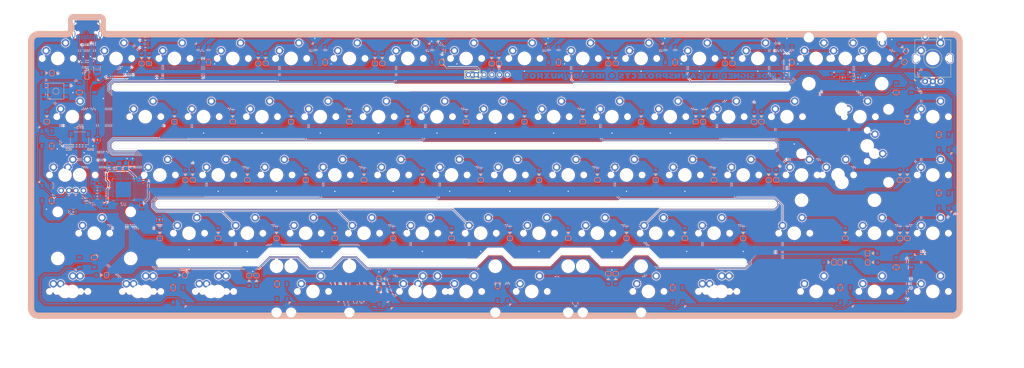
<source format=kicad_pcb>
(kicad_pcb (version 20171130) (host pcbnew "(5.1.10)-1")
  (layers (0 F.Cu signal) (31 B.Cu signal) (34 B.Paste user) (35 F.Paste user) (36 B.SilkS user hide) (37 F.SilkS user hide) (38 B.Mask user) (39 F.Mask user) (44 Edge.Cuts user))
  (net 0 "")
  (net 1 +5V)
  (net 2 GND)
  (net 3 "Net-(C2-Pad1)")
  (net 4 "Net-(C3-Pad1)")
  (net 5 "Net-(C6-Pad1)")
  (net 6 "Net-(D1-Pad2)")
  (net 7 "Net-(D2-Pad2)")
  (net 8 "Net-(D3-Pad2)")
  (net 9 "Net-(D4-Pad2)")
  (net 10 "Net-(D5-Pad2)")
  (net 11 "Net-(D6-Pad2)")
  (net 12 "Net-(D7-Pad2)")
  (net 13 "Net-(D8-Pad2)")
  (net 14 "Net-(D9-Pad2)")
  (net 15 "Net-(D10-Pad2)")
  (net 16 "Net-(D11-Pad2)")
  (net 17 "Net-(D12-Pad2)")
  (net 18 "Net-(D13-Pad2)")
  (net 19 "Net-(D14-Pad2)")
  (net 20 "Net-(D15-Pad2)")
  (net 21 "Net-(D16-Pad2)")
  (net 22 "Net-(R1-Pad2)")
  (net 23 "Net-(R2-Pad2)")
  (net 24 D+)
  (net 25 D-)
  (net 26 RST)
  (net 27 "Net-(R6-Pad2)")
  (net 28 RGBLED)
  (net 29 "Net-(R7-Pad2)")
  (net 30 "Net-(U2-Pad42)")
  (net 31 "Net-(U2-Pad12)")
  (net 32 MOSI)
  (net 33 "Net-(U2-Pad8)")
  (net 34 "Net-(U2-Pad1)")
  (net 35 "Net-(USB1-Pad3)")
  (net 36 "Net-(USB1-Pad9)")
  (net 37 "Net-(D42-Pad2)")
  (net 38 "Net-(SW2-PadS1)")
  (net 39 "Net-(D17-Pad2)")
  (net 40 "Net-(D18-Pad2)")
  (net 41 "Net-(D19-Pad2)")
  (net 42 "Net-(D20-Pad2)")
  (net 43 "Net-(D21-Pad2)")
  (net 44 "Net-(D22-Pad2)")
  (net 45 "Net-(D23-Pad2)")
  (net 46 "Net-(D24-Pad2)")
  (net 47 "Net-(D25-Pad2)")
  (net 48 "Net-(D26-Pad2)")
  (net 49 "Net-(D27-Pad2)")
  (net 50 "Net-(D28-Pad2)")
  (net 51 "Net-(D29-Pad2)")
  (net 52 "Net-(D30-Pad2)")
  (net 53 "Net-(D31-Pad2)")
  (net 54 "Net-(D32-Pad2)")
  (net 55 "Net-(D33-Pad2)")
  (net 56 "Net-(D34-Pad2)")
  (net 57 "Net-(D35-Pad2)")
  (net 58 "Net-(D36-Pad2)")
  (net 59 "Net-(D37-Pad2)")
  (net 60 "Net-(D38-Pad2)")
  (net 61 "Net-(D39-Pad2)")
  (net 62 "Net-(D40-Pad2)")
  (net 63 "Net-(D41-Pad2)")
  (net 64 "Net-(D43-Pad2)")
  (net 65 "Net-(D45-Pad2)")
  (net 66 "Net-(D46-Pad2)")
  (net 67 "Net-(D47-Pad2)")
  (net 68 Row2)
  (net 69 Row3)
  (net 70 Row4)
  (net 71 Row5)
  (net 72 Col0)
  (net 73 Col1)
  (net 74 Col2)
  (net 75 Col3)
  (net 76 Col4)
  (net 77 Col5)
  (net 78 Col6)
  (net 79 Col7)
  (net 80 "Net-(D48-Pad2)")
  (net 81 "Net-(D49-Pad2)")
  (net 82 "Net-(D50-Pad2)")
  (net 83 "Net-(D51-Pad2)")
  (net 84 "Net-(D52-Pad2)")
  (net 85 "Net-(D53-Pad2)")
  (net 86 "Net-(D54-Pad2)")
  (net 87 "Net-(D55-Pad2)")
  (net 88 "Net-(D56-Pad2)")
  (net 89 "Net-(D57-Pad2)")
  (net 90 "Net-(D58-Pad2)")
  (net 91 "Net-(D59-Pad2)")
  (net 92 "Net-(D60-Pad2)")
  (net 93 "Net-(D61-Pad2)")
  (net 94 "Net-(D62-Pad2)")
  (net 95 "Net-(D63-Pad2)")
  (net 96 "Net-(D70-Pad2)")
  (net 97 "Net-(D71-Pad2)")
  (net 98 "Net-(D72-Pad2)")
  (net 99 "Net-(D73-Pad2)")
  (net 100 "Net-(D74-Pad2)")
  (net 101 Row0)
  (net 102 "Net-(RGB1-Pad2)")
  (net 103 "Net-(RGB1-Pad4)")
  (net 104 "Net-(RGB2-Pad2)")
  (net 105 "Net-(RGB3-Pad2)")
  (net 106 "Net-(RGB4-Pad2)")
  (net 107 "Net-(RGB5-Pad2)")
  (net 108 "Net-(RGB6-Pad2)")
  (net 109 "Net-(RGB7-Pad2)")
  (net 110 "Net-(RGB8-Pad2)")
  (net 111 "Net-(RGB10-Pad4)")
  (net 112 "Net-(RGB10-Pad2)")
  (net 113 "Net-(RGB11-Pad4)")
  (net 114 "Net-(RGB13-Pad4)")
  (net 115 "Net-(RGB14-Pad4)")
  (net 116 "Net-(RGB15-Pad4)")
  (net 117 "Net-(RGB16-Pad4)")
  (net 118 "Net-(RGB17-Pad4)")
  (net 119 "Net-(RGB18-Pad4)")
  (net 120 "Net-(RGB19-Pad4)")
  (net 121 EC-B)
  (net 122 EC-A)
  (net 123 "Net-(D44-Pad1)")
  (net 124 Row6)
  (net 125 Row7)
  (net 126 CapLK)
  (net 127 DG-)
  (net 128 DG+)
  (net 129 "Net-(D65-Pad2)")
  (net 130 Row8)
  (net 131 Row9)
  (net 132 "Net-(RGB13-Pad2)")
  (net 133 VCC)
  (net 134 "Net-(D66-Pad2)")
  (net 135 "Net-(D67-Pad2)")
  (module sanproject-keyboard-part:Fuse_SMD1206_Reflow (layer B.Cu) (at 8.389649 16.595723 90)
    (fp_text reference F1)
    (fp_text value Fuse)
    (pad 2 smd rect (at 1.2 0) (size 2.03 1.14) (layers B.Cu B.Paste B.Mask) (net 133 VCC))
    (pad 1 smd rect (at -1.2 0) (size 2.03 1.14) (layers B.Cu B.Paste B.Mask) (net 1 +5V))
  )
  (module sanproject-keyboard-part:Debug (layer F.Cu) (at 136.088149 18.056223)
    (fp_text reference U4)
    (fp_text value STF202-22T1G)
    (pad 6 thru_hole circle (at -3.81 0) (size 1.7 1.7) (drill 1) (layers *.Cu *.Mask) (net 2 GND))
    (pad 5 thru_hole circle (at -6.35 0) (size 1.7 1.7) (drill 1) (layers *.Cu *.Mask) (net 26 RST))
    (pad 2 thru_hole circle (at 3.81 0 270) (size 1.7 1.7) (drill 1) (layers *.Cu *.Mask) (net 101 Row0))
    (pad 3 thru_hole circle (at 1.27 0 90) (size 1.7 1.7) (drill 1) (layers *.Cu *.Mask) (net 32 MOSI))
    (pad 4 thru_hole circle (at -1.27 0) (size 1.7 1.7) (drill 1) (layers *.Cu *.Mask) (net 1 +5V))
    (pad 1 thru_hole circle (at 6.35 0 90) (size 1.7 1.7) (drill 1) (layers *.Cu *.Mask) (net 121 EC-B))
  )
  (module sanproject-keyboard-part:JST-SR-4 (layer B.Cu) (at 2.770089 36.535063)
    (fp_text reference J1)
    (fp_text value Conn_01x04_Female)
    (pad "" smd rect (at 2.8 0.9) (size 1.2 1.8) (layers B.Cu B.Paste B.Mask))
    (pad "" smd rect (at -2.8 0.9) (size 1.2 1.8) (layers B.Cu B.Paste B.Mask))
    (pad 1 smd rect (at -1.5 4.775) (size 0.6 1.55) (layers B.Cu B.Paste B.Mask) (net 1 +5V))
    (pad 2 smd rect (at -0.5 4.775) (size 0.6 1.55) (layers B.Cu B.Paste B.Mask) (net 127 DG-))
    (pad 4 smd rect (at 1.5 4.775) (size 0.6 1.55) (layers B.Cu B.Paste B.Mask) (net 2 GND))
    (pad 3 smd rect (at 0.5 4.775) (size 0.6 1.55) (layers B.Cu B.Paste B.Mask) (net 128 DG+))
  )
  (module sanproject-keyboard-part:Crystal_SMD_3225-4Pin_3.2x2.5mm (layer B.Cu) (at 16.819279 47.821853 180)
    (fp_text reference Y1)
    (fp_text value 16Mhz)
    (pad 1 smd rect (at -1.1 -0.85 180) (size 1.4 1.2) (layers B.Cu B.Paste B.Mask) (net 3 "Net-(C2-Pad1)"))
    (pad 2 smd rect (at 1.1 -0.85 180) (size 1.4 1.2) (layers B.Cu B.Paste B.Mask) (net 2 GND))
    (pad 3 smd rect (at 1.1 0.85 180) (size 1.4 1.2) (layers B.Cu B.Paste B.Mask) (net 4 "Net-(C3-Pad1)"))
    (pad 4 smd rect (at -1.1 0.85 180) (size 1.4 1.2) (layers B.Cu B.Paste B.Mask) (net 2 GND))
  )
  (module sanproject-keyboard-part:SKQG-1155865 (layer B.Cu) (at -4.969006 23.438133 180)
    (fp_text reference SW1)
    (fp_text value SW_Push)
    (pad 4 smd rect (at -3.1 -1.85 180) (size 1.8 1.1) (layers B.Cu B.Paste B.Mask))
    (pad 3 smd rect (at 3.1 1.85 180) (size 1.8 1.1) (layers B.Cu B.Paste B.Mask))
    (pad 2 smd rect (at -3.1 1.85 180) (size 1.8 1.1) (layers B.Cu B.Paste B.Mask) (net 26 RST))
    (pad 1 smd rect (at 3.1 -1.85 180) (size 1.8 1.1) (layers B.Cu B.Paste B.Mask) (net 2 GND))
  )
  (module sanproject-keyboard-part:SOT143B (layer B.Cu) (at 5.148412 18.035055 180)
    (fp_text reference U1)
    (fp_text value PRTR5V0U2X)
    (pad 1 smd rect (at -1 0.75 270) (size 1 0.7) (layers B.Cu B.Paste B.Mask) (net 2 GND))
    (pad 4 smd rect (at 1 0.95 270) (size 0.6 0.7) (layers B.Cu B.Paste B.Mask) (net 133 VCC))
    (pad 2 smd rect (at -1 -0.95 270) (size 0.6 0.7) (layers B.Cu B.Paste B.Mask) (net 128 DG+))
    (pad 3 smd rect (at 1 -0.95 270) (size 0.6 0.7) (layers B.Cu B.Paste B.Mask) (net 127 DG-))
  )
  (module sanproject-keyboard-part:HRO-TYPE-C-31-M-12-Assembly (layer B.Cu) (at 5.148412 -1.964945)
    (fp_text reference USB1)
    (fp_text value HRO-TYPE-C-31-M-12)
    (pad 12 smd rect (at 3.225 7.695) (size 0.6 1.45) (layers B.Cu B.Paste B.Mask) (net 2 GND))
    (pad 1 smd rect (at -3.225 7.695) (size 0.6 1.45) (layers B.Cu B.Paste B.Mask) (net 2 GND))
    (pad 11 smd rect (at 2.45 7.695) (size 0.6 1.45) (layers B.Cu B.Paste B.Mask) (net 133 VCC))
    (pad 2 smd rect (at -2.45 7.695) (size 0.6 1.45) (layers B.Cu B.Paste B.Mask) (net 133 VCC))
    (pad 3 smd rect (at -1.75 7.695) (size 0.3 1.45) (layers B.Cu B.Paste B.Mask) (net 35 "Net-(USB1-Pad3)"))
    (pad 10 smd rect (at 1.75 7.695) (size 0.3 1.45) (layers B.Cu B.Paste B.Mask) (net 22 "Net-(R1-Pad2)"))
    (pad 4 smd rect (at -1.25 7.695) (size 0.3 1.45) (layers B.Cu B.Paste B.Mask) (net 23 "Net-(R2-Pad2)"))
    (pad 9 smd rect (at 1.25 7.695) (size 0.3 1.45) (layers B.Cu B.Paste B.Mask) (net 36 "Net-(USB1-Pad9)"))
    (pad 5 smd rect (at -0.75 7.695) (size 0.3 1.45) (layers B.Cu B.Paste B.Mask) (net 127 DG-))
    (pad 8 smd rect (at 0.75 7.695) (size 0.3 1.45) (layers B.Cu B.Paste B.Mask) (net 128 DG+))
    (pad 7 smd rect (at 0.25 7.695) (size 0.3 1.45) (layers B.Cu B.Paste B.Mask) (net 127 DG-))
    (pad 6 smd rect (at -0.25 7.695) (size 0.3 1.45) (layers B.Cu B.Paste B.Mask) (net 128 DG+))
    (pad "" np_thru_hole circle (at 2.89 6.25) (size 0.65 0.65) (drill 0.65) (layers *.Cu *.Mask))
    (pad "" np_thru_hole circle (at -2.89 6.25) (size 0.65 0.65) (drill 0.65) (layers *.Cu *.Mask))
    (pad 13 thru_hole oval (at -4.32 6.78) (size 1 2.1) (drill oval 0.6 1.7) (layers *.Cu *.Mask) (net 2 GND))
    (pad 13 thru_hole oval (at 4.32 6.78) (size 1 2.1) (drill oval 0.6 1.7) (layers *.Cu *.Mask) (net 2 GND))
    (pad 13 thru_hole oval (at -4.32 2.6) (size 1 1.6) (drill oval 0.6 1.2) (layers *.Cu *.Mask) (net 2 GND))
    (pad 13 thru_hole oval (at 4.32 2.6) (size 1 1.6) (drill oval 0.6 1.2) (layers *.Cu *.Mask) (net 2 GND))
  )
  (module sanproject-keyboard-part:RotaryEncoder_Alps_EC11E-Switch_Vertical_H20mm_Center (layer F.Cu) (at 281.376149 12.722223 90)
    (fp_text reference SW2)
    (fp_text value Rotary_Encoder_Switch)
    (pad A thru_hole circle (at -7.5 -2.5 90) (size 2 2) (drill 1) (layers *.Cu *.Mask) (net 122 EC-A))
    (pad C thru_hole circle (at -7.5 0 90) (size 2 2) (drill 1) (layers *.Cu *.Mask) (net 2 GND))
    (pad B thru_hole circle (at -7.5 2.5 90) (size 2 2) (drill 1) (layers *.Cu *.Mask) (net 121 EC-B))
    (pad MP thru_hole oval (at 0 -5.6 90) (size 3.2 2) (drill oval 2.8 1.5) (layers *.Cu *.Mask))
    (pad MP thru_hole oval (at 0 5.6 90) (size 3.2 2) (drill oval 2.8 1.5) (layers *.Cu *.Mask))
    (pad S2 thru_hole circle (at 7 -2.5 90) (size 2 2) (drill 1) (layers *.Cu *.Mask) (net 79 Col7))
    (pad S1 thru_hole circle (at 7 2.5 90) (size 2 2) (drill 1) (layers *.Cu *.Mask) (net 38 "Net-(SW2-PadS1)"))
  )
  (module sanproject-keyboard-part:R_0805 (layer B.Cu) (at 256.969007 18.973032 90)
    (fp_text reference R10)
    (fp_text value 10k)
    (pad 2 smd rect (at 0.95 0 90) (size 0.7 1.3) (layers B.Cu B.Paste B.Mask) (net 122 EC-A))
    (pad 1 smd rect (at -0.95 0 90) (size 0.7 1.3) (layers B.Cu B.Paste B.Mask) (net 1 +5V))
  )
  (module sanproject-keyboard-part:R_0805 (layer B.Cu) (at 251.908838 18.973032 270)
    (fp_text reference R9)
    (fp_text value 10k)
    (pad 2 smd rect (at 0.95 0 270) (size 0.7 1.3) (layers B.Cu B.Paste B.Mask) (net 1 +5V))
    (pad 1 smd rect (at -0.95 0 270) (size 0.7 1.3) (layers B.Cu B.Paste B.Mask) (net 121 EC-B))
  )
  (module sanproject-keyboard-part:R_0805 (layer B.Cu) (at 5.024149 59.204223)
    (fp_text reference R8)
    (fp_text value 330R)
    (pad 2 smd rect (at 0.95 0) (size 0.7 1.3) (layers B.Cu B.Paste B.Mask) (net 126 CapLK))
    (pad 1 smd rect (at -0.95 0) (size 0.7 1.3) (layers B.Cu B.Paste B.Mask) (net 123 "Net-(D44-Pad1)"))
  )
  (module sanproject-keyboard-part:R_0805 (layer B.Cu) (at 0.706149 62.887223)
    (fp_text reference R7)
    (fp_text value 330R)
    (pad 2 smd rect (at 0.95 0) (size 0.7 1.3) (layers B.Cu B.Paste B.Mask) (net 29 "Net-(R7-Pad2)"))
    (pad 1 smd rect (at -0.95 0) (size 0.7 1.3) (layers B.Cu B.Paste B.Mask) (net 28 RGBLED))
  )
  (module sanproject-keyboard-part:R_0805 (layer B.Cu) (at 28.836649 65.427223 90)
    (fp_text reference R6)
    (fp_text value 1k)
    (pad 2 smd rect (at 0.95 0 90) (size 0.7 1.3) (layers B.Cu B.Paste B.Mask) (net 27 "Net-(R6-Pad2)"))
    (pad 1 smd rect (at -0.95 0 90) (size 0.7 1.3) (layers B.Cu B.Paste B.Mask) (net 2 GND))
  )
  (module sanproject-keyboard-part:R_0805 (layer B.Cu) (at 8.580149 39.326223 270)
    (fp_text reference R5)
    (fp_text value 10k)
    (pad 2 smd rect (at 0.95 0 270) (size 0.7 1.3) (layers B.Cu B.Paste B.Mask) (net 26 RST))
    (pad 1 smd rect (at -0.95 0 270) (size 0.7 1.3) (layers B.Cu B.Paste B.Mask) (net 1 +5V))
  )
  (module sanproject-keyboard-part:R_0805 (layer B.Cu) (at 8.574496 57.817746 180)
    (fp_text reference R4)
    (fp_text value 22)
    (pad 2 smd rect (at 0.95 0 180) (size 0.7 1.3) (layers B.Cu B.Paste B.Mask) (net 127 DG-))
    (pad 1 smd rect (at -0.95 0 180) (size 0.7 1.3) (layers B.Cu B.Paste B.Mask) (net 25 D-))
  )
  (module sanproject-keyboard-part:R_0805 (layer B.Cu) (at 8.574496 55.882969 180)
    (fp_text reference R3)
    (fp_text value 22)
    (pad 2 smd rect (at 0.95 0 180) (size 0.7 1.3) (layers B.Cu B.Paste B.Mask) (net 128 DG+))
    (pad 1 smd rect (at -0.95 0 180) (size 0.7 1.3) (layers B.Cu B.Paste B.Mask) (net 24 D+))
  )
  (module sanproject-keyboard-part:R_0805 (layer B.Cu) (at 24.201429 9.150573 180)
    (fp_text reference R2)
    (fp_text value 5.1k)
    (pad 2 smd rect (at 0.95 0 180) (size 0.7 1.3) (layers B.Cu B.Paste B.Mask) (net 23 "Net-(R2-Pad2)"))
    (pad 1 smd rect (at -0.95 0 180) (size 0.7 1.3) (layers B.Cu B.Paste B.Mask) (net 2 GND))
  )
  (module sanproject-keyboard-part:R_0805 (layer B.Cu) (at 24.201429 6.769313 180)
    (fp_text reference R1)
    (fp_text value 5.1k)
    (pad 2 smd rect (at 0.95 0 180) (size 0.7 1.3) (layers B.Cu B.Paste B.Mask) (net 22 "Net-(R1-Pad2)"))
    (pad 1 smd rect (at -0.95 0 180) (size 0.7 1.3) (layers B.Cu B.Paste B.Mask) (net 2 GND))
  )
  (module sanproject-keyboard-part:C_0603 (layer B.Cu) (at 254.44478 18.080061)
    (fp_text reference C9)
    (fp_text value 0.1uF)
    (pad 2 smd rect (at 0.75 0) (size 0.8 0.75) (layers B.Cu B.Paste B.Mask) (net 122 EC-A))
    (pad 1 smd rect (at -0.75 0) (size 0.8 0.75) (layers B.Cu B.Paste B.Mask) (net 2 GND))
  )
  (module sanproject-keyboard-part:C_0603 (layer B.Cu) (at 249.229925 18.080061 180)
    (fp_text reference C8)
    (fp_text value 0.1uF)
    (pad 2 smd rect (at 0.75 0 180) (size 0.8 0.75) (layers B.Cu B.Paste B.Mask) (net 2 GND))
    (pad 1 smd rect (at -0.75 0 180) (size 0.8 0.75) (layers B.Cu B.Paste B.Mask) (net 121 EC-B))
  )
  (module sanproject-keyboard-part:C_0603 (layer B.Cu) (at 23.566149 52.790723)
    (fp_text reference C7)
    (fp_text value 0.1uF)
    (pad 2 smd rect (at 0.75 0) (size 0.8 0.75) (layers B.Cu B.Paste B.Mask) (net 1 +5V))
    (pad 1 smd rect (at -0.75 0) (size 0.8 0.75) (layers B.Cu B.Paste B.Mask) (net 2 GND))
  )
  (module sanproject-keyboard-part:C_0603 (layer B.Cu) (at 8.425667 53.650534 180)
    (fp_text reference C6)
    (fp_text value 1uF)
    (pad 2 smd rect (at 0.75 0 180) (size 0.8 0.75) (layers B.Cu B.Paste B.Mask) (net 2 GND))
    (pad 1 smd rect (at -0.75 0 180) (size 0.8 0.75) (layers B.Cu B.Paste B.Mask) (net 5 "Net-(C6-Pad1)"))
  )
  (module sanproject-keyboard-part:C_0603 (layer B.Cu) (at 12.564779 48.964853 180)
    (fp_text reference C5)
    (fp_text value 0.1uF)
    (pad 2 smd rect (at 0.75 0 180) (size 0.8 0.75) (layers B.Cu B.Paste B.Mask) (net 1 +5V))
    (pad 1 smd rect (at -0.75 0 180) (size 0.8 0.75) (layers B.Cu B.Paste B.Mask) (net 2 GND))
  )
  (module sanproject-keyboard-part:C_0603 (layer B.Cu) (at 23.010605 60.791723 90)
    (fp_text reference C4)
    (fp_text value 0.1uF)
    (pad 2 smd rect (at 0.75 0 90) (size 0.8 0.75) (layers B.Cu B.Paste B.Mask) (net 1 +5V))
    (pad 1 smd rect (at -0.75 0 90) (size 0.8 0.75) (layers B.Cu B.Paste B.Mask) (net 2 GND))
  )
  (module sanproject-keyboard-part:C_0603 (layer B.Cu) (at 12.564779 47.186853 180)
    (fp_text reference C3)
    (fp_text value 22pF)
    (pad 2 smd rect (at 0.75 0 180) (size 0.8 0.75) (layers B.Cu B.Paste B.Mask) (net 2 GND))
    (pad 1 smd rect (at -0.75 0 180) (size 0.8 0.75) (layers B.Cu B.Paste B.Mask) (net 4 "Net-(C3-Pad1)"))
  )
  (module sanproject-keyboard-part:C_0603 (layer B.Cu) (at 19.994279 47.885353 90)
    (fp_text reference C2)
    (fp_text value 22pF)
    (pad 2 smd rect (at 0.75 0 90) (size 0.8 0.75) (layers B.Cu B.Paste B.Mask) (net 2 GND))
    (pad 1 smd rect (at -0.75 0 90) (size 0.8 0.75) (layers B.Cu B.Paste B.Mask) (net 3 "Net-(C2-Pad1)"))
  )
  (module sanproject-keyboard-part:C_0603 (layer B.Cu) (at 11.183649 59.827223 90)
    (fp_text reference C1)
    (fp_text value 10uF)
    (pad 2 smd rect (at 0.75 0 90) (size 0.8 0.75) (layers B.Cu B.Paste B.Mask) (net 1 +5V))
    (pad 1 smd rect (at -0.75 0 90) (size 0.8 0.75) (layers B.Cu B.Paste B.Mask) (net 2 GND))
  )
  (module sanproject-keyboard-part:LED_WS2812B_PLCC4_5.0x5.0mm_P3.2mm (layer B.Cu) (at 271.852469 79.397743 180)
    (fp_text reference RGB20)
    (fp_text value WS2812B)
    (pad 3 smd roundrect (at 2.45 -1.6 180) (size 1.5 1) (layers B.Cu B.Paste B.Mask) (net 2 GND))
    (pad 4 smd rect (at 2.45 1.6 180) (size 1.5 1) (layers B.Cu B.Paste B.Mask) (net 112 "Net-(RGB10-Pad2)"))
    (pad 2 smd rect (at -2.45 -1.6 180) (size 1.5 1) (layers B.Cu B.Paste B.Mask) (net 120 "Net-(RGB19-Pad4)"))
    (pad 1 smd rect (at -2.45 1.6 180) (size 1.5 1) (layers B.Cu B.Paste B.Mask) (net 1 +5V))
  )
  (module sanproject-keyboard-part:LED_WS2812B_PLCC4_5.0x5.0mm_P3.2mm (layer B.Cu) (at 252.802249 90.113193 90)
    (fp_text reference RGB19)
    (fp_text value WS2812B)
    (pad 3 smd roundrect (at 2.45 -1.6 90) (size 1.5 1) (layers B.Cu B.Paste B.Mask) (net 2 GND))
    (pad 4 smd rect (at 2.45 1.6 90) (size 1.5 1) (layers B.Cu B.Paste B.Mask) (net 120 "Net-(RGB19-Pad4)"))
    (pad 2 smd rect (at -2.45 -1.6 90) (size 1.5 1) (layers B.Cu B.Paste B.Mask) (net 119 "Net-(RGB18-Pad4)"))
    (pad 1 smd rect (at -2.45 1.6 90) (size 1.5 1) (layers B.Cu B.Paste B.Mask) (net 1 +5V))
  )
  (module sanproject-keyboard-part:LED_WS2812B_PLCC4_5.0x5.0mm_P3.2mm (layer B.Cu) (at 198.033409 90.113413 90)
    (fp_text reference RGB18)
    (fp_text value WS2812B)
    (pad 3 smd roundrect (at 2.45 -1.6 90) (size 1.5 1) (layers B.Cu B.Paste B.Mask) (net 2 GND))
    (pad 4 smd rect (at 2.45 1.6 90) (size 1.5 1) (layers B.Cu B.Paste B.Mask) (net 119 "Net-(RGB18-Pad4)"))
    (pad 2 smd rect (at -2.45 -1.6 90) (size 1.5 1) (layers B.Cu B.Paste B.Mask) (net 118 "Net-(RGB17-Pad4)"))
    (pad 1 smd rect (at -2.45 1.6 90) (size 1.5 1) (layers B.Cu B.Paste B.Mask) (net 1 +5V))
  )
  (module sanproject-keyboard-part:LED_WS2812B_PLCC4_5.0x5.0mm_P3.2mm (layer B.Cu) (at 140.882525 89.517878 90)
    (fp_text reference RGB17)
    (fp_text value WS2812B)
    (pad 3 smd roundrect (at 2.45 -1.6 90) (size 1.5 1) (layers B.Cu B.Paste B.Mask) (net 2 GND))
    (pad 4 smd rect (at 2.45 1.6 90) (size 1.5 1) (layers B.Cu B.Paste B.Mask) (net 118 "Net-(RGB17-Pad4)"))
    (pad 2 smd rect (at -2.45 -1.6 90) (size 1.5 1) (layers B.Cu B.Paste B.Mask) (net 117 "Net-(RGB16-Pad4)"))
    (pad 1 smd rect (at -2.45 1.6 90) (size 1.5 1) (layers B.Cu B.Paste B.Mask) (net 1 +5V))
  )
  (module sanproject-keyboard-part:LED_WS2812B_PLCC4_5.0x5.0mm_P3.2mm (layer B.Cu) (at 102.18718 90.70823 90)
    (fp_text reference RGB16)
    (fp_text value WS2812B)
    (pad 3 smd roundrect (at 2.45 -1.6 90) (size 1.5 1) (layers B.Cu B.Paste B.Mask) (net 2 GND))
    (pad 4 smd rect (at 2.45 1.6 90) (size 1.5 1) (layers B.Cu B.Paste B.Mask) (net 117 "Net-(RGB16-Pad4)"))
    (pad 2 smd rect (at -2.45 -1.6 90) (size 1.5 1) (layers B.Cu B.Paste B.Mask) (net 116 "Net-(RGB15-Pad4)"))
    (pad 1 smd rect (at -2.45 1.6 90) (size 1.5 1) (layers B.Cu B.Paste B.Mask) (net 1 +5V))
  )
  (module sanproject-keyboard-part:LED_WS2812B_PLCC4_5.0x5.0mm_P3.2mm (layer B.Cu) (at 68.849652 88.922291 90)
    (fp_text reference RGB15)
    (fp_text value WS2812B)
    (pad 3 smd roundrect (at 2.45 -1.6 90) (size 1.5 1) (layers B.Cu B.Paste B.Mask) (net 2 GND))
    (pad 4 smd rect (at 2.45 1.6 90) (size 1.5 1) (layers B.Cu B.Paste B.Mask) (net 116 "Net-(RGB15-Pad4)"))
    (pad 2 smd rect (at -2.45 -1.6 90) (size 1.5 1) (layers B.Cu B.Paste B.Mask) (net 115 "Net-(RGB14-Pad4)"))
    (pad 1 smd rect (at -2.45 1.6 90) (size 1.5 1) (layers B.Cu B.Paste B.Mask) (net 1 +5V))
  )
  (module sanproject-keyboard-part:LED_WS2812B_PLCC4_5.0x5.0mm_P3.2mm (layer B.Cu) (at 34.917099 90.113413 90)
    (fp_text reference RGB14)
    (fp_text value WS2812B)
    (pad 3 smd roundrect (at 2.45 -1.6 90) (size 1.5 1) (layers B.Cu B.Paste B.Mask) (net 2 GND))
    (pad 4 smd rect (at 2.45 1.6 90) (size 1.5 1) (layers B.Cu B.Paste B.Mask) (net 115 "Net-(RGB14-Pad4)"))
    (pad 2 smd rect (at -2.45 -1.6 90) (size 1.5 1) (layers B.Cu B.Paste B.Mask) (net 114 "Net-(RGB13-Pad4)"))
    (pad 1 smd rect (at -2.45 1.6 90) (size 1.5 1) (layers B.Cu B.Paste B.Mask) (net 1 +5V))
  )
  (module sanproject-keyboard-part:LED_WS2812B_PLCC4_5.0x5.0mm_P3.2mm (layer B.Cu) (at 5.151349 79.397743)
    (fp_text reference RGB13)
    (fp_text value WS2812B)
    (pad 3 smd roundrect (at 2.45 -1.6) (size 1.5 1) (layers B.Cu B.Paste B.Mask) (net 2 GND))
    (pad 4 smd rect (at 2.45 1.6) (size 1.5 1) (layers B.Cu B.Paste B.Mask) (net 114 "Net-(RGB13-Pad4)"))
    (pad 2 smd rect (at -2.45 -1.6) (size 1.5 1) (layers B.Cu B.Paste B.Mask) (net 132 "Net-(RGB13-Pad2)"))
    (pad 1 smd rect (at -2.45 1.6) (size 1.5 1) (layers B.Cu B.Paste B.Mask) (net 1 +5V))
  )
  (module sanproject-keyboard-part:LED_WS2812B_PLCC4_5.0x5.0mm_P3.2mm (layer B.Cu) (at -7.945581 56.775773 270)
    (fp_text reference RGB12)
    (fp_text value WS2812B)
    (pad 3 smd roundrect (at 2.45 -1.6 270) (size 1.5 1) (layers B.Cu B.Paste B.Mask) (net 2 GND))
    (pad 4 smd rect (at 2.45 1.6 270) (size 1.5 1) (layers B.Cu B.Paste B.Mask) (net 28 RGBLED))
    (pad 2 smd rect (at -2.45 -1.6 270) (size 1.5 1) (layers B.Cu B.Paste B.Mask) (net 113 "Net-(RGB11-Pad4)"))
    (pad 1 smd rect (at -2.45 1.6 270) (size 1.5 1) (layers B.Cu B.Paste B.Mask) (net 1 +5V))
  )
  (module sanproject-keyboard-part:LED_WS2812B_PLCC4_5.0x5.0mm_P3.2mm (layer B.Cu) (at -7.945581 38.916323 270)
    (fp_text reference RGB11)
    (fp_text value WS2812B)
    (pad 3 smd roundrect (at 2.45 -1.6 270) (size 1.5 1) (layers B.Cu B.Paste B.Mask) (net 2 GND))
    (pad 4 smd rect (at 2.45 1.6 270) (size 1.5 1) (layers B.Cu B.Paste B.Mask) (net 113 "Net-(RGB11-Pad4)"))
    (pad 2 smd rect (at -2.45 -1.6 270) (size 1.5 1) (layers B.Cu B.Paste B.Mask) (net 103 "Net-(RGB1-Pad4)"))
    (pad 1 smd rect (at -2.45 1.6 270) (size 1.5 1) (layers B.Cu B.Paste B.Mask) (net 1 +5V))
  )
  (module sanproject-keyboard-part:LED_WS2812B_PLCC4_5.0x5.0mm_P3.2mm (layer B.Cu) (at 284.949399 59.157033 90)
    (fp_text reference RGB10)
    (fp_text value WS2812B)
    (pad 3 smd roundrect (at 2.45 -1.6 90) (size 1.5 1) (layers B.Cu B.Paste B.Mask) (net 2 GND))
    (pad 4 smd rect (at 2.45 1.6 90) (size 1.5 1) (layers B.Cu B.Paste B.Mask) (net 111 "Net-(RGB10-Pad4)"))
    (pad 2 smd rect (at -2.45 -1.6 90) (size 1.5 1) (layers B.Cu B.Paste B.Mask) (net 112 "Net-(RGB10-Pad2)"))
    (pad 1 smd rect (at -2.45 1.6 90) (size 1.5 1) (layers B.Cu B.Paste B.Mask) (net 1 +5V))
  )
  (module sanproject-keyboard-part:LED_WS2812B_PLCC4_5.0x5.0mm_P3.2mm (layer B.Cu) (at 284.949399 40.106953 90)
    (fp_text reference RGB9)
    (fp_text value WS2812B)
    (pad 3 smd roundrect (at 2.45 -1.6 90) (size 1.5 1) (layers B.Cu B.Paste B.Mask) (net 2 GND))
    (pad 4 smd rect (at 2.45 1.6 90) (size 1.5 1) (layers B.Cu B.Paste B.Mask) (net 110 "Net-(RGB8-Pad2)"))
    (pad 2 smd rect (at -2.45 -1.6 90) (size 1.5 1) (layers B.Cu B.Paste B.Mask) (net 111 "Net-(RGB10-Pad4)"))
    (pad 1 smd rect (at -2.45 1.6 90) (size 1.5 1) (layers B.Cu B.Paste B.Mask) (net 1 +5V))
  )
  (module sanproject-keyboard-part:LED_WS2812B_PLCC4_5.0x5.0mm_P3.2mm (layer B.Cu) (at 271.852469 22.247503 180)
    (fp_text reference RGB8)
    (fp_text value WS2812B)
    (pad 3 smd roundrect (at 2.45 -1.6 180) (size 1.5 1) (layers B.Cu B.Paste B.Mask) (net 2 GND))
    (pad 4 smd rect (at 2.45 1.6 180) (size 1.5 1) (layers B.Cu B.Paste B.Mask) (net 109 "Net-(RGB7-Pad2)"))
    (pad 2 smd rect (at -2.45 -1.6 180) (size 1.5 1) (layers B.Cu B.Paste B.Mask) (net 110 "Net-(RGB8-Pad2)"))
    (pad 1 smd rect (at -2.45 1.6 180) (size 1.5 1) (layers B.Cu B.Paste B.Mask) (net 1 +5V))
  )
  (module sanproject-keyboard-part:LED_WS2812B_PLCC4_5.0x5.0mm_P3.2mm (layer B.Cu) (at 233.752309 11.531833 270)
    (fp_text reference RGB7)
    (fp_text value WS2812B)
    (pad 3 smd roundrect (at 2.45 -1.6 270) (size 1.5 1) (layers B.Cu B.Paste B.Mask) (net 2 GND))
    (pad 4 smd rect (at 2.45 1.6 270) (size 1.5 1) (layers B.Cu B.Paste B.Mask) (net 108 "Net-(RGB6-Pad2)"))
    (pad 2 smd rect (at -2.45 -1.6 270) (size 1.5 1) (layers B.Cu B.Paste B.Mask) (net 109 "Net-(RGB7-Pad2)"))
    (pad 1 smd rect (at -2.45 1.6 270) (size 1.5 1) (layers B.Cu B.Paste B.Mask) (net 1 +5V))
  )
  (module sanproject-keyboard-part:LED_WS2812B_PLCC4_5.0x5.0mm_P3.2mm (layer B.Cu) (at 195.652149 11.531833 270)
    (fp_text reference RGB6)
    (fp_text value WS2812B)
    (pad 3 smd roundrect (at 2.45 -1.6 270) (size 1.5 1) (layers B.Cu B.Paste B.Mask) (net 2 GND))
    (pad 4 smd rect (at 2.45 1.6 270) (size 1.5 1) (layers B.Cu B.Paste B.Mask) (net 107 "Net-(RGB5-Pad2)"))
    (pad 2 smd rect (at -2.45 -1.6 270) (size 1.5 1) (layers B.Cu B.Paste B.Mask) (net 108 "Net-(RGB6-Pad2)"))
    (pad 1 smd rect (at -2.45 1.6 270) (size 1.5 1) (layers B.Cu B.Paste B.Mask) (net 1 +5V))
  )
  (module sanproject-keyboard-part:LED_WS2812B_PLCC4_5.0x5.0mm_P3.2mm (layer B.Cu) (at 157.551989 11.531833 270)
    (fp_text reference RGB5)
    (fp_text value WS2812B)
    (pad 3 smd roundrect (at 2.45 -1.6 270) (size 1.5 1) (layers B.Cu B.Paste B.Mask) (net 2 GND))
    (pad 4 smd rect (at 2.45 1.6 270) (size 1.5 1) (layers B.Cu B.Paste B.Mask) (net 106 "Net-(RGB4-Pad2)"))
    (pad 2 smd rect (at -2.45 -1.6 270) (size 1.5 1) (layers B.Cu B.Paste B.Mask) (net 107 "Net-(RGB5-Pad2)"))
    (pad 1 smd rect (at -2.45 1.6 270) (size 1.5 1) (layers B.Cu B.Paste B.Mask) (net 1 +5V))
  )
  (module sanproject-keyboard-part:LED_WS2812B_PLCC4_5.0x5.0mm_P3.2mm (layer B.Cu) (at 119.451829 11.531833 270)
    (fp_text reference RGB4)
    (fp_text value WS2812B)
    (pad 3 smd roundrect (at 2.45 -1.6 270) (size 1.5 1) (layers B.Cu B.Paste B.Mask) (net 2 GND))
    (pad 4 smd rect (at 2.45 1.6 270) (size 1.5 1) (layers B.Cu B.Paste B.Mask) (net 105 "Net-(RGB3-Pad2)"))
    (pad 2 smd rect (at -2.45 -1.6 270) (size 1.5 1) (layers B.Cu B.Paste B.Mask) (net 106 "Net-(RGB4-Pad2)"))
    (pad 1 smd rect (at -2.45 1.6 270) (size 1.5 1) (layers B.Cu B.Paste B.Mask) (net 1 +5V))
  )
  (module sanproject-keyboard-part:LED_WS2812B_PLCC4_5.0x5.0mm_P3.2mm (layer B.Cu) (at 81.351669 11.531833 270)
    (fp_text reference RGB3)
    (fp_text value WS2812B)
    (pad 3 smd roundrect (at 2.45 -1.6 270) (size 1.5 1) (layers B.Cu B.Paste B.Mask) (net 2 GND))
    (pad 4 smd rect (at 2.45 1.6 270) (size 1.5 1) (layers B.Cu B.Paste B.Mask) (net 104 "Net-(RGB2-Pad2)"))
    (pad 2 smd rect (at -2.45 -1.6 270) (size 1.5 1) (layers B.Cu B.Paste B.Mask) (net 105 "Net-(RGB3-Pad2)"))
    (pad 1 smd rect (at -2.45 1.6 270) (size 1.5 1) (layers B.Cu B.Paste B.Mask) (net 1 +5V))
  )
  (module sanproject-keyboard-part:LED_WS2812B_PLCC4_5.0x5.0mm_P3.2mm (layer B.Cu) (at 43.251509 11.531833 270)
    (fp_text reference RGB2)
    (fp_text value WS2812B)
    (pad 3 smd roundrect (at 2.45 -1.6 270) (size 1.5 1) (layers B.Cu B.Paste B.Mask) (net 2 GND))
    (pad 4 smd rect (at 2.45 1.6 270) (size 1.5 1) (layers B.Cu B.Paste B.Mask) (net 102 "Net-(RGB1-Pad2)"))
    (pad 2 smd rect (at -2.45 -1.6 270) (size 1.5 1) (layers B.Cu B.Paste B.Mask) (net 104 "Net-(RGB2-Pad2)"))
    (pad 1 smd rect (at -2.45 1.6 270) (size 1.5 1) (layers B.Cu B.Paste B.Mask) (net 1 +5V))
  )
  (module sanproject-keyboard-part:LED_WS2812B_PLCC4_5.0x5.0mm_P3.2mm (layer B.Cu) (at 5.151349 22.247503 180)
    (fp_text reference RGB1)
    (fp_text value WS2812B)
    (pad 3 smd roundrect (at 2.45 -1.6 180) (size 1.5 1) (layers B.Cu B.Paste B.Mask) (net 2 GND))
    (pad 4 smd rect (at 2.45 1.6 180) (size 1.5 1) (layers B.Cu B.Paste B.Mask) (net 103 "Net-(RGB1-Pad4)"))
    (pad 2 smd rect (at -2.45 -1.6 180) (size 1.5 1) (layers B.Cu B.Paste B.Mask) (net 102 "Net-(RGB1-Pad2)"))
    (pad 1 smd rect (at -2.45 1.6 180) (size 1.5 1) (layers B.Cu B.Paste B.Mask) (net 1 +5V))
  )
  (module sanproject-keyboard-part:D_SOD-123 (layer B.Cu) (at 261.732114 79.397743)
    (fp_text reference D74)
    (fp_text value D)
    (pad 1 smd roundrect (at -1.65 0) (size 1 1.2) (layers B.Cu B.Paste B.Mask) (net 130 Row8))
    (pad 2 smd roundrect (at 1.65 0) (size 1 1.2) (layers B.Cu B.Paste B.Mask) (net 100 "Net-(D74-Pad2)"))
  )
  (module sanproject-keyboard-part:D_SOD-123 (layer B.Cu) (at 252.802389 79.397743)
    (fp_text reference D73)
    (fp_text value D)
    (pad 1 smd roundrect (at -1.65 0) (size 1 1.2) (layers B.Cu B.Paste B.Mask) (net 131 Row9))
    (pad 2 smd roundrect (at 1.65 0) (size 1 1.2) (layers B.Cu B.Paste B.Mask) (net 99 "Net-(D73-Pad2)"))
  )
  (module sanproject-keyboard-part:D_SOD-123 (layer B.Cu) (at 247.444414 79.397523 180)
    (fp_text reference D72)
    (fp_text value D)
    (pad 1 smd roundrect (at -1.65 0 180) (size 1 1.2) (layers B.Cu B.Paste B.Mask) (net 131 Row9))
    (pad 2 smd roundrect (at 1.65 0 180) (size 1 1.2) (layers B.Cu B.Paste B.Mask) (net 98 "Net-(D72-Pad2)"))
  )
  (module sanproject-keyboard-part:D_SOD-123 (layer B.Cu) (at 261.731974 76.420948)
    (fp_text reference D71)
    (fp_text value D)
    (pad 1 smd roundrect (at -1.65 0) (size 1 1.2) (layers B.Cu B.Paste B.Mask) (net 130 Row8))
    (pad 2 smd roundrect (at 1.65 0) (size 1 1.2) (layers B.Cu B.Paste B.Mask) (net 97 "Net-(D71-Pad2)"))
  )
  (module sanproject-keyboard-part:D_SOD-123 (layer B.Cu) (at 177.791931 84.7551 270)
    (fp_text reference D70)
    (fp_text value D)
    (pad 1 smd roundrect (at -1.65 0 270) (size 1 1.2) (layers B.Cu B.Paste B.Mask) (net 131 Row9))
    (pad 2 smd roundrect (at 1.65 0 270) (size 1 1.2) (layers B.Cu B.Paste B.Mask) (net 96 "Net-(D70-Pad2)"))
  )
  (module sanproject-keyboard-part:D_SOD-123 (layer B.Cu) (at 175.410679 84.7551 270)
    (fp_text reference D67)
    (fp_text value D)
    (pad 1 smd roundrect (at -1.65 0 270) (size 1 1.2) (layers B.Cu B.Paste B.Mask) (net 131 Row9))
    (pad 2 smd roundrect (at 1.65 0 270) (size 1 1.2) (layers B.Cu B.Paste B.Mask) (net 135 "Net-(D67-Pad2)"))
  )
  (module sanproject-keyboard-part:D_SOD-123 (layer B.Cu) (at 60.51527 85.350413 270)
    (fp_text reference D66)
    (fp_text value D)
    (pad 1 smd roundrect (at -1.65 0 270) (size 1 1.2) (layers B.Cu B.Paste B.Mask) (net 130 Row8))
    (pad 2 smd roundrect (at 1.65 0 270) (size 1 1.2) (layers B.Cu B.Paste B.Mask) (net 134 "Net-(D66-Pad2)"))
  )
  (module sanproject-keyboard-part:D_SOD-123 (layer B.Cu) (at 102.18718 84.7551)
    (fp_text reference D65)
    (fp_text value D)
    (pad 1 smd roundrect (at -1.65 0) (size 1 1.2) (layers B.Cu B.Paste B.Mask) (net 131 Row9))
    (pad 2 smd roundrect (at 1.65 0) (size 1 1.2) (layers B.Cu B.Paste B.Mask) (net 129 "Net-(D65-Pad2)"))
  )
  (module sanproject-keyboard-part:D_SOD-123 (layer B.Cu) (at 58.134018 85.350413 270)
    (fp_text reference D63)
    (fp_text value D)
    (pad 1 smd roundrect (at -1.65 0 270) (size 1 1.2) (layers B.Cu B.Paste B.Mask) (net 130 Row8))
    (pad 2 smd roundrect (at 1.65 0 270) (size 1 1.2) (layers B.Cu B.Paste B.Mask) (net 95 "Net-(D63-Pad2)"))
  )
  (module sanproject-keyboard-part:D_SOD-123 (layer B.Cu) (at 35.512414 83.564948 180)
    (fp_text reference D62)
    (fp_text value D)
    (pad 1 smd roundrect (at -1.65 0 180) (size 1 1.2) (layers B.Cu B.Paste B.Mask) (net 131 Row9))
    (pad 2 smd roundrect (at 1.65 0 180) (size 1 1.2) (layers B.Cu B.Paste B.Mask) (net 94 "Net-(D62-Pad2)"))
  )
  (module sanproject-keyboard-part:D_SOD-123 (layer B.Cu) (at 9.913869 83.564948 180)
    (fp_text reference D61)
    (fp_text value D)
    (pad 1 smd roundrect (at -1.65 0 180) (size 1 1.2) (layers B.Cu B.Paste B.Mask) (net 130 Row8))
    (pad 2 smd roundrect (at 1.65 0 180) (size 1 1.2) (layers B.Cu B.Paste B.Mask) (net 93 "Net-(D61-Pad2)"))
  )
  (module sanproject-keyboard-part:D_SOD-123 (layer B.Cu) (at 273.043099 69.872703 90)
    (fp_text reference D60)
    (fp_text value D)
    (pad 1 smd roundrect (at -1.65 0 90) (size 1 1.2) (layers B.Cu B.Paste B.Mask) (net 124 Row6))
    (pad 2 smd roundrect (at 1.65 0 90) (size 1 1.2) (layers B.Cu B.Paste B.Mask) (net 92 "Net-(D60-Pad2)"))
  )
  (module sanproject-keyboard-part:D_SOD-123 (layer B.Cu) (at 270.661839 69.872703 90)
    (fp_text reference D59)
    (fp_text value D)
    (pad 1 smd roundrect (at -1.65 0 90) (size 1 1.2) (layers B.Cu B.Paste B.Mask) (net 125 Row7))
    (pad 2 smd roundrect (at 1.65 0 90) (size 1 1.2) (layers B.Cu B.Paste B.Mask) (net 91 "Net-(D59-Pad2)"))
  )
  (module sanproject-keyboard-part:D_SOD-123 (layer B.Cu) (at 252.802389 69.872703 90)
    (fp_text reference D58)
    (fp_text value D)
    (pad 1 smd roundrect (at -1.65 0 90) (size 1 1.2) (layers B.Cu B.Paste B.Mask) (net 125 Row7))
    (pad 2 smd roundrect (at 1.65 0 90) (size 1 1.2) (layers B.Cu B.Paste B.Mask) (net 90 "Net-(D58-Pad2)"))
  )
  (module sanproject-keyboard-part:D_SOD-123 (layer B.Cu) (at 219.464749 69.872703 90)
    (fp_text reference D57)
    (fp_text value D)
    (pad 1 smd roundrect (at -1.65 0 90) (size 1 1.2) (layers B.Cu B.Paste B.Mask) (net 124 Row6))
    (pad 2 smd roundrect (at 1.65 0 90) (size 1 1.2) (layers B.Cu B.Paste B.Mask) (net 89 "Net-(D57-Pad2)"))
  )
  (module sanproject-keyboard-part:D_SOD-123 (layer B.Cu) (at 200.414669 69.872703 90)
    (fp_text reference D56)
    (fp_text value D)
    (pad 1 smd roundrect (at -1.65 0 90) (size 1 1.2) (layers B.Cu B.Paste B.Mask) (net 125 Row7))
    (pad 2 smd roundrect (at 1.65 0 90) (size 1 1.2) (layers B.Cu B.Paste B.Mask) (net 88 "Net-(D56-Pad2)"))
  )
  (module sanproject-keyboard-part:D_SOD-123 (layer B.Cu) (at 181.364589 69.872703 90)
    (fp_text reference D55)
    (fp_text value D)
    (pad 1 smd roundrect (at -1.65 0 90) (size 1 1.2) (layers B.Cu B.Paste B.Mask) (net 124 Row6))
    (pad 2 smd roundrect (at 1.65 0 90) (size 1 1.2) (layers B.Cu B.Paste B.Mask) (net 87 "Net-(D55-Pad2)"))
  )
  (module sanproject-keyboard-part:D_SOD-123 (layer B.Cu) (at 162.314509 69.872703 90)
    (fp_text reference D54)
    (fp_text value D)
    (pad 1 smd roundrect (at -1.65 0 90) (size 1 1.2) (layers B.Cu B.Paste B.Mask) (net 125 Row7))
    (pad 2 smd roundrect (at 1.65 0 90) (size 1 1.2) (layers B.Cu B.Paste B.Mask) (net 86 "Net-(D54-Pad2)"))
  )
  (module sanproject-keyboard-part:D_SOD-123 (layer B.Cu) (at 143.264429 69.872703 90)
    (fp_text reference D53)
    (fp_text value D)
    (pad 1 smd roundrect (at -1.65 0 90) (size 1 1.2) (layers B.Cu B.Paste B.Mask) (net 124 Row6))
    (pad 2 smd roundrect (at 1.65 0 90) (size 1 1.2) (layers B.Cu B.Paste B.Mask) (net 85 "Net-(D53-Pad2)"))
  )
  (module sanproject-keyboard-part:D_SOD-123 (layer B.Cu) (at 124.214349 69.872703 90)
    (fp_text reference D52)
    (fp_text value D)
    (pad 1 smd roundrect (at -1.65 0 90) (size 1 1.2) (layers B.Cu B.Paste B.Mask) (net 125 Row7))
    (pad 2 smd roundrect (at 1.65 0 90) (size 1 1.2) (layers B.Cu B.Paste B.Mask) (net 84 "Net-(D52-Pad2)"))
  )
  (module sanproject-keyboard-part:D_SOD-123 (layer B.Cu) (at 105.164269 69.872703 90)
    (fp_text reference D51)
    (fp_text value D)
    (pad 1 smd roundrect (at -1.65 0 90) (size 1 1.2) (layers B.Cu B.Paste B.Mask) (net 124 Row6))
    (pad 2 smd roundrect (at 1.65 0 90) (size 1 1.2) (layers B.Cu B.Paste B.Mask) (net 83 "Net-(D51-Pad2)"))
  )
  (module sanproject-keyboard-part:D_SOD-123 (layer B.Cu) (at 86.114189 69.872703 90)
    (fp_text reference D50)
    (fp_text value D)
    (pad 1 smd roundrect (at -1.65 0 90) (size 1 1.2) (layers B.Cu B.Paste B.Mask) (net 125 Row7))
    (pad 2 smd roundrect (at 1.65 0 90) (size 1 1.2) (layers B.Cu B.Paste B.Mask) (net 82 "Net-(D50-Pad2)"))
  )
  (module sanproject-keyboard-part:D_SOD-123 (layer B.Cu) (at 67.064109 69.872703 90)
    (fp_text reference D49)
    (fp_text value D)
    (pad 1 smd roundrect (at -1.65 0 90) (size 1 1.2) (layers B.Cu B.Paste B.Mask) (net 124 Row6))
    (pad 2 smd roundrect (at 1.65 0 90) (size 1 1.2) (layers B.Cu B.Paste B.Mask) (net 81 "Net-(D49-Pad2)"))
  )
  (module sanproject-keyboard-part:D_SOD-123 (layer B.Cu) (at 48.014029 69.872703 90)
    (fp_text reference D48)
    (fp_text value D)
    (pad 1 smd roundrect (at -1.65 0 90) (size 1 1.2) (layers B.Cu B.Paste B.Mask) (net 125 Row7))
    (pad 2 smd roundrect (at 1.65 0 90) (size 1 1.2) (layers B.Cu B.Paste B.Mask) (net 80 "Net-(D48-Pad2)"))
  )
  (module sanproject-keyboard-part:D_SOD-123 (layer B.Cu) (at 273.043099 50.822623 90)
    (fp_text reference D47)
    (fp_text value D)
    (pad 1 smd roundrect (at -1.65 0 90) (size 1 1.2) (layers B.Cu B.Paste B.Mask) (net 71 Row5))
    (pad 2 smd roundrect (at 1.65 0 90) (size 1 1.2) (layers B.Cu B.Paste B.Mask) (net 67 "Net-(D47-Pad2)"))
  )
  (module sanproject-keyboard-part:D_SOD-123 (layer B.Cu) (at 28.963949 69.872703 90)
    (fp_text reference D46)
    (fp_text value D)
    (pad 1 smd roundrect (at -1.65 0 90) (size 1 1.2) (layers B.Cu B.Paste B.Mask) (net 124 Row6))
    (pad 2 smd roundrect (at 1.65 0 90) (size 1 1.2) (layers B.Cu B.Paste B.Mask) (net 66 "Net-(D46-Pad2)"))
  )
  (module sanproject-keyboard-part:D_SOD-123 (layer B.Cu) (at 270.661839 50.822623 90)
    (fp_text reference D45)
    (fp_text value D)
    (pad 1 smd roundrect (at -1.65 0 90) (size 1 1.2) (layers B.Cu B.Paste B.Mask) (net 70 Row4))
    (pad 2 smd roundrect (at 1.65 0 90) (size 1 1.2) (layers B.Cu B.Paste B.Mask) (net 65 "Net-(D45-Pad2)"))
  )
  (module sanproject-keyboard-part:D_SOD-123 (layer B.Cu) (at 227.799159 50.822623 90)
    (fp_text reference D43)
    (fp_text value D)
    (pad 1 smd roundrect (at -1.65 0 90) (size 1 1.2) (layers B.Cu B.Paste B.Mask) (net 71 Row5))
    (pad 2 smd roundrect (at 1.65 0 90) (size 1 1.2) (layers B.Cu B.Paste B.Mask) (net 64 "Net-(D43-Pad2)"))
  )
  (module sanproject-keyboard-part:D_SOD-123 (layer B.Cu) (at 209.939709 50.822623 90)
    (fp_text reference D42)
    (fp_text value D)
    (pad 1 smd roundrect (at -1.65 0 90) (size 1 1.2) (layers B.Cu B.Paste B.Mask) (net 70 Row4))
    (pad 2 smd roundrect (at 1.65 0 90) (size 1 1.2) (layers B.Cu B.Paste B.Mask) (net 37 "Net-(D42-Pad2)"))
  )
  (module sanproject-keyboard-part:D_SOD-123 (layer B.Cu) (at 190.889629 50.822623 90)
    (fp_text reference D41)
    (fp_text value D)
    (pad 1 smd roundrect (at -1.65 0 90) (size 1 1.2) (layers B.Cu B.Paste B.Mask) (net 71 Row5))
    (pad 2 smd roundrect (at 1.65 0 90) (size 1 1.2) (layers B.Cu B.Paste B.Mask) (net 63 "Net-(D41-Pad2)"))
  )
  (module sanproject-keyboard-part:D_SOD-123 (layer B.Cu) (at 171.839549 50.822623 90)
    (fp_text reference D40)
    (fp_text value D)
    (pad 1 smd roundrect (at -1.65 0 90) (size 1 1.2) (layers B.Cu B.Paste B.Mask) (net 70 Row4))
    (pad 2 smd roundrect (at 1.65 0 90) (size 1 1.2) (layers B.Cu B.Paste B.Mask) (net 62 "Net-(D40-Pad2)"))
  )
  (module sanproject-keyboard-part:D_SOD-123 (layer B.Cu) (at 152.789469 50.822623 90)
    (fp_text reference D39)
    (fp_text value D)
    (pad 1 smd roundrect (at -1.65 0 90) (size 1 1.2) (layers B.Cu B.Paste B.Mask) (net 71 Row5))
    (pad 2 smd roundrect (at 1.65 0 90) (size 1 1.2) (layers B.Cu B.Paste B.Mask) (net 61 "Net-(D39-Pad2)"))
  )
  (module sanproject-keyboard-part:D_SOD-123 (layer B.Cu) (at 133.739389 50.822623 90)
    (fp_text reference D38)
    (fp_text value D)
    (pad 1 smd roundrect (at -1.65 0 90) (size 1 1.2) (layers B.Cu B.Paste B.Mask) (net 70 Row4))
    (pad 2 smd roundrect (at 1.65 0 90) (size 1 1.2) (layers B.Cu B.Paste B.Mask) (net 60 "Net-(D38-Pad2)"))
  )
  (module sanproject-keyboard-part:D_SOD-123 (layer B.Cu) (at 114.688649 50.822223 90)
    (fp_text reference D37)
    (fp_text value D)
    (pad 1 smd roundrect (at -1.65 0 90) (size 1 1.2) (layers B.Cu B.Paste B.Mask) (net 71 Row5))
    (pad 2 smd roundrect (at 1.65 0 90) (size 1 1.2) (layers B.Cu B.Paste B.Mask) (net 59 "Net-(D37-Pad2)"))
  )
  (module sanproject-keyboard-part:D_SOD-123 (layer B.Cu) (at 95.638649 50.822223 90)
    (fp_text reference D36)
    (fp_text value D)
    (pad 1 smd roundrect (at -1.65 0 90) (size 1 1.2) (layers B.Cu B.Paste B.Mask) (net 70 Row4))
    (pad 2 smd roundrect (at 1.65 0 90) (size 1 1.2) (layers B.Cu B.Paste B.Mask) (net 58 "Net-(D36-Pad2)"))
  )
  (module sanproject-keyboard-part:D_SOD-123 (layer B.Cu) (at 76.589149 50.822623 90)
    (fp_text reference D35)
    (fp_text value D)
    (pad 1 smd roundrect (at -1.65 0 90) (size 1 1.2) (layers B.Cu B.Paste B.Mask) (net 71 Row5))
    (pad 2 smd roundrect (at 1.65 0 90) (size 1 1.2) (layers B.Cu B.Paste B.Mask) (net 57 "Net-(D35-Pad2)"))
  )
  (module sanproject-keyboard-part:D_SOD-123 (layer B.Cu) (at 57.539069 50.822623 90)
    (fp_text reference D34)
    (fp_text value D)
    (pad 1 smd roundrect (at -1.65 0 90) (size 1 1.2) (layers B.Cu B.Paste B.Mask) (net 70 Row4))
    (pad 2 smd roundrect (at 1.65 0 90) (size 1 1.2) (layers B.Cu B.Paste B.Mask) (net 56 "Net-(D34-Pad2)"))
  )
  (module sanproject-keyboard-part:D_SOD-123 (layer B.Cu) (at 37.298024 50.822223 90)
    (fp_text reference D33)
    (fp_text value D)
    (pad 1 smd roundrect (at -1.65 0 90) (size 1 1.2) (layers B.Cu B.Paste B.Mask) (net 71 Row5))
    (pad 2 smd roundrect (at 1.65 0 90) (size 1 1.2) (layers B.Cu B.Paste B.Mask) (net 55 "Net-(D33-Pad2)"))
  )
  (module sanproject-keyboard-part:D_SOD-123 (layer B.Cu) (at 273.043099 31.772543 90)
    (fp_text reference D32)
    (fp_text value D)
    (pad 1 smd roundrect (at -1.65 0 90) (size 1 1.2) (layers B.Cu B.Paste B.Mask) (net 69 Row3))
    (pad 2 smd roundrect (at 1.65 0 90) (size 1 1.2) (layers B.Cu B.Paste B.Mask) (net 54 "Net-(D32-Pad2)"))
  )
  (module sanproject-keyboard-part:D_SOD-123 (layer B.Cu) (at 230.180419 50.822623 90)
    (fp_text reference D31)
    (fp_text value D)
    (pad 1 smd roundrect (at -1.65 0 90) (size 1 1.2) (layers B.Cu B.Paste B.Mask) (net 70 Row4))
    (pad 2 smd roundrect (at 1.65 0 90) (size 1 1.2) (layers B.Cu B.Paste B.Mask) (net 53 "Net-(D31-Pad2)"))
  )
  (module sanproject-keyboard-part:D_SOD-123 (layer B.Cu) (at 39.679274 50.822223 90)
    (fp_text reference D30)
    (fp_text value D)
    (pad 1 smd roundrect (at -1.65 0 90) (size 1 1.2) (layers B.Cu B.Paste B.Mask) (net 70 Row4))
    (pad 2 smd roundrect (at 1.65 0 90) (size 1 1.2) (layers B.Cu B.Paste B.Mask) (net 52 "Net-(D30-Pad2)"))
  )
  (module sanproject-keyboard-part:D_SOD-123 (layer B.Cu) (at 225.416999 31.772223 90)
    (fp_text reference D29)
    (fp_text value D)
    (pad 1 smd roundrect (at -1.65 0 90) (size 1 1.2) (layers B.Cu B.Paste B.Mask) (net 69 Row3))
    (pad 2 smd roundrect (at 1.65 0 90) (size 1 1.2) (layers B.Cu B.Paste B.Mask) (net 51 "Net-(D29-Pad2)"))
  )
  (module sanproject-keyboard-part:D_SOD-123 (layer B.Cu) (at 206.367819 31.772543 90)
    (fp_text reference D28)
    (fp_text value D)
    (pad 1 smd roundrect (at -1.65 0 90) (size 1 1.2) (layers B.Cu B.Paste B.Mask) (net 69 Row3))
    (pad 2 smd roundrect (at 1.65 0 90) (size 1 1.2) (layers B.Cu B.Paste B.Mask) (net 50 "Net-(D28-Pad2)"))
  )
  (module sanproject-keyboard-part:D_SOD-123 (layer B.Cu) (at 203.986559 31.772543 90)
    (fp_text reference D27)
    (fp_text value D)
    (pad 1 smd roundrect (at -1.65 0 90) (size 1 1.2) (layers B.Cu B.Paste B.Mask) (net 68 Row2))
    (pad 2 smd roundrect (at 1.65 0 90) (size 1 1.2) (layers B.Cu B.Paste B.Mask) (net 49 "Net-(D27-Pad2)"))
  )
  (module sanproject-keyboard-part:D_SOD-123 (layer B.Cu) (at 186.127109 31.772543 90)
    (fp_text reference D26)
    (fp_text value D)
    (pad 1 smd roundrect (at -1.65 0 90) (size 1 1.2) (layers B.Cu B.Paste B.Mask) (net 69 Row3))
    (pad 2 smd roundrect (at 1.65 0 90) (size 1 1.2) (layers B.Cu B.Paste B.Mask) (net 48 "Net-(D26-Pad2)"))
  )
  (module sanproject-keyboard-part:D_SOD-123 (layer B.Cu) (at 167.076325 31.772223 90)
    (fp_text reference D25)
    (fp_text value D)
    (pad 1 smd roundrect (at -1.65 0 90) (size 1 1.2) (layers B.Cu B.Paste B.Mask) (net 68 Row2))
    (pad 2 smd roundrect (at 1.65 0 90) (size 1 1.2) (layers B.Cu B.Paste B.Mask) (net 47 "Net-(D25-Pad2)"))
  )
  (module sanproject-keyboard-part:D_SOD-123 (layer B.Cu) (at 148.026949 31.772543 90)
    (fp_text reference D24)
    (fp_text value D)
    (pad 1 smd roundrect (at -1.65 0 90) (size 1 1.2) (layers B.Cu B.Paste B.Mask) (net 69 Row3))
    (pad 2 smd roundrect (at 1.65 0 90) (size 1 1.2) (layers B.Cu B.Paste B.Mask) (net 46 "Net-(D24-Pad2)"))
  )
  (module sanproject-keyboard-part:D_SOD-123 (layer B.Cu) (at 128.976293 31.772223 90)
    (fp_text reference D23)
    (fp_text value D)
    (pad 1 smd roundrect (at -1.65 0 90) (size 1 1.2) (layers B.Cu B.Paste B.Mask) (net 68 Row2))
    (pad 2 smd roundrect (at 1.65 0 90) (size 1 1.2) (layers B.Cu B.Paste B.Mask) (net 45 "Net-(D23-Pad2)"))
  )
  (module sanproject-keyboard-part:D_SOD-123 (layer B.Cu) (at 109.926277 31.772223 90)
    (fp_text reference D22)
    (fp_text value D)
    (pad 1 smd roundrect (at -1.65 0 90) (size 1 1.2) (layers B.Cu B.Paste B.Mask) (net 69 Row3))
    (pad 2 smd roundrect (at 1.65 0 90) (size 1 1.2) (layers B.Cu B.Paste B.Mask) (net 44 "Net-(D22-Pad2)"))
  )
  (module sanproject-keyboard-part:D_SOD-123 (layer B.Cu) (at 90.876261 31.772223 90)
    (fp_text reference D21)
    (fp_text value D)
    (pad 1 smd roundrect (at -1.65 0 90) (size 1 1.2) (layers B.Cu B.Paste B.Mask) (net 68 Row2))
    (pad 2 smd roundrect (at 1.65 0 90) (size 1 1.2) (layers B.Cu B.Paste B.Mask) (net 43 "Net-(D21-Pad2)"))
  )
  (module sanproject-keyboard-part:D_SOD-123 (layer B.Cu) (at 71.826245 31.772223 90)
    (fp_text reference D20)
    (fp_text value D)
    (pad 1 smd roundrect (at -1.65 0 90) (size 1 1.2) (layers B.Cu B.Paste B.Mask) (net 69 Row3))
    (pad 2 smd roundrect (at 1.65 0 90) (size 1 1.2) (layers B.Cu B.Paste B.Mask) (net 42 "Net-(D20-Pad2)"))
  )
  (module sanproject-keyboard-part:D_SOD-123 (layer B.Cu) (at 52.776229 31.772223 90)
    (fp_text reference D19)
    (fp_text value D)
    (pad 1 smd roundrect (at -1.65 0 90) (size 1 1.2) (layers B.Cu B.Paste B.Mask) (net 68 Row2))
    (pad 2 smd roundrect (at 1.65 0 90) (size 1 1.2) (layers B.Cu B.Paste B.Mask) (net 41 "Net-(D19-Pad2)"))
  )
  (module sanproject-keyboard-part:D_SOD-123 (layer B.Cu) (at 33.726469 31.772543 90)
    (fp_text reference D18)
    (fp_text value D)
    (pad 1 smd roundrect (at -1.65 0 90) (size 1 1.2) (layers B.Cu B.Paste B.Mask) (net 69 Row3))
    (pad 2 smd roundrect (at 1.65 0 90) (size 1 1.2) (layers B.Cu B.Paste B.Mask) (net 40 "Net-(D18-Pad2)"))
  )
  (module sanproject-keyboard-part:D_SOD-123 (layer B.Cu) (at -7.945581 31.772543 90)
    (fp_text reference D17)
    (fp_text value D)
    (pad 1 smd roundrect (at -1.65 0 90) (size 1 1.2) (layers B.Cu B.Paste B.Mask) (net 68 Row2))
    (pad 2 smd roundrect (at 1.65 0 90) (size 1 1.2) (layers B.Cu B.Paste B.Mask) (net 39 "Net-(D17-Pad2)"))
  )
  (module sanproject-keyboard-part:D_SOD-123 (layer B.Cu) (at 271.457014 9.145668 135)
    (fp_text reference D16)
    (fp_text value D)
    (pad 1 smd roundrect (at -1.65 0 135) (size 1 1.2) (layers B.Cu B.Paste B.Mask) (net 101 Row0))
    (pad 2 smd roundrect (at 1.65 0 135) (size 1 1.2) (layers B.Cu B.Paste B.Mask) (net 21 "Net-(D16-Pad2)"))
  )
  (module sanproject-keyboard-part:D_SOD-123 (layer B.Cu) (at 270.962149 12.722243 135)
    (fp_text reference D15)
    (fp_text value D)
    (pad 1 smd roundrect (at -1.65 0 135) (size 1 1.2) (layers B.Cu B.Paste B.Mask) (net 32 MOSI))
    (pad 2 smd roundrect (at 1.65 0 135) (size 1 1.2) (layers B.Cu B.Paste B.Mask) (net 20 "Net-(D15-Pad2)"))
  )
  (module sanproject-keyboard-part:D_SOD-123 (layer B.Cu) (at 223.036639 31.772543 90)
    (fp_text reference D14)
    (fp_text value D)
    (pad 1 smd roundrect (at -1.65 0 90) (size 1 1.2) (layers B.Cu B.Paste B.Mask) (net 68 Row2))
    (pad 2 smd roundrect (at 1.65 0 90) (size 1 1.2) (layers B.Cu B.Paste B.Mask) (net 19 "Net-(D14-Pad2)"))
  )
  (module sanproject-keyboard-part:D_SOD-123 (layer B.Cu) (at 215.892859 12.722463 90)
    (fp_text reference D13)
    (fp_text value D)
    (pad 1 smd roundrect (at -1.65 0 90) (size 1 1.2) (layers B.Cu B.Paste B.Mask) (net 101 Row0))
    (pad 2 smd roundrect (at 1.65 0 90) (size 1 1.2) (layers B.Cu B.Paste B.Mask) (net 18 "Net-(D13-Pad2)"))
  )
  (module sanproject-keyboard-part:D_SOD-123 (layer B.Cu) (at 213.510739 12.722223 90)
    (fp_text reference D12)
    (fp_text value D)
    (pad 1 smd roundrect (at -1.65 0 90) (size 1 1.2) (layers B.Cu B.Paste B.Mask) (net 32 MOSI))
    (pad 2 smd roundrect (at 1.65 0 90) (size 1 1.2) (layers B.Cu B.Paste B.Mask) (net 17 "Net-(D12-Pad2)"))
  )
  (module sanproject-keyboard-part:D_SOD-123 (layer B.Cu) (at 177.792699 12.722223 90)
    (fp_text reference D11)
    (fp_text value D)
    (pad 1 smd roundrect (at -1.65 0 90) (size 1 1.2) (layers B.Cu B.Paste B.Mask) (net 101 Row0))
    (pad 2 smd roundrect (at 1.65 0 90) (size 1 1.2) (layers B.Cu B.Paste B.Mask) (net 16 "Net-(D11-Pad2)"))
  )
  (module sanproject-keyboard-part:D_SOD-123 (layer B.Cu) (at 175.410707 12.722223 90)
    (fp_text reference D10)
    (fp_text value D)
    (pad 1 smd roundrect (at -1.65 0 90) (size 1 1.2) (layers B.Cu B.Paste B.Mask) (net 32 MOSI))
    (pad 2 smd roundrect (at 1.65 0 90) (size 1 1.2) (layers B.Cu B.Paste B.Mask) (net 15 "Net-(D10-Pad2)"))
  )
  (module sanproject-keyboard-part:D_SOD-123 (layer B.Cu) (at 139.692539 12.722223 90)
    (fp_text reference D9)
    (fp_text value D)
    (pad 1 smd roundrect (at -1.65 0 90) (size 1 1.2) (layers B.Cu B.Paste B.Mask) (net 101 Row0))
    (pad 2 smd roundrect (at 1.65 0 90) (size 1 1.2) (layers B.Cu B.Paste B.Mask) (net 14 "Net-(D9-Pad2)"))
  )
  (module sanproject-keyboard-part:D_SOD-123 (layer B.Cu) (at 137.310675 12.722223 90)
    (fp_text reference D8)
    (fp_text value D)
    (pad 1 smd roundrect (at -1.65 0 90) (size 1 1.2) (layers B.Cu B.Paste B.Mask) (net 32 MOSI))
    (pad 2 smd roundrect (at 1.65 0 90) (size 1 1.2) (layers B.Cu B.Paste B.Mask) (net 13 "Net-(D8-Pad2)"))
  )
  (module sanproject-keyboard-part:D_SOD-123 (layer B.Cu) (at 101.592379 12.722223 90)
    (fp_text reference D7)
    (fp_text value D)
    (pad 1 smd roundrect (at -1.65 0 90) (size 1 1.2) (layers B.Cu B.Paste B.Mask) (net 101 Row0))
    (pad 2 smd roundrect (at 1.65 0 90) (size 1 1.2) (layers B.Cu B.Paste B.Mask) (net 12 "Net-(D7-Pad2)"))
  )
  (module sanproject-keyboard-part:D_SOD-123 (layer B.Cu) (at 99.210643 12.722223 90)
    (fp_text reference D6)
    (fp_text value D)
    (pad 1 smd roundrect (at -1.65 0 90) (size 1 1.2) (layers B.Cu B.Paste B.Mask) (net 32 MOSI))
    (pad 2 smd roundrect (at 1.65 0 90) (size 1 1.2) (layers B.Cu B.Paste B.Mask) (net 11 "Net-(D6-Pad2)"))
  )
  (module sanproject-keyboard-part:D_SOD-123 (layer B.Cu) (at 63.492219 12.722463 90)
    (fp_text reference D5)
    (fp_text value D)
    (pad 1 smd roundrect (at -1.65 0 90) (size 1 1.2) (layers B.Cu B.Paste B.Mask) (net 101 Row0))
    (pad 2 smd roundrect (at 1.65 0 90) (size 1 1.2) (layers B.Cu B.Paste B.Mask) (net 10 "Net-(D5-Pad2)"))
  )
  (module sanproject-keyboard-part:D_SOD-123 (layer B.Cu) (at 61.110611 12.722223 90)
    (fp_text reference D4)
    (fp_text value D)
    (pad 1 smd roundrect (at -1.65 0 90) (size 1 1.2) (layers B.Cu B.Paste B.Mask) (net 32 MOSI))
    (pad 2 smd roundrect (at 1.65 0 90) (size 1 1.2) (layers B.Cu B.Paste B.Mask) (net 9 "Net-(D4-Pad2)"))
  )
  (module sanproject-keyboard-part:D_SOD-123 (layer B.Cu) (at 25.392059 12.722463 90)
    (fp_text reference D3)
    (fp_text value D)
    (pad 1 smd roundrect (at -1.65 0 90) (size 1 1.2) (layers B.Cu B.Paste B.Mask) (net 101 Row0))
    (pad 2 smd roundrect (at 1.65 0 90) (size 1 1.2) (layers B.Cu B.Paste B.Mask) (net 8 "Net-(D3-Pad2)"))
  )
  (module sanproject-keyboard-part:D_SOD-123 (layer B.Cu) (at 23.010799 12.722463 90)
    (fp_text reference D2)
    (fp_text value D)
    (pad 1 smd roundrect (at -1.65 0 90) (size 1 1.2) (layers B.Cu B.Paste B.Mask) (net 32 MOSI))
    (pad 2 smd roundrect (at 1.65 0 90) (size 1 1.2) (layers B.Cu B.Paste B.Mask) (net 7 "Net-(D2-Pad2)"))
  )
  (module sanproject-keyboard-part:D_SOD-123 (layer B.Cu) (at -7.945581 17.484983 180)
    (fp_text reference D1)
    (fp_text value D)
    (pad 1 smd roundrect (at -1.65 0 180) (size 1 1.2) (layers B.Cu B.Paste B.Mask) (net 101 Row0))
    (pad 2 smd roundrect (at 1.65 0 180) (size 1 1.2) (layers B.Cu B.Paste B.Mask) (net 6 "Net-(D1-Pad2)"))
  )
  (module MX_Only_v4:MXOnly-1U-NoLED (layer F.Cu) (at 190.888845 69.872223)
    (fp_text reference MX58)
    (fp_text value 1U)
    (pad "" np_thru_hole circle (at 5.08 0 48.0996) (size 1.75 1.75) (drill 1.75) (layers *.Cu *.Mask))
    (pad 1 thru_hole circle (at -3.81 -2.54) (size 2.5 2.5) (drill 1.47) (layers *.Cu B.Mask) (net 76 Col4))
    (pad "" np_thru_hole circle (at -5.08 0 48.0996) (size 1.75 1.75) (drill 1.75) (layers *.Cu *.Mask))
    (pad "" np_thru_hole circle (at 0 0) (size 3.9878 3.9878) (drill 3.9878) (layers *.Cu *.Mask))
    (pad 2 thru_hole circle (at 2.54 -5.08) (size 2.5 2.5) (drill 1.47) (layers *.Cu B.Mask) (net 88 "Net-(D56-Pad2)"))
  )
  (module CustomLogo:krush61x30-F.Cu (layer F.Cu) (at 94.448111 87.731665)
    (fp_text reference G*** hide)
    (fp_text value LOGO hide)
    (fp_poly (pts (xy -7.390864 -3.74468) (xy -7.312549 -3.308068) (xy -7.249217 -2.846867) (xy -7.200733 -2.356945) (xy -7.166961 -1.834172) (xy -7.147767 -1.274414) (xy -7.143016 -0.673542) (xy -7.152573 -0.027422) (xy -7.176304 0.668076) (xy -7.214074 1.417085) (xy -7.219442 1.509059) (xy -7.238889 1.837765) (xy -7.003621 1.613647) (xy -6.901264 1.519542) (xy -6.807302 1.443042) (xy -6.707594 1.374882) (xy -6.587997 1.305799) (xy -6.434368 1.226529) (xy -6.346418 1.183134) (xy -6.185751 1.107144) (xy -6.050081 1.048099) (xy -5.947692 1.009318) (xy -5.886868 0.99412) (xy -5.876892 0.995002) (xy -5.840857 1.025151) (xy -5.793903 1.093871) (xy -5.734489 1.204361) (xy -5.661071 1.359818) (xy -5.572107 1.563442) (xy -5.466055 1.818432) (xy -5.393871 1.996686) (xy -5.321515 2.17387) (xy -5.255177 2.330835) (xy -5.198422 2.459576) (xy -5.154821 2.55209) (xy -5.12794 2.600374) (xy -5.122442 2.605543) (xy -5.09819 2.580039) (xy -5.060573 2.509452) (xy -5.014392 2.405638) (xy -4.96445 2.280451) (xy -4.915548 2.145747) (xy -4.872488 2.013379) (xy -4.848742 1.929796) (xy -4.822075 1.82245) (xy -4.811916 1.748601) (xy -4.819051 1.684086) (xy -4.844265 1.604745) (xy -4.860744 1.560363) (xy -4.884904 1.497011) (xy -4.928053 1.384969) (xy -4.987475 1.231229) (xy -5.060453 1.042784) (xy -5.144272 0.826628) (xy -5.236215 0.589754) (xy -5.333566 0.339154) (xy -5.433608 0.081822) (xy -5.533625 -0.17525) (xy -5.630901 -0.425067) (xy -5.72272 -0.660637) (xy -5.806364 -0.874968) (xy -5.861485 -1.016) (xy -5.912098 -1.139478) (xy -5.982601 -1.303208) (xy -6.066954 -1.493594) (xy -6.159116 -1.697041) (xy -6.253046 -1.899953) (xy -6.275077 -1.946841) (xy -6.565937 -2.563917) (xy -6.457969 -2.679917) (xy -6.375328 -2.763927) (xy -6.284605 -2.845223) (xy -6.17764 -2.929799) (xy -6.046277 -3.023651) (xy -5.96752 -3.076081) (xy -5.523235 -3.076081) (xy -5.374879 -2.501746) (xy -5.251526 -2.035578) (xy -5.134057 -1.616287) (xy -5.01882 -1.231751) (xy -4.902162 -0.869849) (xy -4.780429 -0.518457) (xy -4.760518 -0.463176) (xy -4.683021 -0.250283) (xy -4.622748 -0.087953) (xy -4.577239 0.029682) (xy -4.544038 0.10849) (xy -4.520685 0.154338) (xy -4.504722 0.173095) (xy -4.494599 0.171618) (xy -4.486115 0.138964) (xy -4.471604 0.058089) (xy -4.452873 -0.059978) (xy -4.431731 -0.20421) (xy -4.424381 -0.256764) (xy -4.374301 -0.648051) (xy -4.338778 -0.997202) (xy -4.316809 -1.319782) (xy -4.307391 -1.631361) (xy -4.309522 -1.947504) (xy -4.311248 -2.012743) (xy -4.321905 -2.273626) (xy -4.338085 -2.484719) (xy -4.361653 -2.655888) (xy -4.394472 -2.796995) (xy -4.438408 -2.917904) (xy -4.495324 -3.028478) (xy -4.506844 -3.047642) (xy -4.583663 -3.145946) (xy -4.676669 -3.228927) (xy -4.707528 -3.248856) (xy -4.863191 -3.304968) (xy -5.036896 -3.315255) (xy -5.210943 -3.281796) (xy -5.367635 -3.206669) (xy -5.421964 -3.164999) (xy -5.523235 -3.076081) (xy -5.96752 -3.076081) (xy -5.882356 -3.132775) (xy -5.67772 -3.263165) (xy -5.588 -3.319278) (xy -5.279125 -3.506324) (xy -5.010923 -3.656258) (xy -4.778524 -3.770671) (xy -4.577062 -3.851153) (xy -4.401668 -3.899295) (xy -4.247473 -3.916687) (xy -4.10961 -3.904921) (xy -3.98321 -3.865587) (xy -3.955219 -3.852793) (xy -3.816811 -3.763998) (xy -3.703248 -3.641593) (xy -3.613499 -3.482003) (xy -3.546531 -3.281651) (xy -3.501312 -3.036961) (xy -3.47681 -2.744358) (xy -3.471991 -2.400266) (xy -3.477046 -2.196353) (xy -3.485475 -1.996622) (xy -3.496556 -1.805143) (xy -3.511224 -1.614339) (xy -3.530415 -1.416632) (xy -3.555064 -1.204447) (xy -3.586106 -0.970204) (xy -3.624478 -0.706328) (xy -3.671114 -0.40524) (xy -3.726951 -0.059365) (xy -3.781901 0.272843) (xy -3.824368 0.527975) (xy -3.863588 0.764381) (xy -3.898506 0.975636) (xy -3.928064 1.155315) (xy -3.951207 1.296993) (xy -3.966879 1.394246) (xy -3.974023 1.440648) (xy -3.974353 1.443591) (xy -3.951515 1.483402) (xy -3.900496 1.526791) (xy -3.847536 1.552637) (xy -3.837324 1.553883) (xy -3.798154 1.53325) (xy -3.731675 1.478339) (xy -3.650179 1.399631) (xy -3.622812 1.370997) (xy -3.422477 1.181923) (xy -3.201177 1.015896) (xy -2.971282 0.880197) (xy -2.745165 0.782102) (xy -2.535196 0.72889) (xy -2.530143 0.728181) (xy -2.444018 0.720542) (xy -2.39432 0.732546) (xy -2.359179 0.770678) (xy -2.35274 0.780772) (xy -2.329675 0.837913) (xy -2.300564 0.93903) (xy -2.26935 1.069178) (xy -2.24338 1.195294) (xy -2.164358 1.561779) (xy -2.060441 1.967469) (xy -1.935879 2.399394) (xy -1.794922 2.844582) (xy -1.641821 3.290062) (xy -1.480827 3.722864) (xy -1.31619 4.130018) (xy -1.181684 4.435139) (xy -1.133394 4.541211) (xy -1.105829 4.6191) (xy -1.104209 4.67889) (xy -1.133756 4.730668) (xy -1.199691 4.784517) (xy -1.307235 4.850524) (xy -1.434353 4.923203) (xy -1.60979 5.020486) (xy -1.740633 5.086253) (xy -1.831749 5.122536) (xy -1.888003 5.131365) (xy -1.909831 5.121667) (xy -1.930999 5.080936) (xy -1.969113 4.989545) (xy -2.022074 4.853479) (xy -2.087782 4.678729) (xy -2.164137 4.47128) (xy -2.249041 4.237122) (xy -2.340394 3.982242) (xy -2.436097 3.712627) (xy -2.53405 3.434266) (xy -2.632154 3.153146) (xy -2.72831 2.875255) (xy -2.820418 2.606582) (xy -2.906379 2.353112) (xy -2.984093 2.120836) (xy -3.051462 1.91574) (xy -3.106386 1.743812) (xy -3.146765 1.611039) (xy -3.16857 1.531471) (xy -3.192547 1.454505) (xy -3.216467 1.40939) (xy -3.22449 1.404471) (xy -3.25504 1.423375) (xy -3.320216 1.474915) (xy -3.4106 1.551331) (xy -3.516773 1.644862) (xy -3.522205 1.64974) (xy -3.64071 1.758621) (xy -3.718902 1.837301) (xy -3.762929 1.893171) (xy -3.778938 1.933623) (xy -3.776976 1.956034) (xy -3.759361 1.997023) (xy -3.718041 2.084307) (xy -3.656441 2.210925) (xy -3.577983 2.369919) (xy -3.486091 2.554329) (xy -3.38419 2.757197) (xy -3.332 2.860522) (xy -2.905194 3.703985) (xy -3.061392 3.807664) (xy -3.182989 3.884749) (xy -3.315154 3.962649) (xy -3.445784 4.034901) (xy -3.56277 4.095047) (xy -3.654008 4.136624) (xy -3.707391 4.153172) (xy -3.708898 4.153227) (xy -3.751211 4.126319) (xy -3.799199 4.052215) (xy -3.818141 4.011706) (xy -3.906621 3.806516) (xy -3.998043 3.596151) (xy -4.089148 3.38795) (xy -4.176678 3.189251) (xy -4.257375 3.007393) (xy -4.327979 2.849712) (xy -4.385233 2.723547) (xy -4.425877 2.636236) (xy -4.446654 2.595117) (xy -4.448038 2.593182) (xy -4.481832 2.593623) (xy -4.557397 2.608726) (xy -4.659792 2.634299) (xy -4.774078 2.666147) (xy -4.885314 2.700078) (xy -4.978559 2.731896) (xy -5.038872 2.757409) (xy -5.044374 2.760568) (xy -5.052791 2.770119) (xy -5.054908 2.788655) (xy -5.048714 2.821201) (xy -5.032196 2.872784) (xy -5.003342 2.94843) (xy -4.96014 3.053165) (xy -4.900579 3.192015) (xy -4.822646 3.370007) (xy -4.724329 3.592166) (xy -4.603616 3.86352) (xy -4.59612 3.880347) (xy -4.50095 4.094936) (xy -4.40277 4.318025) (xy -4.307882 4.535169) (xy -4.222591 4.731925) (xy -4.153199 4.893848) (xy -4.133182 4.94117) (xy -4.068465 5.093295) (xy -4.006916 5.235043) (xy -3.95462 5.352601) (xy -3.91766 5.432152) (xy -3.911649 5.444249) (xy -3.855456 5.554498) (xy -3.943572 5.617243) (xy -4.007125 5.655176) (xy -4.110034 5.70866) (xy -4.236671 5.769821) (xy -4.339198 5.816605) (xy -4.502911 5.889467) (xy -4.619938 5.94049) (xy -4.698552 5.971317) (xy -4.747024 5.983591) (xy -4.773628 5.978956) (xy -4.786634 5.959054) (xy -4.794316 5.925528) (xy -4.797958 5.90772) (xy -4.827443 5.798998) (xy -4.876783 5.648672) (xy -4.94374 5.461923) (xy -5.026072 5.243932) (xy -5.12154 4.999881) (xy -5.227904 4.73495) (xy -5.342924 4.454321) (xy -5.464361 4.163174) (xy -5.589973 3.866692) (xy -5.717521 3.570054) (xy -5.844766 3.278442) (xy -5.969467 2.997038) (xy -6.089384 2.731022) (xy -6.202278 2.485575) (xy -6.305908 2.265879) (xy -6.398035 2.077115) (xy -6.476418 1.924463) (xy -6.538818 1.813106) (xy -6.582994 1.748223) (xy -6.602727 1.733177) (xy -6.631525 1.756078) (xy -6.685937 1.817581) (xy -6.757947 1.906885) (xy -6.839535 2.013188) (xy -6.922685 2.12569) (xy -6.999377 2.233587) (xy -7.061596 2.326081) (xy -7.101322 2.392368) (xy -7.111538 2.418628) (xy -7.099152 2.465737) (xy -7.064341 2.55649) (xy -7.011348 2.681909) (xy -6.944414 2.833018) (xy -6.867782 3.000839) (xy -6.785691 3.176396) (xy -6.702385 3.350712) (xy -6.622105 3.514809) (xy -6.549092 3.659711) (xy -6.487589 3.776441) (xy -6.441837 3.856022) (xy -6.416725 3.889102) (xy -6.421833 3.914651) (xy -6.470191 3.962283) (xy -6.552279 4.026024) (xy -6.658577 4.0999) (xy -6.779566 4.177939) (xy -6.905725 4.254166) (xy -7.027534 4.322608) (xy -7.135474 4.377292) (xy -7.220024 4.412244) (xy -7.265975 4.421985) (xy -7.290246 4.39392) (xy -7.330616 4.312938) (xy -7.38533 4.18316) (xy -7.452632 4.008704) (xy -7.515412 3.836793) (xy -7.579256 3.659505) (xy -7.637299 3.500467) (xy -7.686216 3.368622) (xy -7.72268 3.272912) (xy -7.743364 3.222279) (xy -7.745736 3.217618) (xy -7.778057 3.202276) (xy -7.840139 3.226563) (xy -7.854935 3.235046) (xy -7.969012 3.280208) (xy -8.069024 3.277066) (xy -8.136066 3.234765) (xy -8.19387 3.133903) (xy -8.230149 2.994552) (xy -8.244549 2.834115) (xy -8.236714 2.669993) (xy -8.206289 2.519589) (xy -8.153104 2.400585) (xy -8.107766 2.328167) (xy -8.091853 2.276822) (xy -8.102657 2.219093) (xy -8.128435 2.150573) (xy -8.148517 2.097205) (xy -8.186768 1.993398) (xy -8.241084 1.844935) (xy -8.309361 1.657598) (xy -8.389497 1.43717) (xy -8.479387 1.189432) (xy -8.576928 0.920168) (xy -8.680016 0.63516) (xy -8.722512 0.517549) (xy -8.886136 0.065157) (xy -9.030317 -0.332216) (xy -9.155546 -0.675892) (xy -9.262313 -0.967194) (xy -9.351108 -1.207444) (xy -9.42242 -1.397966) (xy -9.47674 -1.540082) (xy -9.514558 -1.635115) (xy -9.536364 -1.684389) (xy -9.54107 -1.691971) (xy -9.573424 -1.689176) (xy -9.639622 -1.667506) (xy -9.665583 -1.657112) (xy -9.736943 -1.629886) (xy -9.779666 -1.618514) (xy -9.784227 -1.619367) (xy -9.790301 -1.651057) (xy -9.801526 -1.728689) (xy -9.816028 -1.838858) (xy -9.825212 -1.91247) (xy -9.85615 -2.113242) (xy -9.903083 -2.351768) (xy -9.961717 -2.609589) (xy -10.02776 -2.868243) (xy -10.096918 -3.10927) (xy -10.122138 -3.189364) (xy -10.160298 -3.312307) (xy -10.180886 -3.407854) (xy -10.178749 -3.484878) (xy -10.148732 -3.552252) (xy -10.085685 -3.618848) (xy -9.984452 -3.693538) (xy -9.839883 -3.785196) (xy -9.741143 -3.84538) (xy -9.5764 -3.943414) (xy -9.45619 -4.010014) (xy -9.375727 -4.047502) (xy -9.330225 -4.058199) (xy -9.316783 -4.051303) (xy -9.303098 -4.011673) (xy -9.277406 -3.923407) (xy -9.242265 -3.795829) (xy -9.200232 -3.638265) (xy -9.153866 -3.460042) (xy -9.143157 -3.418276) (xy -9.085625 -3.194063) (xy -9.036497 -3.005174) (xy -8.992394 -2.839809) (xy -8.949932 -2.686171) (xy -8.905731 -2.532458) (xy -8.856411 -2.366871) (xy -8.798588 -2.177611) (xy -8.728882 -1.952878) (xy -8.660274 -1.733176) (xy -8.599 -1.540442) (xy -8.529201 -1.326269) (xy -8.453504 -1.098223) (xy -8.374533 -0.863865) (xy -8.294912 -0.630762) (xy -8.217268 -0.406477) (xy -8.144223 -0.198573) (xy -8.078404 -0.014616) (xy -8.022435 0.137831) (xy -7.978941 0.251205) (xy -7.950547 0.31794) (xy -7.944771 0.328706) (xy -7.936377 0.314477) (xy -7.930303 0.243141) (xy -7.926606 0.117314) (xy -7.92534 -0.06039) (xy -7.926559 -0.287354) (xy -7.928537 -0.448235) (xy -7.933167 -0.697843) (xy -7.940139 -0.918696) (xy -7.950678 -1.120393) (xy -7.96601 -1.312534) (xy -7.987361 -1.504721) (xy -8.015956 -1.706551) (xy -8.053023 -1.927627) (xy -8.099786 -2.177547) (xy -8.157472 -2.465911) (xy -8.227306 -2.802321) (xy -8.231997 -2.824661) (xy -8.274391 -3.025946) (xy -8.306801 -3.176916) (xy -8.3315 -3.285746) (xy -8.350763 -3.360617) (xy -8.366861 -3.409706) (xy -8.38207 -3.44119) (xy -8.398662 -3.463248) (xy -8.413932 -3.479074) (xy -8.440406 -3.514643) (xy -8.416442 -3.53298) (xy -8.404504 -3.536508) (xy -8.223079 -3.587281) (xy -8.08728 -3.628246) (xy -7.984997 -3.665041) (xy -7.904119 -3.703302) (xy -7.832538 -3.748666) (xy -7.758143 -3.806768) (xy -7.679551 -3.873936) (xy -7.456034 -4.06783) (xy -7.390864 -3.74468)) (layer F.Cu) (width 0.01))
    (fp_poly (pts (xy 8.387934 -3.849565) (xy 8.467401 -3.765969) (xy 8.499221 -3.70119) (xy 8.486122 -3.641888) (xy 8.441884 -3.586007) (xy 8.361942 -3.502565) (xy 8.438597 -3.222988) (xy 8.52548 -2.924956) (xy 8.636205 -2.576815) (xy 8.76932 -2.182603) (xy 8.923373 -1.74636) (xy 9.096911 -1.272125) (xy 9.288481 -0.763936) (xy 9.496632 -0.225832) (xy 9.7135 0.322125) (xy 9.787636 0.505961) (xy 9.871618 0.711639) (xy 9.962566 0.932342) (xy 10.0576 1.16125) (xy 10.153839 1.391546) (xy 10.248405 1.61641) (xy 10.338417 1.829024) (xy 10.420995 2.02257) (xy 10.49326 2.190228) (xy 10.552331 2.32518) (xy 10.595329 2.420608) (xy 10.619374 2.469692) (xy 10.622529 2.474432) (xy 10.653811 2.474528) (xy 10.733266 2.468402) (xy 10.849745 2.457075) (xy 10.992096 2.441565) (xy 11.030746 2.437116) (xy 11.188731 2.419729) (xy 11.334279 2.405516) (xy 11.45245 2.395813) (xy 11.528305 2.391961) (xy 11.534588 2.391964) (xy 11.639176 2.393267) (xy 11.489765 2.527562) (xy 11.40988 2.594197) (xy 11.304664 2.674952) (xy 11.18713 2.760659) (xy 11.070293 2.842151) (xy 10.967167 2.910257) (xy 10.890766 2.955811) (xy 10.864474 2.968064) (xy 10.868157 2.996843) (xy 10.895824 3.072151) (xy 10.944505 3.187177) (xy 11.01123 3.335109) (xy 11.093027 3.509136) (xy 11.167814 3.663575) (xy 11.259647 3.852421) (xy 11.342534 4.025765) (xy 11.412817 4.175719) (xy 11.466835 4.294396) (xy 11.500931 4.37391) (xy 11.511461 4.404372) (xy 11.506121 4.434437) (xy 11.474245 4.462605) (xy 11.406295 4.49415) (xy 11.292734 4.534343) (xy 11.252491 4.547531) (xy 11.083845 4.609438) (xy 10.949532 4.677935) (xy 10.824481 4.766163) (xy 10.804382 4.782395) (xy 10.701658 4.864496) (xy 10.634916 4.911025) (xy 10.595421 4.926054) (xy 10.574434 4.913658) (xy 10.566686 4.893236) (xy 10.531707 4.772404) (xy 10.477946 4.603625) (xy 10.408057 4.394738) (xy 10.324693 4.153584) (xy 10.230511 3.888003) (xy 10.164538 3.705412) (xy 9.930745 3.062941) (xy 9.768961 3.066465) (xy 9.676868 3.07333) (xy 9.551148 3.089176) (xy 9.405701 3.111497) (xy 9.254429 3.137785) (xy 9.111232 3.165533) (xy 8.990011 3.192234) (xy 8.904668 3.215381) (xy 8.874172 3.227842) (xy 8.862119 3.247752) (xy 8.866813 3.288358) (xy 8.891015 3.357147) (xy 8.937485 3.461607) (xy 9.008982 3.609224) (xy 9.031383 3.654336) (xy 9.109217 3.804775) (xy 9.186407 3.943828) (xy 9.255512 4.058765) (xy 9.309096 4.136855) (xy 9.322783 4.1531) (xy 9.375942 4.213389) (xy 9.404628 4.252652) (xy 9.40635 4.259582) (xy 9.376842 4.273377) (xy 9.304012 4.304071) (xy 9.200107 4.346566) (xy 9.120488 4.378587) (xy 8.988176 4.434436) (xy 8.865139 4.491558) (xy 8.770037 4.541076) (xy 8.738663 4.560295) (xy 8.592649 4.651802) (xy 8.485397 4.70085) (xy 8.414059 4.70788) (xy 8.375788 4.673333) (xy 8.367059 4.617859) (xy 8.356506 4.571577) (xy 8.327686 4.481176) (xy 8.284854 4.357898) (xy 8.232267 4.212981) (xy 8.174182 4.057668) (xy 8.114854 3.903196) (xy 8.05854 3.760807) (xy 8.009496 3.64174) (xy 7.971978 3.557236) (xy 7.951136 3.519488) (xy 7.918349 3.521931) (xy 7.838313 3.541654) (xy 7.720123 3.576011) (xy 7.572875 3.622354) (xy 7.405663 3.678034) (xy 7.400982 3.679634) (xy 7.23359 3.73585) (xy 7.086241 3.783403) (xy 6.967961 3.819536) (xy 6.887776 3.841496) (xy 6.854714 3.846527) (xy 6.854553 3.846397) (xy 6.874005 3.827383) (xy 6.93733 3.78424) (xy 7.036322 3.722155) (xy 7.162772 3.646318) (xy 7.267153 3.585571) (xy 7.452712 3.478813) (xy 7.592699 3.397676) (xy 7.693284 3.337875) (xy 7.760639 3.295124) (xy 7.800935 3.265139) (xy 7.820343 3.243634) (xy 7.825035 3.226324) (xy 7.821181 3.208924) (xy 7.819059 3.202345) (xy 7.804377 3.163305) (xy 7.770113 3.07586) (xy 7.719058 2.947024) (xy 7.654005 2.78381) (xy 7.577747 2.593232) (xy 7.493076 2.382302) (xy 7.442306 2.256118) (xy 7.334463 1.986721) (xy 7.216301 1.688816) (xy 7.094493 1.379412) (xy 6.975715 1.07552) (xy 6.86664 0.794147) (xy 6.779824 0.567765) (xy 6.681193 0.309261) (xy 6.57064 0.020454) (xy 6.455501 -0.279558) (xy 6.343108 -0.57168) (xy 6.240794 -0.836816) (xy 6.19457 -0.956235) (xy 6.05485 -1.320331) (xy 5.939076 -1.629895) (xy 5.847181 -1.885122) (xy 5.779098 -2.08621) (xy 5.734759 -2.233352) (xy 5.714097 -2.326746) (xy 5.713159 -2.357811) (xy 5.739477 -2.396108) (xy 5.80365 -2.460863) (xy 5.895153 -2.543444) (xy 6.003462 -2.63522) (xy 6.118051 -2.727562) (xy 6.228396 -2.811837) (xy 6.323971 -2.879416) (xy 6.394252 -2.921668) (xy 6.408479 -2.927981) (xy 6.55854 -2.956824) (xy 6.701013 -2.926408) (xy 6.707875 -2.923358) (xy 6.78468 -2.888364) (xy 6.624928 -2.721618) (xy 6.707999 -2.369339) (xy 6.803558 -1.997316) (xy 6.925101 -1.579332) (xy 7.070271 -1.122045) (xy 7.236714 -0.632113) (xy 7.422077 -0.116196) (xy 7.624003 0.41905) (xy 7.84014 0.966966) (xy 8.068132 1.520892) (xy 8.161766 1.741824) (xy 8.283846 2.0268) (xy 8.385199 2.261373) (xy 8.468198 2.450259) (xy 8.535214 2.598176) (xy 8.588621 2.70984) (xy 8.630791 2.789968) (xy 8.664096 2.843276) (xy 8.690909 2.874482) (xy 8.713603 2.888302) (xy 8.73455 2.889454) (xy 8.738585 2.888616) (xy 8.822188 2.867935) (xy 8.939189 2.838217) (xy 9.078456 2.802376) (xy 9.228856 2.763328) (xy 9.379257 2.723985) (xy 9.518527 2.687263) (xy 9.635534 2.656075) (xy 9.719147 2.633335) (xy 9.758232 2.621958) (xy 9.759726 2.621303) (xy 9.751688 2.592778) (xy 9.725093 2.519995) (xy 9.684106 2.413973) (xy 9.633 2.286) (xy 9.593708 2.188357) (xy 9.535434 2.042712) (xy 9.461194 1.856638) (xy 9.373999 1.637702) (xy 9.276864 1.393476) (xy 9.172802 1.131529) (xy 9.064826 0.859432) (xy 8.99658 0.687294) (xy 8.868123 0.364391) (xy 8.724756 0.006123) (xy 8.57262 -0.372297) (xy 8.417856 -0.755654) (xy 8.266607 -1.128734) (xy 8.125014 -1.476325) (xy 8.001364 -1.778) (xy 7.895421 -2.03616) (xy 7.794881 -2.282524) (xy 7.702418 -2.510446) (xy 7.620703 -2.713277) (xy 7.55241 -2.884369) (xy 7.50021 -3.017075) (xy 7.466775 -3.104747) (xy 7.457553 -3.130756) (xy 7.405635 -3.288219) (xy 7.475465 -3.348147) (xy 7.524466 -3.385462) (xy 7.612701 -3.448141) (xy 7.729453 -3.528739) (xy 7.864003 -3.61981) (xy 7.929484 -3.663543) (xy 8.313674 -3.919012) (xy 8.387934 -3.849565)) (layer F.Cu) (width 0.01))
    (fp_poly (pts (xy 0.327881 -3.930039) (xy 0.344108 -3.894636) (xy 0.361546 -3.818221) (xy 0.37298 -3.743159) (xy 0.391898 -3.62998) (xy 0.42611 -3.466676) (xy 0.473734 -3.260363) (xy 0.532886 -3.018161) (xy 0.601684 -2.747186) (xy 0.678246 -2.454555) (xy 0.760688 -2.147388) (xy 0.847128 -1.8328) (xy 0.935683 -1.51791) (xy 1.02447 -1.209836) (xy 1.111607 -0.915695) (xy 1.181311 -0.687294) (xy 1.336598 -0.196185) (xy 1.484429 0.248783) (xy 1.62971 0.65994) (xy 1.777348 1.049617) (xy 1.93225 1.430145) (xy 2.099322 1.813854) (xy 2.283471 2.213076) (xy 2.489603 2.640141) (xy 2.570408 2.80362) (xy 2.700063 3.066711) (xy 2.810926 3.296158) (xy 2.901411 3.488485) (xy 2.96993 3.640215) (xy 3.014898 3.747872) (xy 3.034728 3.807982) (xy 3.034198 3.81962) (xy 2.99886 3.834832) (xy 2.919102 3.865613) (xy 2.80685 3.907613) (xy 2.674032 3.956486) (xy 2.532574 4.007881) (xy 2.394406 4.057451) (xy 2.271452 4.100845) (xy 2.175642 4.133716) (xy 2.146163 4.143403) (xy 2.127428 4.146291) (xy 2.108416 4.139507) (xy 2.087098 4.118437) (xy 2.061448 4.078471) (xy 2.029438 4.014998) (xy 1.989039 3.923405) (xy 1.938223 3.79908) (xy 1.874963 3.637414) (xy 1.797231 3.433792) (xy 1.702999 3.183605) (xy 1.590239 2.882241) (xy 1.582655 2.861935) (xy 1.493497 2.62399) (xy 1.410854 2.404926) (xy 1.337036 2.210756) (xy 1.274353 2.047493) (xy 1.225117 1.921148) (xy 1.191639 1.837735) (xy 1.176229 1.803265) (xy 1.175554 1.80272) (xy 1.176732 1.833518) (xy 1.185055 1.914125) (xy 1.199411 2.035159) (xy 1.218687 2.187236) (xy 1.241735 2.360716) (xy 1.28158 2.677073) (xy 1.314241 2.982923) (xy 1.339091 3.269377) (xy 1.355502 3.527547) (xy 1.362847 3.748545) (xy 1.360498 3.923482) (xy 1.356288 3.982988) (xy 1.336754 4.185858) (xy 0.981969 4.446165) (xy 0.84242 4.54693) (xy 0.706831 4.641967) (xy 0.588608 4.722066) (xy 0.501159 4.778019) (xy 0.484502 4.787827) (xy 0.401259 4.833481) (xy 0.348875 4.851638) (xy 0.306497 4.844767) (xy 0.253275 4.815336) (xy 0.253085 4.815221) (xy 0.169363 4.753387) (xy 0.083641 4.665933) (xy -0.00981 4.545519) (xy -0.116722 4.384808) (xy -0.233818 4.191791) (xy -0.565298 3.588122) (xy -0.882878 2.927117) (xy -1.186175 2.20966) (xy -1.474804 1.436632) (xy -1.626544 0.989972) (xy -1.736669 0.640619) (xy -1.819937 0.344502) (xy -1.876379 0.101481) (xy -1.906031 -0.08858) (xy -1.910976 -0.179294) (xy -1.908143 -0.254046) (xy -1.892 -0.304018) (xy -1.850664 -0.34619) (xy -1.772255 -0.397541) (xy -1.747919 -0.41232) (xy -1.648832 -0.475802) (xy -1.523729 -0.560904) (xy -1.394045 -0.652915) (xy -1.345187 -0.688732) (xy -1.238025 -0.764421) (xy -1.144071 -0.823948) (xy -1.076292 -0.859443) (xy -1.053186 -0.865932) (xy -0.993837 -0.853844) (xy -0.914195 -0.824633) (xy -0.833616 -0.787259) (xy -0.771455 -0.750685) (xy -0.747059 -0.724191) (xy -0.769157 -0.693632) (xy -0.826262 -0.641478) (xy -0.884043 -0.595763) (xy -1.021028 -0.493125) (xy -1.001539 -0.328739) (xy -0.950485 -0.002363) (xy -0.871652 0.363386) (xy -0.768809 0.757123) (xy -0.645723 1.16746) (xy -0.506163 1.583012) (xy -0.353898 1.99239) (xy -0.192693 2.38421) (xy -0.026319 2.747083) (xy 0.095006 2.984876) (xy 0.174453 3.128683) (xy 0.258054 3.272897) (xy 0.339908 3.40813) (xy 0.414117 3.524995) (xy 0.474779 3.614106) (xy 0.515996 3.666076) (xy 0.529105 3.67553) (xy 0.53565 3.647218) (xy 0.538238 3.568246) (xy 0.537266 3.447559) (xy 0.53313 3.294103) (xy 0.526227 3.116825) (xy 0.516956 2.924668) (xy 0.505713 2.72658) (xy 0.492895 2.531506) (xy 0.4789 2.34839) (xy 0.464125 2.18618) (xy 0.462102 2.166471) (xy 0.401379 1.625794) (xy 0.332642 1.096713) (xy 0.253715 0.565376) (xy 0.162418 0.017929) (xy 0.056576 -0.559478) (xy -0.057284 -1.13779) (xy -0.156448 -1.622967) (xy -0.245616 -2.049764) (xy -0.32477 -2.418105) (xy -0.393893 -2.727917) (xy -0.45297 -2.979126) (xy -0.501981 -3.171657) (xy -0.540912 -3.305436) (xy -0.569744 -3.380388) (xy -0.570386 -3.381604) (xy -0.578757 -3.420084) (xy -0.553684 -3.460841) (xy -0.486607 -3.5165) (xy -0.471333 -3.527684) (xy -0.393819 -3.578222) (xy -0.287299 -3.64014) (xy -0.163115 -3.707725) (xy -0.032613 -3.775267) (xy 0.092862 -3.837055) (xy 0.201967 -3.887376) (xy 0.283356 -3.92052) (xy 0.325685 -3.930775) (xy 0.327881 -3.930039)) (layer F.Cu) (width 0.01))
    (fp_poly (pts (xy 2.461179 -3.658305) (xy 2.615117 -3.630699) (xy 2.69837 -3.613939) (xy 2.970798 -3.549751) (xy 3.212892 -3.47177) (xy 3.435093 -3.37392) (xy 3.647845 -3.250122) (xy 3.86159 -3.0943) (xy 4.08677 -2.900376) (xy 4.333829 -2.662272) (xy 4.334125 -2.661976) (xy 4.614996 -2.370009) (xy 4.849223 -2.10349) (xy 5.041228 -1.85682) (xy 5.195436 -1.624402) (xy 5.292382 -1.449294) (xy 5.413018 -1.210235) (xy 5.317175 -1.12998) (xy 5.251941 -1.08432) (xy 5.151371 -1.024264) (xy 5.027935 -0.956154) (xy 4.894106 -0.886335) (xy 4.762356 -0.821148) (xy 4.645156 -0.766937) (xy 4.554978 -0.730044) (xy 4.504765 -0.716805) (xy 4.460411 -0.741491) (xy 4.452471 -0.773292) (xy 4.43227 -0.873699) (xy 4.375029 -1.009102) (xy 4.28579 -1.172058) (xy 4.169595 -1.355125) (xy 4.031484 -1.550861) (xy 3.876499 -1.751824) (xy 3.709683 -1.950571) (xy 3.536076 -2.13966) (xy 3.505718 -2.170851) (xy 3.310093 -2.361888) (xy 3.135145 -2.513474) (xy 2.967894 -2.635546) (xy 2.795362 -2.738042) (xy 2.704353 -2.784425) (xy 2.573126 -2.844374) (xy 2.440108 -2.898556) (xy 2.317462 -2.942779) (xy 2.217349 -2.972849) (xy 2.151932 -2.984574) (xy 2.134295 -2.980961) (xy 2.135493 -2.945312) (xy 2.157124 -2.867416) (xy 2.194768 -2.759379) (xy 2.244005 -2.633307) (xy 2.300415 -2.501306) (xy 2.342924 -2.409527) (xy 2.510317 -2.10335) (xy 2.730383 -1.770829) (xy 3.002547 -1.412753) (xy 3.326236 -1.029914) (xy 3.429844 -0.91417) (xy 3.566578 -0.767658) (xy 3.716955 -0.615649) (xy 3.88629 -0.453303) (xy 4.079897 -0.275784) (xy 4.303093 -0.078251) (xy 4.561191 0.144133) (xy 4.859507 0.396206) (xy 4.979814 0.49686) (xy 5.301216 0.766638) (xy 5.57949 1.003929) (xy 5.818696 1.212925) (xy 6.022893 1.397817) (xy 6.196138 1.562797) (xy 6.34249 1.712059) (xy 6.466007 1.849794) (xy 6.570748 1.980194) (xy 6.66077 2.107451) (xy 6.740133 2.235757) (xy 6.812895 2.369305) (xy 6.835259 2.413454) (xy 6.900347 2.54852) (xy 6.942271 2.65218) (xy 6.966984 2.745223) (xy 6.980437 2.848434) (xy 6.986552 2.94185) (xy 6.986585 3.114856) (xy 6.961804 3.257136) (xy 6.905426 3.385541) (xy 6.810673 3.516924) (xy 6.710886 3.626989) (xy 6.642194 3.693839) (xy 6.568165 3.754124) (xy 6.478432 3.814377) (xy 6.362632 3.881128) (xy 6.210398 3.960909) (xy 6.066745 4.032895) (xy 5.880089 4.124161) (xy 5.735866 4.190363) (xy 5.623611 4.234251) (xy 5.532858 4.258571) (xy 5.453142 4.266073) (xy 5.373996 4.259504) (xy 5.284955 4.241613) (xy 5.278047 4.239999) (xy 5.113911 4.181893) (xy 4.925385 4.082228) (xy 4.722503 3.9483) (xy 4.515299 3.787406) (xy 4.313808 3.606841) (xy 4.128062 3.413904) (xy 4.10358 3.385967) (xy 3.84755 3.066592) (xy 3.643166 2.760415) (xy 3.491396 2.46937) (xy 3.393208 2.19539) (xy 3.349571 1.94041) (xy 3.347265 1.874747) (xy 3.351094 1.812109) (xy 3.370768 1.765657) (xy 3.417672 1.720609) (xy 3.503193 1.662181) (xy 3.518647 1.652251) (xy 3.61365 1.596235) (xy 3.73351 1.532463) (xy 3.864938 1.467176) (xy 3.994645 1.406614) (xy 4.109343 1.357018) (xy 4.195742 1.324629) (xy 4.236177 1.315286) (xy 4.259668 1.335272) (xy 4.259877 1.401263) (xy 4.256295 1.426883) (xy 4.254057 1.585964) (xy 4.288137 1.777466) (xy 4.35425 1.989952) (xy 4.44811 2.211989) (xy 4.565431 2.432143) (xy 4.701927 2.63898) (xy 4.719357 2.662318) (xy 4.891495 2.866178) (xy 5.096795 3.072184) (xy 5.314506 3.260777) (xy 5.49534 3.39379) (xy 5.628549 3.476045) (xy 5.76235 3.547768) (xy 5.88571 3.604204) (xy 5.987599 3.640597) (xy 6.056984 3.652192) (xy 6.078513 3.645178) (xy 6.104512 3.586588) (xy 6.117813 3.486982) (xy 6.118306 3.36377) (xy 6.105879 3.234361) (xy 6.081856 3.121026) (xy 6.009293 2.920095) (xy 5.90745 2.703847) (xy 5.789353 2.499182) (xy 5.757025 2.450353) (xy 5.672396 2.338752) (xy 5.556324 2.20626) (xy 5.406405 2.050577) (xy 5.220234 1.869402) (xy 4.995404 1.660436) (xy 4.729511 1.421378) (xy 4.420151 1.149929) (xy 4.183529 0.945495) (xy 3.714479 0.536484) (xy 3.293416 0.156969) (xy 2.920778 -0.19262) (xy 2.597006 -0.511852) (xy 2.322537 -0.8003) (xy 2.097812 -1.057532) (xy 1.965558 -1.225176) (xy 1.73208 -1.557029) (xy 1.538688 -1.872561) (xy 1.386814 -2.168379) (xy 1.27789 -2.441092) (xy 1.213347 -2.687306) (xy 1.194618 -2.90363) (xy 1.206905 -3.022624) (xy 1.216654 -3.059311) (xy 1.234752 -3.093599) (xy 1.267306 -3.129774) (xy 1.320422 -3.17212) (xy 1.400207 -3.224922) (xy 1.512766 -3.292467) (xy 1.664207 -3.379039) (xy 1.860636 -3.488924) (xy 1.912467 -3.517749) (xy 2.04507 -3.589409) (xy 2.150546 -3.637373) (xy 2.244591 -3.663563) (xy 2.342903 -3.6699) (xy 2.461179 -3.658305)) (layer F.Cu) (width 0.01))
  )
  (module CustomLogo:Nuxroslogo25x19-F.Cu (layer F.Cu) (at 164.695045 88.922291)
    (fp_text reference G*** hide)
    (fp_text value LOGO hide)
    (fp_poly (pts (xy -5.981118 -4.931441) (xy -5.89952 -4.910187) (xy -5.820083 -4.876634) (xy -5.754914 -4.838208) (xy -5.742968 -4.828538) (xy -5.721967 -4.809782) (xy -5.693135 -4.783104) (xy -5.657697 -4.749665) (xy -5.616877 -4.710625) (xy -5.571901 -4.667147) (xy -5.523994 -4.620393) (xy -5.490028 -4.586987) (xy -5.245022 -4.348631) (xy -5.004114 -4.12128) (xy -4.76498 -3.902924) (xy -4.525291 -3.691553) (xy -4.282724 -3.485159) (xy -4.03495 -3.28173) (xy -3.779643 -3.079258) (xy -3.514478 -2.875732) (xy -3.472446 -2.844038) (xy -3.202583 -2.644047) (xy -2.927689 -2.446401) (xy -2.647212 -2.25078) (xy -2.360596 -2.056861) (xy -2.067287 -1.864324) (xy -1.766732 -1.672847) (xy -1.458374 -1.48211) (xy -1.141661 -1.291789) (xy -0.816038 -1.101565) (xy -0.48095 -0.911115) (xy -0.135844 -0.720119) (xy 0.219836 -0.528254) (xy 0.586644 -0.3352) (xy 0.965133 -0.140636) (xy 1.355859 0.055761) (xy 1.759376 0.254311) (xy 2.176237 0.455336) (xy 2.413 0.567827) (xy 2.489103 0.603717) (xy 2.570334 0.641871) (xy 2.655755 0.681858) (xy 2.744429 0.723247) (xy 2.835418 0.765609) (xy 2.927785 0.80851) (xy 3.020593 0.851522) (xy 3.112905 0.894212) (xy 3.203782 0.936151) (xy 3.292288 0.976906) (xy 3.377485 1.016047) (xy 3.458436 1.053144) (xy 3.534203 1.087765) (xy 3.60385 1.119479) (xy 3.666438 1.147856) (xy 3.721031 1.172465) (xy 3.766691 1.192874) (xy 3.80248 1.208653) (xy 3.827461 1.219371) (xy 3.840698 1.224596) (xy 3.842619 1.225014) (xy 3.839428 1.218567) (xy 3.829472 1.20188) (xy 3.813937 1.176857) (xy 3.794006 1.145404) (xy 3.770863 1.109425) (xy 3.769145 1.106774) (xy 3.747135 1.072738) (xy 3.727381 1.041942) (xy 3.708931 1.012807) (xy 3.690837 0.983751) (xy 3.672145 0.953193) (xy 3.651906 0.919554) (xy 3.629168 0.881252) (xy 3.60298 0.836707) (xy 3.572392 0.784338) (xy 3.536452 0.722566) (xy 3.494209 0.649808) (xy 3.494074 0.649574) (xy 3.194464 0.147551) (xy 2.882009 -0.347954) (xy 2.556643 -0.837034) (xy 2.218301 -1.319784) (xy 1.866916 -1.796297) (xy 1.502424 -2.266667) (xy 1.168579 -2.678237) (xy 1.125353 -2.730665) (xy 1.090302 -2.773871) (xy 1.06213 -2.809636) (xy 1.039544 -2.839737) (xy 1.021247 -2.865953) (xy 1.005944 -2.890063) (xy 0.992342 -2.913845) (xy 0.980277 -2.936843) (xy 0.951413 -3.003363) (xy 0.928778 -3.075392) (xy 0.913639 -3.147918) (xy 0.907265 -3.215933) (xy 0.907143 -3.225741) (xy 0.910161 -3.272535) (xy 0.918454 -3.32663) (xy 0.930881 -3.382306) (xy 0.946301 -3.433845) (xy 0.95152 -3.448113) (xy 0.988892 -3.525512) (xy 1.038744 -3.598076) (xy 1.09941 -3.664225) (xy 1.169226 -3.722378) (xy 1.246526 -3.770954) (xy 1.329645 -3.808373) (xy 1.331962 -3.809217) (xy 1.367296 -3.821239) (xy 1.402233 -3.831289) (xy 1.439276 -3.839817) (xy 1.480929 -3.847274) (xy 1.529696 -3.854112) (xy 1.588081 -3.860782) (xy 1.654629 -3.867364) (xy 1.965192 -3.89224) (xy 2.27452 -3.908461) (xy 2.580074 -3.915966) (xy 2.879317 -3.914695) (xy 3.169713 -3.904585) (xy 3.178629 -3.904126) (xy 3.263124 -3.897767) (xy 3.335651 -3.88788) (xy 3.398431 -3.874002) (xy 3.453681 -3.855669) (xy 3.491252 -3.838848) (xy 3.572729 -3.790522) (xy 3.64376 -3.732373) (xy 3.704529 -3.664169) (xy 3.755223 -3.585679) (xy 3.796025 -3.496673) (xy 3.817767 -3.431572) (xy 3.825822 -3.394534) (xy 3.832093 -3.347428) (xy 3.836371 -3.294613) (xy 3.838451 -3.240452) (xy 3.838124 -3.189302) (xy 3.835183 -3.145526) (xy 3.832311 -3.125822) (xy 3.808555 -3.033239) (xy 3.774058 -2.948801) (xy 3.729329 -2.873572) (xy 3.685514 -2.81965) (xy 3.627048 -2.764586) (xy 3.564941 -2.721635) (xy 3.496604 -2.689421) (xy 3.419446 -2.666565) (xy 3.384469 -2.659545) (xy 3.363511 -2.656178) (xy 3.342549 -2.653732) (xy 3.319441 -2.652182) (xy 3.292047 -2.651501) (xy 3.258226 -2.651665) (xy 3.215837 -2.652648) (xy 3.162739 -2.654423) (xy 3.113314 -2.656311) (xy 3.055943 -2.658392) (xy 2.999727 -2.660099) (xy 2.947344 -2.661377) (xy 2.901474 -2.662167) (xy 2.864796 -2.662414) (xy 2.840325 -2.662074) (xy 2.774165 -2.659683) (xy 2.89732 -2.496398) (xy 3.205424 -2.080021) (xy 3.500577 -1.664862) (xy 3.784001 -1.249008) (xy 4.056918 -0.830544) (xy 4.320548 -0.407555) (xy 4.576114 0.021873) (xy 4.824837 0.459655) (xy 5.061895 0.896317) (xy 5.130755 1.026926) (xy 5.192403 1.145848) (xy 5.247177 1.25379) (xy 5.295417 1.351458) (xy 5.33746 1.43956) (xy 5.373646 1.518804) (xy 5.404313 1.589896) (xy 5.4298 1.653545) (xy 5.447 1.700471) (xy 5.480482 1.805558) (xy 5.504683 1.903849) (xy 5.520227 1.999161) (xy 5.527735 2.09531) (xy 5.527829 2.196113) (xy 5.527815 2.19653) (xy 5.517724 2.31801) (xy 5.495767 2.432103) (xy 5.46208 2.538405) (xy 5.416801 2.636507) (xy 5.360069 2.726006) (xy 5.338404 2.754145) (xy 5.274382 2.822466) (xy 5.202899 2.87872) (xy 5.124888 2.922683) (xy 5.041281 2.954127) (xy 4.95301 2.972828) (xy 4.861008 2.978561) (xy 4.766208 2.971098) (xy 4.669542 2.950217) (xy 4.609258 2.930497) (xy 4.59227 2.923666) (xy 4.562976 2.911239) (xy 4.522286 2.893624) (xy 4.47111 2.871229) (xy 4.410356 2.844461) (xy 4.340933 2.813728) (xy 4.263752 2.779438) (xy 4.17972 2.741998) (xy 4.089748 2.701817) (xy 3.994744 2.659302) (xy 3.895619 2.614861) (xy 3.79328 2.568901) (xy 3.688637 2.521831) (xy 3.5826 2.474057) (xy 3.476077 2.425989) (xy 3.369978 2.378032) (xy 3.265213 2.330596) (xy 3.162689 2.284088) (xy 3.063317 2.238916) (xy 2.968006 2.195487) (xy 2.877665 2.15421) (xy 2.852057 2.142485) (xy 2.463742 1.963547) (xy 2.088719 1.788561) (xy 1.7264 1.617229) (xy 1.376199 1.449254) (xy 1.037528 1.284339) (xy 0.7098 1.122187) (xy 0.392429 0.962501) (xy 0.084827 0.804983) (xy -0.213593 0.649336) (xy -0.503418 0.495264) (xy -0.785234 0.342469) (xy -1.05963 0.190653) (xy -1.327191 0.03952) (xy -1.509486 -0.065303) (xy -1.569061 -0.099896) (xy -1.6311 -0.136066) (xy -1.693976 -0.172855) (xy -1.756063 -0.209302) (xy -1.815736 -0.244447) (xy -1.871369 -0.277332) (xy -1.921335 -0.306996) (xy -1.96401 -0.33248) (xy -1.997766 -0.352825) (xy -2.020979 -0.367069) (xy -2.024743 -0.369437) (xy -2.029453 -0.372645) (xy -2.033612 -0.375612) (xy -2.036619 -0.377452) (xy -2.037873 -0.37728) (xy -2.036772 -0.374211) (xy -2.032716 -0.367359) (xy -2.025103 -0.35584) (xy -2.013332 -0.338768) (xy -1.996802 -0.315257) (xy -1.974911 -0.284423) (xy -1.947059 -0.24538) (xy -1.912645 -0.197244) (xy -1.871067 -0.139128) (xy -1.821724 -0.070148) (xy -1.817176 -0.063789) (xy -1.453626 0.451812) (xy -1.100462 0.967461) (xy -0.756045 1.485688) (xy -0.418737 2.009025) (xy -0.0869 2.54) (xy 0.241104 3.081143) (xy 0.470254 3.468974) (xy 0.514851 3.545407) (xy 0.552657 3.610664) (xy 0.584335 3.666019) (xy 0.610547 3.71275) (xy 0.631956 3.752134) (xy 0.649223 3.785448) (xy 0.663012 3.813968) (xy 0.673985 3.838971) (xy 0.682804 3.861733) (xy 0.690131 3.883533) (xy 0.69642 3.90489) (xy 0.713085 3.990466) (xy 0.715961 4.075731) (xy 0.705755 4.159603) (xy 0.683172 4.240999) (xy 0.648917 4.318835) (xy 0.603696 4.392028) (xy 0.548215 4.459494) (xy 0.483178 4.520151) (xy 0.409291 4.572915) (xy 0.32726 4.616702) (xy 0.237791 4.65043) (xy 0.204893 4.659647) (xy 0.160184 4.668434) (xy 0.1081 4.674511) (xy 0.054004 4.677573) (xy 0.00326 4.677313) (xy -0.038055 4.673538) (xy -0.118132 4.653798) (xy -0.196008 4.621058) (xy -0.269349 4.576833) (xy -0.335823 4.522636) (xy -0.393096 4.459983) (xy -0.416075 4.428191) (xy -0.426896 4.411122) (xy -0.443963 4.383159) (xy -0.466278 4.345987) (xy -0.492841 4.301287) (xy -0.522652 4.250744) (xy -0.554713 4.19604) (xy -0.588025 4.138858) (xy -0.595635 4.125745) (xy -0.982114 3.473049) (xy -1.382247 2.824091) (xy -1.795486 2.179609) (xy -2.221283 1.540341) (xy -2.659093 0.907027) (xy -3.108366 0.280405) (xy -3.568555 -0.338785) (xy -4.039113 -0.949804) (xy -4.519493 -1.551915) (xy -5.009147 -2.144377) (xy -5.507527 -2.726453) (xy -6.014086 -3.297403) (xy -6.440774 -3.762769) (xy -6.475452 -3.800253) (xy -6.508474 -3.836369) (xy -6.53797 -3.869039) (xy -6.562072 -3.896186) (xy -6.578908 -3.915733) (xy -6.583464 -3.921304) (xy -6.632619 -3.994344) (xy -6.670441 -4.074074) (xy -6.696274 -4.158183) (xy -6.709464 -4.244363) (xy -6.709353 -4.330303) (xy -6.706665 -4.355418) (xy -6.687239 -4.448963) (xy -6.654994 -4.537753) (xy -6.611027 -4.62066) (xy -6.556434 -4.69656) (xy -6.492313 -4.764327) (xy -6.419759 -4.822834) (xy -6.339869 -4.870955) (xy -6.25374 -4.907565) (xy -6.162467 -4.931538) (xy -6.142304 -4.934929) (xy -6.062754 -4.939865) (xy -5.981118 -4.931441)) (layer F.Cu) (width 0.01))
  )
  (module CustomLogo:Cre-v (layer B.Cu) (at 192.078491 19.270182 180)
    (fp_text reference G*** hide)
    (fp_text value LOGO hide)
    (fp_poly (pts (xy -37.607287 1.801499) (xy -37.517811 1.801458) (xy -37.432842 1.801343) (xy -37.352821 1.801157) (xy -37.278187 1.800902) (xy -37.209381 1.800583) (xy -37.146842 1.800202) (xy -37.091011 1.799762) (xy -37.042327 1.799267) (xy -37.001231 1.798719) (xy -36.968161 1.798122) (xy -36.943559 1.797479) (xy -36.927863 1.796792) (xy -36.926426 1.796694) (xy -36.834699 1.788174) (xy -36.751428 1.776475) (xy -36.67616 1.761444) (xy -36.608444 1.742923) (xy -36.547826 1.720758) (xy -36.493853 1.694791) (xy -36.446074 1.664868) (xy -36.404034 1.630832) (xy -36.382207 1.609256) (xy -36.351671 1.57259) (xy -36.327238 1.53348) (xy -36.308411 1.490619) (xy -36.294696 1.442701) (xy -36.285597 1.38842) (xy -36.281582 1.34399) (xy -36.280818 1.294425) (xy -36.284474 1.244265) (xy -36.292163 1.195577) (xy -36.303499 1.15043) (xy -36.318095 1.11089) (xy -36.329287 1.088937) (xy -36.356876 1.050795) (xy -36.392705 1.016542) (xy -36.436894 0.986094) (xy -36.489563 0.959365) (xy -36.543692 0.93863) (xy -36.563255 0.931946) (xy -36.579252 0.926254) (xy -36.589732 0.92226) (xy -36.592802 0.920803) (xy -36.589735 0.918656) (xy -36.579734 0.915007) (xy -36.565427 0.910776) (xy -36.49865 0.889154) (xy -36.439834 0.862668) (xy -36.38878 0.831134) (xy -36.345286 0.794369) (xy -36.309153 0.752188) (xy -36.280181 0.704408) (xy -36.258171 0.650844) (xy -36.249215 0.619873) (xy -36.240692 0.578813) (xy -36.234545 0.534284) (xy -36.231037 0.489452) (xy -36.230425 0.44748) (xy -36.23245 0.415773) (xy -36.243782 0.352708) (xy -36.262905 0.294307) (xy -36.289879 0.240526) (xy -36.324764 0.191319) (xy -36.36762 0.146643) (xy -36.418507 0.106452) (xy -36.477484 0.070704) (xy -36.544612 0.039353) (xy -36.619951 0.012354) (xy -36.70356 -0.010336) (xy -36.795499 -0.028762) (xy -36.84176 -0.035984) (xy -36.850359 -0.037119) (xy -36.859847 -0.038149) (xy -36.870718 -0.039079) (xy -36.883462 -0.039917) (xy -36.898574 -0.040669) (xy -36.916544 -0.041341) (xy -36.937865 -0.041941) (xy -36.963031 -0.042475) (xy -36.992532 -0.04295) (xy -37.026862 -0.043371) (xy -37.066513 -0.043747) (xy -37.111977 -0.044084) (xy -37.163746 -0.044387) (xy -37.222314 -0.044665) (xy -37.288172 -0.044923) (xy -37.361812 -0.045168) (xy -37.443728 -0.045407) (xy -37.534411 -0.045646) (xy -37.563379 -0.045719) (xy -38.228554 -0.047376) (xy -38.225576 0.37969) (xy -37.436778 0.37969) (xy -37.287435 0.382402) (xy -37.239318 0.383419) (xy -37.199704 0.384591) (xy -37.167688 0.385969) (xy -37.142366 0.387601) (xy -37.122835 0.389537) (xy -37.10819 0.391828) (xy -37.105288 0.392439) (xy -37.073327 0.401771) (xy -37.048883 0.414327) (xy -37.0303 0.431243) (xy -37.015921 0.453659) (xy -37.015797 0.453907) (xy -37.010272 0.465332) (xy -37.006418 0.475138) (xy -37.003932 0.485375) (xy -37.002516 0.498094) (xy -37.001869 0.515343) (xy -37.001692 0.539174) (xy -37.001685 0.550333) (xy -37.001774 0.577275) (xy -37.002222 0.596793) (xy -37.003308 0.610868) (xy -37.005306 0.621483) (xy -37.008494 0.63062) (xy -37.013148 0.640262) (xy -37.01461 0.643055) (xy -37.028628 0.663917) (xy -37.047097 0.680357) (xy -37.071851 0.693744) (xy -37.093408 0.701867) (xy -37.102364 0.704665) (xy -37.111413 0.706923) (xy -37.121698 0.708716) (xy -37.134362 0.710116) (xy -37.150548 0.711198) (xy -37.171398 0.712034) (xy -37.198056 0.712698) (xy -37.231663 0.713263) (xy -37.273364 0.713804) (xy -37.28038 0.713887) (xy -37.436778 0.715733) (xy -37.436778 0.37969) (xy -38.225576 0.37969) (xy -38.225428 0.400821) (xy -38.224942 0.476364) (xy -38.224478 0.559588) (xy -38.224044 0.648764) (xy -38.223644 0.742166) (xy -38.223285 0.838066) (xy -38.222973 0.934738) (xy -38.222713 1.030453) (xy -38.222624 1.071618) (xy -37.436778 1.071618) (xy -37.294491 1.073439) (xy -37.25391 1.073989) (xy -37.221539 1.074544) (xy -37.196182 1.075195) (xy -37.176641 1.076032) (xy -37.16172 1.077145) (xy -37.150221 1.078624) (xy -37.140949 1.080559) (xy -37.132705 1.083041) (xy -37.124294 1.08616) (xy -37.123982 1.086281) (xy -37.094671 1.101887) (xy -37.072351 1.122766) (xy -37.057786 1.14815) (xy -37.05539 1.155305) (xy -37.052099 1.172378) (xy -37.049838 1.196105) (xy -37.048846 1.223766) (xy -37.048822 1.230018) (xy -37.049098 1.253877) (xy -37.050093 1.27089) (xy -37.052218 1.283613) (xy -37.055883 1.294603) (xy -37.060916 1.305278) (xy -37.076433 1.327701) (xy -37.09421 1.34197) (xy -37.107085 1.349487) (xy -37.119675 1.355552) (xy -37.133191 1.360343) (xy -37.148846 1.364035) (xy -37.16785 1.366807) (xy -37.191417 1.368833) (xy -37.220757 1.370292) (xy -37.257082 1.37136) (xy -37.301547 1.372212) (xy -37.436778 1.374434) (xy -37.436778 1.071618) (xy -38.222624 1.071618) (xy -38.222511 1.123485) (xy -38.222373 1.212107) (xy -38.222306 1.294591) (xy -38.222299 1.325268) (xy -38.222297 1.801518) (xy -37.607287 1.801499)) (layer B.Cu) (width 0.01))
    (fp_poly (pts (xy -38.421955 1.793779) (xy -38.424237 1.787193) (xy -38.429682 1.772698) (xy -38.437969 1.751121) (xy -38.448774 1.723291) (xy -38.461773 1.690036) (xy -38.476643 1.652183) (xy -38.493061 1.61056) (xy -38.510704 1.565995) (xy -38.523914 1.532723) (xy -38.62275 1.284111) (xy -38.803267 1.284111) (xy -38.868728 1.283888) (xy -38.925617 1.283189) (xy -38.974759 1.281965) (xy -39.016978 1.28017) (xy -39.0531 1.277757) (xy -39.083951 1.274677) (xy -39.110355 1.270884) (xy -39.133137 1.26633) (xy -39.139226 1.26485) (xy -39.183131 1.250534) (xy -39.2207 1.231148) (xy -39.252362 1.206128) (xy -39.278548 1.17491) (xy -39.299688 1.136933) (xy -39.316213 1.091631) (xy -39.328553 1.038441) (xy -39.332925 1.011296) (xy -39.335313 0.987915) (xy -39.337051 0.957367) (xy -39.338142 0.92187) (xy -39.338584 0.883643) (xy -39.338379 0.844904) (xy -39.337527 0.80787) (xy -39.33603 0.77476) (xy -39.333887 0.747792) (xy -39.33285 0.739227) (xy -39.323409 0.686699) (xy -39.310543 0.641964) (xy -39.293804 0.60389) (xy -39.272744 0.571347) (xy -39.260853 0.557231) (xy -39.23771 0.535074) (xy -39.212119 0.517266) (xy -39.182394 0.503013) (xy -39.146848 0.491521) (xy -39.103795 0.481995) (xy -39.099537 0.481215) (xy -39.089014 0.479555) (xy -39.076621 0.478118) (xy -39.061582 0.476882) (xy -39.043116 0.475823) (xy -39.020447 0.474918) (xy -38.992796 0.474145) (xy -38.959384 0.47348) (xy -38.919433 0.4729) (xy -38.872165 0.472383) (xy -38.8168 0.471904) (xy -38.773806 0.471588) (xy -38.490408 0.469608) (xy -38.490408 -0.047037) (xy -38.89375 -0.046215) (xy -38.95504 -0.046073) (xy -39.013985 -0.045901) (xy -39.069858 -0.045705) (xy -39.12193 -0.045488) (xy -39.169472 -0.045255) (xy -39.211756 -0.045009) (xy -39.248054 -0.044755) (xy -39.277637 -0.044496) (xy -39.299777 -0.044238) (xy -39.313746 -0.043984) (xy -39.31826 -0.043811) (xy -39.347585 -0.040889) (xy -39.382933 -0.036236) (xy -39.421299 -0.030347) (xy -39.459678 -0.023716) (xy -39.495065 -0.016835) (xy -39.524455 -0.010199) (xy -39.527531 -0.009419) (xy -39.615272 0.017312) (xy -39.696232 0.050537) (xy -39.770496 0.090321) (xy -39.838151 0.136726) (xy -39.89928 0.189816) (xy -39.953968 0.249655) (xy -40.002302 0.316305) (xy -40.032313 0.366889) (xy -40.064044 0.433513) (xy -40.090638 0.506896) (xy -40.111988 0.585847) (xy -40.127989 0.669175) (xy -40.138534 0.755691) (xy -40.143516 0.844203) (xy -40.142829 0.93352) (xy -40.136367 1.022453) (xy -40.124023 1.10981) (xy -40.106134 1.192675) (xy -40.082349 1.272711) (xy -40.053677 1.345425) (xy -40.019554 1.411846) (xy -39.979414 1.473008) (xy -39.932693 1.529942) (xy -39.906645 1.55719) (xy -39.846294 1.611274) (xy -39.780523 1.658466) (xy -39.709011 1.698915) (xy -39.631437 1.73277) (xy -39.547481 1.760181) (xy -39.456822 1.781296) (xy -39.40763 1.789731) (xy -39.382069 1.792765) (xy -39.347288 1.795486) (xy -39.303269 1.797892) (xy -39.249989 1.799986) (xy -39.187429 1.801767) (xy -39.115569 1.803236) (xy -39.034387 1.804393) (xy -38.943863 1.805239) (xy -38.843978 1.805775) (xy -38.738018 1.805998) (xy -38.418832 1.806222) (xy -38.421955 1.793779)) (layer B.Cu) (width 0.01))
    (fp_poly (pts (xy -41.723028 1.804877) (xy -41.630441 1.804517) (xy -41.546689 1.804143) (xy -41.4712 1.803734) (xy -41.403402 1.803266) (xy -41.342723 1.802716) (xy -41.288591 1.802063) (xy -41.240433 1.801282) (xy -41.197678 1.800352) (xy -41.159753 1.799249) (xy -41.126086 1.797951) (xy -41.096105 1.796435) (xy -41.069238 1.794678) (xy -41.044913 1.792657) (xy -41.022558 1.79035) (xy -41.001599 1.787733) (xy -40.981467 1.784784) (xy -40.961587 1.781481) (xy -40.941388 1.7778) (xy -40.920299 1.773718) (xy -40.915167 1.772701) (xy -40.828996 1.752241) (xy -40.750606 1.726576) (xy -40.679839 1.695551) (xy -40.616538 1.659012) (xy -40.560547 1.616804) (xy -40.511709 1.568771) (xy -40.469867 1.514759) (xy -40.434864 1.454613) (xy -40.406543 1.388178) (xy -40.384748 1.3153) (xy -40.369321 1.235823) (xy -40.368967 1.233417) (xy -40.365424 1.200963) (xy -40.363026 1.161753) (xy -40.361773 1.118371) (xy -40.361665 1.073397) (xy -40.3627 1.029415) (xy -40.364878 0.989006) (xy -40.368197 0.954752) (xy -40.369065 0.948402) (xy -40.384861 0.865482) (xy -40.407183 0.789185) (xy -40.436192 0.719329) (xy -40.472047 0.655732) (xy -40.514907 0.598215) (xy -40.564933 0.546594) (xy -40.622283 0.500689) (xy -40.687118 0.460319) (xy -40.759596 0.425301) (xy -40.839877 0.395456) (xy -40.861447 0.388702) (xy -40.909304 0.375228) (xy -40.957232 0.363859) (xy -41.006527 0.354437) (xy -41.058484 0.3468) (xy -41.114398 0.34079) (xy -41.175564 0.336248) (xy -41.243276 0.333014) (xy -41.31883 0.330928) (xy -41.332621 0.330675) (xy -41.496074 0.327871) (xy -41.496074 -0.047037) (xy -42.281593 -0.047037) (xy -42.281593 1.067888) (xy -41.496074 1.067888) (xy -41.496074 0.846666) (xy -41.414935 0.846788) (xy -41.383774 0.847115) (xy -41.351698 0.847937) (xy -41.321653 0.849145) (xy -41.296583 0.850634) (xy -41.28676 0.851456) (xy -41.246177 0.857709) (xy -41.213283 0.868297) (xy -41.187081 0.883948) (xy -41.166573 0.90539) (xy -41.15076 0.93335) (xy -41.142035 0.956921) (xy -41.138004 0.971008) (xy -41.135151 0.98472) (xy -41.133283 1.000119) (xy -41.132205 1.019267) (xy -41.131726 1.044226) (xy -41.131643 1.067741) (xy -41.132084 1.101656) (xy -41.133331 1.131623) (xy -41.135277 1.155822) (xy -41.137796 1.172351) (xy -41.148134 1.201734) (xy -41.164393 1.228731) (xy -41.184664 1.250418) (xy -41.192685 1.256436) (xy -41.206162 1.264639) (xy -41.22019 1.271214) (xy -41.236101 1.276402) (xy -41.255228 1.280448) (xy -41.278904 1.283592) (xy -41.30846 1.28608) (xy -41.345229 1.288152) (xy -41.37349 1.289386) (xy -41.404991 1.290552) (xy -41.433512 1.291403) (xy -41.457656 1.291914) (xy -41.476026 1.29206) (xy -41.487224 1.291816) (xy -41.489907 1.291477) (xy -41.491386 1.289288) (xy -41.492622 1.283489) (xy -41.493634 1.273379) (xy -41.49444 1.258256) (xy -41.49506 1.237418) (xy -41.495514 1.210165) (xy -41.495821 1.175796) (xy -41.496001 1.133609) (xy -41.496071 1.082902) (xy -41.496074 1.067888) (xy -42.281593 1.067888) (xy -42.281593 1.806955) (xy -41.723028 1.804877)) (layer B.Cu) (width 0.01))
    (fp_poly (pts (xy -26.418625 1.737381) (xy -26.429487 1.709883) (xy -26.443016 1.675667) (xy -26.458409 1.636763) (xy -26.474864 1.595196) (xy -26.491578 1.552995) (xy -26.507749 1.512186) (xy -26.511457 1.502833) (xy -26.569266 1.357018) (xy -26.905383 1.354289) (xy -26.971926 1.353722) (xy -27.029765 1.353163) (xy -27.079605 1.352593) (xy -27.122148 1.351991) (xy -27.158099 1.35134) (xy -27.188161 1.350619) (xy -27.213038 1.349808) (xy -27.233434 1.348889) (xy -27.250053 1.347841) (xy -27.263597 1.346646) (xy -27.274772 1.345283) (xy -27.283834 1.343816) (xy -27.348118 1.329733) (xy -27.404393 1.312289) (xy -27.453589 1.291053) (xy -27.496637 1.265591) (xy -27.534468 1.235471) (xy -27.550307 1.220002) (xy -27.583992 1.179481) (xy -27.611302 1.134242) (xy -27.632476 1.083628) (xy -27.64775 1.026985) (xy -27.657363 0.963656) (xy -27.660856 0.91487) (xy -27.660909 0.83944) (xy -27.65436 0.769999) (xy -27.641283 0.706712) (xy -27.621754 0.649744) (xy -27.595847 0.59926) (xy -27.563638 0.555424) (xy -27.525201 0.518402) (xy -27.480611 0.488358) (xy -27.462574 0.479047) (xy -27.438715 0.468124) (xy -27.416859 0.459448) (xy -27.395398 0.452735) (xy -27.372726 0.447703) (xy -27.347234 0.444068) (xy -27.317316 0.441548) (xy -27.281363 0.439858) (xy -27.237769 0.438717) (xy -27.233088 0.438625) (xy -27.198929 0.438126) (xy -27.166129 0.437936) (xy -27.136431 0.438044) (xy -27.111577 0.438436) (xy -27.093312 0.439102) (xy -27.086097 0.439642) (xy -27.055704 0.442897) (xy -27.055704 0.696148) (xy -27.295593 0.696148) (xy -27.295593 1.053629) (xy -26.383074 1.053629) (xy -26.383074 -0.027545) (xy -26.407769 -0.030142) (xy -26.430731 -0.032087) (xy -26.462122 -0.034036) (xy -26.500961 -0.035969) (xy -26.546271 -0.037866) (xy -26.597071 -0.039707) (xy -26.652384 -0.041473) (xy -26.711229 -0.043143) (xy -26.772627 -0.044699) (xy -26.8356 -0.046119) (xy -26.899169 -0.047384) (xy -26.962353 -0.048475) (xy -27.024174 -0.049371) (xy -27.083654 -0.050053) (xy -27.139812 -0.050501) (xy -27.19167 -0.050694) (xy -27.238249 -0.050614) (xy -27.278569 -0.050241) (xy -27.311651 -0.049553) (xy -27.330871 -0.048833) (xy -27.405043 -0.044824) (xy -27.47095 -0.04029) (xy -27.529727 -0.03506) (xy -27.582508 -0.028963) (xy -27.630428 -0.021827) (xy -27.674624 -0.01348) (xy -27.716229 -0.003752) (xy -27.756379 0.00753) (xy -27.796209 0.020537) (xy -27.800802 0.022145) (xy -27.882341 0.054823) (xy -27.956566 0.092925) (xy -28.023627 0.136651) (xy -28.083677 0.1862) (xy -28.136867 0.24177) (xy -28.183349 0.30356) (xy -28.223273 0.371771) (xy -28.256793 0.4466) (xy -28.284058 0.528247) (xy -28.305221 0.616911) (xy -28.319218 0.703204) (xy -28.32287 0.739757) (xy -28.325433 0.783248) (xy -28.326907 0.831271) (xy -28.327294 0.881417) (xy -28.326592 0.931282) (xy -28.324804 0.978458) (xy -28.321928 1.020539) (xy -28.319154 1.046574) (xy -28.303154 1.142182) (xy -28.280683 1.231082) (xy -28.251758 1.313237) (xy -28.216394 1.388609) (xy -28.174608 1.457162) (xy -28.126416 1.518857) (xy -28.102463 1.544557) (xy -28.040915 1.600403) (xy -27.972473 1.650054) (xy -27.897435 1.693379) (xy -27.816098 1.730246) (xy -27.72876 1.760525) (xy -27.63572 1.784084) (xy -27.537275 1.800792) (xy -27.513911 1.803651) (xy -27.487642 1.806481) (xy -27.460837 1.809015) (xy -27.432824 1.811275) (xy -27.402935 1.813278) (xy -27.3705 1.815046) (xy -27.334848 1.816597) (xy -27.29531 1.817952) (xy -27.251216 1.819129) (xy -27.201896 1.82015) (xy -27.14668 1.821032) (xy -27.084899 1.821797) (xy -27.015882 1.822463) (xy -26.93896 1.823051) (xy -26.853463 1.82358) (xy -26.831366 1.823702) (xy -26.383603 1.826113) (xy -26.418625 1.737381)) (layer B.Cu) (width 0.01))
    (fp_poly (pts (xy -28.532667 -0.051741) (xy -29.313482 -0.051741) (xy -29.313482 1.801518) (xy -28.532667 1.801518) (xy -28.532667 -0.051741)) (layer B.Cu) (width 0.01))
    (fp_poly (pts (xy -29.587179 1.621755) (xy -29.604366 1.57842) (xy -29.621609 1.534891) (xy -29.63835 1.492583) (xy -29.654029 1.452914) (xy -29.668087 1.4173) (xy -29.679962 1.387155) (xy -29.689097 1.363898) (xy -29.691287 1.358302) (xy -29.720202 1.284326) (xy -30.096573 1.283042) (xy -30.164912 1.282804) (xy -30.224477 1.282574) (xy -30.275903 1.282337) (xy -30.319824 1.282073) (xy -30.356875 1.281766) (xy -30.387689 1.281398) (xy -30.412901 1.280953) (xy -30.433145 1.280411) (xy -30.449056 1.279758) (xy -30.461266 1.278974) (xy -30.470412 1.278042) (xy -30.477126 1.276946) (xy -30.482043 1.275667) (xy -30.485798 1.274189) (xy -30.489023 1.272493) (xy -30.489408 1.272273) (xy -30.505864 1.258905) (xy -30.517911 1.239826) (xy -30.525914 1.214102) (xy -30.53024 1.1808) (xy -30.530979 1.16646) (xy -30.531101 1.132301) (xy -30.528585 1.105661) (xy -30.523133 1.084943) (xy -30.514448 1.068556) (xy -30.512121 1.065433) (xy -30.507278 1.059435) (xy -30.502428 1.054358) (xy -30.496776 1.050115) (xy -30.489532 1.046617) (xy -30.479901 1.043778) (xy -30.467091 1.041509) (xy -30.450308 1.039724) (xy -30.428761 1.038335) (xy -30.401656 1.037254) (xy -30.3682 1.036394) (xy -30.327601 1.035667) (xy -30.279066 1.034986) (xy -30.230704 1.034375) (xy -30.171877 1.033583) (xy -30.121446 1.032746) (xy -30.078399 1.031803) (xy -30.041727 1.030693) (xy -30.010416 1.029355) (xy -29.983456 1.027726) (xy -29.959836 1.025747) (xy -29.938544 1.023354) (xy -29.918569 1.020488) (xy -29.898899 1.017087) (xy -29.878524 1.013089) (xy -29.878063 1.012994) (xy -29.809275 0.995333) (xy -29.747998 0.972044) (xy -29.694098 0.942979) (xy -29.647439 0.907991) (xy -29.607885 0.866931) (xy -29.575302 0.819652) (xy -29.549554 0.766005) (xy -29.530506 0.705843) (xy -29.518022 0.639017) (xy -29.51539 0.616185) (xy -29.512198 0.552049) (xy -29.514748 0.485338) (xy -29.522668 0.417802) (xy -29.535582 0.351193) (xy -29.553118 0.287262) (xy -29.574903 0.227759) (xy -29.600562 0.174436) (xy -29.614692 0.150694) (xy -29.646079 0.109508) (xy -29.6854 0.070663) (xy -29.731281 0.035125) (xy -29.782349 0.003866) (xy -29.83723 -0.022145) (xy -29.88263 -0.038424) (xy -29.917908 -0.049294) (xy -30.556435 -0.050616) (xy -31.194963 -0.051937) (xy -31.194963 0.428037) (xy -30.784565 0.428181) (xy -30.703801 0.428233) (xy -30.631873 0.428344) (xy -30.568208 0.428537) (xy -30.512235 0.428835) (xy -30.463382 0.429262) (xy -30.421077 0.42984) (xy -30.384747 0.430593) (xy -30.353822 0.431544) (xy -30.327729 0.432716) (xy -30.305896 0.434131) (xy -30.287752 0.435814) (xy -30.272724 0.437787) (xy -30.26024 0.440073) (xy -30.24973 0.442695) (xy -30.24062 0.445678) (xy -30.23234 0.449042) (xy -30.228837 0.450638) (xy -30.2016 0.466964) (xy -30.182304 0.487163) (xy -30.170486 0.512098) (xy -30.165679 0.542631) (xy -30.166179 0.567023) (xy -30.169649 0.593736) (xy -30.176151 0.614038) (xy -30.186829 0.630733) (xy -30.196182 0.64063) (xy -30.205129 0.648298) (xy -30.215097 0.654836) (xy -30.226866 0.660333) (xy -30.241219 0.664875) (xy -30.258937 0.668549) (xy -30.280803 0.671444) (xy -30.307597 0.673647) (xy -30.340102 0.675244) (xy -30.379099 0.676323) (xy -30.42537 0.676971) (xy -30.479696 0.677277) (xy -30.524685 0.677333) (xy -30.569175 0.677447) (xy -30.612186 0.677772) (xy -30.652491 0.678283) (xy -30.688861 0.678956) (xy -30.720068 0.679766) (xy -30.744884 0.680689) (xy -30.762079 0.6817) (xy -30.76705 0.682182) (xy -30.82773 0.692547) (xy -30.886512 0.708345) (xy -30.941307 0.728867) (xy -30.990024 0.753407) (xy -31.005189 0.762773) (xy -31.055976 0.801288) (xy -31.099667 0.845906) (xy -31.136274 0.89665) (xy -31.165808 0.953544) (xy -31.188278 1.016609) (xy -31.203695 1.08587) (xy -31.212071 1.16135) (xy -31.21375 1.217551) (xy -31.211303 1.288869) (xy -31.203756 1.353141) (xy -31.190715 1.411469) (xy -31.171785 1.464951) (xy -31.146573 1.514689) (xy -31.114684 1.561782) (xy -31.075723 1.607332) (xy -31.073116 1.610078) (xy -31.032643 1.648453) (xy -30.986891 1.684903) (xy -30.937924 1.718114) (xy -30.887809 1.74677) (xy -30.838613 1.769559) (xy -30.802204 1.782415) (xy -30.789919 1.786125) (xy -30.778958 1.789461) (xy -30.768787 1.792444) (xy -30.758869 1.795094) (xy -30.748667 1.797432) (xy -30.737647 1.799481) (xy -30.72527 1.80126) (xy -30.711002 1.80279) (xy -30.694307 1.804094) (xy -30.674648 1.805191) (xy -30.651488 1.806104) (xy -30.624293 1.806852) (xy -30.592526 1.807458) (xy -30.55565 1.807941) (xy -30.513131 1.808324) (xy -30.46443 1.808627) (xy -30.409014 1.808871) (xy -30.346344 1.809077) (xy -30.275886 1.809267) (xy -30.197103 1.809461) (xy -30.109458 1.809681) (xy -30.107706 1.809685) (xy -29.511986 1.811233) (xy -29.587179 1.621755)) (layer B.Cu) (width 0.01))
    (fp_poly (pts (xy -32.999067 1.804471) (xy -32.947218 1.804431) (xy -32.889241 1.804353) (xy -32.825604 1.804239) (xy -32.756775 1.804089) (xy -32.683223 1.803905) (xy -32.605416 1.803686) (xy -32.523823 1.803433) (xy -32.438912 1.803148) (xy -32.351151 1.80283) (xy -32.283711 1.802571) (xy -31.418069 1.799166) (xy -31.601751 1.335852) (xy -32.483778 1.335852) (xy -32.483778 1.114778) (xy -31.66063 1.114778) (xy -31.66063 0.667926) (xy -32.483778 0.667926) (xy -32.483778 0.418678) (xy -32.043047 0.417478) (xy -31.602317 0.416278) (xy -31.509779 0.182268) (xy -31.417241 -0.051741) (xy -33.161111 -0.051741) (xy -33.161111 0.875036) (xy -33.161101 0.988773) (xy -33.161067 1.093433) (xy -33.161009 1.189346) (xy -33.160924 1.276842) (xy -33.160809 1.356251) (xy -33.160664 1.427904) (xy -33.160485 1.492131) (xy -33.160271 1.549262) (xy -33.16002 1.599628) (xy -33.159729 1.643558) (xy -33.159397 1.681382) (xy -33.15902 1.713432) (xy -33.158598 1.740037) (xy -33.158129 1.761527) (xy -33.157609 1.778233) (xy -33.157037 1.790485) (xy -33.156411 1.798612) (xy -33.155729 1.802946) (xy -33.155232 1.803895) (xy -33.14999 1.804092) (xy -33.13581 1.804248) (xy -33.113159 1.804363) (xy -33.082506 1.804438) (xy -33.044319 1.804474) (xy -32.999067 1.804471)) (layer B.Cu) (width 0.01))
    (fp_poly (pts (xy -34.888547 1.801454) (xy -34.795711 1.801404) (xy -34.711713 1.80127) (xy -34.635981 1.80104) (xy -34.567945 1.8007) (xy -34.507036 1.800238) (xy -34.452682 1.799641) (xy -34.404313 1.798896) (xy -34.36136 1.797991) (xy -34.323251 1.796912) (xy -34.289416 1.795647) (xy -34.259286 1.794183) (xy -34.23229 1.792508) (xy -34.207858 1.790607) (xy -34.185418 1.78847) (xy -34.164402 1.786082) (xy -34.155945 1.785012) (xy -34.072692 1.771636) (xy -33.99196 1.753677) (xy -33.915425 1.731611) (xy -33.844761 1.705912) (xy -33.78958 1.681077) (xy -33.716648 1.640325) (xy -33.65091 1.594268) (xy -33.592221 1.542678) (xy -33.540434 1.485329) (xy -33.495405 1.421991) (xy -33.456988 1.352439) (xy -33.425037 1.276443) (xy -33.399409 1.193777) (xy -33.379956 1.104213) (xy -33.367966 1.020704) (xy -33.365793 0.99446) (xy -33.364234 0.96112) (xy -33.363288 0.922974) (xy -33.362955 0.882311) (xy -33.363236 0.841422) (xy -33.364131 0.802598) (xy -33.365639 0.768129) (xy -33.367762 0.740305) (xy -33.367954 0.73847) (xy -33.382167 0.642686) (xy -33.403525 0.553014) (xy -33.432008 0.469471) (xy -33.467596 0.392076) (xy -33.510269 0.320845) (xy -33.560006 0.255795) (xy -33.616787 0.196943) (xy -33.680591 0.144308) (xy -33.751399 0.097906) (xy -33.829191 0.057754) (xy -33.913944 0.02387) (xy -34.005641 -0.003729) (xy -34.104259 -0.025027) (xy -34.209779 -0.040004) (xy -34.292352 -0.047013) (xy -34.306841 -0.047607) (xy -34.329929 -0.048151) (xy -34.360804 -0.048645) (xy -34.398659 -0.049087) (xy -34.442683 -0.049477) (xy -34.492067 -0.049812) (xy -34.546001 -0.050093) (xy -34.603677 -0.050319) (xy -34.664284 -0.050487) (xy -34.727013 -0.050599) (xy -34.791056 -0.050651) (xy -34.855601 -0.050645) (xy -34.919841 -0.050578) (xy -34.982965 -0.050449) (xy -35.044163 -0.050258) (xy -35.102628 -0.050003) (xy -35.157548 -0.049685) (xy -35.208115 -0.049301) (xy -35.253519 -0.04885) (xy -35.29295 -0.048333) (xy -35.300121 -0.04822) (xy -35.385963 -0.046825) (xy -35.385963 0.464483) (xy -34.600445 0.464483) (xy -34.476973 0.467024) (xy -34.428859 0.468278) (xy -34.38963 0.469889) (xy -34.35877 0.471891) (xy -34.33576 0.474316) (xy -34.322249 0.476673) (xy -34.287295 0.487024) (xy -34.257809 0.501381) (xy -34.233203 0.520551) (xy -34.212885 0.545341) (xy -34.196265 0.576557) (xy -34.182754 0.615008) (xy -34.171759 0.661498) (xy -34.166846 0.689092) (xy -34.164539 0.709393) (xy -34.16277 0.737383) (xy -34.161531 0.77136) (xy -34.16081 0.809622) (xy -34.160596 0.850466) (xy -34.16088 0.89219) (xy -34.16165 0.933093) (xy -34.162896 0.971471) (xy -34.164608 1.005623) (xy -34.166776 1.033847) (xy -34.169087 1.052649) (xy -34.17966 1.104424) (xy -34.193527 1.148009) (xy -34.211162 1.184188) (xy -34.23304 1.213747) (xy -34.259637 1.23747) (xy -34.291428 1.256142) (xy -34.292644 1.256716) (xy -34.312718 1.264981) (xy -34.334608 1.271545) (xy -34.35966 1.276592) (xy -34.389219 1.280309) (xy -34.424632 1.282882) (xy -34.467242 1.284496) (xy -34.498139 1.285101) (xy -34.600445 1.286569) (xy -34.600445 0.464483) (xy -35.385963 0.464483) (xy -35.385963 1.801518) (xy -34.888547 1.801454)) (layer B.Cu) (width 0.01))
    (fp_poly (pts (xy 23.970522 1.795992) (xy 24.026753 1.795937) (xy 24.086486 1.795836) (xy 24.149064 1.795689) (xy 24.158701 1.795663) (xy 24.591922 1.794463) (xy 24.923571 0.877241) (xy 24.95594 0.787711) (xy 24.98747 0.700488) (xy 25.01801 0.615987) (xy 25.047411 0.534625) (xy 25.075521 0.456817) (xy 25.102192 0.38298) (xy 25.127272 0.313531) (xy 25.150611 0.248884) (xy 25.172059 0.189457) (xy 25.191466 0.135666) (xy 25.208682 0.087927) (xy 25.223556 0.046655) (xy 25.235939 0.012268) (xy 25.24568 -0.014818) (xy 25.252628 -0.034188) (xy 25.256634 -0.045426) (xy 25.257611 -0.048243) (xy 25.257683 -0.049786) (xy 25.256532 -0.051121) (xy 25.253539 -0.052258) (xy 25.248085 -0.053212) (xy 25.239552 -0.053994) (xy 25.22732 -0.054616) (xy 25.210772 -0.055092) (xy 25.189289 -0.055433) (xy 25.162252 -0.055653) (xy 25.129042 -0.055762) (xy 25.089041 -0.055774) (xy 25.041631 -0.055702) (xy 24.986192 -0.055557) (xy 24.922106 -0.055353) (xy 24.906152 -0.055299) (xy 24.552302 -0.054093) (xy 24.506209 0.072907) (xy 24.460117 0.199907) (xy 24.159053 0.201118) (xy 23.857989 0.202328) (xy 23.85044 0.182303) (xy 23.846721 0.172258) (xy 23.840357 0.154876) (xy 23.831899 0.13167) (xy 23.821898 0.104151) (xy 23.810903 0.073831) (xy 23.803758 0.054092) (xy 23.764625 -0.054093) (xy 23.410575 -0.055299) (xy 23.342218 -0.055503) (xy 23.282736 -0.055616) (xy 23.231598 -0.05563) (xy 23.188274 -0.055537) (xy 23.152231 -0.055332) (xy 23.122938 -0.055005) (xy 23.099863 -0.054551) (xy 23.082477 -0.053963) (xy 23.070246 -0.053232) (xy 23.06264 -0.052353) (xy 23.059128 -0.051318) (xy 23.058772 -0.050595) (xy 23.060685 -0.045345) (xy 23.065545 -0.031921) (xy 23.073111 -0.011) (xy 23.083136 0.016742) (xy 23.095377 0.050629) (xy 23.10959 0.089986) (xy 23.125531 0.134136) (xy 23.142956 0.182404) (xy 23.16162 0.234113) (xy 23.18128 0.288588) (xy 23.189167 0.310444) (xy 23.208085 0.362856) (xy 23.229821 0.423041) (xy 23.253984 0.489928) (xy 23.28019 0.562444) (xy 23.308048 0.639518) (xy 23.318318 0.667926) (xy 23.994799 0.667926) (xy 24.159329 0.667926) (xy 24.204656 0.667992) (xy 24.241326 0.668208) (xy 24.270087 0.668602) (xy 24.291688 0.6692) (xy 24.306879 0.67003) (xy 24.316407 0.671119) (xy 24.321023 0.672493) (xy 24.321687 0.673805) (xy 24.319827 0.679273) (xy 24.315279 0.692823) (xy 24.308327 0.713611) (xy 24.29925 0.740794) (xy 24.288332 0.773527) (xy 24.275852 0.810966) (xy 24.262094 0.852267) (xy 24.247339 0.896585) (xy 24.24008 0.918398) (xy 24.224978 0.963638) (xy 24.210721 1.006076) (xy 24.19759 1.044892) (xy 24.185865 1.07927) (xy 24.175828 1.108391) (xy 24.16776 1.131438) (xy 24.161942 1.147592) (xy 24.158655 1.156036) (xy 24.158051 1.157111) (xy 24.15614 1.152774) (xy 24.151588 1.140302) (xy 24.144669 1.120506) (xy 24.135656 1.094195) (xy 24.124825 1.062177) (xy 24.11245 1.025264) (xy 24.098806 0.984264) (xy 24.084166 0.939986) (xy 24.075129 0.912518) (xy 23.994799 0.667926) (xy 23.318318 0.667926) (xy 23.337174 0.720077) (xy 23.367177 0.803051) (xy 23.397672 0.887367) (xy 23.42827 0.971953) (xy 23.458584 1.055738) (xy 23.488227 1.137649) (xy 23.516811 1.216616) (xy 23.521398 1.229287) (xy 23.54669 1.299162) (xy 23.57108 1.366574) (xy 23.594377 1.430996) (xy 23.616392 1.491901) (xy 23.636935 1.548761) (xy 23.655815 1.601051) (xy 23.672843 1.648244) (xy 23.687828 1.689812) (xy 23.70058 1.725229) (xy 23.71091 1.753967) (xy 23.718626 1.775501) (xy 23.72354 1.789304) (xy 23.725461 1.794848) (xy 23.725481 1.794932) (xy 23.730075 1.7952) (xy 23.743421 1.795431) (xy 23.764861 1.795625) (xy 23.793741 1.79578) (xy 23.829403 1.795896) (xy 23.871191 1.79597) (xy 23.91845 1.796002) (xy 23.970522 1.795992)) (layer B.Cu) (width 0.01))
    (fp_poly (pts (xy -18.707806 1.796707) (xy -18.603532 1.796645) (xy -18.508143 1.796489) (xy -18.421118 1.796222) (xy -18.341933 1.795825) (xy -18.270068 1.795281) (xy -18.205 1.79457) (xy -18.146207 1.793676) (xy -18.093167 1.792579) (xy -18.045358 1.791262) (xy -18.002259 1.789706) (xy -17.963347 1.787894) (xy -17.9281 1.785807) (xy -17.895997 1.783428) (xy -17.866515 1.780737) (xy -17.839132 1.777717) (xy -17.813327 1.774349) (xy -17.788577 1.770616) (xy -17.76436 1.7665) (xy -17.747074 1.76331) (xy -17.667153 1.745012) (xy -17.595096 1.721994) (xy -17.530966 1.694299) (xy -17.474826 1.661966) (xy -17.426739 1.625036) (xy -17.386768 1.583549) (xy -17.354975 1.537548) (xy -17.335179 1.4968) (xy -17.323995 1.465996) (xy -17.315565 1.434897) (xy -17.309234 1.400556) (xy -17.30435 1.360027) (xy -17.303987 1.356278) (xy -17.301539 1.30809) (xy -17.302836 1.258234) (xy -17.307654 1.210143) (xy -17.315769 1.167246) (xy -17.316547 1.164166) (xy -17.326307 1.134682) (xy -17.340374 1.102926) (xy -17.357031 1.072234) (xy -17.37456 1.045942) (xy -17.382417 1.036274) (xy -17.407894 1.012074) (xy -17.440749 0.988147) (xy -17.478993 0.96562) (xy -17.520635 0.94562) (xy -17.563686 0.929274) (xy -17.580566 0.924093) (xy -17.597896 0.918562) (xy -17.609637 0.913642) (xy -17.614754 0.909915) (xy -17.612216 0.907968) (xy -17.609326 0.907815) (xy -17.601844 0.906381) (xy -17.587622 0.902496) (xy -17.56881 0.896778) (xy -17.550765 0.890922) (xy -17.487984 0.866527) (xy -17.433314 0.837739) (xy -17.386444 0.804156) (xy -17.347065 0.765379) (xy -17.314868 0.721008) (xy -17.289542 0.670642) (xy -17.270778 0.613881) (xy -17.258266 0.550324) (xy -17.253459 0.506668) (xy -17.251116 0.447497) (xy -17.254476 0.394031) (xy -17.263871 0.344248) (xy -17.279635 0.296128) (xy -17.293332 0.265037) (xy -17.323143 0.213177) (xy -17.360376 0.165939) (xy -17.405165 0.123251) (xy -17.45764 0.08504) (xy -17.517935 0.051233) (xy -17.586181 0.021758) (xy -17.66251 -0.003457) (xy -17.747055 -0.024485) (xy -17.839947 -0.041399) (xy -17.85526 -0.04368) (xy -17.864973 -0.045055) (xy -17.874509 -0.046298) (xy -17.884373 -0.047417) (xy -17.895072 -0.04842) (xy -17.907111 -0.049315) (xy -17.920998 -0.05011) (xy -17.937239 -0.050813) (xy -17.956339 -0.051432) (xy -17.978806 -0.051974) (xy -18.005145 -0.052449) (xy -18.035863 -0.052863) (xy -18.071466 -0.053225) (xy -18.11246 -0.053543) (xy -18.159353 -0.053825) (xy -18.212649 -0.054078) (xy -18.272855 -0.054311) (xy -18.340478 -0.054532) (xy -18.416025 -0.054748) (xy -18.5 -0.054968) (xy -18.586288 -0.055183) (xy -19.249114 -0.056813) (xy -19.246893 0.371592) (xy -18.457334 0.371592) (xy -18.355028 0.371604) (xy -18.31987 0.371847) (xy -18.283202 0.372518) (xy -18.247728 0.373538) (xy -18.216149 0.374828) (xy -18.19117 0.376311) (xy -18.190374 0.376372) (xy -18.148418 0.380698) (xy -18.114608 0.386942) (xy -18.087784 0.395626) (xy -18.066791 0.407272) (xy -18.050469 0.422401) (xy -18.037661 0.441535) (xy -18.035236 0.446262) (xy -18.030125 0.457166) (xy -18.026564 0.466883) (xy -18.024275 0.477446) (xy -18.022978 0.49089) (xy -18.022394 0.509247) (xy -18.022244 0.534551) (xy -18.022241 0.540926) (xy -18.02231 0.567696) (xy -18.022715 0.587043) (xy -18.023754 0.600953) (xy -18.025726 0.611411) (xy -18.028929 0.620402) (xy -18.033662 0.62991) (xy -18.036352 0.634855) (xy -18.052381 0.657754) (xy -18.072097 0.673899) (xy -18.084346 0.681119) (xy -18.09607 0.687018) (xy -18.108382 0.691743) (xy -18.122394 0.695442) (xy -18.139217 0.698262) (xy -18.159964 0.700353) (xy -18.185745 0.701861) (xy -18.217673 0.702934) (xy -18.25686 0.703721) (xy -18.300935 0.704326) (xy -18.457334 0.706231) (xy -18.457334 0.371592) (xy -19.246893 0.371592) (xy -19.245985 0.546621) (xy -19.245574 0.628733) (xy -19.245178 0.713161) (xy -19.244802 0.798874) (xy -19.244448 0.884838) (xy -19.244121 0.97002) (xy -19.243824 1.053388) (xy -19.243795 1.062301) (xy -18.457334 1.062301) (xy -18.317398 1.064165) (xy -18.275177 1.064812) (xy -18.241238 1.065554) (xy -18.214455 1.066457) (xy -18.193704 1.067587) (xy -18.177858 1.069013) (xy -18.165793 1.070799) (xy -18.156383 1.073015) (xy -18.153529 1.073897) (xy -18.123577 1.086951) (xy -18.100701 1.104558) (xy -18.084289 1.127611) (xy -18.073727 1.157003) (xy -18.068402 1.193629) (xy -18.06809 1.198486) (xy -18.068042 1.239699) (xy -18.073221 1.273583) (xy -18.083891 1.3008) (xy -18.100319 1.322013) (xy -18.122772 1.337886) (xy -18.124331 1.33869) (xy -18.140434 1.345884) (xy -18.158124 1.351641) (xy -18.178599 1.356101) (xy -18.203054 1.359406) (xy -18.232686 1.361697) (xy -18.268691 1.363113) (xy -18.312265 1.363797) (xy -18.338565 1.36391) (xy -18.457334 1.364074) (xy -18.457334 1.062301) (xy -19.243795 1.062301) (xy -19.243559 1.133909) (xy -19.243332 1.210551) (xy -19.243144 1.282279) (xy -19.243 1.348063) (xy -19.242904 1.406867) (xy -19.242858 1.457661) (xy -19.242854 1.473435) (xy -19.242852 1.796815) (xy -18.707806 1.796707)) (layer B.Cu) (width 0.01))
    (fp_poly (pts (xy -21.574713 1.792062) (xy -21.487159 1.792011) (xy -21.405011 1.791873) (xy -21.328661 1.791653) (xy -21.258501 1.791355) (xy -21.194922 1.79098) (xy -21.138316 1.790532) (xy -21.089076 1.790015) (xy -21.047594 1.789431) (xy -21.014261 1.788785) (xy -20.98947 1.788078) (xy -20.973612 1.787314) (xy -20.971463 1.787148) (xy -20.863384 1.774464) (xy -20.762439 1.755659) (xy -20.668613 1.73073) (xy -20.581893 1.699671) (xy -20.502266 1.662478) (xy -20.429716 1.619147) (xy -20.427271 1.617497) (xy -20.404833 1.600908) (xy -20.378768 1.579409) (xy -20.351629 1.555182) (xy -20.329114 1.533568) (xy -20.280191 1.480144) (xy -20.238282 1.42409) (xy -20.2027 1.364137) (xy -20.172754 1.299015) (xy -20.147756 1.227454) (xy -20.132431 1.171222) (xy -20.122813 1.129618) (xy -20.115313 1.091159) (xy -20.109644 1.053477) (xy -20.105522 1.014202) (xy -20.10266 0.970965) (xy -20.100772 0.921398) (xy -20.100365 0.905463) (xy -20.100258 0.822945) (xy -20.104136 0.74723) (xy -20.112251 0.676484) (xy -20.124853 0.608874) (xy -20.142195 0.542569) (xy -20.156126 0.499306) (xy -20.18639 0.423361) (xy -20.222881 0.353781) (xy -20.266435 0.289219) (xy -20.317887 0.228332) (xy -20.336463 0.209097) (xy -20.397876 0.15408) (xy -20.466221 0.105391) (xy -20.541453 0.063048) (xy -20.623529 0.027069) (xy -20.712404 -0.00253) (xy -20.808033 -0.02573) (xy -20.910373 -0.042514) (xy -20.999685 -0.051509) (xy -21.0151 -0.052286) (xy -21.039456 -0.053008) (xy -21.072285 -0.053672) (xy -21.113121 -0.054274) (xy -21.161498 -0.05481) (xy -21.216949 -0.055276) (xy -21.279007 -0.055668) (xy -21.347205 -0.055983) (xy -21.421078 -0.056217) (xy -21.500157 -0.056365) (xy -21.583976 -0.056425) (xy -21.593528 -0.056425) (xy -22.121519 -0.056445) (xy -22.121519 0.456259) (xy -21.336 0.456259) (xy -21.280732 0.456356) (xy -21.254418 0.456735) (xy -21.222571 0.457701) (xy -21.189035 0.45911) (xy -21.157658 0.460822) (xy -21.154908 0.460997) (xy -21.116025 0.46387) (xy -21.084928 0.46711) (xy -21.06 0.471013) (xy -21.039618 0.475876) (xy -21.022163 0.481996) (xy -21.0101 0.487548) (xy -20.983424 0.503965) (xy -20.961174 0.524479) (xy -20.942875 0.550013) (xy -20.928049 0.581489) (xy -20.916221 0.619832) (xy -20.906916 0.665963) (xy -20.902551 0.696148) (xy -20.900536 0.718033) (xy -20.898979 0.747408) (xy -20.89788 0.78237) (xy -20.89724 0.821012) (xy -20.897056 0.86143) (xy -20.89733 0.901719) (xy -20.89806 0.939972) (xy -20.899247 0.974286) (xy -20.90089 1.002754) (xy -20.902615 1.020704) (xy -20.91186 1.07681) (xy -20.924558 1.124631) (xy -20.941156 1.164796) (xy -20.962099 1.197934) (xy -20.987833 1.224675) (xy -21.018805 1.245646) (xy -21.05546 1.261477) (xy -21.07812 1.268199) (xy -21.092086 1.271027) (xy -21.110474 1.273316) (xy -21.134414 1.275141) (xy -21.165034 1.276583) (xy -21.203464 1.277718) (xy -21.221935 1.278117) (xy -21.336 1.280372) (xy -21.336 0.456259) (xy -22.121519 0.456259) (xy -22.121519 1.792111) (xy -21.574713 1.792062)) (layer B.Cu) (width 0.01))
    (fp_poly (pts (xy -23.605184 1.800967) (xy -23.538915 1.800909) (xy -23.467724 1.8008) (xy -23.392508 1.800643) (xy -23.314162 1.800438) (xy -23.233585 1.800187) (xy -23.151673 1.799893) (xy -23.069323 1.799558) (xy -22.987432 1.799182) (xy -22.932546 1.798905) (xy -22.316 1.79567) (xy -22.408084 1.56344) (xy -22.500167 1.331211) (xy -22.941139 1.331179) (xy -23.382111 1.331148) (xy -23.382111 1.110074) (xy -22.558963 1.110074) (xy -22.558963 0.663222) (xy -23.382111 0.663222) (xy -23.382111 0.413974) (xy -22.94124 0.412774) (xy -22.500368 0.411574) (xy -22.473608 0.34337) (xy -22.465502 0.322756) (xy -22.454539 0.294946) (xy -22.44133 0.26149) (xy -22.42649 0.223936) (xy -22.410628 0.183834) (xy -22.394358 0.142733) (xy -22.381137 0.109361) (xy -22.315425 -0.056445) (xy -24.059468 -0.056445) (xy -24.058281 0.871361) (xy -24.057093 1.799166) (xy -23.803093 1.800653) (xy -23.765484 1.800816) (xy -23.719365 1.800922) (xy -23.665633 1.800972) (xy -23.605184 1.800967)) (layer B.Cu) (width 0.01))
    (fp_poly (pts (xy -25.193131 1.441337) (xy -25.157008 1.37253) (xy -25.124975 1.311422) (xy -25.096723 1.257398) (xy -25.071941 1.20984) (xy -25.050323 1.168132) (xy -25.031558 1.131659) (xy -25.015337 1.099802) (xy -25.001352 1.071947) (xy -24.989294 1.047477) (xy -24.978854 1.025775) (xy -24.969722 1.006225) (xy -24.96159 0.988211) (xy -24.954149 0.971115) (xy -24.94709 0.954323) (xy -24.940104 0.937216) (xy -24.938681 0.933685) (xy -24.917871 0.881944) (xy -24.915473 1.801518) (xy -24.252297 1.801518) (xy -24.252297 -0.056498) (xy -24.650915 -0.055295) (xy -25.049534 -0.054093) (xy -25.245507 0.310444) (xy -25.284984 0.383995) (xy -25.320207 0.449888) (xy -25.35147 0.508702) (xy -25.379064 0.561014) (xy -25.403285 0.607402) (xy -25.424425 0.648443) (xy -25.442777 0.684717) (xy -25.458635 0.716799) (xy -25.472292 0.745269) (xy -25.484042 0.770703) (xy -25.494178 0.793681) (xy -25.502993 0.814778) (xy -25.50819 0.827852) (xy -25.514356 0.842598) (xy -25.519831 0.853852) (xy -25.522633 0.858191) (xy -25.523363 0.85432) (xy -25.524037 0.841389) (xy -25.52465 0.819746) (xy -25.5252 0.789738) (xy -25.525683 0.751712) (xy -25.526096 0.706017) (xy -25.526436 0.652998) (xy -25.526699 0.593004) (xy -25.526882 0.526383) (xy -25.526982 0.453481) (xy -25.527 0.403107) (xy -25.527 -0.056445) (xy -25.85038 -0.055899) (xy -25.904861 -0.055777) (xy -25.956694 -0.055601) (xy -26.005095 -0.055379) (xy -26.049279 -0.055117) (xy -26.088458 -0.054821) (xy -26.121849 -0.054498) (xy -26.148665 -0.054153) (xy -26.168121 -0.053794) (xy -26.179432 -0.053426) (xy -26.181991 -0.053202) (xy -26.182967 -0.052611) (xy -26.183864 -0.05111) (xy -26.184683 -0.048314) (xy -26.185429 -0.043837) (xy -26.186105 -0.037292) (xy -26.186715 -0.028294) (xy -26.187261 -0.016456) (xy -26.187748 -0.001392) (xy -26.188179 0.017284) (xy -26.188557 0.039958) (xy -26.188885 0.067016) (xy -26.189168 0.098845) (xy -26.189408 0.13583) (xy -26.189609 0.178358) (xy -26.189774 0.226814) (xy -26.189907 0.281586) (xy -26.190011 0.343058) (xy -26.19009 0.411618) (xy -26.190147 0.487652) (xy -26.190185 0.571545) (xy -26.190208 0.663683) (xy -26.190219 0.764453) (xy -26.190223 0.874241) (xy -26.190223 1.801518) (xy -25.382311 1.801518) (xy -25.193131 1.441337)) (layer B.Cu) (width 0.01))
    (fp_poly (pts (xy 44.176793 1.800771) (xy 44.226149 1.800668) (xy 44.268619 1.800494) (xy 44.304626 1.800246) (xy 44.334588 1.799921) (xy 44.358927 1.799516) (xy 44.378063 1.799027) (xy 44.392416 1.798451) (xy 44.402407 1.797785) (xy 44.408456 1.797026) (xy 44.410983 1.79617) (xy 44.411093 1.795776) (xy 44.408934 1.790321) (xy 44.403658 1.776988) (xy 44.395609 1.756644) (xy 44.385131 1.730159) (xy 44.372567 1.698401) (xy 44.358261 1.662239) (xy 44.342558 1.622543) (xy 44.3258 1.58018) (xy 44.324044 1.575741) (xy 44.306554 1.53154) (xy 44.289549 1.488593) (xy 44.273458 1.447979) (xy 44.258708 1.410778) (xy 44.245729 1.378069) (xy 44.234948 1.350933) (xy 44.226794 1.330449) (xy 44.221902 1.318213) (xy 44.20442 1.274704) (xy 43.459512 1.274704) (xy 43.438797 1.26412) (xy 43.423733 1.254194) (xy 43.412551 1.240976) (xy 43.404457 1.222838) (xy 43.398659 1.198154) (xy 43.395422 1.175065) (xy 43.393212 1.133542) (xy 43.397024 1.09894) (xy 43.406911 1.070908) (xy 43.412106 1.062151) (xy 43.417998 1.054187) (xy 43.424609 1.047458) (xy 43.432738 1.041862) (xy 43.443188 1.037294) (xy 43.456758 1.033652) (xy 43.474248 1.030832) (xy 43.496461 1.028732) (xy 43.524195 1.027247) (xy 43.558252 1.026276) (xy 43.599432 1.025715) (xy 43.648537 1.02546) (xy 43.697232 1.025407) (xy 43.75772 1.025282) (xy 43.809883 1.024868) (xy 43.854801 1.024105) (xy 43.893554 1.022935) (xy 43.927221 1.021299) (xy 43.956882 1.019136) (xy 43.983618 1.01639) (xy 44.008507 1.012999) (xy 44.032629 1.008906) (xy 44.045971 1.006332) (xy 44.115097 0.988892) (xy 44.176813 0.96569) (xy 44.231212 0.936634) (xy 44.278389 0.901633) (xy 44.31844 0.860596) (xy 44.351458 0.813431) (xy 44.377539 0.760047) (xy 44.396778 0.700352) (xy 44.405346 0.659933) (xy 44.408834 0.632219) (xy 44.411114 0.597704) (xy 44.412187 0.558916) (xy 44.412059 0.518382) (xy 44.410731 0.47863) (xy 44.408206 0.442187) (xy 44.405065 0.415325) (xy 44.391315 0.342348) (xy 44.372682 0.274911) (xy 44.349449 0.213673) (xy 44.321899 0.159295) (xy 44.290315 0.112439) (xy 44.261549 0.080039) (xy 44.239754 0.060741) (xy 44.212265 0.039613) (xy 44.181971 0.018678) (xy 44.151761 -0.00004) (xy 44.131263 -0.011221) (xy 44.100784 -0.024656) (xy 44.065112 -0.037292) (xy 44.028333 -0.04785) (xy 43.99453 -0.055057) (xy 43.98752 -0.056117) (xy 43.976174 -0.056988) (xy 43.955467 -0.057775) (xy 43.925393 -0.05848) (xy 43.885949 -0.059102) (xy 43.83713 -0.059642) (xy 43.778931 -0.060099) (xy 43.711347 -0.060474) (xy 43.634376 -0.060766) (xy 43.54801 -0.060976) (xy 43.452248 -0.061103) (xy 43.347082 -0.061148) (xy 42.733148 -0.061148) (xy 42.733148 0.418629) (xy 43.098861 0.418917) (xy 43.184408 0.419029) (xy 43.261071 0.419235) (xy 43.329371 0.419552) (xy 43.389832 0.419995) (xy 43.442975 0.420581) (xy 43.489322 0.421327) (xy 43.529397 0.42225) (xy 43.563722 0.423365) (xy 43.592818 0.42469) (xy 43.617209 0.426242) (xy 43.637416 0.428035) (xy 43.653962 0.430088) (xy 43.66737 0.432417) (xy 43.678162 0.435038) (xy 43.685648 0.4375) (xy 43.716343 0.453281) (xy 43.739378 0.474436) (xy 43.754566 0.500627) (xy 43.761722 0.531514) (xy 43.760658 0.566759) (xy 43.759781 0.572382) (xy 43.751565 0.602165) (xy 43.737671 0.625466) (xy 43.717063 0.643448) (xy 43.688705 0.657273) (xy 43.682021 0.659639) (xy 43.673491 0.660931) (xy 43.655905 0.662186) (xy 43.629611 0.663394) (xy 43.59496 0.664544) (xy 43.552301 0.665624) (xy 43.501986 0.666624) (xy 43.444364 0.667533) (xy 43.415185 0.667922) (xy 43.359486 0.668644) (xy 43.312287 0.669319) (xy 43.272682 0.669986) (xy 43.239763 0.670687) (xy 43.212624 0.671462) (xy 43.190358 0.672352) (xy 43.172059 0.673399) (xy 43.156819 0.674642) (xy 43.143732 0.676122) (xy 43.131891 0.67788) (xy 43.12039 0.679957) (xy 43.112563 0.681518) (xy 43.042472 0.699608) (xy 42.979466 0.723797) (xy 42.923398 0.754169) (xy 42.87412 0.790806) (xy 42.831487 0.83379) (xy 42.822639 0.844542) (xy 42.795965 0.880841) (xy 42.774858 0.91639) (xy 42.757324 0.954886) (xy 42.745361 0.987789) (xy 42.727686 1.053101) (xy 42.716315 1.123123) (xy 42.711334 1.195506) (xy 42.712826 1.267903) (xy 42.720876 1.337964) (xy 42.730986 1.386455) (xy 42.751572 1.448601) (xy 42.780916 1.507496) (xy 42.818888 1.562965) (xy 42.865357 1.614835) (xy 42.920194 1.662934) (xy 42.963066 1.693985) (xy 43.004231 1.720259) (xy 43.042433 1.741413) (xy 43.080714 1.758822) (xy 43.122117 1.773859) (xy 43.169683 1.787897) (xy 43.172944 1.788777) (xy 43.178526 1.790247) (xy 43.184083 1.791568) (xy 43.190125 1.79275) (xy 43.197164 1.793802) (xy 43.205708 1.794733) (xy 43.216271 1.795552) (xy 43.229361 1.796268) (xy 43.245489 1.796891) (xy 43.265166 1.79743) (xy 43.288903 1.797895) (xy 43.317211 1.798294) (xy 43.350599 1.798636) (xy 43.389579 1.798931) (xy 43.434661 1.799189) (xy 43.486356 1.799418) (xy 43.545173 1.799627) (xy 43.611625 1.799827) (xy 43.686222 1.800025) (xy 43.769474 1.800232) (xy 43.812028 1.800335) (xy 43.902114 1.800538) (xy 43.983213 1.800687) (xy 44.055745 1.800777) (xy 44.120132 1.800806) (xy 44.176793 1.800771)) (layer B.Cu) (width 0.01))
    (fp_poly (pts (xy 38.733824 1.790829) (xy 38.830324 1.7906) (xy 38.917926 1.790388) (xy 38.997137 1.790176) (xy 39.068465 1.789945) (xy 39.13242 1.789679) (xy 39.189508 1.789358) (xy 39.24024 1.788967) (xy 39.285122 1.788485) (xy 39.324664 1.787897) (xy 39.359374 1.787184) (xy 39.389759 1.786329) (xy 39.416329 1.785313) (xy 39.439592 1.784119) (xy 39.460056 1.782729) (xy 39.478228 1.781126) (xy 39.494619 1.779291) (xy 39.509736 1.777207) (xy 39.524087 1.774857) (xy 39.538181 1.772221) (xy 39.552525 1.769283) (xy 39.567629 1.766026) (xy 39.584001 1.76243) (xy 39.591074 1.760881) (xy 39.670392 1.740278) (xy 39.741763 1.714775) (xy 39.805353 1.68423) (xy 39.861328 1.648505) (xy 39.909854 1.60746) (xy 39.951097 1.560955) (xy 39.985223 1.50885) (xy 40.012399 1.451006) (xy 40.032103 1.389944) (xy 40.039303 1.360919) (xy 40.044804 1.334803) (xy 40.048817 1.309546) (xy 40.051556 1.283098) (xy 40.053232 1.25341) (xy 40.054057 1.218432) (xy 40.054243 1.176114) (xy 40.054243 1.175926) (xy 40.053854 1.131534) (xy 40.052658 1.094463) (xy 40.05041 1.062641) (xy 40.046864 1.033997) (xy 40.041775 1.006462) (xy 40.034898 0.977964) (xy 40.027775 0.9525) (xy 40.005426 0.892113) (xy 39.975238 0.836872) (xy 39.937346 0.786932) (xy 39.891882 0.742444) (xy 39.838981 0.703563) (xy 39.783307 0.672609) (xy 39.766112 0.66417) (xy 39.752359 0.65719) (xy 39.744097 0.652717) (xy 39.742696 0.651783) (xy 39.744287 0.647246) (xy 39.749826 0.635343) (xy 39.758839 0.617012) (xy 39.770855 0.59319) (xy 39.7854 0.564815) (xy 39.802 0.532825) (xy 39.820183 0.498157) (xy 39.820476 0.497602) (xy 39.855233 0.43162) (xy 39.888853 0.36768) (xy 39.921071 0.30629) (xy 39.951624 0.247955) (xy 39.980249 0.193185) (xy 40.006681 0.142486) (xy 40.030657 0.096366) (xy 40.051914 0.055331) (xy 40.070189 0.01989) (xy 40.085216 -0.009451) (xy 40.096734 -0.032185) (xy 40.104478 -0.047803) (xy 40.108186 -0.0558) (xy 40.108481 -0.056723) (xy 40.10383 -0.05756) (xy 40.090086 -0.058289) (xy 40.067561 -0.058905) (xy 40.036571 -0.059406) (xy 39.997428 -0.05979) (xy 39.950445 -0.060054) (xy 39.895937 -0.060195) (xy 39.834216 -0.060211) (xy 39.765597 -0.060098) (xy 39.731301 -0.06) (xy 39.354121 -0.058796) (xy 39.229181 0.254) (xy 39.10424 0.566796) (xy 38.713833 0.566796) (xy 38.712624 0.252824) (xy 38.711414 -0.061148) (xy 38.380621 -0.061148) (xy 38.325675 -0.061105) (xy 38.273495 -0.060979) (xy 38.224841 -0.060778) (xy 38.180475 -0.06051) (xy 38.141156 -0.06018) (xy 38.107644 -0.059797) (xy 38.080701 -0.059367) (xy 38.061087 -0.058898) (xy 38.049561 -0.058397) (xy 38.046691 -0.058013) (xy 38.046377 -0.053066) (xy 38.046071 -0.039164) (xy 38.045776 -0.016757) (xy 38.045493 0.013703) (xy 38.045222 0.051765) (xy 38.044966 0.096977) (xy 38.044727 0.148888) (xy 38.044505 0.207047) (xy 38.044303 0.271001) (xy 38.044122 0.3403) (xy 38.043963 0.414492) (xy 38.043828 0.493127) (xy 38.043718 0.575751) (xy 38.043635 0.661915) (xy 38.043581 0.751166) (xy 38.043556 0.843053) (xy 38.043555 0.868808) (xy 38.043555 1.321741) (xy 38.711481 1.321741) (xy 38.711481 1.169458) (xy 38.71157 1.13185) (xy 38.711823 1.096705) (xy 38.712217 1.065275) (xy 38.71273 1.038814) (xy 38.713341 1.018577) (xy 38.714027 1.005816) (xy 38.714421 1.002477) (xy 38.717361 0.987778) (xy 38.977044 0.987778) (xy 39.044448 0.987874) (xy 39.102611 0.988167) (xy 39.151697 0.988657) (xy 39.191868 0.98935) (xy 39.22329 0.990247) (xy 39.246126 0.991352) (xy 39.26054 0.992669) (xy 39.263561 0.993167) (xy 39.298678 1.004615) (xy 39.329212 1.023399) (xy 39.353997 1.048476) (xy 39.371863 1.078806) (xy 39.377609 1.094819) (xy 39.382778 1.122467) (xy 39.383995 1.153571) (xy 39.381475 1.184842) (xy 39.375434 1.212991) (xy 39.368753 1.230018) (xy 39.347715 1.260964) (xy 39.319475 1.286553) (xy 39.285068 1.305965) (xy 39.262137 1.314237) (xy 39.255512 1.315881) (xy 39.247228 1.317273) (xy 39.236503 1.318431) (xy 39.222557 1.319376) (xy 39.204609 1.320129) (xy 39.181878 1.320709) (xy 39.153583 1.321138) (xy 39.118943 1.321435) (xy 39.077177 1.321621) (xy 39.027505 1.321716) (xy 38.974035 1.321741) (xy 38.711481 1.321741) (xy 38.043555 1.321741) (xy 38.043555 1.792492) (xy 38.733824 1.790829)) (layer B.Cu) (width 0.01))
    (fp_poly (pts (xy 36.672724 1.642768) (xy 36.695086 1.605713) (xy 36.717076 1.568889) (xy 36.737924 1.53361) (xy 36.756863 1.501192) (xy 36.773122 1.47295) (xy 36.785933 1.4502) (xy 36.794013 1.435252) (xy 36.82181 1.381782) (xy 36.853176 1.442308) (xy 36.863232 1.460891) (xy 36.877454 1.486006) (xy 36.895001 1.516224) (xy 36.915028 1.550113) (xy 36.936692 1.586244) (xy 36.95915 1.623187) (xy 36.975547 1.649824) (xy 37.066551 1.796815) (xy 37.428556 1.796815) (xy 37.497843 1.796787) (xy 37.558243 1.796697) (xy 37.610277 1.796537) (xy 37.654465 1.796299) (xy 37.691328 1.795973) (xy 37.721386 1.795552) (xy 37.745159 1.795027) (xy 37.763169 1.794389) (xy 37.775936 1.79363) (xy 37.78398 1.792741) (xy 37.787821 1.791714) (xy 37.7883 1.790935) (xy 37.785287 1.786382) (xy 37.777133 1.77472) (xy 37.764204 1.756463) (xy 37.74687 1.732126) (xy 37.725499 1.702223) (xy 37.700461 1.667268) (xy 37.672124 1.627776) (xy 37.640857 1.584261) (xy 37.607028 1.537238) (xy 37.571007 1.487221) (xy 37.533162 1.434726) (xy 37.504245 1.394648) (xy 37.464692 1.339848) (xy 37.426267 1.286605) (xy 37.38938 1.235491) (xy 37.354445 1.187076) (xy 37.321872 1.141932) (xy 37.292075 1.100629) (xy 37.265464 1.06374) (xy 37.242452 1.031834) (xy 37.223451 1.005482) (xy 37.208873 0.985257) (xy 37.19913 0.971728) (xy 37.195659 0.9669) (xy 37.183438 0.949709) (xy 37.176005 0.938272) (xy 37.172654 0.93071) (xy 37.172679 0.92514) (xy 37.175373 0.919681) (xy 37.176998 0.917172) (xy 37.180661 0.911803) (xy 37.189352 0.899184) (xy 37.202737 0.879794) (xy 37.220484 0.854115) (xy 37.242261 0.822626) (xy 37.267735 0.785807) (xy 37.296574 0.744141) (xy 37.328444 0.698106) (xy 37.363014 0.648183) (xy 37.399951 0.594854) (xy 37.438922 0.538597) (xy 37.479595 0.479894) (xy 37.517916 0.424596) (xy 37.559689 0.364298) (xy 37.599948 0.306143) (xy 37.638371 0.250598) (xy 37.674635 0.198132) (xy 37.708418 0.149211) (xy 37.739398 0.104304) (xy 37.767252 0.063878) (xy 37.791659 0.028401) (xy 37.812295 -0.001659) (xy 37.828839 -0.025835) (xy 37.840969 -0.043658) (xy 37.848361 -0.054662) (xy 37.850703 -0.058371) (xy 37.846107 -0.058765) (xy 37.832744 -0.059143) (xy 37.811256 -0.059501) (xy 37.782285 -0.059833) (xy 37.746472 -0.060137) (xy 37.704458 -0.060409) (xy 37.656884 -0.060644) (xy 37.604393 -0.060839) (xy 37.547624 -0.06099) (xy 37.48722 -0.061093) (xy 37.423822 -0.061144) (xy 37.397176 -0.061148) (xy 36.943649 -0.061148) (xy 36.835881 0.111713) (xy 36.811279 0.151319) (xy 36.786679 0.191187) (xy 36.762876 0.230013) (xy 36.740663 0.266491) (xy 36.720833 0.299318) (xy 36.70418 0.327187) (xy 36.691497 0.348796) (xy 36.688534 0.353954) (xy 36.67537 0.376772) (xy 36.663749 0.396433) (xy 36.654481 0.411603) (xy 36.648379 0.420948) (xy 36.64634 0.423333) (xy 36.643006 0.419475) (xy 36.637257 0.40957) (xy 36.632898 0.400991) (xy 36.622609 0.380792) (xy 36.609635 0.357231) (xy 36.59359 0.32968) (xy 36.574087 0.297512) (xy 36.550742 0.2601) (xy 36.523167 0.216815) (xy 36.490977 0.167032) (xy 36.455647 0.112959) (xy 36.345421 -0.055072) (xy 36.309482 -0.05811) (xy 36.298744 -0.058622) (xy 36.279464 -0.059106) (xy 36.252511 -0.059556) (xy 36.218752 -0.059964) (xy 36.179052 -0.060324) (xy 36.13428 -0.060628) (xy 36.085301 -0.060869) (xy 36.032983 -0.06104) (xy 35.978193 -0.061133) (xy 35.944716 -0.061148) (xy 35.878991 -0.061118) (xy 35.822128 -0.06102) (xy 35.773583 -0.060844) (xy 35.732812 -0.060582) (xy 35.699269 -0.060222) (xy 35.67241 -0.059756) (xy 35.65169 -0.059172) (xy 35.636565 -0.058462) (xy 35.626491 -0.057616) (xy 35.620921 -0.056624) (xy 35.619313 -0.055475) (xy 35.619391 -0.055269) (xy 35.62248 -0.050839) (xy 35.630667 -0.039292) (xy 35.643572 -0.021161) (xy 35.660815 0.003026) (xy 35.682017 0.032735) (xy 35.706796 0.067436) (xy 35.734774 0.106598) (xy 35.765571 0.149689) (xy 35.798805 0.196179) (xy 35.834099 0.245535) (xy 35.87107 0.297227) (xy 35.909341 0.350724) (xy 35.948529 0.405494) (xy 35.988257 0.461006) (xy 36.028143 0.516729) (xy 36.067808 0.572131) (xy 36.106872 0.626682) (xy 36.144955 0.67985) (xy 36.181677 0.731104) (xy 36.216658 0.779912) (xy 36.24571 0.820434) (xy 36.302791 0.900035) (xy 36.2872 0.921564) (xy 36.276787 0.936039) (xy 36.261998 0.956742) (xy 36.24325 0.98308) (xy 36.220962 1.01446) (xy 36.195551 1.050291) (xy 36.167436 1.089981) (xy 36.137033 1.132936) (xy 36.104761 1.178564) (xy 36.071038 1.226274) (xy 36.036281 1.275473) (xy 36.00091 1.325568) (xy 35.96534 1.375967) (xy 35.929991 1.426078) (xy 35.89528 1.475309) (xy 35.861625 1.523068) (xy 35.829444 1.568761) (xy 35.799155 1.611797) (xy 35.771176 1.651583) (xy 35.745924 1.687527) (xy 35.723818 1.719037) (xy 35.705275 1.74552) (xy 35.690713 1.766384) (xy 35.68055 1.781037) (xy 35.675205 1.788887) (xy 35.674473 1.790062) (xy 35.674997 1.791199) (xy 35.677841 1.792203) (xy 35.683531 1.793084) (xy 35.692588 1.793847) (xy 35.705538 1.794503) (xy 35.722903 1.795057) (xy 35.745206 1.795519) (xy 35.772973 1.795896) (xy 35.806725 1.796196) (xy 35.846987 1.796426) (xy 35.894282 1.796595) (xy 35.949134 1.79671) (xy 36.012066 1.796779) (xy 36.083602 1.796811) (xy 36.125557 1.796815) (xy 36.579231 1.796815) (xy 36.672724 1.642768)) (layer B.Cu) (width 0.01))
    (fp_poly (pts (xy 32.104492 1.786231) (xy 32.108405 1.779299) (xy 32.116263 1.764776) (xy 32.127671 1.743418) (xy 32.142232 1.715982) (xy 32.159552 1.683222) (xy 32.179234 1.645895) (xy 32.200884 1.604757) (xy 32.224105 1.560564) (xy 32.248501 1.51407) (xy 32.273678 1.466033) (xy 32.29924 1.417207) (xy 32.324791 1.368349) (xy 32.349935 1.320214) (xy 32.374277 1.273558) (xy 32.397422 1.229137) (xy 32.418973 1.187707) (xy 32.438535 1.150024) (xy 32.455713 1.116843) (xy 32.470111 1.08892) (xy 32.481334 1.06701) (xy 32.488985 1.051871) (xy 32.491037 1.047716) (xy 32.504154 1.020002) (xy 32.517978 0.989471) (xy 32.530823 0.959913) (xy 32.540619 0.936103) (xy 32.549892 0.913756) (xy 32.557299 0.898347) (xy 32.562458 0.890605) (xy 32.564629 0.890276) (xy 32.565154 0.895711) (xy 32.565658 0.909898) (xy 32.566135 0.932184) (xy 32.566581 0.961913) (xy 32.56699 0.99843) (xy 32.567356 1.041083) (xy 32.567675 1.089215) (xy 32.56794 1.142172) (xy 32.568147 1.199299) (xy 32.56829 1.259943) (xy 32.568364 1.323447) (xy 32.568372 1.346435) (xy 32.568444 1.796815) (xy 33.231666 1.796815) (xy 33.231666 -0.061148) (xy 32.834779 -0.061148) (xy 32.761658 -0.061122) (xy 32.697437 -0.061037) (xy 32.641608 -0.060887) (xy 32.593665 -0.060664) (xy 32.5531 -0.06036) (xy 32.519405 -0.059968) (xy 32.492073 -0.05948) (xy 32.470597 -0.05889) (xy 32.454469 -0.058188) (xy 32.443183 -0.057369) (xy 32.43623 -0.056424) (xy 32.433104 -0.055346) (xy 32.432955 -0.055199) (xy 32.429778 -0.04993) (xy 32.422569 -0.037092) (xy 32.411722 -0.017419) (xy 32.397631 0.008358) (xy 32.380689 0.039504) (xy 32.36129 0.075286) (xy 32.339827 0.114973) (xy 32.316695 0.15783) (xy 32.292287 0.203125) (xy 32.266996 0.250125) (xy 32.241217 0.298098) (xy 32.215344 0.346309) (xy 32.189769 0.394027) (xy 32.164886 0.440518) (xy 32.14109 0.485049) (xy 32.118774 0.526888) (xy 32.098331 0.565301) (xy 32.080156 0.599556) (xy 32.064642 0.628919) (xy 32.052182 0.652658) (xy 32.043171 0.670039) (xy 32.039473 0.677333) (xy 32.0255 0.706211) (xy 32.010095 0.73941) (xy 31.995281 0.772501) (xy 31.984739 0.797065) (xy 31.959315 0.858) (xy 31.958115 0.398426) (xy 31.956916 -0.061148) (xy 31.29374 -0.061148) (xy 31.29374 1.796815) (xy 32.097857 1.796815) (xy 32.104492 1.786231)) (layer B.Cu) (width 0.01))
    (fp_poly (pts (xy 29.187622 1.760361) (xy 29.193373 1.747738) (xy 29.202475 1.727771) (xy 29.214374 1.701672) (xy 29.228516 1.670657) (xy 29.244348 1.63594) (xy 29.261317 1.598733) (xy 29.278867 1.560253) (xy 29.279549 1.558758) (xy 29.310491 1.490103) (xy 29.337351 1.428686) (xy 29.360542 1.373479) (xy 29.380481 1.323457) (xy 29.397581 1.277594) (xy 29.412256 1.234862) (xy 29.419481 1.212204) (xy 29.425278 1.194478) (xy 29.430244 1.181081) (xy 29.433661 1.173865) (xy 29.434607 1.173188) (xy 29.436693 1.178129) (xy 29.441276 1.190719) (xy 29.447908 1.209671) (xy 29.456143 1.233698) (xy 29.465533 1.261514) (xy 29.471047 1.27802) (xy 29.48447 1.31648) (xy 29.501658 1.362614) (xy 29.522293 1.415621) (xy 29.54606 1.474698) (xy 29.572643 1.539046) (xy 29.593556 1.588676) (xy 29.681941 1.796815) (xy 30.064507 1.796815) (xy 30.123586 1.796798) (xy 30.179877 1.796749) (xy 30.23268 1.796671) (xy 30.281298 1.796565) (xy 30.325032 1.796436) (xy 30.363184 1.796285) (xy 30.395057 1.796114) (xy 30.41995 1.795927) (xy 30.437167 1.795726) (xy 30.446009 1.795513) (xy 30.447074 1.795408) (xy 30.446143 1.793414) (xy 30.443252 1.787763) (xy 30.438257 1.77818) (xy 30.431012 1.764394) (xy 30.421371 1.746129) (xy 30.409189 1.723113) (xy 30.39432 1.695071) (xy 30.376619 1.66173) (xy 30.35594 1.622816) (xy 30.332138 1.578055) (xy 30.305067 1.527175) (xy 30.274582 1.4699) (xy 30.240538 1.405957) (xy 30.202788 1.335073) (xy 30.161187 1.256974) (xy 30.115591 1.171386) (xy 30.065852 1.078035) (xy 30.013795 0.980342) (xy 29.793018 0.566037) (xy 29.790018 0.252444) (xy 29.787018 -0.061148) (xy 29.003231 -0.061148) (xy 29.000685 0.566796) (xy 28.663021 1.174816) (xy 28.624073 1.244964) (xy 28.58636 1.312915) (xy 28.550136 1.378209) (xy 28.515657 1.440387) (xy 28.483176 1.49899) (xy 28.452948 1.553558) (xy 28.425226 1.603631) (xy 28.400266 1.648749) (xy 28.378322 1.688454) (xy 28.359648 1.722285) (xy 28.344498 1.749783) (xy 28.333127 1.770489) (xy 28.325789 1.783942) (xy 28.322739 1.789683) (xy 28.322675 1.789826) (xy 28.323044 1.791034) (xy 28.325502 1.792097) (xy 28.330596 1.793024) (xy 28.338873 1.793824) (xy 28.350881 1.794505) (xy 28.367167 1.795077) (xy 28.388279 1.79555) (xy 28.414763 1.795931) (xy 28.447168 1.79623) (xy 28.48604 1.796456) (xy 28.531927 1.796619) (xy 28.585376 1.796726) (xy 28.646935 1.796788) (xy 28.717151 1.796813) (xy 28.745507 1.796815) (xy 29.171022 1.796815) (xy 29.187622 1.760361)) (layer B.Cu) (width 0.01))
    (fp_poly (pts (xy 26.779361 1.790877) (xy 26.872018 1.790626) (xy 26.955776 1.790377) (xy 27.031141 1.790122) (xy 27.098621 1.789854) (xy 27.158724 1.789566) (xy 27.211956 1.789252) (xy 27.258825 1.788904) (xy 27.299839 1.788516) (xy 27.335506 1.78808) (xy 27.366332 1.787591) (xy 27.392824 1.78704) (xy 27.415492 1.786421) (xy 27.434841 1.785728) (xy 27.451379 1.784952) (xy 27.465615 1.784088) (xy 27.478054 1.783128) (xy 27.489206 1.782066) (xy 27.497852 1.781101) (xy 27.582972 1.769295) (xy 27.659519 1.754972) (xy 27.72804 1.737927) (xy 27.789082 1.717951) (xy 27.843191 1.694839) (xy 27.890914 1.668382) (xy 27.932797 1.638375) (xy 27.969388 1.604611) (xy 27.972281 1.601551) (xy 28.003179 1.564399) (xy 28.027907 1.525095) (xy 28.046844 1.482483) (xy 28.060368 1.435404) (xy 28.068858 1.382704) (xy 28.072692 1.323223) (xy 28.072997 1.293518) (xy 28.072685 1.262415) (xy 28.071886 1.238308) (xy 28.07036 1.218788) (xy 28.067867 1.201448) (xy 28.064166 1.183878) (xy 28.060674 1.169946) (xy 28.048688 1.129799) (xy 28.03504 1.096589) (xy 28.018399 1.067851) (xy 27.997431 1.041121) (xy 27.982412 1.025214) (xy 27.94537 0.993676) (xy 27.900607 0.965773) (xy 27.84767 0.941249) (xy 27.806977 0.926441) (xy 27.788111 0.920013) (xy 27.773315 0.914604) (xy 27.764375 0.910889) (xy 27.762579 0.90963) (xy 27.767508 0.907708) (xy 27.779398 0.903883) (xy 27.796159 0.898814) (xy 27.806231 0.89587) (xy 27.843614 0.883261) (xy 27.883184 0.866817) (xy 27.921416 0.848164) (xy 27.954781 0.828925) (xy 27.962096 0.824114) (xy 27.992802 0.799897) (xy 28.022716 0.770208) (xy 28.049471 0.737738) (xy 28.070701 0.705174) (xy 28.076374 0.694282) (xy 28.095517 0.646274) (xy 28.11012 0.592285) (xy 28.119924 0.534712) (xy 28.124667 0.475952) (xy 28.124091 0.418402) (xy 28.117934 0.364458) (xy 28.11419 0.345894) (xy 28.100406 0.301608) (xy 28.079676 0.25607) (xy 28.053565 0.212031) (xy 28.023639 0.172247) (xy 28.002668 0.149763) (xy 27.952001 0.106511) (xy 27.89421 0.068394) (xy 27.829166 0.03537) (xy 27.756739 0.007397) (xy 27.6768 -0.015566) (xy 27.589218 -0.03356) (xy 27.493864 -0.046627) (xy 27.390608 -0.054808) (xy 27.35674 -0.056367) (xy 27.337856 -0.056925) (xy 27.311324 -0.057451) (xy 27.277819 -0.057944) (xy 27.238015 -0.058404) (xy 27.192586 -0.058829) (xy 27.142206 -0.059218) (xy 27.087548 -0.059572) (xy 27.029287 -0.059888) (xy 26.968097 -0.060166) (xy 26.904652 -0.060404) (xy 26.839626 -0.060603) (xy 26.773692 -0.060762) (xy 26.707525 -0.060878) (xy 26.641799 -0.060952) (xy 26.577188 -0.060982) (xy 26.514366 -0.060967) (xy 26.454006 -0.060907) (xy 26.396784 -0.060801) (xy 26.343372 -0.060648) (xy 26.294445 -0.060447) (xy 26.250676 -0.060196) (xy 26.212741 -0.059896) (xy 26.181312 -0.059545) (xy 26.157064 -0.059142) (xy 26.140671 -0.058687) (xy 26.132807 -0.058178) (xy 26.13221 -0.058013) (xy 26.131895 -0.053066) (xy 26.13159 -0.039164) (xy 26.131295 -0.016757) (xy 26.131011 0.013703) (xy 26.130741 0.051765) (xy 26.130485 0.096977) (xy 26.130246 0.148889) (xy 26.130024 0.207047) (xy 26.129822 0.271002) (xy 26.12964 0.340302) (xy 26.129481 0.414495) (xy 26.129346 0.493129) (xy 26.129236 0.575755) (xy 26.129154 0.661919) (xy 26.129128 0.705555) (xy 26.919296 0.705555) (xy 26.919296 0.370561) (xy 27.073342 0.372899) (xy 27.121547 0.373761) (xy 27.161141 0.374772) (xy 27.192921 0.375972) (xy 27.217682 0.377403) (xy 27.23622 0.379103) (xy 27.249331 0.381114) (xy 27.253259 0.38202) (xy 27.285049 0.392308) (xy 27.30978 0.405282) (xy 27.328275 0.422105) (xy 27.341355 0.443939) (xy 27.349842 0.471947) (xy 27.354558 0.507293) (xy 27.355715 0.527003) (xy 27.356086 0.564122) (xy 27.353505 0.593826) (xy 27.347548 0.617761) (xy 27.337787 0.637575) (xy 27.323796 0.654916) (xy 27.3222 0.656527) (xy 27.308525 0.668501) (xy 27.293148 0.678451) (xy 27.27513 0.686544) (xy 27.253531 0.69295) (xy 27.227413 0.697836) (xy 27.195836 0.701371) (xy 27.157862 0.703721) (xy 27.112551 0.705057) (xy 27.058964 0.705545) (xy 27.048307 0.705555) (xy 26.919296 0.705555) (xy 26.129128 0.705555) (xy 26.129099 0.751171) (xy 26.129075 0.843059) (xy 26.129074 0.868846) (xy 26.129074 1.35937) (xy 26.919296 1.35937) (xy 26.919296 1.062319) (xy 27.063935 1.064016) (xy 27.104904 1.064527) (xy 27.13764 1.065051) (xy 27.16332 1.065673) (xy 27.183116 1.066478) (xy 27.198204 1.06755) (xy 27.20976 1.068976) (xy 27.218957 1.070839) (xy 27.226971 1.073225) (xy 27.234976 1.076218) (xy 27.235506 1.076429) (xy 27.263307 1.092149) (xy 27.28492 1.114214) (xy 27.299215 1.141406) (xy 27.300916 1.146725) (xy 27.304245 1.164216) (xy 27.306285 1.187396) (xy 27.307035 1.213356) (xy 27.306494 1.239183) (xy 27.304662 1.261968) (xy 27.301539 1.2788) (xy 27.300934 1.280703) (xy 27.287109 1.306571) (xy 27.265398 1.327722) (xy 27.236236 1.343832) (xy 27.202463 1.354081) (xy 27.189674 1.355721) (xy 27.168602 1.357104) (xy 27.140365 1.358192) (xy 27.106084 1.358947) (xy 27.06688 1.35933) (xy 27.048416 1.35937) (xy 26.919296 1.35937) (xy 26.129074 1.35937) (xy 26.129074 1.79257) (xy 26.779361 1.790877)) (layer B.Cu) (width 0.01))
    (fp_poly (pts (xy 22.099786 1.796803) (xy 22.200692 1.796768) (xy 22.29287 1.796706) (xy 22.376663 1.796615) (xy 22.452411 1.796494) (xy 22.520453 1.796339) (xy 22.581132 1.796148) (xy 22.634786 1.79592) (xy 22.681757 1.795651) (xy 22.722385 1.79534) (xy 22.757011 1.794984) (xy 22.785976 1.79458) (xy 22.809619 1.794128) (xy 22.828281 1.793623) (xy 22.842303 1.793065) (xy 22.852025 1.79245) (xy 22.857787 1.791777) (xy 22.859932 1.791042) (xy 22.859962 1.790935) (xy 22.858264 1.785548) (xy 22.853399 1.772262) (xy 22.845693 1.751915) (xy 22.835469 1.725344) (xy 22.823053 1.693385) (xy 22.808768 1.656877) (xy 22.792939 1.616656) (xy 22.77589 1.573559) (xy 22.769287 1.556926) (xy 22.67865 1.328796) (xy 22.238497 1.327596) (xy 21.798345 1.326396) (xy 21.795835 1.271152) (xy 21.794989 1.241431) (xy 21.794806 1.207661) (xy 21.795289 1.175176) (xy 21.7958 1.160639) (xy 21.798275 1.10537) (xy 22.620203 1.10537) (xy 22.617759 0.66087) (xy 22.208064 0.659669) (xy 21.79837 0.658467) (xy 21.795786 0.596169) (xy 21.794947 0.564778) (xy 21.794716 0.529028) (xy 21.795093 0.49395) (xy 21.795757 0.47157) (xy 21.798313 0.40927) (xy 22.678629 0.40687) (xy 22.769214 0.178741) (xy 22.786627 0.134784) (xy 22.802943 0.093392) (xy 22.817839 0.0554) (xy 22.83099 0.021646) (xy 22.842071 -0.007032) (xy 22.850759 -0.029797) (xy 22.856727 -0.045811) (xy 22.859653 -0.054239) (xy 22.8599 -0.055269) (xy 22.858241 -0.056012) (xy 22.853011 -0.056693) (xy 22.84387 -0.057316) (xy 22.830477 -0.057882) (xy 22.812491 -0.058394) (xy 22.789573 -0.058854) (xy 22.761381 -0.059264) (xy 22.727575 -0.059627) (xy 22.687815 -0.059944) (xy 22.64176 -0.060218) (xy 22.589069 -0.060452) (xy 22.529402 -0.060648) (xy 22.462419 -0.060808) (xy 22.387779 -0.060934) (xy 22.305141 -0.061029) (xy 22.214165 -0.061095) (xy 22.114511 -0.061134) (xy 22.005838 -0.061148) (xy 21.119629 -0.061148) (xy 21.119629 1.796815) (xy 21.989815 1.796815) (xy 22.099786 1.796803)) (layer B.Cu) (width 0.01))
    (fp_poly (pts (xy 19.458046 1.790725) (xy 19.545203 1.790387) (xy 19.623488 1.790049) (xy 19.693435 1.789701) (xy 19.75558 1.789337) (xy 19.810458 1.788947) (xy 19.858604 1.788523) (xy 19.900553 1.788058) (xy 19.936839 1.787542) (xy 19.967999 1.786969) (xy 19.994566 1.786328) (xy 20.017077 1.785614) (xy 20.036066 1.784816) (xy 20.052068 1.783928) (xy 20.065618 1.78294) (xy 20.077252 1.781845) (xy 20.083473 1.781141) (xy 20.16801 1.769295) (xy 20.244862 1.754926) (xy 20.315513 1.737619) (xy 20.381445 1.716966) (xy 20.444141 1.692553) (xy 20.504349 1.664343) (xy 20.576531 1.622842) (xy 20.641664 1.575191) (xy 20.699802 1.521319) (xy 20.751001 1.461156) (xy 20.795313 1.394633) (xy 20.832794 1.32168) (xy 20.863498 1.242228) (xy 20.881865 1.179296) (xy 20.890998 1.142348) (xy 20.898319 1.109403) (xy 20.904019 1.078669) (xy 20.908292 1.048354) (xy 20.911328 1.016667) (xy 20.91332 0.981815) (xy 20.914459 0.942006) (xy 20.914939 0.89545) (xy 20.914991 0.870185) (xy 20.914795 0.820767) (xy 20.914071 0.77901) (xy 20.912646 0.743175) (xy 20.910348 0.711522) (xy 20.907004 0.682313) (xy 20.902441 0.653807) (xy 20.896487 0.624266) (xy 20.88897 0.591951) (xy 20.88631 0.581157) (xy 20.875377 0.539902) (xy 20.864123 0.503774) (xy 20.851313 0.469429) (xy 20.835711 0.433523) (xy 20.818436 0.397463) (xy 20.777495 0.324756) (xy 20.729622 0.258353) (xy 20.674806 0.198249) (xy 20.613038 0.144438) (xy 20.544308 0.096915) (xy 20.468606 0.055675) (xy 20.385923 0.020712) (xy 20.296248 -0.007979) (xy 20.199572 -0.030403) (xy 20.095885 -0.046567) (xy 19.986037 -0.056423) (xy 19.972595 -0.056942) (xy 19.950727 -0.057428) (xy 19.921213 -0.057878) (xy 19.884833 -0.058293) (xy 19.842366 -0.058671) (xy 19.794592 -0.059011) (xy 19.742291 -0.059313) (xy 19.686244 -0.059574) (xy 19.62723 -0.059796) (xy 19.566029 -0.059975) (xy 19.503421 -0.060113) (xy 19.440186 -0.060207) (xy 19.377103 -0.060257) (xy 19.314953 -0.060262) (xy 19.254515 -0.06022) (xy 19.19657 -0.060132) (xy 19.141898 -0.059995) (xy 19.091277 -0.05981) (xy 19.045489 -0.059575) (xy 19.005312 -0.05929) (xy 18.971528 -0.058952) (xy 18.944916 -0.058562) (xy 18.926255 -0.058119) (xy 18.91712 -0.057691) (xy 18.894777 -0.055929) (xy 18.894777 1.274704) (xy 19.680296 1.274704) (xy 19.680296 0.455075) (xy 19.803768 0.457617) (xy 19.851882 0.45887) (xy 19.89111 0.460482) (xy 19.921971 0.462484) (xy 19.944981 0.464909) (xy 19.958492 0.467266) (xy 19.991347 0.476878) (xy 20.01971 0.490114) (xy 20.043879 0.507595) (xy 20.064155 0.529941) (xy 20.080834 0.557772) (xy 20.094216 0.591707) (xy 20.1046 0.632367) (xy 20.112283 0.680372) (xy 20.117566 0.736342) (xy 20.120746 0.800897) (xy 20.120854 0.804333) (xy 20.12176 0.879041) (xy 20.119731 0.947379) (xy 20.114825 1.008771) (xy 20.107096 1.062641) (xy 20.096602 1.108413) (xy 20.089049 1.131619) (xy 20.071761 1.170081) (xy 20.05089 1.2008) (xy 20.025256 1.22513) (xy 19.993678 1.244422) (xy 19.988389 1.246949) (xy 19.967765 1.255579) (xy 19.946521 1.262317) (xy 19.923172 1.267366) (xy 19.896233 1.270928) (xy 19.864222 1.273203) (xy 19.825653 1.274393) (xy 19.783976 1.274704) (xy 19.680296 1.274704) (xy 18.894777 1.274704) (xy 18.894777 1.792811) (xy 19.458046 1.790725)) (layer B.Cu) (width 0.01))
    (fp_poly (pts (xy 18.701926 -0.061148) (xy 17.921111 -0.061148) (xy 17.921111 1.792111) (xy 18.701926 1.792111) (xy 18.701926 -0.061148)) (layer B.Cu) (width 0.01))
    (fp_poly (pts (xy 15.531594 1.876851) (xy 15.625301 1.863092) (xy 15.717035 1.840384) (xy 15.806149 1.808941) (xy 15.891995 1.768981) (xy 15.973923 1.720721) (xy 16.024533 1.685179) (xy 16.049819 1.664856) (xy 16.07885 1.639337) (xy 16.10944 1.61073) (xy 16.139406 1.581142) (xy 16.166561 1.552683) (xy 16.188723 1.527459) (xy 16.191492 1.524072) (xy 16.246675 1.448511) (xy 16.294248 1.368212) (xy 16.333955 1.283985) (xy 16.36554 1.196642) (xy 16.388746 1.106992) (xy 16.403316 1.015846) (xy 16.408995 0.924016) (xy 16.406527 0.844532) (xy 16.394734 0.748093) (xy 16.374171 0.654783) (xy 16.344991 0.564939) (xy 16.307349 0.478901) (xy 16.261398 0.397006) (xy 16.207294 0.319592) (xy 16.145189 0.246997) (xy 16.124443 0.22563) (xy 16.053381 0.160984) (xy 15.977546 0.104421) (xy 15.896853 0.055894) (xy 15.811217 0.015354) (xy 15.720552 -0.017246) (xy 15.665506 -0.032565) (xy 15.610259 -0.043986) (xy 15.549312 -0.052414) (xy 15.485964 -0.057604) (xy 15.423514 -0.059308) (xy 15.365259 -0.057281) (xy 15.350836 -0.056077) (xy 15.26649 -0.04397) (xy 15.181552 -0.023995) (xy 15.097948 0.00318) (xy 15.017606 0.036884) (xy 14.942452 0.07645) (xy 14.908389 0.097587) (xy 14.831861 0.15318) (xy 14.762057 0.214952) (xy 14.699174 0.282323) (xy 14.643411 0.354713) (xy 14.594967 0.431541) (xy 14.554041 0.512228) (xy 14.520833 0.596194) (xy 14.49554 0.682858) (xy 14.478363 0.77164) (xy 14.469499 0.861961) (xy 14.469148 0.953239) (xy 14.477509 1.044895) (xy 14.49478 1.136349) (xy 14.521129 1.226926) (xy 14.556111 1.31457) (xy 14.598822 1.397337) (xy 14.64875 1.474862) (xy 14.705384 1.546778) (xy 14.768214 1.612722) (xy 14.836729 1.672327) (xy 14.910419 1.725229) (xy 14.988772 1.771063) (xy 15.071279 1.809464) (xy 15.157428 1.840067) (xy 15.24671 1.862505) (xy 15.338612 1.876416) (xy 15.432626 1.881432) (xy 15.436565 1.881443) (xy 15.531594 1.876851)) (layer B.Cu) (width 0.01))
    (fp_poly (pts (xy -9.283261 1.74625) (xy -9.280963 1.733324) (xy -9.277168 1.712109) (xy -9.272051 1.683575) (xy -9.265784 1.648692) (xy -9.258544 1.608428) (xy -9.250503 1.563753) (xy -9.241837 1.515637) (xy -9.23272 1.465048) (xy -9.223841 1.415815) (xy -9.209252 1.334719) (xy -9.19627 1.26204) (xy -9.184756 1.196951) (xy -9.174572 1.138625) (xy -9.16558 1.086233) (xy -9.157641 1.038949) (xy -9.150617 0.995946) (xy -9.144369 0.956396) (xy -9.138759 0.919472) (xy -9.13365 0.884347) (xy -9.128901 0.850194) (xy -9.12751 0.839894) (xy -9.123725 0.81211) (xy -9.120291 0.787722) (xy -9.117422 0.768186) (xy -9.115333 0.754961) (xy -9.114239 0.749505) (xy -9.114205 0.749451) (xy -9.112976 0.753354) (xy -9.11045 0.765011) (xy -9.10693 0.782907) (xy -9.102718 0.805527) (xy -9.099746 0.822076) (xy -9.093038 0.859166) (xy -9.086028 0.896252) (xy -9.078502 0.934307) (xy -9.070247 0.974306) (xy -9.061049 1.017223) (xy -9.050694 1.064033) (xy -9.03897 1.11571) (xy -9.025662 1.173229) (xy -9.010557 1.237564) (xy -8.993441 1.30969) (xy -8.986638 1.338204) (xy -8.974173 1.390386) (xy -8.961705 1.442584) (xy -8.949524 1.493586) (xy -8.93792 1.542174) (xy -8.927184 1.587135) (xy -8.917606 1.627253) (xy -8.909475 1.661313) (xy -8.903082 1.688101) (xy -8.900431 1.699213) (xy -8.878275 1.792111) (xy -8.222254 1.792111) (xy -8.219817 1.781528) (xy -8.218555 1.775234) (xy -8.215696 1.760467) (xy -8.211386 1.737997) (xy -8.205774 1.708595) (xy -8.199003 1.673033) (xy -8.191223 1.632082) (xy -8.182579 1.586511) (xy -8.173218 1.537093) (xy -8.163286 1.484598) (xy -8.156065 1.446389) (xy -8.141066 1.366807) (xy -8.127702 1.295451) (xy -8.115795 1.231315) (xy -8.105168 1.173394) (xy -8.095643 1.120683) (xy -8.087043 1.072175) (xy -8.07919 1.026866) (xy -8.071907 0.983749) (xy -8.065018 0.94182) (xy -8.058343 0.900073) (xy -8.051707 0.857502) (xy -8.048602 0.837259) (xy -8.043534 0.805565) (xy -8.039274 0.782066) (xy -8.03589 0.767074) (xy -8.033448 0.760899) (xy -8.032334 0.762) (xy -8.030798 0.769911) (xy -8.028125 0.785643) (xy -8.024556 0.80771) (xy -8.020327 0.834625) (xy -8.015676 0.864903) (xy -8.013101 0.881944) (xy -8.009654 0.903397) (xy -8.004533 0.933152) (xy -7.99791 0.970286) (xy -7.98996 1.013876) (xy -7.980854 1.063) (xy -7.970765 1.116735) (xy -7.959865 1.174159) (xy -7.948329 1.234348) (xy -7.936327 1.29638) (xy -7.924034 1.359333) (xy -7.917786 1.391097) (xy -7.838723 1.792065) (xy -7.444935 1.792088) (xy -7.372467 1.792066) (xy -7.308906 1.791988) (xy -7.253752 1.791846) (xy -7.206505 1.791631) (xy -7.166665 1.791338) (xy -7.133733 1.790958) (xy -7.107207 1.790483) (xy -7.086587 1.789907) (xy -7.071375 1.789222) (xy -7.061069 1.78842) (xy -7.05517 1.787494) (xy -7.053177 1.786437) (xy -7.053195 1.786231) (xy -7.054753 1.78084) (xy -7.058611 1.767106) (xy -7.064567 1.745758) (xy -7.072421 1.717521) (xy -7.08197 1.683122) (xy -7.093012 1.643288) (xy -7.105347 1.598746) (xy -7.118772 1.550223) (xy -7.133086 1.498445) (xy -7.146816 1.448741) (xy -7.163554 1.388148) (xy -7.182348 1.320145) (xy -7.20274 1.246386) (xy -7.224273 1.168527) (xy -7.246488 1.088223) (xy -7.268928 1.007128) (xy -7.291135 0.926898) (xy -7.31265 0.849187) (xy -7.333017 0.775651) (xy -7.346573 0.726722) (xy -7.364418 0.662298) (xy -7.382678 0.596328) (xy -7.401035 0.529968) (xy -7.419167 0.464372) (xy -7.436758 0.400698) (xy -7.453487 0.3401) (xy -7.469036 0.283734) (xy -7.483085 0.232755) (xy -7.495315 0.18832) (xy -7.505407 0.151584) (xy -7.506989 0.145815) (xy -7.518226 0.104851) (xy -7.528751 0.066519) (xy -7.538291 0.031811) (xy -7.546573 0.001719) (xy -7.553324 -0.022765) (xy -7.55827 -0.040649) (xy -7.561139 -0.050941) (xy -7.561705 -0.052917) (xy -7.562547 -0.054364) (xy -7.56453 -0.055632) (xy -7.568243 -0.056732) (xy -7.57427 -0.057675) (xy -7.5832 -0.058475) (xy -7.595617 -0.059142) (xy -7.612108 -0.059688) (xy -7.63326 -0.060126) (xy -7.659658 -0.060468) (xy -7.69189 -0.060724) (xy -7.730541 -0.060907) (xy -7.776197 -0.06103) (xy -7.829446 -0.061103) (xy -7.890873 -0.061138) (xy -7.961065 -0.061148) (xy -8.372414 -0.061148) (xy -8.374877 -0.050565) (xy -8.376802 -0.04237) (xy -8.38044 -0.026936) (xy -8.385339 -0.006183) (xy -8.391047 0.017975) (xy -8.393666 0.029054) (xy -8.398708 0.050532) (xy -8.405535 0.07985) (xy -8.413886 0.115869) (xy -8.423498 0.157451) (xy -8.434112 0.203456) (xy -8.445464 0.252744) (xy -8.457294 0.304178) (xy -8.46934 0.356619) (xy -8.481341 0.408926) (xy -8.493035 0.459962) (xy -8.50416 0.508587) (xy -8.514456 0.553662) (xy -8.52366 0.594049) (xy -8.531512 0.628608) (xy -8.537749 0.6562) (xy -8.541874 0.674618) (xy -8.547216 0.699743) (xy -8.553613 0.731528) (xy -8.56056 0.767355) (xy -8.567549 0.804607) (xy -8.574076 0.840666) (xy -8.575071 0.846304) (xy -8.580572 0.877423) (xy -8.585686 0.905988) (xy -8.59014 0.930506) (xy -8.593661 0.949481) (xy -8.595978 0.961419) (xy -8.596593 0.964259) (xy -8.598401 0.964726) (xy -8.601304 0.956077) (xy -8.60525 0.938535) (xy -8.610186 0.912322) (xy -8.613004 0.896055) (xy -8.618616 0.863574) (xy -8.624857 0.82852) (xy -8.631094 0.794386) (xy -8.636692 0.764667) (xy -8.638583 0.754944) (xy -8.641044 0.743203) (xy -8.645418 0.723185) (xy -8.651501 0.695778) (xy -8.65909 0.661871) (xy -8.667983 0.622354) (xy -8.677976 0.578116) (xy -8.688867 0.530045) (xy -8.700452 0.47903) (xy -8.71253 0.425961) (xy -8.724896 0.371727) (xy -8.737348 0.317216) (xy -8.749683 0.263318) (xy -8.761698 0.210921) (xy -8.77319 0.160915) (xy -8.783956 0.114188) (xy -8.793794 0.07163) (xy -8.8025 0.03413) (xy -8.809871 0.002576) (xy -8.815705 -0.022142) (xy -8.819799 -0.039135) (xy -8.820299 -0.041158) (xy -8.825265 -0.061148) (xy -9.228908 -0.061148) (xy -9.299931 -0.06114) (xy -9.362133 -0.061107) (xy -9.416101 -0.061038) (xy -9.462421 -0.060921) (xy -9.501681 -0.060744) (xy -9.534467 -0.060495) (xy -9.561366 -0.060161) (xy -9.582965 -0.059733) (xy -9.599849 -0.059196) (xy -9.612607 -0.05854) (xy -9.621824 -0.057752) (xy -9.628088 -0.056821) (xy -9.631984 -0.055735) (xy -9.634101 -0.054482) (xy -9.635023 -0.05305) (xy -9.635066 -0.052917) (xy -9.636488 -0.047608) (xy -9.640169 -0.033633) (xy -9.645994 -0.011431) (xy -9.65385 0.01856) (xy -9.663621 0.055903) (xy -9.675195 0.100159) (xy -9.688455 0.150891) (xy -9.703289 0.207662) (xy -9.71958 0.270032) (xy -9.737216 0.337565) (xy -9.756082 0.409822) (xy -9.776063 0.486365) (xy -9.797044 0.566757) (xy -9.818912 0.65056) (xy -9.841553 0.737336) (xy -9.864851 0.826646) (xy -9.87314 0.858426) (xy -9.896669 0.948632) (xy -9.919595 1.036521) (xy -9.941801 1.121648) (xy -9.963174 1.203573) (xy -9.983596 1.281852) (xy -10.002953 1.356043) (xy -10.021129 1.425704) (xy -10.038009 1.490392) (xy -10.053478 1.549666) (xy -10.067419 1.603081) (xy -10.079717 1.650197) (xy -10.090258 1.690571) (xy -10.098925 1.72376) (xy -10.105603 1.749322) (xy -10.110177 1.766814) (xy -10.112531 1.775794) (xy -10.112804 1.776824) (xy -10.116909 1.792111) (xy -9.291344 1.792111) (xy -9.283261 1.74625)) (layer B.Cu) (width 0.01))
    (fp_poly (pts (xy -10.306195 0.876065) (xy -10.273874 0.786555) (xy -10.242392 0.699331) (xy -10.211901 0.614812) (xy -10.18255 0.533415) (xy -10.154489 0.455558) (xy -10.12787 0.381659) (xy -10.102842 0.312137) (xy -10.079555 0.247408) (xy -10.05816 0.187891) (xy -10.038807 0.134003) (xy -10.021645 0.086163) (xy -10.006827 0.044788) (xy -9.9945 0.010297) (xy -9.984817 -0.016893) (xy -9.977927 -0.036364) (xy -9.97398 -0.047698) (xy -9.973049 -0.050565) (xy -9.970755 -0.061148) (xy -10.675465 -0.061148) (xy -10.722931 0.069379) (xy -10.770397 0.199907) (xy -11.071126 0.201117) (xy -11.371855 0.202328) (xy -11.418567 0.072979) (xy -11.465278 -0.056369) (xy -11.819166 -0.056407) (xy -12.173053 -0.056445) (xy -12.163903 -0.03175) (xy -12.161014 -0.023846) (xy -12.155164 -0.007744) (xy -12.146588 0.015908) (xy -12.13552 0.046459) (xy -12.122197 0.083261) (xy -12.106851 0.125664) (xy -12.08972 0.17302) (xy -12.071036 0.224678) (xy -12.051037 0.279989) (xy -12.029956 0.338304) (xy -12.008028 0.398974) (xy -12.000075 0.420981) (xy -11.974757 0.491029) (xy -11.946786 0.568388) (xy -11.916718 0.651523) (xy -11.909785 0.670691) (xy -11.232445 0.670691) (xy -11.227919 0.670044) (xy -11.215057 0.669451) (xy -11.194929 0.66893) (xy -11.168604 0.668499) (xy -11.137154 0.668176) (xy -11.101649 0.66798) (xy -11.069664 0.667926) (xy -11.025636 0.667972) (xy -10.990165 0.668135) (xy -10.962399 0.66845) (xy -10.941488 0.668952) (xy -10.926581 0.669677) (xy -10.916827 0.670661) (xy -10.911375 0.671938) (xy -10.909374 0.673544) (xy -10.909444 0.674601) (xy -10.911364 0.680231) (xy -10.915935 0.693949) (xy -10.922878 0.714906) (xy -10.931913 0.742251) (xy -10.942758 0.775134) (xy -10.955134 0.812706) (xy -10.96876 0.854116) (xy -10.983355 0.898515) (xy -10.990322 0.919723) (xy -11.005227 0.964824) (xy -11.019341 1.006989) (xy -11.032381 1.045417) (xy -11.044068 1.079305) (xy -11.05412 1.107851) (xy -11.062258 1.130252) (xy -11.068199 1.145707) (xy -11.071663 1.153413) (xy -11.072376 1.154112) (xy -11.074352 1.149188) (xy -11.078915 1.136326) (xy -11.085733 1.11653) (xy -11.094473 1.090805) (xy -11.104802 1.060156) (xy -11.116387 1.025587) (xy -11.128897 0.988103) (xy -11.141998 0.948708) (xy -11.155357 0.908407) (xy -11.168643 0.868205) (xy -11.181522 0.829107) (xy -11.193662 0.792116) (xy -11.20473 0.758238) (xy -11.214393 0.728477) (xy -11.22232 0.703838) (xy -11.228177 0.685325) (xy -11.231631 0.673943) (xy -11.232445 0.670691) (xy -11.909785 0.670691) (xy -11.885109 0.738902) (xy -11.852511 0.828991) (xy -11.819481 0.920257) (xy -11.786574 1.011167) (xy -11.754344 1.100187) (xy -11.723347 1.185783) (xy -11.694136 1.266422) (xy -11.674519 1.320565) (xy -11.50364 1.792111) (xy -10.637048 1.792111) (xy -10.306195 0.876065)) (layer B.Cu) (width 0.01))
    (fp_poly (pts (xy -12.882685 1.80149) (xy -12.812293 1.801409) (xy -12.745126 1.801277) (xy -12.681751 1.801098) (xy -12.622736 1.800875) (xy -12.568646 1.800613) (xy -12.52005 1.800314) (xy -12.477513 1.799982) (xy -12.441603 1.799621) (xy -12.412886 1.799233) (xy -12.39193 1.798823) (xy -12.379301 1.798393) (xy -12.375523 1.797991) (xy -12.377227 1.793098) (xy -12.38211 1.78024) (xy -12.389867 1.760191) (xy -12.400194 1.733725) (xy -12.412788 1.701616) (xy -12.427346 1.664639) (xy -12.443564 1.623568) (xy -12.461137 1.579177) (xy -12.478366 1.535759) (xy -12.58113 1.277055) (xy -12.959241 1.274704) (xy -13.030006 1.27428) (xy -13.091971 1.273908) (xy -13.145742 1.273528) (xy -13.191925 1.273083) (xy -13.231127 1.272515) (xy -13.263955 1.271764) (xy -13.291015 1.270773) (xy -13.312913 1.269484) (xy -13.330255 1.267837) (xy -13.343649 1.265774) (xy -13.353701 1.263238) (xy -13.361017 1.26017) (xy -13.366203 1.256511) (xy -13.369867 1.252203) (xy -13.372614 1.247188) (xy -13.375051 1.241407) (xy -13.377784 1.234802) (xy -13.377954 1.234415) (xy -13.38486 1.213038) (xy -13.39 1.185893) (xy -13.392988 1.156519) (xy -13.393436 1.128455) (xy -13.391678 1.109152) (xy -13.384498 1.07965) (xy -13.373416 1.057885) (xy -13.357632 1.042714) (xy -13.339176 1.033895) (xy -13.330021 1.032434) (xy -13.311553 1.031045) (xy -13.283863 1.029732) (xy -13.247046 1.028498) (xy -13.201194 1.027346) (xy -13.146401 1.026278) (xy -13.08276 1.025299) (xy -13.078648 1.025243) (xy -13.019717 1.024386) (xy -12.969365 1.023513) (xy -12.926767 1.022593) (xy -12.891096 1.021595) (xy -12.861525 1.020489) (xy -12.837227 1.019241) (xy -12.817376 1.017823) (xy -12.801143 1.016201) (xy -12.787703 1.014346) (xy -12.787019 1.014235) (xy -12.72029 1.00117) (xy -12.661582 0.984955) (xy -12.609912 0.965178) (xy -12.564302 0.941427) (xy -12.52377 0.913293) (xy -12.501987 0.894604) (xy -12.464707 0.854698) (xy -12.434099 0.809813) (xy -12.409913 0.75937) (xy -12.391899 0.702793) (xy -12.37981 0.639504) (xy -12.375626 0.601984) (xy -12.373071 0.538009) (xy -12.375993 0.471928) (xy -12.384027 0.405385) (xy -12.396807 0.340024) (xy -12.413968 0.277492) (xy -12.435145 0.219431) (xy -12.459972 0.167488) (xy -12.479202 0.135834) (xy -12.510656 0.09646) (xy -12.549921 0.059098) (xy -12.595452 0.024799) (xy -12.645703 -0.005384) (xy -12.699125 -0.030402) (xy -12.749389 -0.047849) (xy -12.787019 -0.058706) (xy -14.054667 -0.061378) (xy -14.054667 0.418629) (xy -13.674843 0.418952) (xy -13.589155 0.419074) (xy -13.512373 0.419298) (xy -13.443995 0.419638) (xy -13.38352 0.420108) (xy -13.330446 0.420721) (xy -13.284273 0.421494) (xy -13.244497 0.422439) (xy -13.210619 0.423572) (xy -13.182136 0.424906) (xy -13.158548 0.426456) (xy -13.139353 0.428236) (xy -13.124049 0.430261) (xy -13.112135 0.432544) (xy -13.103109 0.435101) (xy -13.102609 0.435277) (xy -13.074031 0.450036) (xy -13.050962 0.471157) (xy -13.034498 0.497146) (xy -13.025734 0.526505) (xy -13.024582 0.54187) (xy -13.027864 0.576956) (xy -13.037931 0.605825) (xy -13.054603 0.6286) (xy -13.062117 0.636) (xy -13.069277 0.642314) (xy -13.076868 0.647637) (xy -13.085676 0.652066) (xy -13.096489 0.655699) (xy -13.110093 0.658631) (xy -13.127273 0.660959) (xy -13.148817 0.662781) (xy -13.175509 0.664192) (xy -13.208137 0.665289) (xy -13.247488 0.66617) (xy -13.294346 0.66693) (xy -13.349499 0.667666) (xy -13.374982 0.667987) (xy -13.434247 0.668767) (xy -13.485041 0.669557) (xy -13.528302 0.670436) (xy -13.564965 0.671482) (xy -13.595967 0.672774) (xy -13.622245 0.67439) (xy -13.644736 0.676409) (xy -13.664376 0.678909) (xy -13.682101 0.681969) (xy -13.698849 0.685667) (xy -13.715555 0.690081) (xy -13.733157 0.69529) (xy -13.745027 0.698983) (xy -13.777251 0.71056) (xy -13.811368 0.725257) (xy -13.843979 0.74147) (xy -13.871683 0.757596) (xy -13.877531 0.761486) (xy -13.923609 0.798788) (xy -13.964478 0.843354) (xy -13.99957 0.894266) (xy -14.028319 0.950604) (xy -14.050158 1.01145) (xy -14.061742 1.05991) (xy -14.072192 1.133675) (xy -14.075866 1.207646) (xy -14.07287 1.280239) (xy -14.063309 1.349871) (xy -14.047288 1.414956) (xy -14.035932 1.447799) (xy -14.011889 1.498224) (xy -13.97952 1.547649) (xy -13.939903 1.595151) (xy -13.89412 1.639802) (xy -13.84325 1.680677) (xy -13.788373 1.716849) (xy -13.73057 1.747392) (xy -13.670921 1.771381) (xy -13.651243 1.777634) (xy -13.639634 1.78107) (xy -13.628834 1.78416) (xy -13.618307 1.786921) (xy -13.607516 1.789373) (xy -13.595927 1.791534) (xy -13.583004 1.793423) (xy -13.56821 1.795056) (xy -13.55101 1.796454) (xy -13.530868 1.797634) (xy -13.507248 1.798615) (xy -13.479614 1.799416) (xy -13.447431 1.800053) (xy -13.410162 1.800547) (xy -13.367272 1.800915) (xy -13.318225 1.801177) (xy -13.262486 1.801349) (xy -13.199518 1.801451) (xy -13.128785 1.801501) (xy -13.049752 1.801517) (xy -12.961884 1.801518) (xy -12.955736 1.801518) (xy -12.882685 1.80149)) (layer B.Cu) (width 0.01))
    (fp_poly (pts (xy -15.252983 1.796785) (xy -15.196698 1.796698) (xy -15.1439 1.796559) (xy -15.095288 1.796372) (xy -15.051559 1.796142) (xy -15.013413 1.795874) (xy -14.981547 1.795571) (xy -14.95666 1.795239) (xy -14.939451 1.794882) (xy -14.930616 1.794504) (xy -14.929556 1.794318) (xy -14.931682 1.789513) (xy -14.937528 1.777988) (xy -14.946296 1.761276) (xy -14.957189 1.74091) (xy -14.96201 1.731994) (xy -14.9701 1.71699) (xy -14.982098 1.694608) (xy -14.997508 1.665781) (xy -15.015832 1.631442) (xy -15.036573 1.592524) (xy -15.059233 1.549961) (xy -15.083315 1.504685) (xy -15.108322 1.457631) (xy -15.133024 1.411111) (xy -15.162451 1.355705) (xy -15.194619 1.295207) (xy -15.228541 1.231466) (xy -15.263232 1.166333) (xy -15.297705 1.101658) (xy -15.330975 1.039292) (xy -15.362055 0.981085) (xy -15.38996 0.928887) (xy -15.396202 0.917222) (xy -15.420487 0.871834) (xy -15.444363 0.827186) (xy -15.467287 0.78429) (xy -15.48872 0.74416) (xy -15.508122 0.707807) (xy -15.524951 0.676245) (xy -15.538666 0.650487) (xy -15.548729 0.631544) (xy -15.55197 0.625419) (xy -15.58312 0.566449) (xy -15.586363 0.25265) (xy -15.589607 -0.061148) (xy -15.919276 -0.060121) (xy -15.976088 -0.059926) (xy -16.031621 -0.0597) (xy -16.08492 -0.059449) (xy -16.135031 -0.05918) (xy -16.181002 -0.058898) (xy -16.221877 -0.05861) (xy -16.256703 -0.058321) (xy -16.284526 -0.058039) (xy -16.304393 -0.057767) (xy -16.311269 -0.057633) (xy -16.373593 -0.056172) (xy -16.373593 0.561479) (xy -16.714611 1.177284) (xy -16.75366 1.247811) (xy -16.791447 1.316081) (xy -16.82772 1.381642) (xy -16.862232 1.444042) (xy -16.894732 1.50283) (xy -16.924971 1.557552) (xy -16.952699 1.607758) (xy -16.977667 1.652995) (xy -16.999625 1.69281) (xy -17.018323 1.726753) (xy -17.033512 1.75437) (xy -17.044943 1.77521) (xy -17.052365 1.788821) (xy -17.05553 1.79475) (xy -17.05563 1.794977) (xy -17.051037 1.795241) (xy -17.037698 1.795467) (xy -17.016275 1.795656) (xy -16.98743 1.795806) (xy -16.951826 1.795916) (xy -16.910122 1.795984) (xy -16.862983 1.796011) (xy -16.811068 1.795994) (xy -16.755041 1.795933) (xy -16.695562 1.795827) (xy -16.633294 1.795674) (xy -16.629737 1.795664) (xy -16.203843 1.794463) (xy -16.139126 1.653352) (xy -16.112948 1.596188) (xy -16.090347 1.546608) (xy -16.070923 1.503673) (xy -16.054279 1.46644) (xy -16.040014 1.433968) (xy -16.02773 1.405316) (xy -16.017027 1.379544) (xy -16.007507 1.35571) (xy -15.998771 1.332872) (xy -15.990418 1.310091) (xy -15.982051 1.286424) (xy -15.975568 1.267648) (xy -15.965727 1.239543) (xy -15.956787 1.215172) (xy -15.949208 1.195686) (xy -15.943444 1.182238) (xy -15.939954 1.17598) (xy -15.939197 1.175926) (xy -15.93703 1.182306) (xy -15.932371 1.196222) (xy -15.925683 1.216278) (xy -15.917434 1.241081) (xy -15.908086 1.269234) (xy -15.903931 1.281759) (xy -15.891726 1.31682) (xy -15.875887 1.359455) (xy -15.856783 1.408729) (xy -15.834783 1.463704) (xy -15.810259 1.523441) (xy -15.783579 1.587005) (xy -15.78287 1.588676) (xy -15.694559 1.796815) (xy -15.312057 1.796815) (xy -15.252983 1.796785)) (layer B.Cu) (width 0.01))
    (fp_poly (pts (xy -0.064676 1.787385) (xy 0.024761 1.787344) (xy 0.11006 1.787228) (xy 0.19075 1.787041) (xy 0.266362 1.786785) (xy 0.336428 1.786466) (xy 0.400477 1.786084) (xy 0.458041 1.785645) (xy 0.508651 1.78515) (xy 0.551837 1.784604) (xy 0.58713 1.784009) (xy 0.614061 1.78337) (xy 0.632161 1.782688) (xy 0.635 1.782527) (xy 0.732504 1.773901) (xy 0.821949 1.760656) (xy 0.903495 1.742752) (xy 0.977301 1.72015) (xy 1.043527 1.692809) (xy 1.089324 1.668579) (xy 1.118365 1.649123) (xy 1.149093 1.624424) (xy 1.179448 1.596482) (xy 1.207368 1.567297) (xy 1.230795 1.538869) (xy 1.245548 1.516944) (xy 1.272155 1.464282) (xy 1.293161 1.406602) (xy 1.308828 1.342978) (xy 1.319416 1.272484) (xy 1.322072 1.244787) (xy 1.325117 1.173002) (xy 1.322548 1.101942) (xy 1.314593 1.033265) (xy 1.301479 0.968628) (xy 1.283434 0.909689) (xy 1.272223 0.881944) (xy 1.245527 0.8328) (xy 1.210599 0.786314) (xy 1.168464 0.743474) (xy 1.120147 0.705268) (xy 1.066674 0.672682) (xy 1.042363 0.66065) (xy 1.006323 0.643998) (xy 1.027126 0.605397) (xy 1.035874 0.58903) (xy 1.048479 0.565257) (xy 1.064449 0.535017) (xy 1.083293 0.499246) (xy 1.104521 0.458882) (xy 1.127641 0.414862) (xy 1.152164 0.368124) (xy 1.177597 0.319605) (xy 1.20345 0.270242) (xy 1.229233 0.220973) (xy 1.254454 0.172736) (xy 1.278622 0.126467) (xy 1.301247 0.083105) (xy 1.321838 0.043586) (xy 1.339904 0.008849) (xy 1.354953 -0.020171) (xy 1.366496 -0.042534) (xy 1.370614 -0.050565) (xy 1.378426 -0.065852) (xy 0.621623 -0.065852) (xy 0.497329 0.245768) (xy 0.373035 0.557389) (xy 0.17711 0.558616) (xy -0.018815 0.559844) (xy -0.018815 -0.065852) (xy -0.686741 -0.065852) (xy -0.686741 0.980686) (xy -0.018815 0.980686) (xy 0.252824 0.982083) (xy 0.311926 0.982419) (xy 0.362364 0.982788) (xy 0.404879 0.983209) (xy 0.440216 0.983707) (xy 0.469116 0.984301) (xy 0.492322 0.985014) (xy 0.510577 0.985868) (xy 0.524623 0.986885) (xy 0.535204 0.988085) (xy 0.543062 0.989492) (xy 0.547696 0.99072) (xy 0.581723 1.006075) (xy 0.610502 1.029011) (xy 0.633341 1.058878) (xy 0.644736 1.081852) (xy 0.648626 1.097796) (xy 0.650822 1.121879) (xy 0.651285 1.145352) (xy 0.650778 1.169581) (xy 0.649164 1.187388) (xy 0.645985 1.201735) (xy 0.640782 1.215584) (xy 0.640196 1.216913) (xy 0.624215 1.242929) (xy 0.601109 1.267323) (xy 0.573156 1.288217) (xy 0.542635 1.303733) (xy 0.5293 1.30828) (xy 0.522045 1.30909) (xy 0.506279 1.309948) (xy 0.482898 1.310833) (xy 0.452799 1.311722) (xy 0.41688 1.312593) (xy 0.376034 1.313423) (xy 0.331161 1.31419) (xy 0.283155 1.314872) (xy 0.24812 1.315288) (xy -0.018815 1.318195) (xy -0.018815 0.980686) (xy -0.686741 0.980686) (xy -0.686741 1.787407) (xy -0.064676 1.787385)) (layer B.Cu) (width 0.01))
    (fp_poly (pts (xy -2.324806 1.787363) (xy -2.226448 1.787311) (xy -2.136938 1.787161) (xy -2.055717 1.786892) (xy -1.982224 1.786481) (xy -1.915901 1.785909) (xy -1.856189 1.785153) (xy -1.802527 1.784193) (xy -1.754357 1.783007) (xy -1.711119 1.781574) (xy -1.672254 1.779873) (xy -1.637203 1.777883) (xy -1.605406 1.775582) (xy -1.576304 1.772949) (xy -1.549337 1.769963) (xy -1.523946 1.766603) (xy -1.499572 1.762848) (xy -1.475656 1.758676) (xy -1.452743 1.754286) (xy -1.365674 1.733625) (xy -1.286391 1.707727) (xy -1.214777 1.676455) (xy -1.150715 1.639676) (xy -1.094087 1.597254) (xy -1.044776 1.549055) (xy -1.002666 1.494944) (xy -0.96764 1.434786) (xy -0.939579 1.368446) (xy -0.918367 1.29579) (xy -0.903888 1.216683) (xy -0.896023 1.13099) (xy -0.895211 1.112426) (xy -0.89532 1.018632) (xy -0.902637 0.930857) (xy -0.917197 0.849061) (xy -0.939031 0.773203) (xy -0.968175 0.703241) (xy -1.00466 0.639136) (xy -1.048521 0.580846) (xy -1.09979 0.528331) (xy -1.158501 0.481549) (xy -1.224688 0.44046) (xy -1.298383 0.405022) (xy -1.379621 0.375196) (xy -1.468433 0.350939) (xy -1.526352 0.338859) (xy -1.564439 0.332263) (xy -1.602364 0.326801) (xy -1.641628 0.322356) (xy -1.683732 0.318807) (xy -1.730178 0.316036) (xy -1.782469 0.313924) (xy -1.842105 0.312351) (xy -1.866195 0.311884) (xy -2.027297 0.309013) (xy -2.027297 -0.065852) (xy -2.817519 -0.065852) (xy -2.817519 0.827852) (xy -2.027297 0.827852) (xy -1.94851 0.827973) (xy -1.917631 0.82831) (xy -1.885729 0.829156) (xy -1.855847 0.830397) (xy -1.831024 0.831922) (xy -1.822685 0.832635) (xy -1.797218 0.835659) (xy -1.77769 0.839613) (xy -1.760635 0.845385) (xy -1.745256 0.852504) (xy -1.722046 0.866251) (xy -1.703679 0.882253) (xy -1.689626 0.901703) (xy -1.679357 0.925796) (xy -1.672345 0.955723) (xy -1.668059 0.992678) (xy -1.666153 1.03089) (xy -1.665884 1.08138) (xy -1.668491 1.123701) (xy -1.674305 1.158738) (xy -1.683654 1.18738) (xy -1.69687 1.210512) (xy -1.714281 1.229022) (xy -1.736217 1.243795) (xy -1.747398 1.249345) (xy -1.762397 1.255305) (xy -1.779217 1.260097) (xy -1.799149 1.263881) (xy -1.823483 1.266817) (xy -1.85351 1.269067) (xy -1.89052 1.27079) (xy -1.929695 1.271992) (xy -2.027297 1.274505) (xy -2.027297 0.827852) (xy -2.817519 0.827852) (xy -2.817519 1.787407) (xy -2.324806 1.787363)) (layer B.Cu) (width 0.01))
    (fp_poly (pts (xy -3.069572 1.66172) (xy -3.086355 1.619318) (xy -3.105149 1.571818) (xy -3.1248 1.522138) (xy -3.144153 1.473194) (xy -3.162055 1.427906) (xy -3.17376 1.398282) (xy -3.224354 1.270213) (xy -3.603853 1.268931) (xy -3.672458 1.268694) (xy -3.732282 1.268469) (xy -3.78395 1.268238) (xy -3.82809 1.267982) (xy -3.865327 1.267685) (xy -3.896286 1.26733) (xy -3.921596 1.266898) (xy -3.94188 1.266372) (xy -3.957766 1.265736) (xy -3.96988 1.264971) (xy -3.978847 1.26406) (xy -3.985294 1.262986) (xy -3.989847 1.261731) (xy -3.993133 1.260277) (xy -3.995776 1.258609) (xy -3.99663 1.257996) (xy -4.006467 1.248126) (xy -4.016801 1.233678) (xy -4.021667 1.22507) (xy -4.02666 1.214361) (xy -4.030008 1.204182) (xy -4.032032 1.192276) (xy -4.033057 1.176391) (xy -4.033404 1.15427) (xy -4.033426 1.143) (xy -4.033251 1.117608) (xy -4.032525 1.099453) (xy -4.030952 1.086368) (xy -4.028233 1.076186) (xy -4.024071 1.066739) (xy -4.022545 1.063817) (xy -4.010989 1.047418) (xy -3.995113 1.03596) (xy -3.989619 1.033255) (xy -3.984461 1.030995) (xy -3.979045 1.029083) (xy -3.972548 1.02748) (xy -3.964148 1.026144) (xy -3.95302 1.025036) (xy -3.938342 1.024115) (xy -3.91929 1.023341) (xy -3.895042 1.022674) (xy -3.864773 1.022072) (xy -3.827661 1.021496) (xy -3.782882 1.020906) (xy -3.729613 1.02026) (xy -3.722982 1.020181) (xy -3.664906 1.01944) (xy -3.615367 1.018681) (xy -3.573493 1.017871) (xy -3.538415 1.016978) (xy -3.509261 1.015971) (xy -3.485161 1.014816) (xy -3.465243 1.013482) (xy -3.448637 1.011936) (xy -3.434473 1.010146) (xy -3.429 1.009307) (xy -3.378617 1.000146) (xy -3.335013 0.989769) (xy -3.295569 0.977369) (xy -3.257666 0.962138) (xy -3.224389 0.946202) (xy -3.181272 0.919402) (xy -3.140854 0.884919) (xy -3.104641 0.844402) (xy -3.074137 0.7995) (xy -3.053952 0.759426) (xy -3.035976 0.706865) (xy -3.023742 0.648439) (xy -3.017092 0.585613) (xy -3.015868 0.519849) (xy -3.019913 0.452612) (xy -3.02907 0.385365) (xy -3.04318 0.319572) (xy -3.062087 0.256695) (xy -3.085632 0.1982) (xy -3.113658 0.145549) (xy -3.121341 0.133479) (xy -3.153714 0.092051) (xy -3.193899 0.053193) (xy -3.240418 0.017986) (xy -3.291793 -0.012487) (xy -3.346548 -0.037146) (xy -3.362071 -0.042787) (xy -3.371477 -0.04601) (xy -3.380384 -0.048918) (xy -3.389298 -0.051527) (xy -3.398726 -0.053853) (xy -3.409177 -0.055913) (xy -3.421156 -0.057722) (xy -3.435171 -0.059298) (xy -3.45173 -0.060655) (xy -3.471339 -0.061811) (xy -3.494505 -0.062781) (xy -3.521737 -0.063582) (xy -3.55354 -0.06423) (xy -3.590422 -0.064741) (xy -3.63289 -0.065132) (xy -3.681452 -0.065418) (xy -3.736614 -0.065616) (xy -3.798884 -0.065743) (xy -3.868769 -0.065813) (xy -3.946776 -0.065844) (xy -4.033412 -0.065852) (xy -4.699 -0.065852) (xy -4.699 0.412906) (xy -4.248621 0.415349) (xy -4.160677 0.41588) (xy -4.081534 0.416473) (xy -4.011261 0.417125) (xy -3.949928 0.417835) (xy -3.897605 0.418603) (xy -3.854364 0.419427) (xy -3.820273 0.420306) (xy -3.795404 0.421239) (xy -3.779826 0.422225) (xy -3.774723 0.422893) (xy -3.743645 0.432555) (xy -3.715993 0.44676) (xy -3.694102 0.464161) (xy -3.685611 0.474253) (xy -3.677802 0.486761) (xy -3.673164 0.49895) (xy -3.67067 0.514381) (xy -3.669613 0.529757) (xy -3.670682 0.566542) (xy -3.678147 0.596668) (xy -3.692291 0.620628) (xy -3.713398 0.638915) (xy -3.739565 0.651275) (xy -3.745823 0.653255) (xy -3.752886 0.654948) (xy -3.76157 0.656388) (xy -3.77269 0.657611) (xy -3.78706 0.658654) (xy -3.805496 0.659552) (xy -3.828811 0.660341) (xy -3.857822 0.661056) (xy -3.893343 0.661733) (xy -3.936188 0.662408) (xy -3.987172 0.663116) (xy -4.019315 0.663538) (xy -4.079074 0.664344) (xy -4.130356 0.665157) (xy -4.174095 0.666061) (xy -4.21122 0.667141) (xy -4.242663 0.668481) (xy -4.269355 0.670165) (xy -4.292228 0.672279) (xy -4.312213 0.674908) (xy -4.330241 0.678134) (xy -4.347243 0.682044) (xy -4.364151 0.686722) (xy -4.381897 0.692252) (xy -4.39946 0.698063) (xy -4.461248 0.723324) (xy -4.516603 0.75539) (xy -4.565437 0.79412) (xy -4.607662 0.839371) (xy -4.643188 0.891002) (xy -4.671927 0.948871) (xy -4.693789 1.012836) (xy -4.708687 1.082755) (xy -4.716531 1.158487) (xy -4.717815 1.2065) (xy -4.715039 1.279508) (xy -4.706464 1.345784) (xy -4.691715 1.406283) (xy -4.670421 1.461956) (xy -4.642208 1.513757) (xy -4.606703 1.562638) (xy -4.563534 1.609553) (xy -4.557966 1.614957) (xy -4.502121 1.663707) (xy -4.444043 1.704483) (xy -4.382176 1.738152) (xy -4.314965 1.765582) (xy -4.254952 1.783979) (xy -4.249314 1.785464) (xy -4.243734 1.786798) (xy -4.237703 1.787992) (xy -4.230708 1.789053) (xy -4.222238 1.789992) (xy -4.211782 1.790819) (xy -4.198828 1.791541) (xy -4.182865 1.792169) (xy -4.163382 1.792713) (xy -4.139868 1.79318) (xy -4.111811 1.793581) (xy -4.078699 1.793925) (xy -4.040022 1.794221) (xy -3.995268 1.794479) (xy -3.943925 1.794708) (xy -3.885483 1.794917) (xy -3.819431 1.795115) (xy -3.745256 1.795313) (xy -3.662447 1.795519) (xy -3.616424 1.795631) (xy -3.015978 1.797088) (xy -3.069572 1.66172)) (layer B.Cu) (width 0.01))
    (fp_poly (pts (xy -5.872554 1.452631) (xy -5.836201 1.383553) (xy -5.803946 1.322192) (xy -5.775489 1.267952) (xy -5.750528 1.220234) (xy -5.728762 1.178442) (xy -5.70989 1.141977) (xy -5.693612 1.110243) (xy -5.679625 1.082641) (xy -5.667629 1.058575) (xy -5.657323 1.037446) (xy -5.648406 1.018657) (xy -5.640577 1.001611) (xy -5.633533 0.98571) (xy -5.626976 0.970357) (xy -5.620602 0.954953) (xy -5.615796 0.943092) (xy -5.606604 0.920624) (xy -5.598385 0.901205) (xy -5.591888 0.88656) (xy -5.587863 0.878411) (xy -5.587238 0.877476) (xy -5.586682 0.881433) (xy -5.58615 0.894169) (xy -5.585646 0.915055) (xy -5.585176 0.943462) (xy -5.584747 0.97876) (xy -5.584362 1.020322) (xy -5.584028 1.067517) (xy -5.58375 1.119718) (xy -5.583533 1.176296) (xy -5.583384 1.236621) (xy -5.583306 1.300064) (xy -5.583297 1.332559) (xy -5.583297 1.792111) (xy -4.920074 1.792111) (xy -4.920074 -0.065852) (xy -5.316961 -0.065852) (xy -5.390307 -0.065825) (xy -5.454744 -0.065737) (xy -5.51077 -0.065583) (xy -5.558882 -0.065354) (xy -5.59958 -0.065043) (xy -5.63336 -0.064644) (xy -5.660722 -0.064148) (xy -5.682162 -0.063549) (xy -5.69818 -0.062838) (xy -5.709273 -0.06201) (xy -5.715939 -0.061056) (xy -5.718675 -0.059972) (xy -5.721711 -0.054866) (xy -5.728785 -0.042195) (xy -5.739502 -0.022694) (xy -5.753468 0.002904) (xy -5.770287 0.033864) (xy -5.789567 0.069453) (xy -5.810911 0.108937) (xy -5.833927 0.151582) (xy -5.858219 0.196654) (xy -5.883393 0.24342) (xy -5.909054 0.291145) (xy -5.934809 0.339095) (xy -5.960262 0.386538) (xy -5.98502 0.432738) (xy -6.008688 0.476963) (xy -6.030871 0.518477) (xy -6.051175 0.556548) (xy -6.069205 0.590441) (xy -6.084568 0.619423) (xy -6.096868 0.64276) (xy -6.105712 0.659718) (xy -6.109898 0.667926) (xy -6.119984 0.688811) (xy -6.132343 0.715398) (xy -6.145614 0.74471) (xy -6.158441 0.773772) (xy -6.162302 0.782701) (xy -6.192426 0.852792) (xy -6.194824 -0.065852) (xy -6.494662 -0.064931) (xy -6.547921 -0.064743) (xy -6.599155 -0.064516) (xy -6.64746 -0.064256) (xy -6.691933 -0.063972) (xy -6.731669 -0.063669) (xy -6.765764 -0.063354) (xy -6.793315 -0.063036) (xy -6.813417 -0.06272) (xy -6.825167 -0.062414) (xy -6.82625 -0.062364) (xy -6.858 -0.060718) (xy -6.858 1.792111) (xy -6.051274 1.792111) (xy -5.872554 1.452631)) (layer B.Cu) (width 0.01))
    (fp_poly (pts (xy 11.370896 1.77212) (xy 11.368474 1.765448) (xy 11.363011 1.751059) (xy 11.354911 1.729995) (xy 11.344575 1.703293) (xy 11.332405 1.671994) (xy 11.318805 1.637136) (xy 11.304177 1.599758) (xy 11.303059 1.596907) (xy 11.286645 1.555023) (xy 11.269718 1.511798) (xy 11.252973 1.469007) (xy 11.237103 1.428428) (xy 11.222804 1.391834) (xy 11.21077 1.361003) (xy 11.204175 1.344083) (xy 11.169835 1.255889) (xy 10.744787 1.255889) (xy 10.741671 1.071674) (xy 10.741221 1.040027) (xy 10.74079 0.999961) (xy 10.740384 0.952464) (xy 10.740006 0.898523) (xy 10.739661 0.839126) (xy 10.739355 0.775261) (xy 10.739091 0.707916) (xy 10.738875 0.63808) (xy 10.738711 0.566739) (xy 10.738603 0.494882) (xy 10.738557 0.423497) (xy 10.738555 0.408452) (xy 10.738555 -0.070556) (xy 9.953037 -0.070556) (xy 9.953037 1.260592) (xy 9.740194 1.260637) (xy 9.527352 1.260681) (xy 9.427492 1.513461) (xy 9.409157 1.559885) (xy 9.39181 1.603833) (xy 9.375768 1.644502) (xy 9.361346 1.681087) (xy 9.348862 1.712783) (xy 9.338633 1.738788) (xy 9.330976 1.758295) (xy 9.326206 1.770503) (xy 9.324683 1.774472) (xy 9.32467 1.775401) (xy 9.325566 1.776258) (xy 9.327738 1.777045) (xy 9.331548 1.777766) (xy 9.337364 1.778423) (xy 9.345549 1.779019) (xy 9.356468 1.779557) (xy 9.370487 1.78004) (xy 9.38797 1.780472) (xy 9.409282 1.780854) (xy 9.434789 1.78119) (xy 9.464855 1.781483) (xy 9.499846 1.781736) (xy 9.540125 1.781952) (xy 9.586059 1.782133) (xy 9.638012 1.782283) (xy 9.696348 1.782404) (xy 9.761434 1.7825) (xy 9.833634 1.782573) (xy 9.913313 1.782627) (xy 10.000836 1.782664) (xy 10.096567 1.782687) (xy 10.200873 1.782699) (xy 10.314117 1.782703) (xy 10.347962 1.782704) (xy 11.374189 1.782704) (xy 11.370896 1.77212)) (layer B.Cu) (width 0.01))
    (fp_poly (pts (xy 8.884201 1.782468) (xy 8.93265 1.782353) (xy 8.977469 1.782166) (xy 9.017851 1.781906) (xy 9.052993 1.781571) (xy 9.082088 1.781161) (xy 9.104331 1.780673) (xy 9.118918 1.780107) (xy 9.125043 1.779461) (xy 9.125185 1.77934) (xy 9.123501 1.774474) (xy 9.118652 1.761639) (xy 9.11094 1.741611) (xy 9.100668 1.715165) (xy 9.088139 1.683079) (xy 9.073656 1.646127) (xy 9.057522 1.605085) (xy 9.04004 1.560729) (xy 9.023271 1.518284) (xy 8.921358 1.260592) (xy 8.730107 1.260592) (xy 8.664255 1.260375) (xy 8.606938 1.259664) (xy 8.55729 1.258367) (xy 8.514448 1.256395) (xy 8.477546 1.253655) (xy 8.445721 1.250059) (xy 8.418108 1.245515) (xy 8.393842 1.239932) (xy 8.372059 1.23322) (xy 8.351895 1.225288) (xy 8.339666 1.219641) (xy 8.305648 1.197881) (xy 8.276449 1.168113) (xy 8.252131 1.130445) (xy 8.232756 1.084987) (xy 8.218389 1.031846) (xy 8.212666 0.999537) (xy 8.209165 0.968787) (xy 8.206566 0.931367) (xy 8.204927 0.889977) (xy 8.204304 0.847316) (xy 8.204754 0.806083) (xy 8.206335 0.768978) (xy 8.207472 0.753873) (xy 8.214856 0.694113) (xy 8.22593 0.642544) (xy 8.241143 0.598526) (xy 8.260946 0.561418) (xy 8.28579 0.53058) (xy 8.316125 0.505369) (xy 8.352403 0.485147) (xy 8.395072 0.469271) (xy 8.410689 0.464863) (xy 8.418893 0.462766) (xy 8.426903 0.460966) (xy 8.435489 0.459434) (xy 8.44542 0.458145) (xy 8.457466 0.45707) (xy 8.472396 0.456183) (xy 8.49098 0.455455) (xy 8.513987 0.45486) (xy 8.542188 0.454371) (xy 8.576351 0.45396) (xy 8.617246 0.4536) (xy 8.665643 0.453263) (xy 8.722312 0.452923) (xy 8.752416 0.452752) (xy 9.054629 0.451048) (xy 9.054629 -0.070556) (xy 8.658342 -0.069909) (xy 8.596908 -0.069763) (xy 8.537323 -0.069534) (xy 8.480381 -0.06923) (xy 8.426874 -0.068858) (xy 8.377595 -0.068428) (xy 8.333338 -0.067948) (xy 8.294896 -0.067425) (xy 8.263061 -0.066867) (xy 8.238627 -0.066284) (xy 8.222386 -0.065682) (xy 8.21737 -0.065359) (xy 8.115616 -0.052607) (xy 8.019788 -0.032653) (xy 7.929932 -0.00551) (xy 7.846094 0.028807) (xy 7.768319 0.070282) (xy 7.73737 0.089901) (xy 7.704553 0.114187) (xy 7.669445 0.14436) (xy 7.634247 0.178216) (xy 7.601161 0.213553) (xy 7.572387 0.248167) (xy 7.554638 0.272815) (xy 7.510944 0.346854) (xy 7.474601 0.42579) (xy 7.445496 0.509968) (xy 7.423522 0.599729) (xy 7.408568 0.695419) (xy 7.403732 0.745044) (xy 7.399431 0.841059) (xy 7.401697 0.935539) (xy 7.410343 1.027604) (xy 7.425184 1.116376) (xy 7.446034 1.200976) (xy 7.472706 1.280524) (xy 7.505016 1.354143) (xy 7.542777 1.420952) (xy 7.548629 1.429926) (xy 7.596017 1.492829) (xy 7.65078 1.55016) (xy 7.712528 1.601655) (xy 7.780866 1.647045) (xy 7.855402 1.686066) (xy 7.935745 1.71845) (xy 8.005777 1.739892) (xy 8.051184 1.751035) (xy 8.095707 1.759917) (xy 8.141513 1.76683) (xy 8.190772 1.772064) (xy 8.245653 1.775908) (xy 8.290277 1.777996) (xy 8.312662 1.778699) (xy 8.341883 1.779348) (xy 8.377134 1.77994) (xy 8.41761 1.780474) (xy 8.462507 1.780949) (xy 8.51102 1.781363) (xy 8.562342 1.781716) (xy 8.615669 1.782007) (xy 8.670197 1.782232) (xy 8.725118 1.782393) (xy 8.77963 1.782486) (xy 8.832926 1.782512) (xy 8.884201 1.782468)) (layer B.Cu) (width 0.01))
    (fp_poly (pts (xy 6.325137 1.785592) (xy 6.414823 1.78524) (xy 6.501969 1.784882) (xy 6.586111 1.784521) (xy 6.666785 1.78416) (xy 6.743526 1.783801) (xy 6.81587 1.783446) (xy 6.883352 1.783099) (xy 6.945509 1.782762) (xy 7.001875 1.782437) (xy 7.051986 1.782127) (xy 7.095378 1.781834) (xy 7.131587 1.781562) (xy 7.160147 1.781313) (xy 7.180595 1.781089) (xy 7.192466 1.780893) (xy 7.195474 1.78076) (xy 7.194077 1.776233) (xy 7.18951 1.763782) (xy 7.182088 1.74422) (xy 7.172127 1.718359) (xy 7.159941 1.687014) (xy 7.145848 1.650997) (xy 7.130161 1.611123) (xy 7.113196 1.568203) (xy 7.105711 1.549326) (xy 7.014452 1.319389) (xy 6.128926 1.316989) (xy 6.128926 1.095963) (xy 6.952074 1.095963) (xy 6.952074 0.649111) (xy 6.128926 0.649111) (xy 6.128926 0.399815) (xy 7.012538 0.399815) (xy 7.026638 0.363361) (xy 7.031351 0.351288) (xy 7.0391 0.331575) (xy 7.04945 0.305322) (xy 7.061966 0.273632) (xy 7.076211 0.237608) (xy 7.09175 0.198351) (xy 7.108148 0.156964) (xy 7.118702 0.130348) (xy 7.134789 0.089745) (xy 7.149755 0.051878) (xy 7.163254 0.017633) (xy 7.174939 -0.012105) (xy 7.184461 -0.03645) (xy 7.191475 -0.054517) (xy 7.195631 -0.065421) (xy 7.196666 -0.068384) (xy 7.19204 -0.068608) (xy 7.178469 -0.068825) (xy 7.156416 -0.069036) (xy 7.126346 -0.069237) (xy 7.088719 -0.069428) (xy 7.044001 -0.069609) (xy 6.992653 -0.069777) (xy 6.935138 -0.069932) (xy 6.87192 -0.070073) (xy 6.803461 -0.070198) (xy 6.730225 -0.070306) (xy 6.652675 -0.070396) (xy 6.571272 -0.070468) (xy 6.486482 -0.070519) (xy 6.398766 -0.070548) (xy 6.326481 -0.070556) (xy 5.456296 -0.070556) (xy 5.456296 1.788928) (xy 6.325137 1.785592)) (layer B.Cu) (width 0.01))
    (fp_poly (pts (xy 5.262173 1.17475) (xy 5.261919 1.083306) (xy 5.261677 1.000734) (xy 5.261425 0.926498) (xy 5.261142 0.860061) (xy 5.260805 0.800888) (xy 5.260393 0.748444) (xy 5.259882 0.702192) (xy 5.259252 0.661597) (xy 5.258479 0.626122) (xy 5.257542 0.595232) (xy 5.25642 0.568391) (xy 5.255088 0.545064) (xy 5.253526 0.524714) (xy 5.251712 0.506806) (xy 5.249623 0.490803) (xy 5.247237 0.47617) (xy 5.244532 0.462372) (xy 5.241486 0.448871) (xy 5.238077 0.435133) (xy 5.234283 0.420622) (xy 5.23048 0.406301) (xy 5.207532 0.334357) (xy 5.178516 0.269121) (xy 5.143193 0.210374) (xy 5.101327 0.157899) (xy 5.05268 0.111477) (xy 4.997016 0.070889) (xy 4.934097 0.035917) (xy 4.863685 0.006343) (xy 4.785545 -0.018051) (xy 4.763732 -0.023622) (xy 4.727836 -0.031967) (xy 4.69242 -0.039226) (xy 4.65652 -0.045481) (xy 4.619172 -0.050811) (xy 4.579413 -0.055296) (xy 4.53628 -0.059017) (xy 4.488808 -0.062053) (xy 4.436035 -0.064484) (xy 4.376996 -0.066391) (xy 4.310728 -0.067854) (xy 4.236268 -0.068953) (xy 4.215694 -0.069186) (xy 3.969926 -0.071827) (xy 3.969926 0.450677) (xy 4.12162 0.452846) (xy 4.168095 0.453622) (xy 4.206195 0.454531) (xy 4.236951 0.455625) (xy 4.261397 0.456959) (xy 4.280564 0.458588) (xy 4.295484 0.460566) (xy 4.305463 0.46253) (xy 4.348988 0.475776) (xy 4.384843 0.49379) (xy 4.413906 0.517409) (xy 4.437053 0.547468) (xy 4.455161 0.584805) (xy 4.465011 0.614659) (xy 4.47541 0.651463) (xy 4.476829 1.217083) (xy 4.478249 1.782704) (xy 5.263871 1.782704) (xy 5.262173 1.17475)) (layer B.Cu) (width 0.01))
    (fp_poly (pts (xy 12.426174 1.791897) (xy 12.497965 1.791722) (xy 12.577988 1.791381) (xy 12.666508 1.790873) (xy 12.763794 1.7902) (xy 12.870112 1.789363) (xy 12.914785 1.788985) (xy 13.277737 1.785866) (xy 13.273249 1.773702) (xy 13.270721 1.767172) (xy 13.265048 1.752724) (xy 13.256557 1.731179) (xy 13.245572 1.703364) (xy 13.23242 1.670101) (xy 13.217426 1.632215) (xy 13.200916 1.590531) (xy 13.183216 1.545871) (xy 13.169414 1.511065) (xy 13.070067 1.260592) (xy 12.697191 1.260592) (xy 12.61806 1.260533) (xy 12.548231 1.260353) (xy 12.487602 1.260053) (xy 12.436069 1.259629) (xy 12.393528 1.259082) (xy 12.359876 1.258409) (xy 12.335009 1.25761) (xy 12.318823 1.256682) (xy 12.311215 1.255625) (xy 12.311074 1.255575) (xy 12.29261 1.245164) (xy 12.278661 1.229187) (xy 12.268898 1.206848) (xy 12.262993 1.177353) (xy 12.260614 1.139907) (xy 12.260542 1.133592) (xy 12.26185 1.098607) (xy 12.26665 1.071373) (xy 12.275571 1.050684) (xy 12.289237 1.035331) (xy 12.308278 1.024107) (xy 12.319598 1.019801) (xy 12.328573 1.018396) (xy 12.346794 1.017048) (xy 12.374098 1.015761) (xy 12.410324 1.014541) (xy 12.455312 1.013393) (xy 12.508898 1.012322) (xy 12.570922 1.011333) (xy 12.587111 1.011108) (xy 12.648965 1.01021) (xy 12.702348 1.009258) (xy 12.748196 1.008165) (xy 12.787444 1.006842) (xy 12.821028 1.005202) (xy 12.849885 1.003157) (xy 12.874951 1.00062) (xy 12.89716 0.997502) (xy 12.917451 0.993716) (xy 12.936757 0.989175) (xy 12.956016 0.98379) (xy 12.976163 0.977473) (xy 12.988112 0.97352) (xy 13.038021 0.954615) (xy 13.080628 0.933448) (xy 13.117978 0.908825) (xy 13.152117 0.879552) (xy 13.156724 0.875046) (xy 13.192411 0.835023) (xy 13.221173 0.792165) (xy 13.243713 0.745031) (xy 13.260736 0.692183) (xy 13.271701 0.639865) (xy 13.27601 0.603237) (xy 13.278124 0.560099) (xy 13.278127 0.513071) (xy 13.276103 0.464771) (xy 13.272136 0.417816) (xy 13.26631 0.374827) (xy 13.262551 0.354803) (xy 13.245475 0.28629) (xy 13.224475 0.223901) (xy 13.19991 0.168543) (xy 13.172139 0.121127) (xy 13.167829 0.114909) (xy 13.134231 0.074795) (xy 13.093082 0.037647) (xy 13.046015 0.004387) (xy 12.994662 -0.024063) (xy 12.940655 -0.046781) (xy 12.885626 -0.062846) (xy 12.839393 -0.070569) (xy 12.820306 -0.072445) (xy 12.805022 -0.073694) (xy 12.795757 -0.074146) (xy 12.794074 -0.07402) (xy 12.789167 -0.073877) (xy 12.775415 -0.073721) (xy 12.753377 -0.073554) (xy 12.723616 -0.073378) (xy 12.686691 -0.073196) (xy 12.643165 -0.073008) (xy 12.593599 -0.072819) (xy 12.538553 -0.072628) (xy 12.478589 -0.07244) (xy 12.414268 -0.072256) (xy 12.346152 -0.072077) (xy 12.274801 -0.071907) (xy 12.200776 -0.071747) (xy 12.193133 -0.071732) (xy 11.594543 -0.07052) (xy 11.596981 0.40687) (xy 12.518907 0.411574) (xy 12.546445 0.421974) (xy 12.57762 0.436431) (xy 12.600373 0.453655) (xy 12.615556 0.474837) (xy 12.624024 0.501169) (xy 12.626628 0.533844) (xy 12.626628 0.534039) (xy 12.624042 0.567957) (xy 12.615955 0.594912) (xy 12.60165 0.61604) (xy 12.580413 0.632478) (xy 12.558023 0.642987) (xy 12.552425 0.644755) (xy 12.545011 0.646279) (xy 12.534991 0.647593) (xy 12.521574 0.64873) (xy 12.503971 0.649722) (xy 12.48139 0.650603) (xy 12.453042 0.651406) (xy 12.418135 0.652163) (xy 12.375879 0.652908) (xy 12.325484 0.653674) (xy 12.290777 0.654161) (xy 12.230516 0.655034) (xy 12.178717 0.655932) (xy 12.134437 0.656934) (xy 12.09673 0.658122) (xy 12.064654 0.659576) (xy 12.037262 0.661377) (xy 12.013611 0.663605) (xy 11.992756 0.666342) (xy 11.973753 0.669667) (xy 11.955657 0.673663) (xy 11.937525 0.678409) (xy 11.918411 0.683986) (xy 11.909316 0.686764) (xy 11.845907 0.710714) (xy 11.788977 0.741417) (xy 11.738647 0.778757) (xy 11.69504 0.822616) (xy 11.658278 0.872877) (xy 11.628483 0.929423) (xy 11.611745 0.972958) (xy 11.599461 1.013272) (xy 11.590408 1.051499) (xy 11.584217 1.090205) (xy 11.580519 1.131957) (xy 11.578945 1.179322) (xy 11.578828 1.201796) (xy 11.581452 1.273388) (xy 11.589382 1.338) (xy 11.603023 1.396681) (xy 11.622779 1.450482) (xy 11.649056 1.500453) (xy 11.68226 1.547644) (xy 11.722796 1.593105) (xy 11.734162 1.604361) (xy 11.795029 1.657309) (xy 11.859133 1.701476) (xy 11.926393 1.736822) (xy 11.996725 1.763309) (xy 12.070047 1.780896) (xy 12.116063 1.787223) (xy 12.131634 1.788403) (xy 12.153297 1.789411) (xy 12.181318 1.790249) (xy 12.215967 1.790917) (xy 12.257509 1.791414) (xy 12.306213 1.791743) (xy 12.362346 1.791904) (xy 12.426174 1.791897)) (layer B.Cu) (width 0.01))
    (fp_poly (pts (xy 34.216051 1.231194) (xy 34.216396 1.141789) (xy 34.216747 1.061259) (xy 34.217119 0.98907) (xy 34.217529 0.924691) (xy 34.217991 0.867587) (xy 34.218523 0.817227) (xy 34.219138 0.773078) (xy 34.219854 0.734607) (xy 34.220684 0.701281) (xy 34.221646 0.672568) (xy 34.222755 0.647934) (xy 34.224026 0.626847) (xy 34.225475 0.608774) (xy 34.227118 0.593182) (xy 34.22897 0.579539) (xy 34.231046 0.567312) (xy 34.233364 0.555967) (xy 34.235937 0.544973) (xy 34.236216 0.543843) (xy 34.249892 0.503161) (xy 34.268839 0.469498) (xy 34.292732 0.443287) (xy 34.321248 0.424958) (xy 34.327438 0.422292) (xy 34.339211 0.418064) (xy 34.351059 0.415135) (xy 34.365079 0.413272) (xy 34.383368 0.41224) (xy 34.408023 0.411803) (xy 34.421703 0.411739) (xy 34.457647 0.412276) (xy 34.486039 0.414374) (xy 34.508667 0.41847) (xy 34.527319 0.425) (xy 34.543783 0.434402) (xy 34.557251 0.444855) (xy 34.573998 0.462477) (xy 34.587993 0.484733) (xy 34.599483 0.512459) (xy 34.608716 0.54649) (xy 34.615939 0.58766) (xy 34.621397 0.636805) (xy 34.623917 0.670278) (xy 34.624529 0.684486) (xy 34.625118 0.707395) (xy 34.62568 0.738297) (xy 34.626208 0.776486) (xy 34.626697 0.821253) (xy 34.627142 0.871893) (xy 34.627537 0.927697) (xy 34.627876 0.98796) (xy 34.628154 1.051973) (xy 34.628366 1.11903) (xy 34.628506 1.188424) (xy 34.628568 1.259447) (xy 34.628569 1.266472) (xy 34.628666 1.792111) (xy 35.419254 1.792111) (xy 35.417494 1.184157) (xy 35.417237 1.094794) (xy 35.417 1.014297) (xy 35.416764 0.942125) (xy 35.41651 0.877739) (xy 35.416221 0.820597) (xy 35.415879 0.770157) (xy 35.415464 0.725881) (xy 35.41496 0.687226) (xy 35.414347 0.653652) (xy 35.413607 0.624618) (xy 35.412723 0.599583) (xy 35.411675 0.578006) (xy 35.410446 0.559347) (xy 35.409018 0.543065) (xy 35.407372 0.528619) (xy 35.40549 0.515468) (xy 35.403354 0.503072) (xy 35.400945 0.490888) (xy 35.398246 0.478378) (xy 35.395237 0.465) (xy 35.392903 0.454671) (xy 35.37156 0.376818) (xy 35.34389 0.305141) (xy 35.309745 0.23953) (xy 35.268977 0.179876) (xy 35.221438 0.126069) (xy 35.166981 0.078) (xy 35.105457 0.035559) (xy 35.03672 -0.001364) (xy 34.96062 -0.032877) (xy 34.87701 -0.059091) (xy 34.785743 -0.080115) (xy 34.68667 -0.096059) (xy 34.642777 -0.101258) (xy 34.612363 -0.10387) (xy 34.574524 -0.106118) (xy 34.531235 -0.107966) (xy 34.484473 -0.109382) (xy 34.436214 -0.110329) (xy 34.388435 -0.110775) (xy 34.343111 -0.110684) (xy 34.302219 -0.110022) (xy 34.267734 -0.108754) (xy 34.255286 -0.108008) (xy 34.153153 -0.09844) (xy 34.05905 -0.084422) (xy 33.972656 -0.065841) (xy 33.893652 -0.042581) (xy 33.821717 -0.014531) (xy 33.756533 0.018425) (xy 33.69778 0.0564) (xy 33.645138 0.099509) (xy 33.628781 0.115149) (xy 33.582344 0.16641) (xy 33.542828 0.221342) (xy 33.50961 0.281079) (xy 33.48207 0.346755) (xy 33.459585 0.419506) (xy 33.457412 0.427917) (xy 33.452917 0.446635) (xy 33.448841 0.465996) (xy 33.445166 0.486515) (xy 33.44187 0.508708) (xy 33.438936 0.533091) (xy 33.436341 0.560179) (xy 33.434068 0.59049) (xy 33.432095 0.624539) (xy 33.430404 0.662841) (xy 33.428974 0.705913) (xy 33.427785 0.754271) (xy 33.426819 0.80843) (xy 33.426054 0.868906) (xy 33.425471 0.936216) (xy 33.42505 1.010874) (xy 33.424772 1.093398) (xy 33.424616 1.184303) (xy 33.424563 1.282935) (xy 33.424518 1.792111) (xy 34.213982 1.792111) (xy 34.216051 1.231194)) (layer B.Cu) (width 0.01))
    (fp_poly (pts (xy 41.45293 1.812873) (xy 41.495664 1.812157) (xy 41.534713 1.811062) (xy 41.568439 1.809587) (xy 41.595209 1.807734) (xy 41.601907 1.807075) (xy 41.689809 1.795703) (xy 41.770204 1.781258) (xy 41.844606 1.763335) (xy 41.914528 1.741525) (xy 41.981487 1.715423) (xy 42.034648 1.690826) (xy 42.111182 1.648321) (xy 42.180543 1.600071) (xy 42.242825 1.545939) (xy 42.298122 1.485787) (xy 42.346528 1.419477) (xy 42.388139 1.34687) (xy 42.423047 1.267828) (xy 42.451347 1.182214) (xy 42.473134 1.089889) (xy 42.482542 1.035089) (xy 42.485332 1.010485) (xy 42.487591 0.978498) (xy 42.489305 0.940965) (xy 42.490465 0.899727) (xy 42.491058 0.85662) (xy 42.491074 0.813484) (xy 42.4905 0.772157) (xy 42.489325 0.734478) (xy 42.487538 0.702284) (xy 42.485127 0.677414) (xy 42.484791 0.674981) (xy 42.475909 0.620598) (xy 42.465153 0.566767) (xy 42.45315 0.516342) (xy 42.44053 0.472172) (xy 42.439196 0.468018) (xy 42.426514 0.433177) (xy 42.410115 0.394403) (xy 42.391178 0.354046) (xy 42.370882 0.314457) (xy 42.350406 0.277985) (xy 42.330929 0.246981) (xy 42.321945 0.234279) (xy 42.268285 0.169433) (xy 42.208827 0.111278) (xy 42.143379 0.059718) (xy 42.071751 0.014656) (xy 41.993751 -0.024003) (xy 41.90919 -0.056356) (xy 41.817876 -0.082499) (xy 41.719618 -0.102528) (xy 41.629157 -0.114965) (xy 41.607296 -0.116763) (xy 41.577726 -0.118318) (xy 41.542142 -0.119611) (xy 41.502239 -0.120623) (xy 41.459713 -0.121338) (xy 41.416259 -0.121735) (xy 41.373572 -0.121796) (xy 41.333347 -0.121504) (xy 41.297281 -0.120839) (xy 41.267067 -0.119784) (xy 41.253833 -0.119048) (xy 41.14894 -0.108712) (xy 41.049293 -0.091972) (xy 40.955206 -0.068964) (xy 40.866994 -0.039821) (xy 40.784972 -0.004677) (xy 40.709454 0.036334) (xy 40.640756 0.083079) (xy 40.579191 0.135423) (xy 40.527926 0.189825) (xy 40.478476 0.254916) (xy 40.435871 0.324874) (xy 40.399886 0.400227) (xy 40.370298 0.481499) (xy 40.346884 0.569219) (xy 40.330952 0.653815) (xy 40.327567 0.682534) (xy 40.324974 0.7187) (xy 40.323173 0.760384) (xy 40.32216 0.805659) (xy 40.321936 0.852596) (xy 40.322172 0.872275) (xy 41.131389 0.872275) (xy 41.131517 0.829172) (xy 41.13229 0.786366) (xy 41.133694 0.745792) (xy 41.135714 0.709384) (xy 41.138334 0.679078) (xy 41.140362 0.663505) (xy 41.153855 0.596223) (xy 41.171898 0.537003) (xy 41.194466 0.485892) (xy 41.221531 0.442936) (xy 41.253069 0.408183) (xy 41.289054 0.38168) (xy 41.297402 0.377047) (xy 41.339701 0.359515) (xy 41.382677 0.351195) (xy 41.42695 0.352035) (xy 41.473142 0.361983) (xy 41.473964 0.362236) (xy 41.516579 0.380194) (xy 41.554471 0.406266) (xy 41.587616 0.440417) (xy 41.615993 0.482613) (xy 41.63958 0.53282) (xy 41.658355 0.591004) (xy 41.672297 0.657131) (xy 41.675369 0.677333) (xy 41.677607 0.69932) (xy 41.679366 0.728712) (xy 41.680645 0.763656) (xy 41.68144 0.802296) (xy 41.681749 0.842779) (xy 41.68157 0.883249) (xy 41.680901 0.921853) (xy 41.679739 0.956736) (xy 41.678083 0.986043) (xy 41.675929 1.007921) (xy 41.675786 1.008944) (xy 41.663609 1.076739) (xy 41.647622 1.136172) (xy 41.627677 1.187546) (xy 41.603625 1.231166) (xy 41.575319 1.267335) (xy 41.542609 1.296355) (xy 41.531821 1.303774) (xy 41.49156 1.324503) (xy 41.449281 1.336585) (xy 41.406133 1.340234) (xy 41.363261 1.335662) (xy 41.321813 1.323083) (xy 41.282935 1.302709) (xy 41.247774 1.274753) (xy 41.222548 1.246357) (xy 41.197151 1.206425) (xy 41.175237 1.158482) (xy 41.157107 1.103368) (xy 41.143062 1.041924) (xy 41.137644 1.008944) (xy 41.135035 0.984008) (xy 41.133133 0.951628) (xy 41.131923 0.913738) (xy 41.131389 0.872275) (xy 40.322172 0.872275) (xy 40.322497 0.899269) (xy 40.323843 0.943749) (xy 40.325972 0.984109) (xy 40.328881 1.018421) (xy 40.331282 1.037166) (xy 40.349472 1.131726) (xy 40.373932 1.220231) (xy 40.404531 1.302321) (xy 40.441137 1.377632) (xy 40.474487 1.4325) (xy 40.524089 1.498527) (xy 40.580285 1.558271) (xy 40.643164 1.611777) (xy 40.712817 1.659093) (xy 40.789332 1.700265) (xy 40.872799 1.735342) (xy 40.963308 1.764369) (xy 41.060949 1.787393) (xy 41.165809 1.804463) (xy 41.187981 1.807205) (xy 41.210718 1.809162) (xy 41.241218 1.810736) (xy 41.277847 1.811927) (xy 41.318968 1.812735) (xy 41.362946 1.813162) (xy 41.408145 1.813208) (xy 41.45293 1.812873)) (layer B.Cu) (width 0.01))
    (fp_poly (pts (xy 2.727243 1.803902) (xy 2.775577 1.802872) (xy 2.820326 1.801278) (xy 2.859867 1.799122) (xy 2.892579 1.796403) (xy 2.902185 1.79531) (xy 3.003305 1.779743) (xy 3.09697 1.759066) (xy 3.183764 1.733048) (xy 3.264275 1.701459) (xy 3.33909 1.664068) (xy 3.408793 1.620645) (xy 3.473973 1.570959) (xy 3.474506 1.570512) (xy 3.532801 1.515451) (xy 3.584726 1.453508) (xy 3.630245 1.384756) (xy 3.669321 1.309268) (xy 3.70192 1.227117) (xy 3.728007 1.138375) (xy 3.747545 1.043115) (xy 3.754316 0.997185) (xy 3.75686 0.970398) (xy 3.758655 0.936277) (xy 3.759715 0.896863) (xy 3.760055 0.854198) (xy 3.759691 0.810324) (xy 3.758638 0.767283) (xy 3.756912 0.727118) (xy 3.754527 0.691868) (xy 3.751829 0.66602) (xy 3.735219 0.568592) (xy 3.711749 0.477484) (xy 3.681353 0.392511) (xy 3.643966 0.313485) (xy 3.604344 0.247381) (xy 3.580993 0.215471) (xy 3.551998 0.180752) (xy 3.519582 0.145572) (xy 3.48597 0.11228) (xy 3.453387 0.083223) (xy 3.435023 0.068624) (xy 3.372018 0.025442) (xy 3.305457 -0.011971) (xy 3.234389 -0.04398) (xy 3.157862 -0.070953) (xy 3.074926 -0.093256) (xy 2.98463 -0.111254) (xy 2.956277 -0.115821) (xy 2.932827 -0.119291) (xy 2.911704 -0.122068) (xy 2.891355 -0.124242) (xy 2.870228 -0.125903) (xy 2.84677 -0.127142) (xy 2.819428 -0.128048) (xy 2.78665 -0.128713) (xy 2.746884 -0.129225) (xy 2.721092 -0.129477) (xy 2.680779 -0.1297) (xy 2.640847 -0.129654) (xy 2.602963 -0.12936) (xy 2.568795 -0.12884) (xy 2.540012 -0.128115) (xy 2.51828 -0.127206) (xy 2.511777 -0.126784) (xy 2.40297 -0.115009) (xy 2.300688 -0.096735) (xy 2.204988 -0.071993) (xy 2.115929 -0.040815) (xy 2.033569 -0.003233) (xy 1.957967 0.04072) (xy 1.889182 0.091014) (xy 1.827271 0.147615) (xy 1.772294 0.210492) (xy 1.724308 0.279613) (xy 1.703695 0.315148) (xy 1.668931 0.387785) (xy 1.640234 0.466483) (xy 1.617624 0.5501) (xy 1.60112 0.637491) (xy 1.59074 0.727513) (xy 1.586503 0.819022) (xy 1.587228 0.853588) (xy 2.397094 0.853588) (xy 2.397797 0.792415) (xy 2.4007 0.732687) (xy 2.405788 0.67705) (xy 2.410624 0.642055) (xy 2.42442 0.57625) (xy 2.443159 0.518442) (xy 2.466848 0.468622) (xy 2.495496 0.426781) (xy 2.529107 0.392908) (xy 2.567688 0.366994) (xy 2.608203 0.349975) (xy 2.628045 0.345995) (xy 2.653656 0.344098) (xy 2.681635 0.344273) (xy 2.708581 0.346507) (xy 2.72959 0.350387) (xy 2.774163 0.366603) (xy 2.813704 0.39073) (xy 2.848222 0.422778) (xy 2.877726 0.46276) (xy 2.902223 0.510687) (xy 2.921723 0.566571) (xy 2.936234 0.630423) (xy 2.937031 0.635) (xy 2.943293 0.680459) (xy 2.947885 0.732376) (xy 2.950685 0.787929) (xy 2.951572 0.844297) (xy 2.950425 0.898657) (xy 2.949316 0.920067) (xy 2.943897 0.98614) (xy 2.936217 1.04406) (xy 2.926006 1.094869) (xy 2.912994 1.139608) (xy 2.896911 1.179318) (xy 2.877487 1.215043) (xy 2.869765 1.226921) (xy 2.83992 1.26317) (xy 2.804164 1.292363) (xy 2.772579 1.310255) (xy 2.730656 1.325419) (xy 2.687397 1.331772) (xy 2.643971 1.329568) (xy 2.601548 1.319064) (xy 2.561298 1.300515) (xy 2.524388 1.274178) (xy 2.50076 1.250788) (xy 2.47822 1.220192) (xy 2.457357 1.181916) (xy 2.43884 1.137631) (xy 2.423336 1.08901) (xy 2.411513 1.037725) (xy 2.408351 1.019342) (xy 2.402356 0.969696) (xy 2.398609 0.913563) (xy 2.397094 0.853588) (xy 1.587228 0.853588) (xy 1.58843 0.910875) (xy 1.596538 1.001928) (xy 1.610846 1.091037) (xy 1.631375 1.177059) (xy 1.658142 1.25885) (xy 1.686859 1.326388) (xy 1.712783 1.376801) (xy 1.740152 1.421643) (xy 1.770845 1.463546) (xy 1.806739 1.505141) (xy 1.836518 1.536037) (xy 1.888433 1.584464) (xy 1.940476 1.625495) (xy 1.995067 1.660727) (xy 2.054626 1.691754) (xy 2.107173 1.714499) (xy 2.186074 1.742976) (xy 2.268061 1.766131) (xy 2.355121 1.78447) (xy 2.424759 1.795343) (xy 2.452775 1.798257) (xy 2.48856 1.800606) (xy 2.530492 1.802392) (xy 2.576948 1.803615) (xy 2.626307 1.804274) (xy 2.676946 1.80437) (xy 2.727243 1.803902)) (layer B.Cu) (width 0.01))
  )
  (module MX_Only_v4:MXOnly-2.75U-ReversedStabilizers-NoLED (layer F.Cu) (at 150.407533 88.922291)
    (fp_text reference MX80)
    (fp_text value 2.75U)
    (pad "" np_thru_hole circle (at 0 0) (size 3.9878 3.9878) (drill 3.9878) (layers *.Cu *.Mask))
    (pad 2 thru_hole circle (at 2.54 -5.08) (size 2.5 2.5) (drill 1.47) (layers *.Cu B.Mask) (net 135 "Net-(D67-Pad2)"))
    (pad "" np_thru_hole circle (at -5.08 0 48.0996) (size 1.75 1.75) (drill 1.75) (layers *.Cu *.Mask))
    (pad "" np_thru_hole circle (at 5.08 0 48.0996) (size 1.75 1.75) (drill 1.75) (layers *.Cu *.Mask))
    (pad 1 thru_hole circle (at -3.81 -2.54) (size 2.5 2.5) (drill 1.47) (layers *.Cu B.Mask) (net 75 Col3))
    (pad "" np_thru_hole circle (at -11.90625 6.985) (size 3.048 3.048) (drill 3.048) (layers *.Cu *.Mask))
    (pad "" np_thru_hole circle (at 11.90625 6.985) (size 3.048 3.048) (drill 3.048) (layers *.Cu *.Mask))
    (pad "" np_thru_hole circle (at -11.90625 -8.255) (size 3.9878 3.9878) (drill 3.9878) (layers *.Cu *.Mask))
    (pad "" np_thru_hole circle (at 11.90625 -8.255) (size 3.9878 3.9878) (drill 3.9878) (layers *.Cu *.Mask))
  )
  (module MX_Only_v4:MXOnly-2.25U-ReversedStabilizers-NoLED (layer F.Cu) (at 78.969973 88.922291)
    (fp_text reference MX73)
    (fp_text value 2.25U)
    (pad "" np_thru_hole circle (at 0 0) (size 3.9878 3.9878) (drill 3.9878) (layers *.Cu *.Mask))
    (pad 2 thru_hole circle (at 2.54 -5.08) (size 2.5 2.5) (drill 1.47) (layers *.Cu B.Mask) (net 134 "Net-(D66-Pad2)"))
    (pad "" np_thru_hole circle (at -5.08 0 48.0996) (size 1.75 1.75) (drill 1.75) (layers *.Cu *.Mask))
    (pad "" np_thru_hole circle (at 5.08 0 48.0996) (size 1.75 1.75) (drill 1.75) (layers *.Cu *.Mask))
    (pad 1 thru_hole circle (at -3.81 -2.54) (size 2.5 2.5) (drill 1.47) (layers *.Cu B.Mask) (net 74 Col2))
    (pad "" np_thru_hole circle (at -11.90625 6.985) (size 3.048 3.048) (drill 3.048) (layers *.Cu *.Mask))
    (pad "" np_thru_hole circle (at 11.90625 6.985) (size 3.048 3.048) (drill 3.048) (layers *.Cu *.Mask))
    (pad "" np_thru_hole circle (at -11.90625 -8.255) (size 3.9878 3.9878) (drill 3.9878) (layers *.Cu *.Mask))
    (pad "" np_thru_hole circle (at 11.90625 -8.255) (size 3.9878 3.9878) (drill 3.9878) (layers *.Cu *.Mask))
  )
  (module MX_Only_v4:MXOnly-1.25U-NoLED (layer F.Cu) (at 112.307501 88.922291)
    (fp_text reference MX79)
    (fp_text value 1.25U)
    (pad "" np_thru_hole circle (at 5.08 0 48.0996) (size 1.75 1.75) (drill 1.75) (layers *.Cu *.Mask))
    (pad 1 thru_hole circle (at -3.81 -2.54) (size 2.5 2.5) (drill 1.47) (layers *.Cu B.Mask) (net 74 Col2))
    (pad "" np_thru_hole circle (at -5.08 0 48.0996) (size 1.75 1.75) (drill 1.75) (layers *.Cu *.Mask))
    (pad "" np_thru_hole circle (at 0 0) (size 3.9878 3.9878) (drill 3.9878) (layers *.Cu *.Mask))
    (pad 2 thru_hole circle (at 2.54 -5.08) (size 2.5 2.5) (drill 1.47) (layers *.Cu B.Mask) (net 129 "Net-(D65-Pad2)"))
  )
  (module MX_Only_v4:MXOnly-1U-NoLED (layer F.Cu) (at 281.376149 12.722223)
    (fp_text reference MX16)
    (fp_text value 1U)
    (pad "" np_thru_hole circle (at 5.08 0 48.0996) (size 1.75 1.75) (drill 1.75) (layers *.Cu *.Mask))
    (pad 1 thru_hole circle (at -3.81 -2.54) (size 2.5 2.5) (drill 1.47) (layers *.Cu B.Mask) (net 79 Col7))
    (pad "" np_thru_hole circle (at -5.08 0 48.0996) (size 1.75 1.75) (drill 1.75) (layers *.Cu *.Mask))
    (pad "" np_thru_hole circle (at 0 0) (size 3.9878 3.9878) (drill 3.9878) (layers *.Cu *.Mask))
    (pad 2 thru_hole circle (at 2.54 -5.08) (size 2.5 2.5) (drill 1.47) (layers *.Cu B.Mask) (net 21 "Net-(D16-Pad2)"))
  )
  (module MX_Only_v4:MXOnly-1U-NoLED (layer F.Cu) (at -4.373851 12.722223)
    (fp_text reference MX1)
    (fp_text value 1U)
    (pad "" np_thru_hole circle (at 5.08 0 48.0996) (size 1.75 1.75) (drill 1.75) (layers *.Cu *.Mask))
    (pad 1 thru_hole circle (at -3.81 -2.54) (size 2.5 2.5) (drill 1.47) (layers *.Cu B.Mask) (net 72 Col0))
    (pad "" np_thru_hole circle (at -5.08 0 48.0996) (size 1.75 1.75) (drill 1.75) (layers *.Cu *.Mask))
    (pad "" np_thru_hole circle (at 0 0) (size 3.9878 3.9878) (drill 3.9878) (layers *.Cu *.Mask))
    (pad 2 thru_hole circle (at 2.54 -5.08) (size 2.5 2.5) (drill 1.47) (layers *.Cu B.Mask) (net 6 "Net-(D1-Pad2)"))
  )
  (module MX_Only_v4:MXOnly-1.75U-NoLED (layer F.Cu) (at 236.132633 69.872223)
    (fp_text reference MX60)
    (fp_text value 1.75U)
    (pad "" np_thru_hole circle (at 5.08 0 48.0996) (size 1.75 1.75) (drill 1.75) (layers *.Cu *.Mask))
    (pad 1 thru_hole circle (at -3.81 -2.54) (size 2.5 2.5) (drill 1.47) (layers *.Cu B.Mask) (net 77 Col5))
    (pad "" np_thru_hole circle (at -5.08 0 48.0996) (size 1.75 1.75) (drill 1.75) (layers *.Cu *.Mask))
    (pad "" np_thru_hole circle (at 0 0) (size 3.9878 3.9878) (drill 3.9878) (layers *.Cu *.Mask))
    (pad 2 thru_hole circle (at 2.54 -5.08) (size 2.5 2.5) (drill 1.47) (layers *.Cu B.Mask) (net 90 "Net-(D58-Pad2)"))
  )
  (module MX_Only_v4:MXOnly-6.25U-ReversedStabilizers-NoLED (layer F.Cu) (at 117.070569 88.922783)
    (fp_text reference MX68)
    (fp_text value 6.25U)
    (pad 2 thru_hole circle (at 2.54 -5.08) (size 2.5 2.5) (drill 1.47) (layers *.Cu B.Mask) (net 129 "Net-(D65-Pad2)"))
    (pad "" np_thru_hole circle (at 0 0) (size 3.9878 3.9878) (drill 3.9878) (layers *.Cu *.Mask))
    (pad 1 thru_hole circle (at -3.81 -2.54) (size 2.5 2.5) (drill 1.47) (layers *.Cu B.Mask) (net 74 Col2))
    (pad "" np_thru_hole circle (at -5.08 0 48.0996) (size 1.75 1.75) (drill 1.75) (layers *.Cu *.Mask))
    (pad "" np_thru_hole circle (at 5.08 0 48.0996) (size 1.75 1.75) (drill 1.75) (layers *.Cu *.Mask))
    (pad "" np_thru_hole circle (at -49.9999 6.985) (size 3.048 3.048) (drill 3.048) (layers *.Cu *.Mask))
    (pad "" np_thru_hole circle (at 49.9999 6.985) (size 3.048 3.048) (drill 3.048) (layers *.Cu *.Mask))
    (pad "" np_thru_hole circle (at -49.9999 -8.255) (size 3.9878 3.9878) (drill 3.9878) (layers *.Cu *.Mask))
    (pad "" np_thru_hole circle (at 49.9999 -8.255) (size 3.9878 3.9878) (drill 3.9878) (layers *.Cu *.Mask))
  )
  (module MX_Only_v4:MXOnly-ISO-ROTATED-ReversedStabilizers-NoLED (layer F.Cu) (at 259.945153 41.297223)
    (fp_text reference MX64)
    (fp_text value ISO)
    (pad "" np_thru_hole circle (at -8.255 -11.938) (size 3.9878 3.9878) (drill 3.9878) (layers *.Cu *.Mask))
    (pad "" np_thru_hole circle (at -8.255 11.938) (size 3.9878 3.9878) (drill 3.9878) (layers *.Cu *.Mask))
    (pad "" np_thru_hole circle (at 6.985 -11.938) (size 3.048 3.048) (drill 3.048) (layers *.Cu *.Mask))
    (pad "" np_thru_hole circle (at 6.985 11.938) (size 3.048 3.048) (drill 3.048) (layers *.Cu *.Mask))
    (pad "" np_thru_hole circle (at 0 5.08 48.0996) (size 1.75 1.75) (drill 1.75) (layers *.Cu *.Mask))
    (pad "" np_thru_hole circle (at 0 -5.08 48.0996) (size 1.75 1.75) (drill 1.75) (layers *.Cu *.Mask))
    (pad 1 thru_hole circle (at 2.54 -3.81) (size 2.5 2.5) (drill 1.47) (layers *.Cu B.Mask) (net 65 "Net-(D45-Pad2)"))
    (pad "" np_thru_hole circle (at 0 0) (size 3.9878 3.9878) (drill 3.9878) (layers *.Cu *.Mask))
    (pad 2 thru_hole circle (at 5.08 2.54) (size 2.5 2.5) (drill 1.47) (layers *.Cu B.Mask) (net 79 Col7))
  )
  (module MX_Only_v4:MXOnly-LEDONLY (layer F.Cu) (at 2.769937 50.822223)
    (fp_text reference D64)
    (fp_text value LED)
    (fp_text user + (at -1.27 6.604) (layer B.SilkS))
    (pad 2 thru_hole circle (at -1.27 5.08) (size 1.905 1.905) (drill 1.04) (layers *.Cu B.Mask) (net 1 +5V))
    (pad 1 thru_hole circle (at 1.27 5.08) (size 1.905 1.905) (drill 1.04) (layers *.Cu B.Mask) (net 123 "Net-(D44-Pad1)"))
  )
  (module MX_Only_v4:MXOnly-LEDONLY-FLIPPED (layer F.Cu) (at -1.992567 50.822223)
    (fp_text reference D44)
    (fp_text value LED)
    (fp_text user + (at 1.27 6.604) (layer B.SilkS))
    (pad 2 thru_hole circle (at 1.27 5.08) (size 1.905 1.905) (drill 1.04) (layers *.Cu B.Mask) (net 1 +5V))
    (pad 1 thru_hole circle (at -1.27 5.08) (size 1.905 1.905) (drill 1.04) (layers *.Cu B.Mask) (net 123 "Net-(D44-Pad1)"))
  )
  (module MX_Only_v4:MXOnly-1U-NoLED (layer F.Cu) (at 281.377509 88.922783)
    (fp_text reference MX78)
    (fp_text value 1U)
    (pad "" np_thru_hole circle (at 5.08 0 48.0996) (size 1.75 1.75) (drill 1.75) (layers *.Cu *.Mask))
    (pad 1 thru_hole circle (at -3.81 -2.54) (size 2.5 2.5) (drill 1.47) (layers *.Cu B.Mask) (net 79 Col7))
    (pad "" np_thru_hole circle (at -5.08 0 48.0996) (size 1.75 1.75) (drill 1.75) (layers *.Cu *.Mask))
    (pad "" np_thru_hole circle (at 0 0) (size 3.9878 3.9878) (drill 3.9878) (layers *.Cu *.Mask))
    (pad 2 thru_hole circle (at 2.54 -5.08) (size 2.5 2.5) (drill 1.47) (layers *.Cu B.Mask) (net 100 "Net-(D74-Pad2)"))
  )
  (module MX_Only_v4:MXOnly-1U-NoLED (layer F.Cu) (at 262.327429 88.922783)
    (fp_text reference MX77)
    (fp_text value 1U)
    (pad "" np_thru_hole circle (at 5.08 0 48.0996) (size 1.75 1.75) (drill 1.75) (layers *.Cu *.Mask))
    (pad 1 thru_hole circle (at -3.81 -2.54) (size 2.5 2.5) (drill 1.47) (layers *.Cu B.Mask) (net 79 Col7))
    (pad "" np_thru_hole circle (at -5.08 0 48.0996) (size 1.75 1.75) (drill 1.75) (layers *.Cu *.Mask))
    (pad "" np_thru_hole circle (at 0 0) (size 3.9878 3.9878) (drill 3.9878) (layers *.Cu *.Mask))
    (pad 2 thru_hole circle (at 2.54 -5.08) (size 2.5 2.5) (drill 1.47) (layers *.Cu B.Mask) (net 99 "Net-(D73-Pad2)"))
  )
  (module MX_Only_v4:MXOnly-1U-NoLED (layer F.Cu) (at 243.277349 88.922783)
    (fp_text reference MX76)
    (fp_text value 1U)
    (pad "" np_thru_hole circle (at 5.08 0 48.0996) (size 1.75 1.75) (drill 1.75) (layers *.Cu *.Mask))
    (pad 1 thru_hole circle (at -3.81 -2.54) (size 2.5 2.5) (drill 1.47) (layers *.Cu B.Mask) (net 77 Col5))
    (pad "" np_thru_hole circle (at -5.08 0 48.0996) (size 1.75 1.75) (drill 1.75) (layers *.Cu *.Mask))
    (pad "" np_thru_hole circle (at 0 0) (size 3.9878 3.9878) (drill 3.9878) (layers *.Cu *.Mask))
    (pad 2 thru_hole circle (at 2.54 -5.08) (size 2.5 2.5) (drill 1.47) (layers *.Cu B.Mask) (net 98 "Net-(D72-Pad2)"))
  )
  (module MX_Only_v4:MXOnly-1.25U-NoLED (layer F.Cu) (at 212.320969 88.922783)
    (fp_text reference MX75)
    (fp_text value 1.25U)
    (pad "" np_thru_hole circle (at 5.08 0 48.0996) (size 1.75 1.75) (drill 1.75) (layers *.Cu *.Mask))
    (pad 1 thru_hole circle (at -3.81 -2.54) (size 2.5 2.5) (drill 1.47) (layers *.Cu B.Mask) (net 77 Col5))
    (pad "" np_thru_hole circle (at -5.08 0 48.0996) (size 1.75 1.75) (drill 1.75) (layers *.Cu *.Mask))
    (pad "" np_thru_hole circle (at 0 0) (size 3.9878 3.9878) (drill 3.9878) (layers *.Cu *.Mask))
    (pad 2 thru_hole circle (at 2.54 -5.08) (size 2.5 2.5) (drill 1.47) (layers *.Cu B.Mask) (net 97 "Net-(D71-Pad2)"))
  )
  (module MX_Only_v4:MXOnly-1.25U-NoLED (layer F.Cu) (at 188.508369 88.922783)
    (fp_text reference MX74)
    (fp_text value 1.25U)
    (pad "" np_thru_hole circle (at 5.08 0 48.0996) (size 1.75 1.75) (drill 1.75) (layers *.Cu *.Mask))
    (pad 1 thru_hole circle (at -3.81 -2.54) (size 2.5 2.5) (drill 1.47) (layers *.Cu B.Mask) (net 76 Col4))
    (pad "" np_thru_hole circle (at -5.08 0 48.0996) (size 1.75 1.75) (drill 1.75) (layers *.Cu *.Mask))
    (pad "" np_thru_hole circle (at 0 0) (size 3.9878 3.9878) (drill 3.9878) (layers *.Cu *.Mask))
    (pad 2 thru_hole circle (at 2.54 -5.08) (size 2.5 2.5) (drill 1.47) (layers *.Cu B.Mask) (net 96 "Net-(D70-Pad2)"))
  )
  (module MX_Only_v4:MXOnly-1.5U-NoLED (layer F.Cu) (at 209.939709 88.922783)
    (fp_text reference MX72)
    (fp_text value 1.5U)
    (pad "" np_thru_hole circle (at 5.08 0 48.0996) (size 1.75 1.75) (drill 1.75) (layers *.Cu *.Mask))
    (pad 1 thru_hole circle (at -3.81 -2.54) (size 2.5 2.5) (drill 1.47) (layers *.Cu B.Mask) (net 77 Col5))
    (pad "" np_thru_hole circle (at -5.08 0 48.0996) (size 1.75 1.75) (drill 1.75) (layers *.Cu *.Mask))
    (pad "" np_thru_hole circle (at 0 0) (size 3.9878 3.9878) (drill 3.9878) (layers *.Cu *.Mask))
    (pad 2 thru_hole circle (at 2.54 -5.08) (size 2.5 2.5) (drill 1.47) (layers *.Cu B.Mask) (net 97 "Net-(D71-Pad2)"))
  )
  (module MX_Only_v4:MXOnly-7U-ReversedStabilizers-NoLED (layer F.Cu) (at 128.976869 88.922783)
    (fp_text reference MX71)
    (fp_text value 6.25U)
    (pad "" np_thru_hole circle (at 0 0) (size 3.9878 3.9878) (drill 3.9878) (layers *.Cu *.Mask))
    (pad 2 thru_hole circle (at 2.54 -5.08) (size 2.5 2.5) (drill 1.47) (layers *.Cu B.Mask) (net 129 "Net-(D65-Pad2)"))
    (pad "" np_thru_hole circle (at -5.08 0 48.0996) (size 1.75 1.75) (drill 1.75) (layers *.Cu *.Mask))
    (pad "" np_thru_hole circle (at 5.08 0 48.0996) (size 1.75 1.75) (drill 1.75) (layers *.Cu *.Mask))
    (pad 1 thru_hole circle (at -3.81 -2.54) (size 2.5 2.5) (drill 1.47) (layers *.Cu B.Mask) (net 74 Col2))
    (pad "" np_thru_hole circle (at -57.15 6.985) (size 3.048 3.048) (drill 3.048) (layers *.Cu *.Mask))
    (pad "" np_thru_hole circle (at 57.15 6.985) (size 3.048 3.048) (drill 3.048) (layers *.Cu *.Mask))
    (pad "" np_thru_hole circle (at -57.15 -8.255) (size 3.9878 3.9878) (drill 3.9878) (layers *.Cu *.Mask))
    (pad "" np_thru_hole circle (at 57.15 -8.255) (size 3.9878 3.9878) (drill 3.9878) (layers *.Cu *.Mask))
  )
  (module MX_Only_v4:MXOnly-1.5U-NoLED (layer F.Cu) (at 48.014029 88.922783)
    (fp_text reference MX70)
    (fp_text value 1.5U)
    (pad "" np_thru_hole circle (at 5.08 0 48.0996) (size 1.75 1.75) (drill 1.75) (layers *.Cu *.Mask))
    (pad 1 thru_hole circle (at -3.81 -2.54) (size 2.5 2.5) (drill 1.47) (layers *.Cu B.Mask) (net 73 Col1))
    (pad "" np_thru_hole circle (at -5.08 0 48.0996) (size 1.75 1.75) (drill 1.75) (layers *.Cu *.Mask))
    (pad "" np_thru_hole circle (at 0 0) (size 3.9878 3.9878) (drill 3.9878) (layers *.Cu *.Mask))
    (pad 2 thru_hole circle (at 2.54 -5.08) (size 2.5 2.5) (drill 1.47) (layers *.Cu B.Mask) (net 95 "Net-(D63-Pad2)"))
  )
  (module MX_Only_v4:MXOnly-1U-NoLED (layer F.Cu) (at 24.201177 88.922783)
    (fp_text reference MX69)
    (fp_text value 1U)
    (pad "" np_thru_hole circle (at 5.08 0 48.0996) (size 1.75 1.75) (drill 1.75) (layers *.Cu *.Mask))
    (pad 1 thru_hole circle (at -3.81 -2.54) (size 2.5 2.5) (drill 1.47) (layers *.Cu B.Mask) (net 72 Col0))
    (pad "" np_thru_hole circle (at -5.08 0 48.0996) (size 1.75 1.75) (drill 1.75) (layers *.Cu *.Mask))
    (pad "" np_thru_hole circle (at 0 0) (size 3.9878 3.9878) (drill 3.9878) (layers *.Cu *.Mask))
    (pad 2 thru_hole circle (at 2.54 -5.08) (size 2.5 2.5) (drill 1.47) (layers *.Cu B.Mask) (net 94 "Net-(D62-Pad2)"))
  )
  (module MX_Only_v4:MXOnly-1.25U-NoLED (layer F.Cu) (at 45.632769 88.922783)
    (fp_text reference MX67)
    (fp_text value 1.25U)
    (pad "" np_thru_hole circle (at 5.08 0 48.0996) (size 1.75 1.75) (drill 1.75) (layers *.Cu *.Mask))
    (pad 1 thru_hole circle (at -3.81 -2.54) (size 2.5 2.5) (drill 1.47) (layers *.Cu B.Mask) (net 73 Col1))
    (pad "" np_thru_hole circle (at -5.08 0 48.0996) (size 1.75 1.75) (drill 1.75) (layers *.Cu *.Mask))
    (pad "" np_thru_hole circle (at 0 0) (size 3.9878 3.9878) (drill 3.9878) (layers *.Cu *.Mask))
    (pad 2 thru_hole circle (at 2.54 -5.08) (size 2.5 2.5) (drill 1.47) (layers *.Cu B.Mask) (net 95 "Net-(D63-Pad2)"))
  )
  (module MX_Only_v4:MXOnly-1.25U-NoLED (layer F.Cu) (at 21.819925 88.922291)
    (fp_text reference MX66)
    (fp_text value 1.25U)
    (pad "" np_thru_hole circle (at 5.08 0 48.0996) (size 1.75 1.75) (drill 1.75) (layers *.Cu *.Mask))
    (pad 1 thru_hole circle (at -3.81 -2.54) (size 2.5 2.5) (drill 1.47) (layers *.Cu B.Mask) (net 72 Col0))
    (pad "" np_thru_hole circle (at -5.08 0 48.0996) (size 1.75 1.75) (drill 1.75) (layers *.Cu *.Mask))
    (pad "" np_thru_hole circle (at 0 0) (size 3.9878 3.9878) (drill 3.9878) (layers *.Cu *.Mask))
    (pad 2 thru_hole circle (at 2.54 -5.08) (size 2.5 2.5) (drill 1.47) (layers *.Cu B.Mask) (net 94 "Net-(D62-Pad2)"))
  )
  (module MX_Only_v4:MXOnly-1.25U-NoLED (layer F.Cu) (at -1.992431 88.922783)
    (fp_text reference MX65)
    (fp_text value 1.25U)
    (pad "" np_thru_hole circle (at 5.08 0 48.0996) (size 1.75 1.75) (drill 1.75) (layers *.Cu *.Mask))
    (pad 1 thru_hole circle (at -3.81 -2.54) (size 2.5 2.5) (drill 1.47) (layers *.Cu B.Mask) (net 72 Col0))
    (pad "" np_thru_hole circle (at -5.08 0 48.0996) (size 1.75 1.75) (drill 1.75) (layers *.Cu *.Mask))
    (pad "" np_thru_hole circle (at 0 0) (size 3.9878 3.9878) (drill 3.9878) (layers *.Cu *.Mask))
    (pad 2 thru_hole circle (at 2.54 -5.08) (size 2.5 2.5) (drill 1.47) (layers *.Cu B.Mask) (net 93 "Net-(D61-Pad2)"))
  )
  (module MX_Only_v4:MXOnly-1U-NoLED (layer F.Cu) (at 238.513885 50.822223)
    (fp_text reference MX63)
    (fp_text value 1U)
    (pad "" np_thru_hole circle (at 5.08 0 48.0996) (size 1.75 1.75) (drill 1.75) (layers *.Cu *.Mask))
    (pad 1 thru_hole circle (at -3.81 -2.54) (size 2.5 2.5) (drill 1.47) (layers *.Cu B.Mask) (net 78 Col6))
    (pad "" np_thru_hole circle (at -5.08 0 48.0996) (size 1.75 1.75) (drill 1.75) (layers *.Cu *.Mask))
    (pad "" np_thru_hole circle (at 0 0) (size 3.9878 3.9878) (drill 3.9878) (layers *.Cu *.Mask))
    (pad 2 thru_hole circle (at 2.54 -5.08) (size 2.5 2.5) (drill 1.47) (layers *.Cu B.Mask) (net 53 "Net-(D31-Pad2)"))
  )
  (module MX_Only_v4:MXOnly-1U-NoLED (layer F.Cu) (at 281.376421 69.872223)
    (fp_text reference MX62)
    (fp_text value 1U)
    (pad "" np_thru_hole circle (at 5.08 0 48.0996) (size 1.75 1.75) (drill 1.75) (layers *.Cu *.Mask))
    (pad 1 thru_hole circle (at -3.81 -2.54) (size 2.5 2.5) (drill 1.47) (layers *.Cu B.Mask) (net 79 Col7))
    (pad "" np_thru_hole circle (at -5.08 0 48.0996) (size 1.75 1.75) (drill 1.75) (layers *.Cu *.Mask))
    (pad "" np_thru_hole circle (at 0 0) (size 3.9878 3.9878) (drill 3.9878) (layers *.Cu *.Mask))
    (pad 2 thru_hole circle (at 2.54 -5.08) (size 2.5 2.5) (drill 1.47) (layers *.Cu B.Mask) (net 92 "Net-(D60-Pad2)"))
  )
  (module MX_Only_v4:MXOnly-1U-NoLED (layer F.Cu) (at 262.326405 69.872223)
    (fp_text reference MX61)
    (fp_text value 1U)
    (pad "" np_thru_hole circle (at 5.08 0 48.0996) (size 1.75 1.75) (drill 1.75) (layers *.Cu *.Mask))
    (pad 1 thru_hole circle (at -3.81 -2.54) (size 2.5 2.5) (drill 1.47) (layers *.Cu B.Mask) (net 79 Col7))
    (pad "" np_thru_hole circle (at -5.08 0 48.0996) (size 1.75 1.75) (drill 1.75) (layers *.Cu *.Mask))
    (pad "" np_thru_hole circle (at 0 0) (size 3.9878 3.9878) (drill 3.9878) (layers *.Cu *.Mask))
    (pad 2 thru_hole circle (at 2.54 -5.08) (size 2.5 2.5) (drill 1.47) (layers *.Cu B.Mask) (net 91 "Net-(D59-Pad2)"))
  )
  (module MX_Only_v4:MXOnly-1U-NoLED (layer F.Cu) (at 209.938861 69.872223)
    (fp_text reference MX59)
    (fp_text value 1U)
    (pad "" np_thru_hole circle (at 5.08 0 48.0996) (size 1.75 1.75) (drill 1.75) (layers *.Cu *.Mask))
    (pad 1 thru_hole circle (at -3.81 -2.54) (size 2.5 2.5) (drill 1.47) (layers *.Cu B.Mask) (net 77 Col5))
    (pad "" np_thru_hole circle (at -5.08 0 48.0996) (size 1.75 1.75) (drill 1.75) (layers *.Cu *.Mask))
    (pad "" np_thru_hole circle (at 0 0) (size 3.9878 3.9878) (drill 3.9878) (layers *.Cu *.Mask))
    (pad 2 thru_hole circle (at 2.54 -5.08) (size 2.5 2.5) (drill 1.47) (layers *.Cu B.Mask) (net 89 "Net-(D57-Pad2)"))
  )
  (module MX_Only_v4:MXOnly-1U-NoLED (layer F.Cu) (at 171.838829 69.872223)
    (fp_text reference MX57)
    (fp_text value 1U)
    (pad "" np_thru_hole circle (at 5.08 0 48.0996) (size 1.75 1.75) (drill 1.75) (layers *.Cu *.Mask))
    (pad 1 thru_hole circle (at -3.81 -2.54) (size 2.5 2.5) (drill 1.47) (layers *.Cu B.Mask) (net 76 Col4))
    (pad "" np_thru_hole circle (at -5.08 0 48.0996) (size 1.75 1.75) (drill 1.75) (layers *.Cu *.Mask))
    (pad "" np_thru_hole circle (at 0 0) (size 3.9878 3.9878) (drill 3.9878) (layers *.Cu *.Mask))
    (pad 2 thru_hole circle (at 2.54 -5.08) (size 2.5 2.5) (drill 1.47) (layers *.Cu B.Mask) (net 87 "Net-(D55-Pad2)"))
  )
  (module MX_Only_v4:MXOnly-1U-NoLED (layer F.Cu) (at 152.788813 69.872223)
    (fp_text reference MX56)
    (fp_text value 1U)
    (pad "" np_thru_hole circle (at 5.08 0 48.0996) (size 1.75 1.75) (drill 1.75) (layers *.Cu *.Mask))
    (pad 1 thru_hole circle (at -3.81 -2.54) (size 2.5 2.5) (drill 1.47) (layers *.Cu B.Mask) (net 75 Col3))
    (pad "" np_thru_hole circle (at -5.08 0 48.0996) (size 1.75 1.75) (drill 1.75) (layers *.Cu *.Mask))
    (pad "" np_thru_hole circle (at 0 0) (size 3.9878 3.9878) (drill 3.9878) (layers *.Cu *.Mask))
    (pad 2 thru_hole circle (at 2.54 -5.08) (size 2.5 2.5) (drill 1.47) (layers *.Cu B.Mask) (net 86 "Net-(D54-Pad2)"))
  )
  (module MX_Only_v4:MXOnly-1U-NoLED (layer F.Cu) (at 133.738797 69.872223)
    (fp_text reference MX55)
    (fp_text value 1U)
    (pad "" np_thru_hole circle (at 5.08 0 48.0996) (size 1.75 1.75) (drill 1.75) (layers *.Cu *.Mask))
    (pad 1 thru_hole circle (at -3.81 -2.54) (size 2.5 2.5) (drill 1.47) (layers *.Cu B.Mask) (net 75 Col3))
    (pad "" np_thru_hole circle (at -5.08 0 48.0996) (size 1.75 1.75) (drill 1.75) (layers *.Cu *.Mask))
    (pad "" np_thru_hole circle (at 0 0) (size 3.9878 3.9878) (drill 3.9878) (layers *.Cu *.Mask))
    (pad 2 thru_hole circle (at 2.54 -5.08) (size 2.5 2.5) (drill 1.47) (layers *.Cu B.Mask) (net 85 "Net-(D53-Pad2)"))
  )
  (module MX_Only_v4:MXOnly-1U-NoLED (layer F.Cu) (at 114.688781 69.872223)
    (fp_text reference MX54)
    (fp_text value 1U)
    (pad "" np_thru_hole circle (at 5.08 0 48.0996) (size 1.75 1.75) (drill 1.75) (layers *.Cu *.Mask))
    (pad 1 thru_hole circle (at -3.81 -2.54) (size 2.5 2.5) (drill 1.47) (layers *.Cu B.Mask) (net 74 Col2))
    (pad "" np_thru_hole circle (at -5.08 0 48.0996) (size 1.75 1.75) (drill 1.75) (layers *.Cu *.Mask))
    (pad "" np_thru_hole circle (at 0 0) (size 3.9878 3.9878) (drill 3.9878) (layers *.Cu *.Mask))
    (pad 2 thru_hole circle (at 2.54 -5.08) (size 2.5 2.5) (drill 1.47) (layers *.Cu B.Mask) (net 84 "Net-(D52-Pad2)"))
  )
  (module MX_Only_v4:MXOnly-1U-NoLED (layer F.Cu) (at 95.638765 69.872223)
    (fp_text reference MX53)
    (fp_text value 1U)
    (pad "" np_thru_hole circle (at 5.08 0 48.0996) (size 1.75 1.75) (drill 1.75) (layers *.Cu *.Mask))
    (pad 1 thru_hole circle (at -3.81 -2.54) (size 2.5 2.5) (drill 1.47) (layers *.Cu B.Mask) (net 74 Col2))
    (pad "" np_thru_hole circle (at -5.08 0 48.0996) (size 1.75 1.75) (drill 1.75) (layers *.Cu *.Mask))
    (pad "" np_thru_hole circle (at 0 0) (size 3.9878 3.9878) (drill 3.9878) (layers *.Cu *.Mask))
    (pad 2 thru_hole circle (at 2.54 -5.08) (size 2.5 2.5) (drill 1.47) (layers *.Cu B.Mask) (net 83 "Net-(D51-Pad2)"))
  )
  (module MX_Only_v4:MXOnly-1U-NoLED (layer F.Cu) (at 76.588749 69.872223)
    (fp_text reference MX52)
    (fp_text value 1U)
    (pad "" np_thru_hole circle (at 5.08 0 48.0996) (size 1.75 1.75) (drill 1.75) (layers *.Cu *.Mask))
    (pad 1 thru_hole circle (at -3.81 -2.54) (size 2.5 2.5) (drill 1.47) (layers *.Cu B.Mask) (net 73 Col1))
    (pad "" np_thru_hole circle (at -5.08 0 48.0996) (size 1.75 1.75) (drill 1.75) (layers *.Cu *.Mask))
    (pad "" np_thru_hole circle (at 0 0) (size 3.9878 3.9878) (drill 3.9878) (layers *.Cu *.Mask))
    (pad 2 thru_hole circle (at 2.54 -5.08) (size 2.5 2.5) (drill 1.47) (layers *.Cu B.Mask) (net 82 "Net-(D50-Pad2)"))
  )
  (module MX_Only_v4:MXOnly-1U-NoLED (layer F.Cu) (at 57.538733 69.872223)
    (fp_text reference MX51)
    (fp_text value 1U)
    (pad "" np_thru_hole circle (at 5.08 0 48.0996) (size 1.75 1.75) (drill 1.75) (layers *.Cu *.Mask))
    (pad 1 thru_hole circle (at -3.81 -2.54) (size 2.5 2.5) (drill 1.47) (layers *.Cu B.Mask) (net 73 Col1))
    (pad "" np_thru_hole circle (at -5.08 0 48.0996) (size 1.75 1.75) (drill 1.75) (layers *.Cu *.Mask))
    (pad "" np_thru_hole circle (at 0 0) (size 3.9878 3.9878) (drill 3.9878) (layers *.Cu *.Mask))
    (pad 2 thru_hole circle (at 2.54 -5.08) (size 2.5 2.5) (drill 1.47) (layers *.Cu B.Mask) (net 81 "Net-(D49-Pad2)"))
  )
  (module MX_Only_v4:MXOnly-1U-NoLED (layer F.Cu) (at 281.376421 50.822223)
    (fp_text reference MX50)
    (fp_text value 1U)
    (pad "" np_thru_hole circle (at 5.08 0 48.0996) (size 1.75 1.75) (drill 1.75) (layers *.Cu *.Mask))
    (pad 1 thru_hole circle (at -3.81 -2.54) (size 2.5 2.5) (drill 1.47) (layers *.Cu B.Mask) (net 79 Col7))
    (pad "" np_thru_hole circle (at -5.08 0 48.0996) (size 1.75 1.75) (drill 1.75) (layers *.Cu *.Mask))
    (pad "" np_thru_hole circle (at 0 0) (size 3.9878 3.9878) (drill 3.9878) (layers *.Cu *.Mask))
    (pad 2 thru_hole circle (at 2.54 -5.08) (size 2.5 2.5) (drill 1.47) (layers *.Cu B.Mask) (net 67 "Net-(D47-Pad2)"))
  )
  (module MX_Only_v4:MXOnly-1U-NoLED (layer F.Cu) (at 38.488717 69.872223)
    (fp_text reference MX49)
    (fp_text value 1U)
    (pad "" np_thru_hole circle (at 5.08 0 48.0996) (size 1.75 1.75) (drill 1.75) (layers *.Cu *.Mask))
    (pad 1 thru_hole circle (at -3.81 -2.54) (size 2.5 2.5) (drill 1.47) (layers *.Cu B.Mask) (net 72 Col0))
    (pad "" np_thru_hole circle (at -5.08 0 48.0996) (size 1.75 1.75) (drill 1.75) (layers *.Cu *.Mask))
    (pad "" np_thru_hole circle (at 0 0) (size 3.9878 3.9878) (drill 3.9878) (layers *.Cu *.Mask))
    (pad 2 thru_hole circle (at 2.54 -5.08) (size 2.5 2.5) (drill 1.47) (layers *.Cu B.Mask) (net 80 "Net-(D48-Pad2)"))
  )
  (module MX_Only_v4:MXOnly-2.25U-NoLED (layer F.Cu) (at 250.420145 50.822223)
    (fp_text reference MX48)
    (fp_text value 2.25U)
    (pad "" np_thru_hole circle (at 0 0) (size 3.9878 3.9878) (drill 3.9878) (layers *.Cu *.Mask))
    (pad 2 thru_hole circle (at 2.54 -5.08) (size 2.5 2.5) (drill 1.47) (layers *.Cu B.Mask) (net 65 "Net-(D45-Pad2)"))
    (pad "" np_thru_hole circle (at -5.08 0 48.0996) (size 1.75 1.75) (drill 1.75) (layers *.Cu *.Mask))
    (pad "" np_thru_hole circle (at 5.08 0 48.0996) (size 1.75 1.75) (drill 1.75) (layers *.Cu *.Mask))
    (pad 1 thru_hole circle (at -3.81 -2.54) (size 2.5 2.5) (drill 1.47) (layers *.Cu B.Mask) (net 79 Col7))
    (pad "" np_thru_hole circle (at -11.90625 -6.985) (size 3.048 3.048) (drill 3.048) (layers *.Cu *.Mask))
    (pad "" np_thru_hole circle (at 11.90625 -6.985) (size 3.048 3.048) (drill 3.048) (layers *.Cu *.Mask))
    (pad "" np_thru_hole circle (at -11.90625 8.255) (size 3.9878 3.9878) (drill 3.9878) (layers *.Cu *.Mask))
    (pad "" np_thru_hole circle (at 11.90625 8.255) (size 3.9878 3.9878) (drill 3.9878) (layers *.Cu *.Mask))
  )
  (module MX_Only_v4:MXOnly-2.25U-NoLED (layer F.Cu) (at 7.532441 69.872223)
    (fp_text reference MX47)
    (fp_text value 2.25U)
    (pad "" np_thru_hole circle (at 0 0) (size 3.9878 3.9878) (drill 3.9878) (layers *.Cu *.Mask))
    (pad 2 thru_hole circle (at 2.54 -5.08) (size 2.5 2.5) (drill 1.47) (layers *.Cu B.Mask) (net 66 "Net-(D46-Pad2)"))
    (pad "" np_thru_hole circle (at -5.08 0 48.0996) (size 1.75 1.75) (drill 1.75) (layers *.Cu *.Mask))
    (pad "" np_thru_hole circle (at 5.08 0 48.0996) (size 1.75 1.75) (drill 1.75) (layers *.Cu *.Mask))
    (pad 1 thru_hole circle (at -3.81 -2.54) (size 2.5 2.5) (drill 1.47) (layers *.Cu B.Mask) (net 72 Col0))
    (pad "" np_thru_hole circle (at -11.90625 -6.985) (size 3.048 3.048) (drill 3.048) (layers *.Cu *.Mask))
    (pad "" np_thru_hole circle (at 11.90625 -6.985) (size 3.048 3.048) (drill 3.048) (layers *.Cu *.Mask))
    (pad "" np_thru_hole circle (at -11.90625 8.255) (size 3.9878 3.9878) (drill 3.9878) (layers *.Cu *.Mask))
    (pad "" np_thru_hole circle (at 11.90625 8.255) (size 3.9878 3.9878) (drill 3.9878) (layers *.Cu *.Mask))
  )
  (module MX_Only_v4:MXOnly-1.5U-NoLED (layer F.Cu) (at 0.388657 88.922291)
    (fp_text reference MX46)
    (fp_text value 1.5U)
    (pad "" np_thru_hole circle (at 5.08 0 48.0996) (size 1.75 1.75) (drill 1.75) (layers *.Cu *.Mask))
    (pad 1 thru_hole circle (at -3.81 -2.54) (size 2.5 2.5) (drill 1.47) (layers *.Cu B.Mask) (net 72 Col0))
    (pad "" np_thru_hole circle (at -5.08 0 48.0996) (size 1.75 1.75) (drill 1.75) (layers *.Cu *.Mask))
    (pad "" np_thru_hole circle (at 0 0) (size 3.9878 3.9878) (drill 3.9878) (layers *.Cu *.Mask))
    (pad 2 thru_hole circle (at 2.54 -5.08) (size 2.5 2.5) (drill 1.47) (layers *.Cu B.Mask) (net 93 "Net-(D61-Pad2)"))
  )
  (module MX_Only_v4:MXOnly-1U-NoLED (layer F.Cu) (at 219.463869 50.822223)
    (fp_text reference MX45)
    (fp_text value 1U)
    (pad "" np_thru_hole circle (at 5.08 0 48.0996) (size 1.75 1.75) (drill 1.75) (layers *.Cu *.Mask))
    (pad 1 thru_hole circle (at -3.81 -2.54) (size 2.5 2.5) (drill 1.47) (layers *.Cu B.Mask) (net 77 Col5))
    (pad "" np_thru_hole circle (at -5.08 0 48.0996) (size 1.75 1.75) (drill 1.75) (layers *.Cu *.Mask))
    (pad "" np_thru_hole circle (at 0 0) (size 3.9878 3.9878) (drill 3.9878) (layers *.Cu *.Mask))
    (pad 2 thru_hole circle (at 2.54 -5.08) (size 2.5 2.5) (drill 1.47) (layers *.Cu B.Mask) (net 64 "Net-(D43-Pad2)"))
  )
  (module MX_Only_v4:MXOnly-1U-NoLED (layer F.Cu) (at 200.413853 50.822223)
    (fp_text reference MX44)
    (fp_text value 1U)
    (pad "" np_thru_hole circle (at 5.08 0 48.0996) (size 1.75 1.75) (drill 1.75) (layers *.Cu *.Mask))
    (pad 1 thru_hole circle (at -3.81 -2.54) (size 2.5 2.5) (drill 1.47) (layers *.Cu B.Mask) (net 77 Col5))
    (pad "" np_thru_hole circle (at -5.08 0 48.0996) (size 1.75 1.75) (drill 1.75) (layers *.Cu *.Mask))
    (pad "" np_thru_hole circle (at 0 0) (size 3.9878 3.9878) (drill 3.9878) (layers *.Cu *.Mask))
    (pad 2 thru_hole circle (at 2.54 -5.08) (size 2.5 2.5) (drill 1.47) (layers *.Cu B.Mask) (net 37 "Net-(D42-Pad2)"))
  )
  (module MX_Only_v4:MXOnly-1U-NoLED (layer F.Cu) (at 181.363837 50.822223)
    (fp_text reference MX43)
    (fp_text value 1U)
    (pad "" np_thru_hole circle (at 5.08 0 48.0996) (size 1.75 1.75) (drill 1.75) (layers *.Cu *.Mask))
    (pad 1 thru_hole circle (at -3.81 -2.54) (size 2.5 2.5) (drill 1.47) (layers *.Cu B.Mask) (net 76 Col4))
    (pad "" np_thru_hole circle (at -5.08 0 48.0996) (size 1.75 1.75) (drill 1.75) (layers *.Cu *.Mask))
    (pad "" np_thru_hole circle (at 0 0) (size 3.9878 3.9878) (drill 3.9878) (layers *.Cu *.Mask))
    (pad 2 thru_hole circle (at 2.54 -5.08) (size 2.5 2.5) (drill 1.47) (layers *.Cu B.Mask) (net 63 "Net-(D41-Pad2)"))
  )
  (module MX_Only_v4:MXOnly-1U-NoLED (layer F.Cu) (at 162.313821 50.822223)
    (fp_text reference MX42)
    (fp_text value 1U)
    (pad "" np_thru_hole circle (at 5.08 0 48.0996) (size 1.75 1.75) (drill 1.75) (layers *.Cu *.Mask))
    (pad 1 thru_hole circle (at -3.81 -2.54) (size 2.5 2.5) (drill 1.47) (layers *.Cu B.Mask) (net 76 Col4))
    (pad "" np_thru_hole circle (at -5.08 0 48.0996) (size 1.75 1.75) (drill 1.75) (layers *.Cu *.Mask))
    (pad "" np_thru_hole circle (at 0 0) (size 3.9878 3.9878) (drill 3.9878) (layers *.Cu *.Mask))
    (pad 2 thru_hole circle (at 2.54 -5.08) (size 2.5 2.5) (drill 1.47) (layers *.Cu B.Mask) (net 62 "Net-(D40-Pad2)"))
  )
  (module MX_Only_v4:MXOnly-1U-NoLED (layer F.Cu) (at 143.263805 50.822223)
    (fp_text reference MX41)
    (fp_text value 1U)
    (pad "" np_thru_hole circle (at 5.08 0 48.0996) (size 1.75 1.75) (drill 1.75) (layers *.Cu *.Mask))
    (pad 1 thru_hole circle (at -3.81 -2.54) (size 2.5 2.5) (drill 1.47) (layers *.Cu B.Mask) (net 75 Col3))
    (pad "" np_thru_hole circle (at -5.08 0 48.0996) (size 1.75 1.75) (drill 1.75) (layers *.Cu *.Mask))
    (pad "" np_thru_hole circle (at 0 0) (size 3.9878 3.9878) (drill 3.9878) (layers *.Cu *.Mask))
    (pad 2 thru_hole circle (at 2.54 -5.08) (size 2.5 2.5) (drill 1.47) (layers *.Cu B.Mask) (net 61 "Net-(D39-Pad2)"))
  )
  (module MX_Only_v4:MXOnly-1U-NoLED (layer F.Cu) (at 124.213789 50.822223)
    (fp_text reference MX40)
    (fp_text value 1U)
    (pad "" np_thru_hole circle (at 5.08 0 48.0996) (size 1.75 1.75) (drill 1.75) (layers *.Cu *.Mask))
    (pad 1 thru_hole circle (at -3.81 -2.54) (size 2.5 2.5) (drill 1.47) (layers *.Cu B.Mask) (net 75 Col3))
    (pad "" np_thru_hole circle (at -5.08 0 48.0996) (size 1.75 1.75) (drill 1.75) (layers *.Cu *.Mask))
    (pad "" np_thru_hole circle (at 0 0) (size 3.9878 3.9878) (drill 3.9878) (layers *.Cu *.Mask))
    (pad 2 thru_hole circle (at 2.54 -5.08) (size 2.5 2.5) (drill 1.47) (layers *.Cu B.Mask) (net 60 "Net-(D38-Pad2)"))
  )
  (module MX_Only_v4:MXOnly-1U-NoLED (layer F.Cu) (at 105.163773 50.822223)
    (fp_text reference MX39)
    (fp_text value 1U)
    (pad "" np_thru_hole circle (at 5.08 0 48.0996) (size 1.75 1.75) (drill 1.75) (layers *.Cu *.Mask))
    (pad 1 thru_hole circle (at -3.81 -2.54) (size 2.5 2.5) (drill 1.47) (layers *.Cu B.Mask) (net 74 Col2))
    (pad "" np_thru_hole circle (at -5.08 0 48.0996) (size 1.75 1.75) (drill 1.75) (layers *.Cu *.Mask))
    (pad "" np_thru_hole circle (at 0 0) (size 3.9878 3.9878) (drill 3.9878) (layers *.Cu *.Mask))
    (pad 2 thru_hole circle (at 2.54 -5.08) (size 2.5 2.5) (drill 1.47) (layers *.Cu B.Mask) (net 59 "Net-(D37-Pad2)"))
  )
  (module MX_Only_v4:MXOnly-1U-NoLED (layer F.Cu) (at 86.113757 50.822223)
    (fp_text reference MX38)
    (fp_text value 1U)
    (pad "" np_thru_hole circle (at 5.08 0 48.0996) (size 1.75 1.75) (drill 1.75) (layers *.Cu *.Mask))
    (pad 1 thru_hole circle (at -3.81 -2.54) (size 2.5 2.5) (drill 1.47) (layers *.Cu B.Mask) (net 74 Col2))
    (pad "" np_thru_hole circle (at -5.08 0 48.0996) (size 1.75 1.75) (drill 1.75) (layers *.Cu *.Mask))
    (pad "" np_thru_hole circle (at 0 0) (size 3.9878 3.9878) (drill 3.9878) (layers *.Cu *.Mask))
    (pad 2 thru_hole circle (at 2.54 -5.08) (size 2.5 2.5) (drill 1.47) (layers *.Cu B.Mask) (net 58 "Net-(D36-Pad2)"))
  )
  (module MX_Only_v4:MXOnly-1U-NoLED (layer F.Cu) (at 67.063741 50.822223)
    (fp_text reference MX37)
    (fp_text value 1U)
    (pad "" np_thru_hole circle (at 5.08 0 48.0996) (size 1.75 1.75) (drill 1.75) (layers *.Cu *.Mask))
    (pad 1 thru_hole circle (at -3.81 -2.54) (size 2.5 2.5) (drill 1.47) (layers *.Cu B.Mask) (net 73 Col1))
    (pad "" np_thru_hole circle (at -5.08 0 48.0996) (size 1.75 1.75) (drill 1.75) (layers *.Cu *.Mask))
    (pad "" np_thru_hole circle (at 0 0) (size 3.9878 3.9878) (drill 3.9878) (layers *.Cu *.Mask))
    (pad 2 thru_hole circle (at 2.54 -5.08) (size 2.5 2.5) (drill 1.47) (layers *.Cu B.Mask) (net 57 "Net-(D35-Pad2)"))
  )
  (module MX_Only_v4:MXOnly-1U-NoLED (layer F.Cu) (at 48.013725 50.822223)
    (fp_text reference MX36)
    (fp_text value 1U)
    (pad "" np_thru_hole circle (at 5.08 0 48.0996) (size 1.75 1.75) (drill 1.75) (layers *.Cu *.Mask))
    (pad 1 thru_hole circle (at -3.81 -2.54) (size 2.5 2.5) (drill 1.47) (layers *.Cu B.Mask) (net 73 Col1))
    (pad "" np_thru_hole circle (at -5.08 0 48.0996) (size 1.75 1.75) (drill 1.75) (layers *.Cu *.Mask))
    (pad "" np_thru_hole circle (at 0 0) (size 3.9878 3.9878) (drill 3.9878) (layers *.Cu *.Mask))
    (pad 2 thru_hole circle (at 2.54 -5.08) (size 2.5 2.5) (drill 1.47) (layers *.Cu B.Mask) (net 56 "Net-(D34-Pad2)"))
  )
  (module MX_Only_v4:MXOnly-1U-NoLED (layer F.Cu) (at 28.963709 50.822223)
    (fp_text reference MX35)
    (fp_text value 1U)
    (pad "" np_thru_hole circle (at 5.08 0 48.0996) (size 1.75 1.75) (drill 1.75) (layers *.Cu *.Mask))
    (pad 1 thru_hole circle (at -3.81 -2.54) (size 2.5 2.5) (drill 1.47) (layers *.Cu B.Mask) (net 72 Col0))
    (pad "" np_thru_hole circle (at -5.08 0 48.0996) (size 1.75 1.75) (drill 1.75) (layers *.Cu *.Mask))
    (pad "" np_thru_hole circle (at 0 0) (size 3.9878 3.9878) (drill 3.9878) (layers *.Cu *.Mask))
    (pad 2 thru_hole circle (at 2.54 -5.08) (size 2.5 2.5) (drill 1.47) (layers *.Cu B.Mask) (net 55 "Net-(D33-Pad2)"))
  )
  (module MX_Only_v4:MXOnly-1U-NoLED (layer F.Cu) (at 281.376421 31.772223)
    (fp_text reference MX34)
    (fp_text value 1U)
    (pad "" np_thru_hole circle (at 5.08 0 48.0996) (size 1.75 1.75) (drill 1.75) (layers *.Cu *.Mask))
    (pad 1 thru_hole circle (at -3.81 -2.54) (size 2.5 2.5) (drill 1.47) (layers *.Cu B.Mask) (net 79 Col7))
    (pad "" np_thru_hole circle (at -5.08 0 48.0996) (size 1.75 1.75) (drill 1.75) (layers *.Cu *.Mask))
    (pad "" np_thru_hole circle (at 0 0) (size 3.9878 3.9878) (drill 3.9878) (layers *.Cu *.Mask))
    (pad 2 thru_hole circle (at 2.54 -5.08) (size 2.5 2.5) (drill 1.47) (layers *.Cu B.Mask) (net 54 "Net-(D32-Pad2)"))
  )
  (module MX_Only_v4:MXOnly-1.5U-NoLED (layer F.Cu) (at 257.563901 31.772223)
    (fp_text reference MX33)
    (fp_text value 1.5U)
    (pad "" np_thru_hole circle (at 5.08 0 48.0996) (size 1.75 1.75) (drill 1.75) (layers *.Cu *.Mask))
    (pad 1 thru_hole circle (at -3.81 -2.54) (size 2.5 2.5) (drill 1.47) (layers *.Cu B.Mask) (net 53 "Net-(D31-Pad2)"))
    (pad "" np_thru_hole circle (at -5.08 0 48.0996) (size 1.75 1.75) (drill 1.75) (layers *.Cu *.Mask))
    (pad "" np_thru_hole circle (at 0 0) (size 3.9878 3.9878) (drill 3.9878) (layers *.Cu *.Mask))
    (pad 2 thru_hole circle (at 2.54 -5.08) (size 2.5 2.5) (drill 1.47) (layers *.Cu B.Mask) (net 78 Col6))
  )
  (module MX_Only_v4:MXOnly-1.75U-NoLED (layer F.Cu) (at 2.769937 50.822223)
    (fp_text reference MX32)
    (fp_text value 1.75U)
    (pad "" np_thru_hole circle (at 5.08 0 48.0996) (size 1.75 1.75) (drill 1.75) (layers *.Cu *.Mask))
    (pad 1 thru_hole circle (at -3.81 -2.54) (size 2.5 2.5) (drill 1.47) (layers *.Cu B.Mask) (net 72 Col0))
    (pad "" np_thru_hole circle (at -5.08 0 48.0996) (size 1.75 1.75) (drill 1.75) (layers *.Cu *.Mask))
    (pad "" np_thru_hole circle (at 0 0) (size 3.9878 3.9878) (drill 3.9878) (layers *.Cu *.Mask))
    (pad 2 thru_hole circle (at 2.54 -5.08) (size 2.5 2.5) (drill 1.47) (layers *.Cu B.Mask) (net 52 "Net-(D30-Pad2)"))
  )
  (module MX_Only_v4:MXOnly-1.25U-NoLED (layer F.Cu) (at -1.992567 50.822223)
    (fp_text reference MX31)
    (fp_text value 1.25U-stepcap)
    (pad "" np_thru_hole circle (at 5.08 0 48.0996) (size 1.75 1.75) (drill 1.75) (layers *.Cu *.Mask))
    (pad 1 thru_hole circle (at -3.81 -2.54) (size 2.5 2.5) (drill 1.47) (layers *.Cu B.Mask) (net 72 Col0))
    (pad "" np_thru_hole circle (at -5.08 0 48.0996) (size 1.75 1.75) (drill 1.75) (layers *.Cu *.Mask))
    (pad "" np_thru_hole circle (at 0 0) (size 3.9878 3.9878) (drill 3.9878) (layers *.Cu *.Mask))
    (pad 2 thru_hole circle (at 2.54 -5.08) (size 2.5 2.5) (drill 1.47) (layers *.Cu B.Mask) (net 52 "Net-(D30-Pad2)"))
  )
  (module MX_Only_v4:MXOnly-1U-NoLED (layer F.Cu) (at 233.751381 31.772223)
    (fp_text reference MX30)
    (fp_text value 1U)
    (pad "" np_thru_hole circle (at 5.08 0 48.0996) (size 1.75 1.75) (drill 1.75) (layers *.Cu *.Mask))
    (pad 1 thru_hole circle (at -3.81 -2.54) (size 2.5 2.5) (drill 1.47) (layers *.Cu B.Mask) (net 78 Col6))
    (pad "" np_thru_hole circle (at -5.08 0 48.0996) (size 1.75 1.75) (drill 1.75) (layers *.Cu *.Mask))
    (pad "" np_thru_hole circle (at 0 0) (size 3.9878 3.9878) (drill 3.9878) (layers *.Cu *.Mask))
    (pad 2 thru_hole circle (at 2.54 -5.08) (size 2.5 2.5) (drill 1.47) (layers *.Cu B.Mask) (net 51 "Net-(D29-Pad2)"))
  )
  (module MX_Only_v4:MXOnly-1U-NoLED (layer F.Cu) (at 214.701365 31.772223)
    (fp_text reference MX29)
    (fp_text value 1U)
    (pad "" np_thru_hole circle (at 5.08 0 48.0996) (size 1.75 1.75) (drill 1.75) (layers *.Cu *.Mask))
    (pad 1 thru_hole circle (at -3.81 -2.54) (size 2.5 2.5) (drill 1.47) (layers *.Cu B.Mask) (net 77 Col5))
    (pad "" np_thru_hole circle (at -5.08 0 48.0996) (size 1.75 1.75) (drill 1.75) (layers *.Cu *.Mask))
    (pad "" np_thru_hole circle (at 0 0) (size 3.9878 3.9878) (drill 3.9878) (layers *.Cu *.Mask))
    (pad 2 thru_hole circle (at 2.54 -5.08) (size 2.5 2.5) (drill 1.47) (layers *.Cu B.Mask) (net 50 "Net-(D28-Pad2)"))
  )
  (module MX_Only_v4:MXOnly-1U-NoLED (layer F.Cu) (at 195.651349 31.772223)
    (fp_text reference MX28)
    (fp_text value 1U)
    (pad "" np_thru_hole circle (at 5.08 0 48.0996) (size 1.75 1.75) (drill 1.75) (layers *.Cu *.Mask))
    (pad 1 thru_hole circle (at -3.81 -2.54) (size 2.5 2.5) (drill 1.47) (layers *.Cu B.Mask) (net 77 Col5))
    (pad "" np_thru_hole circle (at -5.08 0 48.0996) (size 1.75 1.75) (drill 1.75) (layers *.Cu *.Mask))
    (pad "" np_thru_hole circle (at 0 0) (size 3.9878 3.9878) (drill 3.9878) (layers *.Cu *.Mask))
    (pad 2 thru_hole circle (at 2.54 -5.08) (size 2.5 2.5) (drill 1.47) (layers *.Cu B.Mask) (net 49 "Net-(D27-Pad2)"))
  )
  (module MX_Only_v4:MXOnly-1U-NoLED (layer F.Cu) (at 176.601333 31.772223)
    (fp_text reference MX27)
    (fp_text value 1U)
    (pad "" np_thru_hole circle (at 5.08 0 48.0996) (size 1.75 1.75) (drill 1.75) (layers *.Cu *.Mask))
    (pad 1 thru_hole circle (at -3.81 -2.54) (size 2.5 2.5) (drill 1.47) (layers *.Cu B.Mask) (net 76 Col4))
    (pad "" np_thru_hole circle (at -5.08 0 48.0996) (size 1.75 1.75) (drill 1.75) (layers *.Cu *.Mask))
    (pad "" np_thru_hole circle (at 0 0) (size 3.9878 3.9878) (drill 3.9878) (layers *.Cu *.Mask))
    (pad 2 thru_hole circle (at 2.54 -5.08) (size 2.5 2.5) (drill 1.47) (layers *.Cu B.Mask) (net 48 "Net-(D26-Pad2)"))
  )
  (module MX_Only_v4:MXOnly-1U-NoLED (layer F.Cu) (at 157.551317 31.772223)
    (fp_text reference MX26)
    (fp_text value 1U)
    (pad "" np_thru_hole circle (at 5.08 0 48.0996) (size 1.75 1.75) (drill 1.75) (layers *.Cu *.Mask))
    (pad 1 thru_hole circle (at -3.81 -2.54) (size 2.5 2.5) (drill 1.47) (layers *.Cu B.Mask) (net 76 Col4))
    (pad "" np_thru_hole circle (at -5.08 0 48.0996) (size 1.75 1.75) (drill 1.75) (layers *.Cu *.Mask))
    (pad "" np_thru_hole circle (at 0 0) (size 3.9878 3.9878) (drill 3.9878) (layers *.Cu *.Mask))
    (pad 2 thru_hole circle (at 2.54 -5.08) (size 2.5 2.5) (drill 1.47) (layers *.Cu B.Mask) (net 47 "Net-(D25-Pad2)"))
  )
  (module MX_Only_v4:MXOnly-1U-NoLED (layer F.Cu) (at 138.501301 31.772223)
    (fp_text reference MX25)
    (fp_text value 1U)
    (pad "" np_thru_hole circle (at 5.08 0 48.0996) (size 1.75 1.75) (drill 1.75) (layers *.Cu *.Mask))
    (pad 1 thru_hole circle (at -3.81 -2.54) (size 2.5 2.5) (drill 1.47) (layers *.Cu B.Mask) (net 75 Col3))
    (pad "" np_thru_hole circle (at -5.08 0 48.0996) (size 1.75 1.75) (drill 1.75) (layers *.Cu *.Mask))
    (pad "" np_thru_hole circle (at 0 0) (size 3.9878 3.9878) (drill 3.9878) (layers *.Cu *.Mask))
    (pad 2 thru_hole circle (at 2.54 -5.08) (size 2.5 2.5) (drill 1.47) (layers *.Cu B.Mask) (net 46 "Net-(D24-Pad2)"))
  )
  (module MX_Only_v4:MXOnly-1U-NoLED (layer F.Cu) (at 119.451285 31.772223)
    (fp_text reference MX24)
    (fp_text value 1U)
    (pad "" np_thru_hole circle (at 5.08 0 48.0996) (size 1.75 1.75) (drill 1.75) (layers *.Cu *.Mask))
    (pad 1 thru_hole circle (at -3.81 -2.54) (size 2.5 2.5) (drill 1.47) (layers *.Cu B.Mask) (net 75 Col3))
    (pad "" np_thru_hole circle (at -5.08 0 48.0996) (size 1.75 1.75) (drill 1.75) (layers *.Cu *.Mask))
    (pad "" np_thru_hole circle (at 0 0) (size 3.9878 3.9878) (drill 3.9878) (layers *.Cu *.Mask))
    (pad 2 thru_hole circle (at 2.54 -5.08) (size 2.5 2.5) (drill 1.47) (layers *.Cu B.Mask) (net 45 "Net-(D23-Pad2)"))
  )
  (module MX_Only_v4:MXOnly-1U-NoLED (layer F.Cu) (at 100.401269 31.772223)
    (fp_text reference MX23)
    (fp_text value 1U)
    (pad "" np_thru_hole circle (at 5.08 0 48.0996) (size 1.75 1.75) (drill 1.75) (layers *.Cu *.Mask))
    (pad 1 thru_hole circle (at -3.81 -2.54) (size 2.5 2.5) (drill 1.47) (layers *.Cu B.Mask) (net 74 Col2))
    (pad "" np_thru_hole circle (at -5.08 0 48.0996) (size 1.75 1.75) (drill 1.75) (layers *.Cu *.Mask))
    (pad "" np_thru_hole circle (at 0 0) (size 3.9878 3.9878) (drill 3.9878) (layers *.Cu *.Mask))
    (pad 2 thru_hole circle (at 2.54 -5.08) (size 2.5 2.5) (drill 1.47) (layers *.Cu B.Mask) (net 44 "Net-(D22-Pad2)"))
  )
  (module MX_Only_v4:MXOnly-1U-NoLED (layer F.Cu) (at 81.351253 31.772223)
    (fp_text reference MX22)
    (fp_text value 1U)
    (pad "" np_thru_hole circle (at 5.08 0 48.0996) (size 1.75 1.75) (drill 1.75) (layers *.Cu *.Mask))
    (pad 1 thru_hole circle (at -3.81 -2.54) (size 2.5 2.5) (drill 1.47) (layers *.Cu B.Mask) (net 74 Col2))
    (pad "" np_thru_hole circle (at -5.08 0 48.0996) (size 1.75 1.75) (drill 1.75) (layers *.Cu *.Mask))
    (pad "" np_thru_hole circle (at 0 0) (size 3.9878 3.9878) (drill 3.9878) (layers *.Cu *.Mask))
    (pad 2 thru_hole circle (at 2.54 -5.08) (size 2.5 2.5) (drill 1.47) (layers *.Cu B.Mask) (net 43 "Net-(D21-Pad2)"))
  )
  (module MX_Only_v4:MXOnly-1U-NoLED (layer F.Cu) (at 62.301237 31.772223)
    (fp_text reference MX21)
    (fp_text value 1U)
    (pad "" np_thru_hole circle (at 5.08 0 48.0996) (size 1.75 1.75) (drill 1.75) (layers *.Cu *.Mask))
    (pad 1 thru_hole circle (at -3.81 -2.54) (size 2.5 2.5) (drill 1.47) (layers *.Cu B.Mask) (net 73 Col1))
    (pad "" np_thru_hole circle (at -5.08 0 48.0996) (size 1.75 1.75) (drill 1.75) (layers *.Cu *.Mask))
    (pad "" np_thru_hole circle (at 0 0) (size 3.9878 3.9878) (drill 3.9878) (layers *.Cu *.Mask))
    (pad 2 thru_hole circle (at 2.54 -5.08) (size 2.5 2.5) (drill 1.47) (layers *.Cu B.Mask) (net 42 "Net-(D20-Pad2)"))
  )
  (module MX_Only_v4:MXOnly-1U-NoLED (layer F.Cu) (at 43.251221 31.772223)
    (fp_text reference MX20)
    (fp_text value 1U)
    (pad "" np_thru_hole circle (at 5.08 0 48.0996) (size 1.75 1.75) (drill 1.75) (layers *.Cu *.Mask))
    (pad 1 thru_hole circle (at -3.81 -2.54) (size 2.5 2.5) (drill 1.47) (layers *.Cu B.Mask) (net 73 Col1))
    (pad "" np_thru_hole circle (at -5.08 0 48.0996) (size 1.75 1.75) (drill 1.75) (layers *.Cu *.Mask))
    (pad "" np_thru_hole circle (at 0 0) (size 3.9878 3.9878) (drill 3.9878) (layers *.Cu *.Mask))
    (pad 2 thru_hole circle (at 2.54 -5.08) (size 2.5 2.5) (drill 1.47) (layers *.Cu B.Mask) (net 41 "Net-(D19-Pad2)"))
  )
  (module MX_Only_v4:MXOnly-1U-NoLED (layer F.Cu) (at 24.201205 31.772223)
    (fp_text reference MX19)
    (fp_text value 1U)
    (pad "" np_thru_hole circle (at 5.08 0 48.0996) (size 1.75 1.75) (drill 1.75) (layers *.Cu *.Mask))
    (pad 1 thru_hole circle (at -3.81 -2.54) (size 2.5 2.5) (drill 1.47) (layers *.Cu B.Mask) (net 72 Col0))
    (pad "" np_thru_hole circle (at -5.08 0 48.0996) (size 1.75 1.75) (drill 1.75) (layers *.Cu *.Mask))
    (pad "" np_thru_hole circle (at 0 0) (size 3.9878 3.9878) (drill 3.9878) (layers *.Cu *.Mask))
    (pad 2 thru_hole circle (at 2.54 -5.08) (size 2.5 2.5) (drill 1.47) (layers *.Cu B.Mask) (net 40 "Net-(D18-Pad2)"))
  )
  (module MX_Only_v4:MXOnly-1.5U-NoLED (layer F.Cu) (at 0.388685 31.772223)
    (fp_text reference MX18)
    (fp_text value 1.5U)
    (pad "" np_thru_hole circle (at 5.08 0 48.0996) (size 1.75 1.75) (drill 1.75) (layers *.Cu *.Mask))
    (pad 1 thru_hole circle (at -3.81 -2.54) (size 2.5 2.5) (drill 1.47) (layers *.Cu B.Mask) (net 72 Col0))
    (pad "" np_thru_hole circle (at -5.08 0 48.0996) (size 1.75 1.75) (drill 1.75) (layers *.Cu *.Mask))
    (pad "" np_thru_hole circle (at 0 0) (size 3.9878 3.9878) (drill 3.9878) (layers *.Cu *.Mask))
    (pad 2 thru_hole circle (at 2.54 -5.08) (size 2.5 2.5) (drill 1.47) (layers *.Cu B.Mask) (net 39 "Net-(D17-Pad2)"))
  )
  (module MX_Only_v4:MXOnly-2U-NoLED (layer F.Cu) (at 252.801149 12.722223)
    (fp_text reference MX17)
    (fp_text value 2U)
    (pad "" np_thru_hole circle (at 0 0) (size 3.9878 3.9878) (drill 3.9878) (layers *.Cu *.Mask))
    (pad 2 thru_hole circle (at 2.54 -5.08) (size 2.5 2.5) (drill 1.47) (layers *.Cu B.Mask) (net 19 "Net-(D14-Pad2)"))
    (pad "" np_thru_hole circle (at -5.08 0 48.0996) (size 1.75 1.75) (drill 1.75) (layers *.Cu *.Mask))
    (pad "" np_thru_hole circle (at 5.08 0 48.0996) (size 1.75 1.75) (drill 1.75) (layers *.Cu *.Mask))
    (pad 1 thru_hole circle (at -3.81 -2.54) (size 2.5 2.5) (drill 1.47) (layers *.Cu B.Mask) (net 78 Col6))
    (pad "" np_thru_hole circle (at -11.90625 -6.985) (size 3.048 3.048) (drill 3.048) (layers *.Cu *.Mask))
    (pad "" np_thru_hole circle (at 11.90625 -6.985) (size 3.048 3.048) (drill 3.048) (layers *.Cu *.Mask))
    (pad "" np_thru_hole circle (at -11.90625 8.255) (size 3.9878 3.9878) (drill 3.9878) (layers *.Cu *.Mask))
    (pad "" np_thru_hole circle (at 11.90625 8.255) (size 3.9878 3.9878) (drill 3.9878) (layers *.Cu *.Mask))
  )
  (module MX_Only_v4:MXOnly-1U-NoLED (layer F.Cu) (at 262.326149 12.722223)
    (fp_text reference MX15)
    (fp_text value 1U)
    (pad "" np_thru_hole circle (at 5.08 0 48.0996) (size 1.75 1.75) (drill 1.75) (layers *.Cu *.Mask))
    (pad 1 thru_hole circle (at -3.81 -2.54) (size 2.5 2.5) (drill 1.47) (layers *.Cu B.Mask) (net 79 Col7))
    (pad "" np_thru_hole circle (at -5.08 0 48.0996) (size 1.75 1.75) (drill 1.75) (layers *.Cu *.Mask))
    (pad "" np_thru_hole circle (at 0 0) (size 3.9878 3.9878) (drill 3.9878) (layers *.Cu *.Mask))
    (pad 2 thru_hole circle (at 2.54 -5.08) (size 2.5 2.5) (drill 1.47) (layers *.Cu B.Mask) (net 20 "Net-(D15-Pad2)"))
  )
  (module MX_Only_v4:MXOnly-1U-NoLED (layer F.Cu) (at 243.276149 12.722223)
    (fp_text reference MX14)
    (fp_text value 1U)
    (pad "" np_thru_hole circle (at 5.08 0 48.0996) (size 1.75 1.75) (drill 1.75) (layers *.Cu *.Mask))
    (pad 1 thru_hole circle (at -3.81 -2.54) (size 2.5 2.5) (drill 1.47) (layers *.Cu B.Mask) (net 78 Col6))
    (pad "" np_thru_hole circle (at -5.08 0 48.0996) (size 1.75 1.75) (drill 1.75) (layers *.Cu *.Mask))
    (pad "" np_thru_hole circle (at 0 0) (size 3.9878 3.9878) (drill 3.9878) (layers *.Cu *.Mask))
    (pad 2 thru_hole circle (at 2.54 -5.08) (size 2.5 2.5) (drill 1.47) (layers *.Cu B.Mask) (net 19 "Net-(D14-Pad2)"))
  )
  (module MX_Only_v4:MXOnly-1U-NoLED (layer F.Cu) (at 224.226149 12.722223)
    (fp_text reference MX13)
    (fp_text value 1U)
    (pad "" np_thru_hole circle (at 5.08 0 48.0996) (size 1.75 1.75) (drill 1.75) (layers *.Cu *.Mask))
    (pad 1 thru_hole circle (at -3.81 -2.54) (size 2.5 2.5) (drill 1.47) (layers *.Cu B.Mask) (net 78 Col6))
    (pad "" np_thru_hole circle (at -5.08 0 48.0996) (size 1.75 1.75) (drill 1.75) (layers *.Cu *.Mask))
    (pad "" np_thru_hole circle (at 0 0) (size 3.9878 3.9878) (drill 3.9878) (layers *.Cu *.Mask))
    (pad 2 thru_hole circle (at 2.54 -5.08) (size 2.5 2.5) (drill 1.47) (layers *.Cu B.Mask) (net 18 "Net-(D13-Pad2)"))
  )
  (module MX_Only_v4:MXOnly-1U-NoLED (layer F.Cu) (at 205.176149 12.722223)
    (fp_text reference MX12)
    (fp_text value 1U)
    (pad "" np_thru_hole circle (at 5.08 0 48.0996) (size 1.75 1.75) (drill 1.75) (layers *.Cu *.Mask))
    (pad 1 thru_hole circle (at -3.81 -2.54) (size 2.5 2.5) (drill 1.47) (layers *.Cu B.Mask) (net 77 Col5))
    (pad "" np_thru_hole circle (at -5.08 0 48.0996) (size 1.75 1.75) (drill 1.75) (layers *.Cu *.Mask))
    (pad "" np_thru_hole circle (at 0 0) (size 3.9878 3.9878) (drill 3.9878) (layers *.Cu *.Mask))
    (pad 2 thru_hole circle (at 2.54 -5.08) (size 2.5 2.5) (drill 1.47) (layers *.Cu B.Mask) (net 17 "Net-(D12-Pad2)"))
  )
  (module MX_Only_v4:MXOnly-1U-NoLED (layer F.Cu) (at 186.126149 12.722223)
    (fp_text reference MX11)
    (fp_text value 1U)
    (pad "" np_thru_hole circle (at 5.08 0 48.0996) (size 1.75 1.75) (drill 1.75) (layers *.Cu *.Mask))
    (pad 1 thru_hole circle (at -3.81 -2.54) (size 2.5 2.5) (drill 1.47) (layers *.Cu B.Mask) (net 77 Col5))
    (pad "" np_thru_hole circle (at -5.08 0 48.0996) (size 1.75 1.75) (drill 1.75) (layers *.Cu *.Mask))
    (pad "" np_thru_hole circle (at 0 0) (size 3.9878 3.9878) (drill 3.9878) (layers *.Cu *.Mask))
    (pad 2 thru_hole circle (at 2.54 -5.08) (size 2.5 2.5) (drill 1.47) (layers *.Cu B.Mask) (net 16 "Net-(D11-Pad2)"))
  )
  (module MX_Only_v4:MXOnly-1U-NoLED (layer F.Cu) (at 167.076149 12.722223)
    (fp_text reference MX10)
    (fp_text value 1U)
    (pad "" np_thru_hole circle (at 5.08 0 48.0996) (size 1.75 1.75) (drill 1.75) (layers *.Cu *.Mask))
    (pad 1 thru_hole circle (at -3.81 -2.54) (size 2.5 2.5) (drill 1.47) (layers *.Cu B.Mask) (net 76 Col4))
    (pad "" np_thru_hole circle (at -5.08 0 48.0996) (size 1.75 1.75) (drill 1.75) (layers *.Cu *.Mask))
    (pad "" np_thru_hole circle (at 0 0) (size 3.9878 3.9878) (drill 3.9878) (layers *.Cu *.Mask))
    (pad 2 thru_hole circle (at 2.54 -5.08) (size 2.5 2.5) (drill 1.47) (layers *.Cu B.Mask) (net 15 "Net-(D10-Pad2)"))
  )
  (module MX_Only_v4:MXOnly-1U-NoLED (layer F.Cu) (at 148.026149 12.722223)
    (fp_text reference MX9)
    (fp_text value 1U)
    (pad "" np_thru_hole circle (at 5.08 0 48.0996) (size 1.75 1.75) (drill 1.75) (layers *.Cu *.Mask))
    (pad 1 thru_hole circle (at -3.81 -2.54) (size 2.5 2.5) (drill 1.47) (layers *.Cu B.Mask) (net 76 Col4))
    (pad "" np_thru_hole circle (at -5.08 0 48.0996) (size 1.75 1.75) (drill 1.75) (layers *.Cu *.Mask))
    (pad "" np_thru_hole circle (at 0 0) (size 3.9878 3.9878) (drill 3.9878) (layers *.Cu *.Mask))
    (pad 2 thru_hole circle (at 2.54 -5.08) (size 2.5 2.5) (drill 1.47) (layers *.Cu B.Mask) (net 14 "Net-(D9-Pad2)"))
  )
  (module MX_Only_v4:MXOnly-1U-NoLED (layer F.Cu) (at 128.976149 12.722223)
    (fp_text reference MX8)
    (fp_text value 1U)
    (pad "" np_thru_hole circle (at 5.08 0 48.0996) (size 1.75 1.75) (drill 1.75) (layers *.Cu *.Mask))
    (pad 1 thru_hole circle (at -3.81 -2.54) (size 2.5 2.5) (drill 1.47) (layers *.Cu B.Mask) (net 75 Col3))
    (pad "" np_thru_hole circle (at -5.08 0 48.0996) (size 1.75 1.75) (drill 1.75) (layers *.Cu *.Mask))
    (pad "" np_thru_hole circle (at 0 0) (size 3.9878 3.9878) (drill 3.9878) (layers *.Cu *.Mask))
    (pad 2 thru_hole circle (at 2.54 -5.08) (size 2.5 2.5) (drill 1.47) (layers *.Cu B.Mask) (net 13 "Net-(D8-Pad2)"))
  )
  (module MX_Only_v4:MXOnly-1U-NoLED (layer F.Cu) (at 109.926149 12.722223)
    (fp_text reference MX7)
    (fp_text value 1U)
    (pad "" np_thru_hole circle (at 5.08 0 48.0996) (size 1.75 1.75) (drill 1.75) (layers *.Cu *.Mask))
    (pad 1 thru_hole circle (at -3.81 -2.54) (size 2.5 2.5) (drill 1.47) (layers *.Cu B.Mask) (net 75 Col3))
    (pad "" np_thru_hole circle (at -5.08 0 48.0996) (size 1.75 1.75) (drill 1.75) (layers *.Cu *.Mask))
    (pad "" np_thru_hole circle (at 0 0) (size 3.9878 3.9878) (drill 3.9878) (layers *.Cu *.Mask))
    (pad 2 thru_hole circle (at 2.54 -5.08) (size 2.5 2.5) (drill 1.47) (layers *.Cu B.Mask) (net 12 "Net-(D7-Pad2)"))
  )
  (module MX_Only_v4:MXOnly-1U-NoLED (layer F.Cu) (at 90.876149 12.722223)
    (fp_text reference MX6)
    (fp_text value 1U)
    (pad "" np_thru_hole circle (at 5.08 0 48.0996) (size 1.75 1.75) (drill 1.75) (layers *.Cu *.Mask))
    (pad 1 thru_hole circle (at -3.81 -2.54) (size 2.5 2.5) (drill 1.47) (layers *.Cu B.Mask) (net 74 Col2))
    (pad "" np_thru_hole circle (at -5.08 0 48.0996) (size 1.75 1.75) (drill 1.75) (layers *.Cu *.Mask))
    (pad "" np_thru_hole circle (at 0 0) (size 3.9878 3.9878) (drill 3.9878) (layers *.Cu *.Mask))
    (pad 2 thru_hole circle (at 2.54 -5.08) (size 2.5 2.5) (drill 1.47) (layers *.Cu B.Mask) (net 11 "Net-(D6-Pad2)"))
  )
  (module MX_Only_v4:MXOnly-1U-NoLED (layer F.Cu) (at 71.826149 12.722223)
    (fp_text reference MX5)
    (fp_text value 1U)
    (pad "" np_thru_hole circle (at 5.08 0 48.0996) (size 1.75 1.75) (drill 1.75) (layers *.Cu *.Mask))
    (pad 1 thru_hole circle (at -3.81 -2.54) (size 2.5 2.5) (drill 1.47) (layers *.Cu B.Mask) (net 74 Col2))
    (pad "" np_thru_hole circle (at -5.08 0 48.0996) (size 1.75 1.75) (drill 1.75) (layers *.Cu *.Mask))
    (pad "" np_thru_hole circle (at 0 0) (size 3.9878 3.9878) (drill 3.9878) (layers *.Cu *.Mask))
    (pad 2 thru_hole circle (at 2.54 -5.08) (size 2.5 2.5) (drill 1.47) (layers *.Cu B.Mask) (net 10 "Net-(D5-Pad2)"))
  )
  (module MX_Only_v4:MXOnly-1U-NoLED (layer F.Cu) (at 52.776149 12.722223)
    (fp_text reference MX4)
    (fp_text value 1U)
    (pad "" np_thru_hole circle (at 5.08 0 48.0996) (size 1.75 1.75) (drill 1.75) (layers *.Cu *.Mask))
    (pad 1 thru_hole circle (at -3.81 -2.54) (size 2.5 2.5) (drill 1.47) (layers *.Cu B.Mask) (net 73 Col1))
    (pad "" np_thru_hole circle (at -5.08 0 48.0996) (size 1.75 1.75) (drill 1.75) (layers *.Cu *.Mask))
    (pad "" np_thru_hole circle (at 0 0) (size 3.9878 3.9878) (drill 3.9878) (layers *.Cu *.Mask))
    (pad 2 thru_hole circle (at 2.54 -5.08) (size 2.5 2.5) (drill 1.47) (layers *.Cu B.Mask) (net 9 "Net-(D4-Pad2)"))
  )
  (module MX_Only_v4:MXOnly-1U-NoLED (layer F.Cu) (at 33.726149 12.722223)
    (fp_text reference MX3)
    (fp_text value 1U)
    (pad "" np_thru_hole circle (at 5.08 0 48.0996) (size 1.75 1.75) (drill 1.75) (layers *.Cu *.Mask))
    (pad 1 thru_hole circle (at -3.81 -2.54) (size 2.5 2.5) (drill 1.47) (layers *.Cu B.Mask) (net 73 Col1))
    (pad "" np_thru_hole circle (at -5.08 0 48.0996) (size 1.75 1.75) (drill 1.75) (layers *.Cu *.Mask))
    (pad "" np_thru_hole circle (at 0 0) (size 3.9878 3.9878) (drill 3.9878) (layers *.Cu *.Mask))
    (pad 2 thru_hole circle (at 2.54 -5.08) (size 2.5 2.5) (drill 1.47) (layers *.Cu B.Mask) (net 8 "Net-(D3-Pad2)"))
  )
  (module MX_Only_v4:MXOnly-1U-NoLED (layer F.Cu) (at 14.676149 12.722223)
    (fp_text reference MX2)
    (fp_text value 1U)
    (pad "" np_thru_hole circle (at 5.08 0 48.0996) (size 1.75 1.75) (drill 1.75) (layers *.Cu *.Mask))
    (pad 1 thru_hole circle (at -3.81 -2.54) (size 2.5 2.5) (drill 1.47) (layers *.Cu B.Mask) (net 72 Col0))
    (pad "" np_thru_hole circle (at -5.08 0 48.0996) (size 1.75 1.75) (drill 1.75) (layers *.Cu *.Mask))
    (pad "" np_thru_hole circle (at 0 0) (size 3.9878 3.9878) (drill 3.9878) (layers *.Cu *.Mask))
    (pad 2 thru_hole circle (at 2.54 -5.08) (size 2.5 2.5) (drill 1.47) (layers *.Cu B.Mask) (net 7 "Net-(D2-Pad2)"))
  )
  (module Package_DFN_QFN:QFN-44-1EP_7x7mm_P0.5mm_EP5.15x5.15mm (layer B.Cu) (at 17.057649 55.585143)
    (fp_text reference U2 (at 0 4.82) (layer B.SilkS) (effects (justify mirror)))
    (fp_text value ATmega32U4-MU)
    (pad 45 smd rect (at 0 0) (size 5.15 5.15) (layers B.Cu B.Mask) (net 2 GND))
    (pad 44 smd roundrect (at -2.5 3.4375) (size 0.25 0.875) (layers B.Cu B.Paste B.Mask) (net 1 +5V))
    (pad 43 smd roundrect (at -2 3.4375) (size 0.25 0.875) (layers B.Cu B.Paste B.Mask) (net 2 GND))
    (pad 42 smd roundrect (at -1.5 3.4375) (size 0.25 0.875) (layers B.Cu B.Paste B.Mask) (net 30 "Net-(U2-Pad42)"))
    (pad 41 smd roundrect (at -1 3.4375) (size 0.25 0.875) (layers B.Cu B.Paste B.Mask) (net 126 CapLK))
    (pad 40 smd roundrect (at -0.5 3.4375) (size 0.25 0.875) (layers B.Cu B.Paste B.Mask) (net 29 "Net-(R7-Pad2)"))
    (pad 39 smd roundrect (at 0 3.4375) (size 0.25 0.875) (layers B.Cu B.Paste B.Mask) (net 131 Row9))
    (pad 38 smd roundrect (at 0.5 3.4375) (size 0.25 0.875) (layers B.Cu B.Paste B.Mask) (net 130 Row8))
    (pad 37 smd roundrect (at 1 3.4375) (size 0.25 0.875) (layers B.Cu B.Paste B.Mask) (net 124 Row6))
    (pad 36 smd roundrect (at 1.5 3.4375) (size 0.25 0.875) (layers B.Cu B.Paste B.Mask) (net 125 Row7))
    (pad 35 smd roundrect (at 2 3.4375) (size 0.25 0.875) (layers B.Cu B.Paste B.Mask) (net 2 GND))
    (pad 34 smd roundrect (at 2.5 3.4375) (size 0.25 0.875) (layers B.Cu B.Paste B.Mask) (net 1 +5V))
    (pad 33 smd roundrect (at 3.4375 2.5) (size 0.875 0.25) (layers B.Cu B.Paste B.Mask) (net 27 "Net-(R6-Pad2)"))
    (pad 32 smd roundrect (at 3.4375 2) (size 0.875 0.25) (layers B.Cu B.Paste B.Mask) (net 72 Col0))
    (pad 31 smd roundrect (at 3.4375 1.5) (size 0.875 0.25) (layers B.Cu B.Paste B.Mask) (net 73 Col1))
    (pad 30 smd roundrect (at 3.4375 1) (size 0.875 0.25) (layers B.Cu B.Paste B.Mask) (net 74 Col2))
    (pad 29 smd roundrect (at 3.4375 0.5) (size 0.875 0.25) (layers B.Cu B.Paste B.Mask) (net 75 Col3))
    (pad 28 smd roundrect (at 3.4375 0) (size 0.875 0.25) (layers B.Cu B.Paste B.Mask) (net 76 Col4))
    (pad 27 smd roundrect (at 3.4375 -0.5) (size 0.875 0.25) (layers B.Cu B.Paste B.Mask) (net 77 Col5))
    (pad 26 smd roundrect (at 3.4375 -1) (size 0.875 0.25) (layers B.Cu B.Paste B.Mask) (net 71 Row5))
    (pad 25 smd roundrect (at 3.4375 -1.5) (size 0.875 0.25) (layers B.Cu B.Paste B.Mask) (net 70 Row4))
    (pad 24 smd roundrect (at 3.4375 -2) (size 0.875 0.25) (layers B.Cu B.Paste B.Mask) (net 1 +5V))
    (pad 23 smd roundrect (at 3.4375 -2.5) (size 0.875 0.25) (layers B.Cu B.Paste B.Mask) (net 2 GND))
    (pad 22 smd roundrect (at 2.5 -3.4375) (size 0.25 0.875) (layers B.Cu B.Paste B.Mask) (net 78 Col6))
    (pad 21 smd roundrect (at 2 -3.4375) (size 0.25 0.875) (layers B.Cu B.Paste B.Mask) (net 79 Col7))
    (pad 20 smd roundrect (at 1.5 -3.4375) (size 0.25 0.875) (layers B.Cu B.Paste B.Mask) (net 69 Row3))
    (pad 19 smd roundrect (at 1 -3.4375) (size 0.25 0.875) (layers B.Cu B.Paste B.Mask) (net 68 Row2))
    (pad 18 smd roundrect (at 0.5 -3.4375) (size 0.25 0.875) (layers B.Cu B.Paste B.Mask) (net 122 EC-A))
    (pad 17 smd roundrect (at 0 -3.4375) (size 0.25 0.875) (layers B.Cu B.Paste B.Mask) (net 3 "Net-(C2-Pad1)"))
    (pad 16 smd roundrect (at -0.5 -3.4375) (size 0.25 0.875) (layers B.Cu B.Paste B.Mask) (net 4 "Net-(C3-Pad1)"))
    (pad 15 smd roundrect (at -1 -3.4375) (size 0.25 0.875) (layers B.Cu B.Paste B.Mask) (net 2 GND))
    (pad 14 smd roundrect (at -1.5 -3.4375) (size 0.25 0.875) (layers B.Cu B.Paste B.Mask) (net 1 +5V))
    (pad 13 smd roundrect (at -2 -3.4375) (size 0.25 0.875) (layers B.Cu B.Paste B.Mask) (net 26 RST))
    (pad 12 smd roundrect (at -2.5 -3.4375) (size 0.25 0.875) (layers B.Cu B.Paste B.Mask) (net 31 "Net-(U2-Pad12)"))
    (pad 11 smd roundrect (at -3.4375 -2.5) (size 0.875 0.25) (layers B.Cu B.Paste B.Mask) (net 121 EC-B))
    (pad 10 smd roundrect (at -3.4375 -2) (size 0.875 0.25) (layers B.Cu B.Paste B.Mask) (net 32 MOSI))
    (pad 9 smd roundrect (at -3.4375 -1.5) (size 0.875 0.25) (layers B.Cu B.Paste B.Mask) (net 101 Row0))
    (pad 8 smd roundrect (at -3.4375 -1) (size 0.875 0.25) (layers B.Cu B.Paste B.Mask) (net 33 "Net-(U2-Pad8)"))
    (pad 7 smd roundrect (at -3.4375 -0.5) (size 0.875 0.25) (layers B.Cu B.Paste B.Mask) (net 1 +5V))
    (pad 6 smd roundrect (at -3.4375 0) (size 0.875 0.25) (layers B.Cu B.Paste B.Mask) (net 5 "Net-(C6-Pad1)"))
    (pad 5 smd roundrect (at -3.4375 0.5) (size 0.875 0.25) (layers B.Cu B.Paste B.Mask) (net 2 GND))
    (pad 4 smd roundrect (at -3.4375 1) (size 0.875 0.25) (layers B.Cu B.Paste B.Mask) (net 24 D+))
    (pad 3 smd roundrect (at -3.4375 1.5) (size 0.875 0.25) (layers B.Cu B.Paste B.Mask) (net 25 D-))
    (pad 2 smd roundrect (at -3.4375 2) (size 0.875 0.25) (layers B.Cu B.Paste B.Mask) (net 1 +5V))
    (pad 1 smd roundrect (at -3.4375 2.5) (size 0.875 0.25) (layers B.Cu B.Paste B.Mask) (net 34 "Net-(U2-Pad1)"))
  )
  (gr_line (start 10.318689 3.206759) (end 10.318451 -0.000001) (layer Edge.Cuts) (width 0.15))
  (target plus (at 0 0) (size 5) (width 0.05) (layer Edge.Cuts))
  (gr_arc (start 287.734793 7.159639) (end 290.115993 7.143764) (angle -89.2360986) (layer Edge.Cuts) (width 0.15))
  (gr_line (start 287.750666 4.778439) (end 11.89024 4.778307) (layer Edge.Cuts) (width 0.15))
  (gr_line (start 290.115993 94.488191) (end 290.115993 7.143764) (layer Edge.Cuts) (width 0.15))
  (gr_arc (start 287.734793 94.472316) (end 287.750666 96.853516) (angle -89.2360986) (layer Edge.Cuts) (width 0.15))
  (gr_line (start -10.731681 96.853569) (end 287.750666 96.853516) (layer Edge.Cuts) (width 0.15))
  (gr_arc (start -10.715808 94.472316) (end -13.097061 94.456442) (angle -90.00002406) (layer Edge.Cuts) (width 0.15))
  (gr_line (start -13.097061 7.175516) (end -13.097061 94.456442) (layer Edge.Cuts) (width 0.15))
  (gr_arc (start -10.715808 7.159639) (end -10.738031 4.77849) (angle -89.8472942) (layer Edge.Cuts) (width 0.15))
  (gr_line (start -1.565439 4.778231) (end -10.738031 4.77849) (layer Edge.Cuts) (width 0.15))
  (gr_arc (start -1.587661 3.190884) (end -1.565439 4.778231) (angle -88.62498023) (layer Edge.Cuts) (width 0.15))
  (gr_arc (start 0.793592 0.015874) (end 0.777717 -0.777718) (angle -87.70808273) (layer Edge.Cuts) (width 0.15))
  (gr_line (start 0 0) (end -0.000238 3.206759) (layer Edge.Cuts) (width 0.15))
  (gr_line (start 9.540733 -0.777718) (end 0.777717 -0.777718) (layer Edge.Cuts) (width 0.15))
  (gr_arc (start 9.524859 0.015874) (end 10.318451 -0.000001) (angle -87.70808273) (layer Edge.Cuts) (width 0.15))
  (gr_arc (start 11.906112 3.190884) (end 10.318689 3.206759) (angle -88.85416714) (layer Edge.Cuts) (width 0.15))
  (gr_line (start 159.932541 76.825853) (end 169.458289 76.825853) (layer Edge.Cuts) (width 0.1))
  (gr_line (start 140.882513 74.825905) (end 136.119993 74.825905) (layer Edge.Cuts) (width 0.1))
  (gr_line (start 140.882513 76.825905) (end 136.120021 76.825905) (layer Edge.Cuts) (width 0.1))
  (gr_line (start 132.548103 78.397795) (end 96.829363 78.397795) (layer Edge.Cuts) (width 0.1))
  (gr_line (start 132.548103 80.397795) (end 96.829363 80.397795) (layer Edge.Cuts) (width 0.1))
  (gr_line (start 93.257473 76.825905) (end 88.494953 76.825905) (layer Edge.Cuts) (width 0.1))
  (gr_line (start 93.257473 74.825905) (end 88.494953 74.825905) (layer Edge.Cuts) (width 0.1))
  (gr_line (start 77.779779 78.397743) (end 84.923063 78.397795) (layer Edge.Cuts) (width 0.1))
  (gr_line (start 77.779779 80.397743) (end 84.923063 80.397795) (layer Edge.Cuts) (width 0.1))
  (gr_line (start 93.257473 76.825905) (end 96.829363 80.397795) (layer Edge.Cuts) (width 0.1))
  (gr_line (start 136.119993 76.825905) (end 132.548103 80.397795) (layer Edge.Cuts) (width 0.1))
  (gr_line (start 88.494953 76.825905) (end 84.923063 80.397795) (layer Edge.Cuts) (width 0.1))
  (gr_line (start 136.119993 74.825905) (end 132.548103 78.397795) (layer Edge.Cuts) (width 0.1))
  (gr_line (start 140.882513 74.825905) (end 144.454403 78.397795) (layer Edge.Cuts) (width 0.1))
  (gr_line (start 88.494953 74.825905) (end 84.923063 78.397795) (layer Edge.Cuts) (width 0.1))
  (gr_line (start 93.257473 74.825905) (end 96.829363 78.397795) (layer Edge.Cuts) (width 0.1))
  (gr_line (start 140.882513 76.825905) (end 144.454403 80.397795) (layer Edge.Cuts) (width 0.1))
  (gr_line (start 61.110959 80.397743) (end 28.963949 80.397743) (layer Edge.Cuts) (width 0.1))
  (gr_line (start 28.963949 78.397743) (end 61.110959 78.397743) (layer Edge.Cuts) (width 0.1))
  (gr_line (start 144.454403 78.397795) (end 156.360651 78.397743) (layer Edge.Cuts) (width 0.1))
  (gr_line (start 156.360651 80.397743) (end 144.454403 80.397795) (layer Edge.Cuts) (width 0.1))
  (gr_line (start 173.030179 80.397743) (end 180.173959 80.397743) (layer Edge.Cuts) (width 0.1))
  (gr_line (start 173.030179 78.397743) (end 180.173959 78.397743) (layer Edge.Cuts) (width 0.1))
  (gr_line (start 219.463993 80.396883) (end 192.080259 80.397743) (layer Edge.Cuts) (width 0.1))
  (gr_line (start 192.080259 78.397743) (end 219.463993 78.396883) (layer Edge.Cuts) (width 0.1))
  (gr_arc (start 287.734793 94.472316) (end 287.750666 96.853516) (angle -89.2) (layer F.SilkS) (width 2))
  (gr_line (start 290.115993 94.488191) (end 290.115993 7.143764) (layer B.SilkS) (width 2))
  (gr_arc (start 287.734793 7.159639) (end 290.115993 7.143764) (angle -89.2) (layer B.SilkS) (width 2))
  (gr_arc (start 11.906112 3.190884) (end 10.318689 3.206759) (angle -88.9) (layer B.SilkS) (width 2))
  (gr_line (start 287.749396 4.778427) (end 11.88897 4.778295) (layer B.SilkS) (width 2))
  (gr_arc (start 9.524859 0.015874) (end 10.318451 -0.000001) (angle -87.7) (layer F.SilkS) (width 2))
  (gr_line (start 10.318689 3.206759) (end 10.318451 -0.000001) (layer B.SilkS) (width 2))
  (gr_arc (start -10.715808 7.159639) (end -10.738031 4.77849) (angle -89.1) (layer B.SilkS) (width 2))
  (gr_line (start -13.097061 7.175516) (end -13.097061 94.456442) (layer B.SilkS) (width 2))
  (gr_arc (start -10.715808 94.472316) (end -13.097061 94.456442) (angle -90) (layer B.SilkS) (width 2))
  (gr_line (start -10.731681 96.853569) (end 287.750666 96.853516) (layer B.SilkS) (width 2))
  (gr_line (start 10.318689 3.206759) (end 10.318451 -0.000001) (layer F.SilkS) (width 2))
  (gr_arc (start 9.524859 0.015874) (end 10.318451 -0.000001) (angle -87.7) (layer B.SilkS) (width 2))
  (gr_arc (start -10.715808 7.159639) (end -10.738031 4.77849) (angle -89.1) (layer F.SilkS) (width 2))
  (gr_line (start -13.097061 7.175516) (end -13.097061 94.456442) (layer F.SilkS) (width 2))
  (gr_arc (start -10.715808 94.472316) (end -13.097061 94.456442) (angle -90) (layer F.SilkS) (width 2))
  (gr_line (start -10.731681 96.853569) (end 287.750666 96.853516) (layer F.SilkS) (width 2))
  (gr_arc (start 287.734793 94.472316) (end 287.750666 96.853516) (angle -89.2) (layer B.SilkS) (width 2))
  (gr_line (start 290.115993 94.488191) (end 290.115993 7.143764) (layer F.SilkS) (width 2))
  (gr_arc (start 287.734793 7.159639) (end 290.115993 7.143764) (angle -89.2) (layer F.SilkS) (width 2))
  (gr_line (start 287.749396 4.778427) (end 11.88897 4.778295) (layer F.SilkS) (width 2))
  (gr_arc (start 11.906112 3.190884) (end 10.318689 3.206759) (angle -88.9) (layer F.SilkS) (width 2))
  (gr_line (start 9.540733 -0.777718) (end 0.777717 -0.777718) (layer B.SilkS) (width 2))
  (gr_line (start 9.540733 -0.777718) (end 0.777717 -0.777718) (layer F.SilkS) (width 2))
  (gr_arc (start 0.793592 0.015874) (end 0.777717 -0.777718) (angle -87.7) (layer B.SilkS) (width 2))
  (gr_arc (start 0.793592 0.015874) (end 0.777717 -0.777718) (angle -87.7) (layer F.SilkS) (width 2))
  (gr_arc (start -1.587661 3.190884) (end -1.565439 4.778231) (angle -88.6) (layer B.SilkS) (width 2))
  (gr_line (start -1.565439 4.778231) (end -10.738031 4.77849) (layer B.SilkS) (width 2))
  (gr_line (start 0 0) (end -0.000238 3.206759) (layer B.SilkS) (width 2))
  (gr_line (start 0 0) (end -0.000238 3.206759) (layer F.SilkS) (width 2))
  (gr_arc (start -1.587661 3.190884) (end -1.565439 4.778231) (angle -88.6) (layer F.SilkS) (width 2))
  (gr_line (start -1.565439 4.778231) (end -10.738031 4.77849) (layer F.SilkS) (width 2))
  (gr_arc (start 14.676149 22.247223) (end 14.676149 21.247223) (angle -180) (layer Edge.Cuts) (width 0.1))
  (gr_arc (start 219.463993 79.396883) (end 219.463993 80.396883) (angle -180) (layer Edge.Cuts) (width 0.1))
  (gr_text D+ (at 3.365404 35.344433) (layer B.SilkS) (effects (font (size 0.75 0.75) (thickness 0.1875)) (justify mirror)))
  (gr_text D- (at 1.579459 35.344433) (layer B.SilkS) (effects (font (size 0.75 0.75) (thickness 0.1875)) (justify mirror)))
  (gr_text GND (at 6.341979 42.488213) (layer B.SilkS) (effects (font (size 0.75 0.75) (thickness 0.1875)) (justify mirror)))
  (gr_text VCC (at -0.801801 42.488213) (layer B.SilkS) (effects (font (size 0.75 0.75) (thickness 0.1875)) (justify mirror)))
  (gr_arc (start 28.963949 79.397743) (end 28.963949 78.397743) (angle -180) (layer Edge.Cuts) (width 0.1))
  (gr_line (start 188.508369 76.825853) (end 192.080259 80.397743) (layer Edge.Cuts) (width 0.1))
  (gr_line (start 169.458289 76.825853) (end 173.030179 80.397743) (layer Edge.Cuts) (width 0.1))
  (gr_line (start 74.207889 76.825853) (end 77.779779 80.397743) (layer Edge.Cuts) (width 0.1))
  (gr_line (start 180.173959 80.397743) (end 183.745849 76.825853) (layer Edge.Cuts) (width 0.1))
  (gr_line (start 156.360651 80.397743) (end 159.932541 76.825853) (layer Edge.Cuts) (width 0.1))
  (gr_line (start 64.682849 76.825853) (end 74.207889 76.825853) (layer Edge.Cuts) (width 0.1))
  (gr_line (start 183.745849 76.825853) (end 188.508369 76.825853) (layer Edge.Cuts) (width 0.1))
  (gr_line (start 61.110959 80.397743) (end 64.682849 76.825853) (layer Edge.Cuts) (width 0.1))
  (gr_line (start 188.508369 74.825853) (end 192.080259 78.397743) (layer Edge.Cuts) (width 0.1))
  (gr_line (start 169.458289 74.825853) (end 173.030179 78.397743) (layer Edge.Cuts) (width 0.1))
  (gr_line (start 74.207889 74.825853) (end 77.779779 78.397743) (layer Edge.Cuts) (width 0.1))
  (gr_line (start 180.173959 78.397743) (end 183.745849 74.825853) (layer Edge.Cuts) (width 0.1))
  (gr_line (start 156.360651 78.397743) (end 159.932541 74.825853) (layer Edge.Cuts) (width 0.1))
  (gr_line (start 64.682849 74.825853) (end 74.207889 74.825853) (layer Edge.Cuts) (width 0.1))
  (gr_line (start 183.745849 74.825853) (end 188.508369 74.825853) (layer Edge.Cuts) (width 0.1))
  (gr_line (start 159.932541 74.825853) (end 169.458289 74.825853) (layer Edge.Cuts) (width 0.1))
  (gr_line (start 61.110959 78.397743) (end 64.682849 74.825853) (layer Edge.Cuts) (width 0.1))
  (gr_arc (start 28.963949 60.347223) (end 28.963949 59.347223) (angle -180) (layer Edge.Cuts) (width 0.1))
  (gr_line (start 228.989733 61.347223) (end 28.963949 61.347223) (layer Edge.Cuts) (width 0.1))
  (gr_line (start 228.989733 59.347223) (end 28.963949 59.347223) (layer Edge.Cuts) (width 0.1))
  (gr_arc (start 228.989733 60.347223) (end 228.989733 61.347223) (angle -180) (layer Edge.Cuts) (width 0.1))
  (gr_line (start 228.989789 42.297223) (end 14.676149 42.297223) (layer Edge.Cuts) (width 0.1))
  (gr_arc (start 228.989789 41.297223) (end 228.989789 42.297223) (angle -180) (layer Edge.Cuts) (width 0.1))
  (gr_arc (start 14.676149 41.297223) (end 14.676149 40.297223) (angle -180) (layer Edge.Cuts) (width 0.1))
  (gr_line (start 228.989789 40.297223) (end 14.676149 40.297223) (layer Edge.Cuts) (width 0.1))
  (gr_line (start 233.751333 21.247223) (end 14.676149 21.247223) (layer Edge.Cuts) (width 0.1))
  (gr_arc (start 233.751333 22.247223) (end 233.751333 23.247223) (angle -180) (layer Edge.Cuts) (width 0.1))
  (gr_line (start 233.751333 23.247223) (end 14.676149 23.247223) (layer Edge.Cuts) (width 0.1))
  (segment (start 12.656149 49.806223) (end 11.814779 48.964853) (width 0.25) (layer B.Cu) (net 1))
  (segment (start 13.438685 49.806223) (end 12.656149 49.806223) (width 0.25) (layer B.Cu) (net 1))
  (segment (start 14.440704 50.808242) (end 13.438685 49.806223) (width 0.25) (layer B.Cu) (net 1))
  (segment (start 15.297168 50.808242) (end 14.440704 50.808242) (width 0.25) (layer B.Cu) (net 1))
  (segment (start 15.557649 51.068723) (end 15.297168 50.808242) (width 0.25) (layer B.Cu) (net 1))
  (segment (start 15.557649 52.147643) (end 15.557649 51.068723) (width 0.25) (layer B.Cu) (net 1))
  (segment (start 121.823289 14.498608) (end 123.023719 15.699038) (width 0.4) (layer F.Cu) (net 1))
  (segment (start 132.460964 15.699038) (end 134.818149 18.056223) (width 0.4) (layer F.Cu) (net 1))
  (segment (start 123.023719 15.699038) (end 132.460964 15.699038) (width 0.4) (layer F.Cu) (net 1))
  (via (at 233.065349 11.096623) (size 0.6) (drill 0.4) (layers F.Cu B.Cu) (net 1))
  (segment (start 232.152309 10.183583) (end 233.065349 11.096623) (width 0.4) (layer B.Cu) (net 1))
  (segment (start 232.152309 9.081833) (end 232.152309 10.183583) (width 0.4) (layer B.Cu) (net 1))
  (segment (start 244.490548 24.350622) (end 244.490548 24.350622) (width 0.4) (layer B.Cu) (net 1))
  (segment (start 266.406472 24.350622) (end 268.179671 22.577423) (width 0.4) (layer B.Cu) (net 1))
  (segment (start 272.372549 22.577423) (end 274.302469 20.647503) (width 0.4) (layer B.Cu) (net 1))
  (segment (start 268.179671 22.577423) (end 272.372549 22.577423) (width 0.4) (layer B.Cu) (net 1))
  (segment (start 244.490548 24.350622) (end 266.406472 24.350622) (width 0.4) (layer B.Cu) (net 1))
  (via (at 244.490548 24.350622) (size 0.6) (drill 0.4) (layers F.Cu B.Cu) (net 1))
  (segment (start 237.886548 24.350622) (end 244.490548 24.350622) (width 0.4) (layer F.Cu) (net 1))
  (segment (start 236.711999 23.176073) (end 237.886548 24.350622) (width 0.4) (layer F.Cu) (net 1))
  (segment (start 234.987986 19.293338) (end 236.711999 21.017351) (width 0.4) (layer F.Cu) (net 1))
  (segment (start 233.591264 19.293338) (end 234.987986 19.293338) (width 0.4) (layer F.Cu) (net 1))
  (segment (start 236.711999 21.017351) (end 236.711999 23.176073) (width 0.4) (layer F.Cu) (net 1))
  (segment (start 233.065349 18.767423) (end 233.591264 19.293338) (width 0.4) (layer F.Cu) (net 1))
  (segment (start 233.065349 11.096623) (end 233.065349 18.767423) (width 0.4) (layer F.Cu) (net 1))
  (segment (start 276.602468 22.947502) (end 274.302469 20.647503) (width 0.4) (layer B.Cu) (net 1))
  (segment (start 285.958548 22.947502) (end 276.602468 22.947502) (width 0.4) (layer B.Cu) (net 1))
  (segment (start 288.607159 25.596113) (end 285.958548 22.947502) (width 0.4) (layer B.Cu) (net 1))
  (segment (start 288.607159 40.499193) (end 288.607159 25.596113) (width 0.4) (layer B.Cu) (net 1))
  (segment (start 286.549399 42.556953) (end 288.607159 40.499193) (width 0.4) (layer B.Cu) (net 1))
  (segment (start 286.549399 42.556953) (end 288.615149 44.622703) (width 0.4) (layer B.Cu) (net 1))
  (segment (start 288.615149 59.541283) (end 286.549399 61.607033) (width 0.4) (layer B.Cu) (net 1))
  (segment (start 288.615149 44.622703) (end 288.615149 59.541283) (width 0.4) (layer B.Cu) (net 1))
  (segment (start 23.522239 53.660133) (end 24.328149 52.854223) (width 0.25) (layer B.Cu) (net 1))
  (segment (start 21.978649 53.660133) (end 23.522239 53.660133) (width 0.25) (layer B.Cu) (net 1))
  (segment (start 21.903659 53.585143) (end 21.978649 53.660133) (width 0.25) (layer B.Cu) (net 1))
  (segment (start 20.495149 53.585143) (end 21.903659 53.585143) (width 0.25) (layer B.Cu) (net 1))
  (segment (start 12.025729 57.585143) (end 13.620149 57.585143) (width 0.25) (layer B.Cu) (net 1))
  (segment (start 11.183649 58.427223) (end 12.025729 57.585143) (width 0.25) (layer B.Cu) (net 1))
  (segment (start 11.183649 59.077223) (end 11.183649 58.427223) (width 0.25) (layer B.Cu) (net 1))
  (segment (start 14.557649 59.022643) (end 11.301729 59.022643) (width 0.25) (layer B.Cu) (net 1))
  (segment (start -0.722567 55.902223) (end 1.499937 55.902223) (width 1) (layer F.Cu) (net 1))
  (via (at 278.772649 76.476223) (size 0.6) (drill 0.4) (layers F.Cu B.Cu) (net 1))
  (segment (start 275.623989 76.476223) (end 274.302469 77.797743) (width 0.4) (layer B.Cu) (net 1))
  (segment (start 278.772649 76.476223) (end 275.623989 76.476223) (width 0.4) (layer B.Cu) (net 1))
  (segment (start 288.543659 74.714833) (end 288.543659 63.601293) (width 0.4) (layer F.Cu) (net 1))
  (segment (start 286.782269 76.476223) (end 288.543659 74.714833) (width 0.4) (layer F.Cu) (net 1))
  (segment (start 278.772649 76.476223) (end 286.782269 76.476223) (width 0.4) (layer F.Cu) (net 1))
  (segment (start 288.543659 63.601293) (end 288.543659 63.601293) (width 0.4) (layer F.Cu) (net 1))
  (via (at 288.543659 63.601293) (size 0.6) (drill 0.4) (layers F.Cu B.Cu) (net 1))
  (segment (start 288.543659 63.601293) (end 286.549399 61.607033) (width 0.4) (layer B.Cu) (net 1))
  (segment (start 29.408149 92.859223) (end 31.313149 90.954223) (width 0.4) (layer B.Cu) (net 1))
  (segment (start -8.310851 92.859223) (end 29.408149 92.859223) (width 0.4) (layer B.Cu) (net 1))
  (segment (start 31.313149 90.954223) (end 34.907909 90.954223) (width 0.4) (layer B.Cu) (net 1))
  (segment (start -9.961851 91.208223) (end -8.310851 92.859223) (width 0.4) (layer B.Cu) (net 1))
  (segment (start -9.961851 84.731223) (end -9.961851 91.208223) (width 0.4) (layer B.Cu) (net 1))
  (segment (start 34.907909 90.954223) (end 36.517099 92.563413) (width 0.4) (layer B.Cu) (net 1))
  (segment (start 2.701349 80.997743) (end 2.396869 81.302223) (width 0.4) (layer B.Cu) (net 1))
  (via (at 11.755149 59.585223) (size 0.6) (drill 0.4) (layers F.Cu B.Cu) (net 1))
  (segment (start 11.247149 59.077223) (end 11.755149 59.585223) (width 0.4) (layer B.Cu) (net 1))
  (via (at 12.263149 54.985143) (size 0.6) (drill 0.4) (layers F.Cu B.Cu) (net 1))
  (segment (start 11.755149 55.493143) (end 12.263149 54.985143) (width 0.4) (layer F.Cu) (net 1))
  (segment (start 11.755149 59.585223) (end 11.755149 55.493143) (width 0.4) (layer F.Cu) (net 1))
  (via (at 11.501149 50.060223) (size 0.6) (drill 0.4) (layers F.Cu B.Cu) (net 1))
  (segment (start 11.501149 49.278483) (end 11.814779 48.964853) (width 0.4) (layer B.Cu) (net 1))
  (segment (start 11.501149 50.060223) (end 11.501149 49.278483) (width 0.4) (layer B.Cu) (net 1))
  (via (at 25.217149 52.854223) (size 0.6) (drill 0.4) (layers F.Cu B.Cu) (net 1))
  (segment (start 24.379649 52.854223) (end 24.316149 52.790723) (width 0.4) (layer B.Cu) (net 1))
  (segment (start 25.217149 52.854223) (end 24.379649 52.854223) (width 0.4) (layer B.Cu) (net 1))
  (via (at 23.693149 59.966223) (size 0.6) (drill 0.4) (layers F.Cu B.Cu) (net 1))
  (segment (start 25.217149 58.442223) (end 23.693149 59.966223) (width 0.4) (layer F.Cu) (net 1))
  (segment (start 25.217149 52.854223) (end 25.217149 58.442223) (width 0.4) (layer F.Cu) (net 1))
  (segment (start -6.064131 57.807223) (end -9.545581 54.325773) (width 0.4) (layer B.Cu) (net 1))
  (segment (start -2.627567 57.807223) (end -6.064131 57.807223) (width 0.4) (layer B.Cu) (net 1))
  (segment (start -0.722567 55.902223) (end -2.627567 57.807223) (width 0.4) (layer B.Cu) (net 1))
  (segment (start -9.545581 36.466323) (end -10.977851 37.898593) (width 0.4) (layer B.Cu) (net 1))
  (segment (start -10.977851 52.893503) (end -9.545581 54.325773) (width 0.4) (layer B.Cu) (net 1))
  (segment (start -10.977851 37.898593) (end -10.977851 52.893503) (width 0.4) (layer B.Cu) (net 1))
  (segment (start 1.270089 41.310063) (end -2.583011 41.310063) (width 0.4) (layer B.Cu) (net 1))
  (segment (start -2.583011 41.310063) (end -5.262851 38.630223) (width 0.4) (layer B.Cu) (net 1))
  (segment (start -7.381681 38.630223) (end -9.545581 36.466323) (width 0.4) (layer B.Cu) (net 1))
  (segment (start -5.262851 38.630223) (end -7.381681 38.630223) (width 0.4) (layer B.Cu) (net 1))
  (segment (start -2.583011 41.310063) (end -2.583011 41.310063) (width 0.4) (layer B.Cu) (net 1))
  (via (at -2.583011 41.310063) (size 0.6) (drill 0.4) (layers F.Cu B.Cu) (net 1))
  (segment (start 5.392309 41.310063) (end 7.310149 39.392223) (width 0.4) (layer F.Cu) (net 1))
  (via (at 7.310149 39.392223) (size 0.6) (drill 0.4) (layers F.Cu B.Cu) (net 1))
  (segment (start -2.583011 41.310063) (end 5.392309 41.310063) (width 0.4) (layer F.Cu) (net 1))
  (segment (start 8.326149 38.376223) (end 7.310149 39.392223) (width 0.4) (layer B.Cu) (net 1))
  (segment (start 12.363149 55.085143) (end 12.263149 54.985143) (width 0.25) (layer B.Cu) (net 1))
  (segment (start 13.620149 55.085143) (end 12.363149 55.085143) (width 0.25) (layer B.Cu) (net 1))
  (segment (start 8.580149 35.836223) (end 8.580149 38.376223) (width 0.4) (layer B.Cu) (net 1))
  (segment (start 8.580149 30.649023) (end 8.580149 35.836223) (width 0.4) (layer B.Cu) (net 1))
  (segment (start 6.320659 28.389533) (end 8.580149 30.649023) (width 0.4) (layer B.Cu) (net 1))
  (segment (start 6.320659 21.928193) (end 6.320659 28.389533) (width 0.4) (layer B.Cu) (net 1))
  (segment (start 7.601349 20.647503) (end 6.320659 21.928193) (width 0.4) (layer B.Cu) (net 1))
  (segment (start 119.895649 7.324723) (end 119.895649 7.324723) (width 0.4) (layer B.Cu) (net 1))
  (segment (start 118.138539 9.081833) (end 119.895649 7.324723) (width 0.4) (layer B.Cu) (net 1))
  (via (at 119.895649 7.324723) (size 0.6) (drill 0.4) (layers F.Cu B.Cu) (net 1))
  (segment (start 121.823289 9.252363) (end 119.895649 7.324723) (width 0.4) (layer F.Cu) (net 1))
  (segment (start 121.823289 14.498608) (end 121.823289 9.252363) (width 0.4) (layer F.Cu) (net 1))
  (via (at 27.947649 18.881723) (size 0.8) (drill 0.4) (layers F.Cu B.Cu) (net 1))
  (segment (start 27.947649 18.881723) (end 43.060649 18.881723) (width 0.4) (layer B.Cu) (net 1))
  (segment (start 43.060649 18.881723) (end 43.060649 18.881723) (width 0.4) (layer B.Cu) (net 1))
  (via (at 43.060649 18.881723) (size 0.8) (drill 0.4) (layers F.Cu B.Cu) (net 1))
  (segment (start 11.437649 18.881723) (end 11.437649 18.881723) (width 0.4) (layer F.Cu) (net 1))
  (segment (start 11.437649 18.881723) (end 27.947649 18.881723) (width 0.4) (layer F.Cu) (net 1))
  (via (at 11.437649 18.881723) (size 0.8) (drill 0.4) (layers F.Cu B.Cu) (net 1))
  (segment (start 9.671869 20.647503) (end 11.437649 18.881723) (width 0.4) (layer B.Cu) (net 1))
  (segment (start 7.601349 20.647503) (end 9.671869 20.647503) (width 0.4) (layer B.Cu) (net 1))
  (via (at 43.060649 12.722219) (size 0.8) (drill 0.4) (layers F.Cu B.Cu) (net 1))
  (segment (start 43.060649 18.881723) (end 43.060649 18.316038) (width 0.4) (layer F.Cu) (net 1))
  (segment (start 43.060649 18.316038) (end 43.060649 12.722219) (width 0.4) (layer F.Cu) (net 1))
  (segment (start 41.917649 9.610723) (end 43.060649 10.753723) (width 0.4) (layer B.Cu) (net 1))
  (segment (start 43.060649 10.753723) (end 43.060649 12.722219) (width 0.4) (layer B.Cu) (net 1))
  (via (at 273.042959 91.303823) (size 0.8) (drill 0.4) (layers F.Cu B.Cu) (net 1))
  (segment (start 271.783589 92.563193) (end 273.042959 91.303823) (width 0.4) (layer B.Cu) (net 1))
  (segment (start 254.402249 92.563193) (end 271.783589 92.563193) (width 0.4) (layer B.Cu) (net 1))
  (via (at 273.042959 78.206893) (size 0.8) (drill 0.4) (layers F.Cu B.Cu) (net 1))
  (segment (start 273.042959 91.303823) (end 273.042959 78.206893) (width 0.4) (layer F.Cu) (net 1))
  (segment (start 274.302469 77.797743) (end 273.042959 78.206893) (width 0.4) (layer B.Cu) (net 1))
  (segment (start 8.135649 17.865723) (end 8.135649 20.659723) (width 0.4) (layer B.Cu) (net 1))
  (segment (start 11.056649 60.283723) (end 11.755149 59.585223) (width 0.4) (layer F.Cu) (net 1))
  (segment (start 5.881437 60.283723) (end 11.056649 60.283723) (width 0.4) (layer F.Cu) (net 1))
  (segment (start 1.499937 55.902223) (end 5.881437 60.283723) (width 0.4) (layer F.Cu) (net 1))
  (segment (start 11.501149 50.060223) (end 11.501149 52.346223) (width 0.4) (layer F.Cu) (net 1))
  (segment (start 12.263149 53.108223) (end 12.263149 54.985143) (width 0.4) (layer F.Cu) (net 1))
  (segment (start 11.501149 52.346223) (end 12.263149 53.108223) (width 0.4) (layer F.Cu) (net 1))
  (segment (start 21.724649 52.282723) (end 24.645649 52.282723) (width 0.4) (layer F.Cu) (net 1))
  (segment (start 18.803649 49.361723) (end 21.724649 52.282723) (width 0.4) (layer F.Cu) (net 1))
  (segment (start 24.645649 52.282723) (end 25.217149 52.854223) (width 0.4) (layer F.Cu) (net 1))
  (segment (start 12.199649 49.361723) (end 18.803649 49.361723) (width 0.4) (layer F.Cu) (net 1))
  (segment (start 11.501149 50.060223) (end 12.199649 49.361723) (width 0.4) (layer F.Cu) (net 1))
  (segment (start 251.908838 19.923032) (end 259.888548 19.923032) (width 0.4) (layer B.Cu) (net 1))
  (segment (start 274.302469 20.647503) (end 270.979219 17.324253) (width 0.4) (layer B.Cu) (net 1))
  (segment (start 262.487327 17.324253) (end 259.888548 19.923032) (width 0.4) (layer B.Cu) (net 1))
  (segment (start 270.979219 17.324253) (end 262.487327 17.324253) (width 0.4) (layer B.Cu) (net 1))
  (segment (start 23.693149 59.966223) (end 23.09408 59.966223) (width 0.4) (layer B.Cu) (net 1))
  (segment (start 20.576729 60.041723) (end 19.557649 59.022643) (width 0.25) (layer B.Cu) (net 1))
  (segment (start 23.010605 60.041723) (end 20.576729 60.041723) (width 0.25) (layer B.Cu) (net 1))
  (segment (start 45.154875 5.578467) (end 76.248303 5.578467) (width 0.4) (layer B.Cu) (net 1))
  (segment (start 41.651509 9.081833) (end 45.154875 5.578467) (width 0.4) (layer B.Cu) (net 1))
  (segment (start 76.248303 5.578467) (end 79.751669 9.081833) (width 0.4) (layer B.Cu) (net 1))
  (segment (start 114.348303 5.578467) (end 117.851669 9.081833) (width 0.4) (layer B.Cu) (net 1))
  (segment (start 79.751509 9.081833) (end 83.254875 5.578467) (width 0.4) (layer B.Cu) (net 1))
  (segment (start 83.254875 5.578467) (end 114.348303 5.578467) (width 0.4) (layer B.Cu) (net 1))
  (segment (start 155.951829 9.081833) (end 159.455195 5.578467) (width 0.4) (layer B.Cu) (net 1))
  (segment (start 190.548783 5.578467) (end 194.052149 9.081833) (width 0.4) (layer B.Cu) (net 1))
  (segment (start 123.847915 5.578467) (end 152.448463 5.578467) (width 0.4) (layer B.Cu) (net 1))
  (segment (start 159.455195 5.578467) (end 190.548783 5.578467) (width 0.4) (layer B.Cu) (net 1))
  (segment (start 122.101659 7.324723) (end 123.847915 5.578467) (width 0.4) (layer B.Cu) (net 1))
  (segment (start 152.448463 5.578467) (end 155.951829 9.081833) (width 0.4) (layer B.Cu) (net 1))
  (segment (start 119.895649 7.324723) (end 122.101659 7.324723) (width 0.4) (layer B.Cu) (net 1))
  (segment (start 197.555515 5.578467) (end 194.052149 9.081833) (width 0.4) (layer B.Cu) (net 1))
  (segment (start 228.648783 5.578467) (end 197.555515 5.578467) (width 0.4) (layer B.Cu) (net 1))
  (segment (start 232.152149 9.081833) (end 228.648783 5.578467) (width 0.4) (layer B.Cu) (net 1))
  (segment (start 143.88187 93.367223) (end 142.482525 91.967878) (width 0.4) (layer B.Cu) (net 1))
  (segment (start 194.889149 94.383223) (end 193.873149 93.367223) (width 0.4) (layer B.Cu) (net 1))
  (segment (start 197.813599 94.383223) (end 194.889149 94.383223) (width 0.4) (layer B.Cu) (net 1))
  (segment (start 199.633409 92.563413) (end 197.813599 94.383223) (width 0.4) (layer B.Cu) (net 1))
  (segment (start 68.82726 92.994683) (end 70.449652 91.372291) (width 0.4) (layer B.Cu) (net 1))
  (segment (start 36.948369 92.994683) (end 68.82726 92.994683) (width 0.4) (layer B.Cu) (net 1))
  (segment (start 200.437495 93.367499) (end 199.633409 92.563413) (width 0.4) (layer B.Cu) (net 1))
  (segment (start 248.642825 93.367499) (end 200.437495 93.367499) (width 0.4) (layer B.Cu) (net 1))
  (segment (start 249.658825 94.383499) (end 248.642825 93.367499) (width 0.4) (layer B.Cu) (net 1))
  (segment (start 252.583275 94.383499) (end 249.658825 94.383499) (width 0.4) (layer B.Cu) (net 1))
  (segment (start 254.403085 92.563689) (end 252.583275 94.383499) (width 0.4) (layer B.Cu) (net 1))
  (segment (start 193.873149 93.367223) (end 143.88187 93.367223) (width 0.4) (layer B.Cu) (net 1))
  (segment (start 141.08318 93.367223) (end 142.482525 91.967878) (width 0.4) (layer B.Cu) (net 1))
  (segment (start 103.655547 93.367223) (end 141.08318 93.367223) (width 0.4) (layer B.Cu) (net 1))
  (segment (start 72.072044 92.994683) (end 70.449652 91.372291) (width 0.4) (layer B.Cu) (net 1))
  (segment (start 96.734564 92.994683) (end 72.072044 92.994683) (width 0.4) (layer B.Cu) (net 1))
  (segment (start 102.069989 94.875421) (end 98.615302 94.875421) (width 0.4) (layer B.Cu) (net 1))
  (segment (start 98.615302 94.875421) (end 96.734564 92.994683) (width 0.4) (layer B.Cu) (net 1))
  (segment (start 103.78718 93.15823) (end 102.069989 94.875421) (width 0.4) (layer B.Cu) (net 1))
  (segment (start -3.651502 83.437442) (end -1.516283 81.302223) (width 0.4) (layer B.Cu) (net 1))
  (segment (start -8.66807 83.437442) (end -3.651502 83.437442) (width 0.4) (layer B.Cu) (net 1))
  (segment (start 2.396869 81.302223) (end -1.516283 81.302223) (width 0.4) (layer B.Cu) (net 1))
  (segment (start -8.66807 83.437442) (end -9.961851 84.731223) (width 0.4) (layer B.Cu) (net 1))
  (via (at 249.075239 17.18709) (size 0.6) (drill 0.4) (layers F.Cu B.Cu) (net 2))
  (via (at 114.689309 75.825853) (size 0.6) (drill 0.4) (layers F.Cu B.Cu) (net 2))
  (segment (start 14.627105 50.358233) (end 13.314779 49.045907) (width 0.25) (layer B.Cu) (net 2))
  (segment (start 15.863159 50.358233) (end 14.627105 50.358233) (width 0.25) (layer B.Cu) (net 2))
  (segment (start 16.057649 50.552723) (end 15.863159 50.358233) (width 0.25) (layer B.Cu) (net 2))
  (segment (start 16.057649 52.147643) (end 16.057649 50.552723) (width 0.25) (layer B.Cu) (net 2))
  (segment (start 17.919279 46.971853) (end 15.946149 48.536223) (width 0.4) (layer B.Cu) (net 2))
  (segment (start 11.814779 47.186853) (end 13.279149 48.917223) (width 0.4) (layer B.Cu) (net 2))
  (via (at 20.034224 45.464788) (size 0.6) (drill 0.4) (layers F.Cu B.Cu) (net 2))
  (via (at 18.248279 45.464788) (size 0.6) (drill 0.4) (layers F.Cu B.Cu) (net 2))
  (segment (start 16.557649 56.085143) (end 17.057649 55.585143) (width 0.25) (layer B.Cu) (net 2))
  (segment (start 13.620149 56.085143) (end 16.557649 56.085143) (width 0.25) (layer B.Cu) (net 2))
  (segment (start 16.057649 54.585143) (end 17.057649 55.585143) (width 0.25) (layer B.Cu) (net 2))
  (segment (start 16.057649 52.147643) (end 16.057649 54.585143) (width 0.25) (layer B.Cu) (net 2))
  (segment (start 19.557649 53.085143) (end 17.057649 55.585143) (width 0.25) (layer B.Cu) (net 2))
  (segment (start 20.495149 53.085143) (end 19.557649 53.085143) (width 0.25) (layer B.Cu) (net 2))
  (segment (start 19.057649 57.585143) (end 17.057649 55.585143) (width 0.25) (layer B.Cu) (net 2))
  (segment (start 19.057649 59.022643) (end 19.057649 57.585143) (width 0.25) (layer B.Cu) (net 2))
  (segment (start 15.057649 57.585143) (end 17.057649 55.585143) (width 0.25) (layer B.Cu) (net 2))
  (segment (start 15.057649 59.022643) (end 15.057649 57.585143) (width 0.25) (layer B.Cu) (net 2))
  (segment (start 20.495149 53.085143) (end 22.763729 53.085143) (width 0.25) (layer B.Cu) (net 2))
  (segment (start 11.610159 56.085143) (end 10.217353 54.692337) (width 0.25) (layer B.Cu) (net 2))
  (segment (start 13.620149 56.085143) (end 11.610159 56.085143) (width 0.25) (layer B.Cu) (net 2))
  (segment (start 8.71747 54.692337) (end 7.675667 53.650534) (width 0.25) (layer B.Cu) (net 2))
  (segment (start 10.217353 54.692337) (end 8.71747 54.692337) (width 0.25) (layer B.Cu) (net 2))
  (via (at 161.123879 14.508408) (size 0.6) (drill 0.4) (layers F.Cu B.Cu) (net 2))
  (via (at 199.224039 14.508408) (size 0.6) (drill 0.4) (layers F.Cu B.Cu) (net 2))
  (via (at 237.324199 14.508408) (size 0.6) (drill 0.4) (layers F.Cu B.Cu) (net 2))
  (via (at 126.000294 14.508408) (size 0.6) (drill 0.4) (layers F.Cu B.Cu) (net 2))
  (via (at 84.923559 14.508408) (size 0.6) (drill 0.4) (layers F.Cu B.Cu) (net 2))
  (via (at 46.823399 14.508408) (size 0.6) (drill 0.4) (layers F.Cu B.Cu) (net 2))
  (via (at 233.752309 6.173998) (size 0.6) (drill 0.4) (layers F.Cu B.Cu) (net 2))
  (via (at 0.579149 23.898223) (size 0.6) (drill 0.4) (layers F.Cu B.Cu) (net 2))
  (via (at -4.500851 42.313223) (size 0.6) (drill 0.4) (layers F.Cu B.Cu) (net 2))
  (via (at 4.262149 43.583223) (size 0.6) (drill 0.4) (layers F.Cu B.Cu) (net 2))
  (via (at -1.397116 44.274158) (size 0.6) (drill 0.4) (layers F.Cu B.Cu) (net 2))
  (via (at -8.056851 61.998223) (size 0.6) (drill 0.4) (layers F.Cu B.Cu) (net 2))
  (via (at 10.509184 25.819393) (size 0.6) (drill 0.4) (layers F.Cu B.Cu) (net 2))
  (via (at 79.565724 6.173998) (size 0.6) (drill 0.4) (layers F.Cu B.Cu) (net 2))
  (via (at 117.736649 7.070723) (size 0.6) (drill 0.4) (layers F.Cu B.Cu) (net 2))
  (via (at 155.766044 6.173998) (size 0.6) (drill 0.4) (layers F.Cu B.Cu) (net 2))
  (via (at 193.866204 6.173998) (size 0.6) (drill 0.4) (layers F.Cu B.Cu) (net 2))
  (via (at 224.226737 16.889435) (size 0.6) (drill 0.4) (layers F.Cu B.Cu) (net 2))
  (via (at 205.176689 16.889435) (size 0.6) (drill 0.4) (layers F.Cu B.Cu) (net 2))
  (via (at 186.126641 16.889435) (size 0.6) (drill 0.4) (layers F.Cu B.Cu) (net 2))
  (via (at 167.076593 16.889435) (size 0.6) (drill 0.4) (layers F.Cu B.Cu) (net 2))
  (via (at 148.026545 16.889435) (size 0.6) (drill 0.4) (layers F.Cu B.Cu) (net 2))
  (via (at 236.133569 40.702268) (size 0.6) (drill 0.4) (layers F.Cu B.Cu) (net 2))
  (via (at 38.488989 75.230538) (size 0.6) (drill 0.4) (layers F.Cu B.Cu) (net 2))
  (via (at 57.539069 75.825853) (size 0.6) (drill 0.4) (layers F.Cu B.Cu) (net 2))
  (via (at 81.946984 75.825853) (size 0.6) (drill 0.4) (layers F.Cu B.Cu) (net 2))
  (via (at 176.602069 75.825853) (size 0.6) (drill 0.4) (layers F.Cu B.Cu) (net 2))
  (via (at 48.014029 56.180458) (size 0.6) (drill 0.4) (layers F.Cu B.Cu) (net 2))
  (via (at 67.064109 56.180458) (size 0.6) (drill 0.4) (layers F.Cu B.Cu) (net 2))
  (via (at 86.114189 56.180458) (size 0.6) (drill 0.4) (layers F.Cu B.Cu) (net 2))
  (via (at 105.164269 56.180458) (size 0.6) (drill 0.4) (layers F.Cu B.Cu) (net 2))
  (via (at 162.314509 56.180458) (size 0.6) (drill 0.4) (layers F.Cu B.Cu) (net 2))
  (via (at 143.264429 56.180458) (size 0.6) (drill 0.4) (layers F.Cu B.Cu) (net 2))
  (via (at 123.619034 56.180458) (size 0.6) (drill 0.4) (layers F.Cu B.Cu) (net 2))
  (via (at 181.364589 56.180458) (size 0.6) (drill 0.4) (layers F.Cu B.Cu) (net 2))
  (via (at 200.414669 56.180458) (size 0.6) (drill 0.4) (layers F.Cu B.Cu) (net 2))
  (via (at 195.652149 37.130378) (size 0.6) (drill 0.4) (layers F.Cu B.Cu) (net 2))
  (via (at 176.602069 37.130378) (size 0.6) (drill 0.4) (layers F.Cu B.Cu) (net 2))
  (via (at 157.551989 37.130378) (size 0.6) (drill 0.4) (layers F.Cu B.Cu) (net 2))
  (via (at 138.501909 37.130378) (size 0.6) (drill 0.4) (layers F.Cu B.Cu) (net 2))
  (via (at 119.451829 37.130378) (size 0.6) (drill 0.4) (layers F.Cu B.Cu) (net 2))
  (via (at 100.401749 37.130378) (size 0.6) (drill 0.4) (layers F.Cu B.Cu) (net 2))
  (via (at 81.351669 37.130378) (size 0.6) (drill 0.4) (layers F.Cu B.Cu) (net 2))
  (via (at 62.301589 37.130378) (size 0.6) (drill 0.4) (layers F.Cu B.Cu) (net 2))
  (via (at 43.251509 37.130378) (size 0.6) (drill 0.4) (layers F.Cu B.Cu) (net 2))
  (segment (start 11.183649 60.577223) (end 14.700149 60.577223) (width 0.25) (layer B.Cu) (net 2))
  (segment (start 15.057649 60.219723) (end 14.700149 60.577223) (width 0.25) (layer B.Cu) (net 2))
  (segment (start 15.057649 59.022643) (end 15.057649 60.219723) (width 0.25) (layer B.Cu) (net 2))
  (via (at 7.119649 41.297223) (size 0.6) (drill 0.4) (layers F.Cu B.Cu) (net 2))
  (via (at 267.977649 6.562723) (size 0.8) (drill 0.4) (layers F.Cu B.Cu) (net 2))
  (via (at 219.464609 75.825633) (size 0.8) (drill 0.4) (layers F.Cu B.Cu) (net 2))
  (via (at 201.009844 75.825633) (size 0.8) (drill 0.4) (layers F.Cu B.Cu) (net 2))
  (via (at 254.290094 17.18709) (size 0.6) (drill 0.4) (layers F.Cu B.Cu) (net 2))
  (via (at 259.350263 18.377718) (size 0.6) (drill 0.4) (layers F.Cu B.Cu) (net 2))
  (segment (start 22.133605 60.664723) (end 23.010605 61.541723) (width 0.25) (layer B.Cu) (net 2))
  (segment (start 19.629149 60.664723) (end 22.133605 60.664723) (width 0.25) (layer B.Cu) (net 2))
  (segment (start 19.057649 60.093223) (end 19.629149 60.664723) (width 0.25) (layer B.Cu) (net 2))
  (segment (start 19.057649 59.022643) (end 19.057649 60.093223) (width 0.25) (layer B.Cu) (net 2))
  (via (at 133.739009 75.825519) (size 0.6) (drill 0.4) (layers F.Cu B.Cu) (net 2))
  (via (at 152.789057 75.825519) (size 0.6) (drill 0.4) (layers F.Cu B.Cu) (net 2))
  (via (at 59.316649 82.381723) (size 0.8) (drill 0.4) (layers F.Cu B.Cu) (net 2))
  (via (at 100.464649 82.508723) (size 0.8) (drill 0.4) (layers F.Cu B.Cu) (net 2))
  (via (at 176.537649 81.873723) (size 0.8) (drill 0.4) (layers F.Cu B.Cu) (net 2))
  (via (at 18.248047 16.889418) (size 0.6) (drill 0.4) (layers F.Cu B.Cu) (net 2))
  (via (at 3.960535 12.126914) (size 0.6) (drill 0.4) (layers F.Cu B.Cu) (net 2))
  (via (at 6.341787 12.126914) (size 0.6) (drill 0.4) (layers F.Cu B.Cu) (net 2))
  (segment (start 17.919279 48.671853) (end 20.018779 48.671853) (width 0.2) (layer B.Cu) (net 3))
  (segment (start 17.057649 52.147643) (end 17.057649 50.472723) (width 0.2) (layer B.Cu) (net 3))
  (segment (start 17.057649 50.472723) (end 17.724149 49.806223) (width 0.2) (layer B.Cu) (net 3))
  (segment (start 17.724149 49.806223) (end 17.724149 48.866983) (width 0.2) (layer B.Cu) (net 3))
  (segment (start 14.549149 48.028223) (end 15.565149 47.012223) (width 0.2) (layer B.Cu) (net 4))
  (segment (start 14.549149 49.679223) (end 14.549149 48.028223) (width 0.2) (layer B.Cu) (net 4))
  (segment (start 14.803149 49.933223) (end 14.549149 49.679223) (width 0.2) (layer B.Cu) (net 4))
  (segment (start 16.200149 49.933223) (end 14.803149 49.933223) (width 0.2) (layer B.Cu) (net 4))
  (segment (start 16.557649 50.290723) (end 16.200149 49.933223) (width 0.2) (layer B.Cu) (net 4))
  (segment (start 16.557649 52.147643) (end 16.557649 50.290723) (width 0.2) (layer B.Cu) (net 4))
  (segment (start 13.314779 47.186853) (end 15.390519 47.186853) (width 0.2) (layer B.Cu) (net 4))
  (segment (start 13.620149 55.585143) (end 11.711213 55.585143) (width 0.2) (layer B.Cu) (net 5))
  (segment (start 9.776604 53.650534) (end 9.175667 53.650534) (width 0.2) (layer B.Cu) (net 5))
  (segment (start 11.711213 55.585143) (end 9.776604 53.650534) (width 0.2) (layer B.Cu) (net 5))
  (segment (start -1.833851 7.642223) (end -8.564851 7.642223) (width 0.2) (layer B.Cu) (net 6))
  (segment (start -8.564851 7.642223) (end -11.358851 10.436223) (width 0.2) (layer B.Cu) (net 6))
  (segment (start -11.358851 15.721713) (end -9.595581 17.484983) (width 0.2) (layer B.Cu) (net 6))
  (segment (start -11.358851 10.436223) (end -11.358851 15.721713) (width 0.2) (layer B.Cu) (net 6))
  (segment (start 19.580559 7.642223) (end 23.010799 11.072463) (width 0.2) (layer B.Cu) (net 7))
  (segment (start 17.216149 7.642223) (end 19.580559 7.642223) (width 0.2) (layer B.Cu) (net 7))
  (segment (start 28.822299 7.642223) (end 25.392059 11.072463) (width 0.2) (layer B.Cu) (net 8))
  (segment (start 36.266149 7.642223) (end 28.822299 7.642223) (width 0.2) (layer B.Cu) (net 8))
  (segment (start 57.680611 7.642223) (end 61.110611 11.072223) (width 0.2) (layer B.Cu) (net 9))
  (segment (start 55.316149 7.642223) (end 57.680611 7.642223) (width 0.2) (layer B.Cu) (net 9))
  (segment (start 66.922459 7.642223) (end 63.492219 11.072463) (width 0.2) (layer B.Cu) (net 10))
  (segment (start 74.366149 7.642223) (end 66.922459 7.642223) (width 0.2) (layer B.Cu) (net 10))
  (segment (start 95.780643 7.642223) (end 99.210643 11.072223) (width 0.2) (layer B.Cu) (net 11))
  (segment (start 93.416149 7.642223) (end 95.780643 7.642223) (width 0.2) (layer B.Cu) (net 11))
  (segment (start 105.022379 7.642223) (end 101.592379 11.072223) (width 0.2) (layer B.Cu) (net 12))
  (segment (start 112.466149 7.642223) (end 105.022379 7.642223) (width 0.2) (layer B.Cu) (net 12))
  (segment (start 133.880675 7.642223) (end 137.310675 11.072223) (width 0.2) (layer B.Cu) (net 13))
  (segment (start 131.516149 7.642223) (end 133.880675 7.642223) (width 0.2) (layer B.Cu) (net 13))
  (segment (start 143.122539 7.642223) (end 139.692539 11.072223) (width 0.2) (layer B.Cu) (net 14))
  (segment (start 150.566149 7.642223) (end 143.122539 7.642223) (width 0.2) (layer B.Cu) (net 14))
  (segment (start 171.980707 7.642223) (end 175.410707 11.072223) (width 0.2) (layer B.Cu) (net 15))
  (segment (start 169.616149 7.642223) (end 171.980707 7.642223) (width 0.2) (layer B.Cu) (net 15))
  (segment (start 181.222699 7.642223) (end 177.792699 11.072223) (width 0.2) (layer B.Cu) (net 16))
  (segment (start 188.666149 7.642223) (end 181.222699 7.642223) (width 0.2) (layer B.Cu) (net 16))
  (segment (start 210.080739 7.642223) (end 213.510739 11.072223) (width 0.2) (layer B.Cu) (net 17))
  (segment (start 207.716149 7.642223) (end 210.080739 7.642223) (width 0.2) (layer B.Cu) (net 17))
  (segment (start 219.323099 7.642223) (end 215.892859 11.072463) (width 0.2) (layer B.Cu) (net 18))
  (segment (start 226.766149 7.642223) (end 219.323099 7.642223) (width 0.2) (layer B.Cu) (net 18))
  (segment (start 255.341149 7.642223) (end 245.816149 7.642223) (width 0.2) (layer F.Cu) (net 19))
  (via (at 223.036639 27.010023) (size 0.6) (drill 0.4) (layers F.Cu B.Cu) (net 19))
  (segment (start 223.036639 27.010023) (end 223.036639 30.122543) (width 0.2) (layer B.Cu) (net 19))
  (segment (start 236.211989 21.224461) (end 236.211989 23.264387) (width 0.2) (layer F.Cu) (net 19))
  (segment (start 225.344595 24.702067) (end 223.036639 27.010023) (width 0.2) (layer F.Cu) (net 19))
  (segment (start 234.780876 19.793348) (end 236.211989 21.224461) (width 0.2) (layer F.Cu) (net 19))
  (segment (start 229.900274 19.793348) (end 234.780876 19.793348) (width 0.2) (layer F.Cu) (net 19))
  (segment (start 227.909149 17.802223) (end 229.900274 19.793348) (width 0.2) (layer F.Cu) (net 19))
  (segment (start 234.774309 24.702067) (end 225.344595 24.702067) (width 0.2) (layer F.Cu) (net 19))
  (segment (start 236.211989 23.264387) (end 234.774309 24.702067) (width 0.2) (layer F.Cu) (net 19))
  (segment (start 227.909149 9.928223) (end 227.909149 17.802223) (width 0.2) (layer F.Cu) (net 19))
  (segment (start 230.195149 7.642223) (end 227.909149 9.928223) (width 0.2) (layer F.Cu) (net 19))
  (segment (start 245.816149 7.642223) (end 230.195149 7.642223) (width 0.2) (layer F.Cu) (net 19))
  (segment (start 269.795423 11.531613) (end 264.866149 7.642223) (width 0.2) (layer B.Cu) (net 20))
  (segment (start 283.916149 7.642223) (end 270.344199 7.642223) (width 0.2) (layer B.Cu) (net 21))
  (via (at 6.639523 7.657381) (size 0.6) (drill 0.4) (layers F.Cu B.Cu) (net 22))
  (segment (start 6.898412 7.398492) (end 6.639523 7.657381) (width 0.2) (layer B.Cu) (net 22))
  (segment (start 6.898412 5.730055) (end 6.898412 7.398492) (width 0.2) (layer B.Cu) (net 22))
  (segment (start 6.639523 7.657381) (end 11.55088 7.657381) (width 0.2) (layer F.Cu) (net 22))
  (segment (start 11.55088 7.657381) (end 12.260723 7.657381) (width 0.2) (layer F.Cu) (net 22))
  (segment (start 15.734952 9.196832) (end 16.462237 9.924118) (width 0.2) (layer F.Cu) (net 22))
  (segment (start 13.800174 9.196832) (end 15.734952 9.196832) (width 0.2) (layer F.Cu) (net 22))
  (segment (start 12.260723 7.657381) (end 13.800174 9.196832) (width 0.2) (layer F.Cu) (net 22))
  (segment (start 16.462237 9.924118) (end 16.776754 10.238635) (width 0.2) (layer F.Cu) (net 22))
  (via (at 22.415397 6.769091) (size 0.6) (drill 0.4) (layers F.Cu B.Cu) (net 22))
  (segment (start 18.945853 10.238635) (end 22.415397 6.769091) (width 0.2) (layer F.Cu) (net 22))
  (segment (start 16.776754 10.238635) (end 18.945853 10.238635) (width 0.2) (layer F.Cu) (net 22))
  (segment (start 23.251207 6.769091) (end 23.251429 6.769313) (width 0.2) (layer B.Cu) (net 22))
  (segment (start 22.415397 6.769091) (end 23.251207 6.769091) (width 0.2) (layer B.Cu) (net 22))
  (via (at 3.514114 8.257381) (size 0.6) (drill 0.4) (layers F.Cu B.Cu) (net 23))
  (segment (start 3.898412 7.873083) (end 3.514114 8.257381) (width 0.2) (layer B.Cu) (net 23))
  (segment (start 3.898412 5.730055) (end 3.898412 7.873083) (width 0.2) (layer B.Cu) (net 23))
  (segment (start 3.514114 8.257381) (end 12.295025 8.257381) (width 0.2) (layer F.Cu) (net 23))
  (segment (start 22.415615 9.150573) (end 22.415397 9.150355) (width 0.2) (layer B.Cu) (net 23))
  (via (at 22.415397 9.150355) (size 0.6) (drill 0.4) (layers F.Cu B.Cu) (net 23))
  (segment (start 23.251429 9.150573) (end 22.415615 9.150573) (width 0.2) (layer B.Cu) (net 23))
  (segment (start 22.415397 9.150355) (end 20.927107 10.638645) (width 0.2) (layer F.Cu) (net 23))
  (segment (start 20.927107 10.638645) (end 16.611066 10.638645) (width 0.2) (layer F.Cu) (net 23))
  (segment (start 16.611066 10.638645) (end 15.569263 9.596842) (width 0.2) (layer F.Cu) (net 23))
  (segment (start 13.634486 9.596842) (end 12.295025 8.257381) (width 0.2) (layer F.Cu) (net 23))
  (segment (start 15.569263 9.596842) (end 13.634486 9.596842) (width 0.2) (layer F.Cu) (net 23))
  (segment (start 13.595149 56.610143) (end 13.620149 56.585143) (width 0.2) (layer B.Cu) (net 24))
  (segment (start 10.806931 55.882969) (end 9.524496 55.882969) (width 0.2) (layer B.Cu) (net 24))
  (segment (start 11.509105 56.585143) (end 10.806931 55.882969) (width 0.2) (layer B.Cu) (net 24))
  (segment (start 13.620149 56.585143) (end 11.509105 56.585143) (width 0.2) (layer B.Cu) (net 24))
  (segment (start 13.620149 57.085143) (end 11.539534 57.085143) (width 0.2) (layer B.Cu) (net 25))
  (segment (start 10.806931 57.817746) (end 9.524496 57.817746) (width 0.2) (layer B.Cu) (net 25))
  (segment (start 11.539534 57.085143) (end 10.806931 57.817746) (width 0.2) (layer B.Cu) (net 25))
  (via (at 20.264149 18.056223) (size 0.6) (drill 0.4) (layers F.Cu B.Cu) (net 26))
  (segment (start 129.738149 18.056223) (end 20.264149 18.056223) (width 0.2) (layer B.Cu) (net 26))
  (segment (start 20.264149 18.056223) (end 17.677039 18.056223) (width 0.2) (layer F.Cu) (net 26))
  (segment (start 17.677039 18.056223) (end 17.677039 18.056223) (width 0.2) (layer F.Cu) (net 26))
  (via (at 17.677039 18.056223) (size 0.6) (drill 0.4) (layers F.Cu B.Cu) (net 26))
  (segment (start -1.869006 21.588133) (end -8.069006 21.588133) (width 0.2) (layer B.Cu) (net 26))
  (segment (start -1.869006 21.588133) (end -0.031761 21.588133) (width 0.2) (layer B.Cu) (net 26))
  (segment (start -0.031761 21.588133) (end -0.031761 21.588133) (width 0.2) (layer B.Cu) (net 26))
  (via (at -0.031761 21.588133) (size 0.6) (drill 0.4) (layers F.Cu B.Cu) (net 26))
  (segment (start 17.677039 18.056223) (end 15.645039 16.024223) (width 0.2) (layer F.Cu) (net 26))
  (segment (start 5.532149 16.024223) (end -0.031761 21.588133) (width 0.2) (layer F.Cu) (net 26))
  (segment (start 15.645039 16.024223) (end 5.532149 16.024223) (width 0.2) (layer F.Cu) (net 26))
  (segment (start 8.812107 40.298188) (end 8.812107 45.932723) (width 0.2) (layer B.Cu) (net 26))
  (segment (start 11.422936 37.687359) (end 8.812107 40.298188) (width 0.2) (layer B.Cu) (net 26))
  (segment (start 11.422936 20.895294) (end 11.422936 37.687359) (width 0.2) (layer B.Cu) (net 26))
  (segment (start 14.262007 18.056223) (end 11.422936 20.895294) (width 0.2) (layer B.Cu) (net 26))
  (segment (start 17.677039 18.056223) (end 14.262007 18.056223) (width 0.2) (layer B.Cu) (net 26))
  (via (at 8.812107 45.932723) (size 0.6) (drill 0.4) (layers F.Cu B.Cu) (net 26))
  (via (at 10.929649 45.932723) (size 0.6) (drill 0.4) (layers F.Cu B.Cu) (net 26))
  (segment (start 10.929649 45.932723) (end 8.812107 45.932723) (width 0.2) (layer F.Cu) (net 26))
  (segment (start 10.612149 46.250223) (end 10.929649 45.932723) (width 0.2) (layer B.Cu) (net 26))
  (segment (start 10.612149 50.885723) (end 10.612149 46.250223) (width 0.2) (layer B.Cu) (net 26))
  (segment (start 10.959678 51.233252) (end 10.612149 50.885723) (width 0.2) (layer B.Cu) (net 26))
  (segment (start 14.930149 51.233252) (end 10.959678 51.233252) (width 0.2) (layer B.Cu) (net 26))
  (segment (start 15.057649 51.360752) (end 14.930149 51.233252) (width 0.2) (layer B.Cu) (net 26))
  (segment (start 15.057649 52.147643) (end 15.057649 51.360752) (width 0.2) (layer B.Cu) (net 26))
  (segment (start 25.710065 61.697068) (end 28.49022 64.477223) (width 0.2) (layer B.Cu) (net 27))
  (segment (start 20.495149 58.085143) (end 23.497869 58.085143) (width 0.2) (layer B.Cu) (net 27))
  (segment (start 23.497869 58.085143) (end 25.710065 60.297339) (width 0.2) (layer B.Cu) (net 27))
  (segment (start 25.710065 60.297339) (end 25.710065 61.697068) (width 0.2) (layer B.Cu) (net 27))
  (segment (start -9.545581 59.225773) (end -9.545581 64.065493) (width 0.2) (layer B.Cu) (net 28))
  (segment (start -9.545581 64.065493) (end -7.548851 66.062223) (width 0.2) (layer B.Cu) (net 28))
  (segment (start -3.418851 66.062223) (end -0.243851 62.887223) (width 0.2) (layer B.Cu) (net 28))
  (segment (start -7.548851 66.062223) (end -3.418851 66.062223) (width 0.2) (layer B.Cu) (net 28))
  (segment (start 14.930149 62.887223) (end 1.595149 62.887223) (width 0.2) (layer B.Cu) (net 29))
  (segment (start 15.552609 62.264763) (end 14.930149 62.887223) (width 0.2) (layer B.Cu) (net 29))
  (segment (start 15.552609 61.335467) (end 15.552609 62.264763) (width 0.2) (layer B.Cu) (net 29))
  (segment (start 16.557649 60.330429) (end 15.552609 61.335467) (width 0.2) (layer B.Cu) (net 29))
  (segment (start 16.557649 59.022643) (end 16.557649 60.330429) (width 0.2) (layer B.Cu) (net 29))
  (segment (start 211.858611 16.024223) (end 213.510611 14.372223) (width 0.2) (layer B.Cu) (net 32))
  (segment (start 177.062559 16.024223) (end 211.858611 16.024223) (width 0.2) (layer B.Cu) (net 32))
  (segment (start 175.410799 14.372463) (end 177.062559 16.024223) (width 0.2) (layer B.Cu) (net 32))
  (segment (start 173.758611 16.024223) (end 175.410611 14.372223) (width 0.2) (layer B.Cu) (net 32))
  (segment (start 138.962559 16.024223) (end 173.758611 16.024223) (width 0.2) (layer B.Cu) (net 32))
  (segment (start 137.310799 14.372463) (end 138.962559 16.024223) (width 0.2) (layer B.Cu) (net 32))
  (segment (start 135.658611 16.024223) (end 137.310611 14.372223) (width 0.2) (layer B.Cu) (net 32))
  (segment (start 100.862559 16.024223) (end 135.658611 16.024223) (width 0.2) (layer B.Cu) (net 32))
  (segment (start 99.210799 14.372463) (end 100.862559 16.024223) (width 0.2) (layer B.Cu) (net 32))
  (segment (start 97.558611 16.024223) (end 99.210611 14.372223) (width 0.2) (layer B.Cu) (net 32))
  (segment (start 62.762559 16.024223) (end 97.558611 16.024223) (width 0.2) (layer B.Cu) (net 32))
  (segment (start 61.110799 14.372463) (end 62.762559 16.024223) (width 0.2) (layer B.Cu) (net 32))
  (segment (start 23.010799 14.372463) (end 24.662559 16.024223) (width 0.2) (layer B.Cu) (net 32))
  (segment (start 59.458611 16.024223) (end 61.110611 14.372223) (width 0.2) (layer B.Cu) (net 32))
  (segment (start 24.662559 16.024223) (end 59.458611 16.024223) (width 0.2) (layer B.Cu) (net 32))
  (segment (start 137.310675 14.372223) (end 137.358149 18.056223) (width 0.2) (layer B.Cu) (net 32))
  (segment (start 11.28537 53.585143) (end 9.812128 52.111902) (width 0.2) (layer B.Cu) (net 32))
  (segment (start 10.615691 39.626006) (end 12.222957 38.01874) (width 0.2) (layer B.Cu) (net 32))
  (segment (start 12.222957 38.01874) (end 12.222957 21.226671) (width 0.2) (layer B.Cu) (net 32))
  (segment (start 13.656256 19.793373) (end 17.589889 19.793373) (width 0.2) (layer B.Cu) (net 32))
  (segment (start 9.812128 52.111902) (end 9.812128 43.055543) (width 0.2) (layer B.Cu) (net 32))
  (segment (start 10.615691 42.25198) (end 10.615691 39.626006) (width 0.2) (layer B.Cu) (net 32))
  (segment (start 12.222957 21.226671) (end 13.656256 19.793373) (width 0.2) (layer B.Cu) (net 32))
  (segment (start 17.589889 19.793373) (end 23.010799 14.372463) (width 0.2) (layer B.Cu) (net 32))
  (segment (start 13.620149 53.585143) (end 11.28537 53.585143) (width 0.2) (layer B.Cu) (net 32))
  (segment (start 9.812128 43.055543) (end 10.615691 42.25198) (width 0.2) (layer B.Cu) (net 32))
  (segment (start 269.993621 16.024223) (end 272.128875 13.888969) (width 0.2) (layer B.Cu) (net 32))
  (segment (start 215.162559 16.024223) (end 269.993621 16.024223) (width 0.2) (layer B.Cu) (net 32))
  (segment (start 213.510799 14.372463) (end 215.162559 16.024223) (width 0.2) (layer B.Cu) (net 32))
  (segment (start 206.509309 45.742223) (end 209.939709 49.172623) (width 0.2) (layer B.Cu) (net 37))
  (segment (start 202.953853 45.742223) (end 206.509309 45.742223) (width 0.2) (layer B.Cu) (net 37))
  (segment (start -4.515261 26.692223) (end -7.945581 30.122543) (width 0.2) (layer B.Cu) (net 39))
  (segment (start 2.928685 26.692223) (end -4.515261 26.692223) (width 0.2) (layer B.Cu) (net 39))
  (segment (start 30.296149 26.692223) (end 33.726469 30.122543) (width 0.2) (layer B.Cu) (net 40))
  (segment (start 26.741205 26.692223) (end 30.296149 26.692223) (width 0.2) (layer B.Cu) (net 40))
  (segment (start 49.346229 26.692223) (end 52.776229 30.122223) (width 0.2) (layer B.Cu) (net 41))
  (segment (start 45.791221 26.692223) (end 49.346229 26.692223) (width 0.2) (layer B.Cu) (net 41))
  (segment (start 68.396245 26.692223) (end 71.826245 30.122223) (width 0.2) (layer B.Cu) (net 42))
  (segment (start 64.841237 26.692223) (end 68.396245 26.692223) (width 0.2) (layer B.Cu) (net 42))
  (segment (start 87.446261 26.692223) (end 90.876261 30.122223) (width 0.2) (layer B.Cu) (net 43))
  (segment (start 83.891253 26.692223) (end 87.446261 26.692223) (width 0.2) (layer B.Cu) (net 43))
  (segment (start 106.496277 26.692223) (end 109.926277 30.122223) (width 0.2) (layer B.Cu) (net 44))
  (segment (start 102.941269 26.692223) (end 106.496277 26.692223) (width 0.2) (layer B.Cu) (net 44))
  (segment (start 125.546293 26.692223) (end 128.976293 30.122223) (width 0.2) (layer B.Cu) (net 45))
  (segment (start 121.991285 26.692223) (end 125.546293 26.692223) (width 0.2) (layer B.Cu) (net 45))
  (segment (start 144.596629 26.692223) (end 148.026949 30.122543) (width 0.2) (layer B.Cu) (net 46))
  (segment (start 141.041301 26.692223) (end 144.596629 26.692223) (width 0.2) (layer B.Cu) (net 46))
  (segment (start 163.646325 26.692223) (end 167.076325 30.122223) (width 0.2) (layer B.Cu) (net 47))
  (segment (start 160.091317 26.692223) (end 163.646325 26.692223) (width 0.2) (layer B.Cu) (net 47))
  (segment (start 182.696789 26.692223) (end 186.127109 30.122543) (width 0.2) (layer B.Cu) (net 48))
  (segment (start 179.141333 26.692223) (end 182.696789 26.692223) (width 0.2) (layer B.Cu) (net 48))
  (segment (start 200.556239 26.692223) (end 203.986559 30.122543) (width 0.2) (layer B.Cu) (net 49))
  (segment (start 198.191349 26.692223) (end 200.556239 26.692223) (width 0.2) (layer B.Cu) (net 49))
  (segment (start 209.798139 26.692223) (end 206.367819 30.122543) (width 0.2) (layer B.Cu) (net 50))
  (segment (start 217.241365 26.692223) (end 209.798139 26.692223) (width 0.2) (layer B.Cu) (net 50))
  (segment (start 228.846999 26.692223) (end 225.416999 30.122223) (width 0.2) (layer B.Cu) (net 51))
  (segment (start 236.291381 26.692223) (end 228.846999 26.692223) (width 0.2) (layer B.Cu) (net 51))
  (segment (start 12.682454 43.345212) (end 13.492189 44.154945) (width 0.2) (layer F.Cu) (net 52))
  (segment (start 7.706948 43.345212) (end 12.682454 43.345212) (width 0.2) (layer F.Cu) (net 52))
  (segment (start 5.309937 45.742223) (end 7.706948 43.345212) (width 0.2) (layer F.Cu) (net 52))
  (via (at 39.695149 46.885223) (size 0.6) (drill 0.4) (layers F.Cu B.Cu) (net 52))
  (segment (start 36.964871 44.154945) (end 39.695149 46.885223) (width 0.2) (layer F.Cu) (net 52))
  (segment (start 13.492189 44.154945) (end 36.964871 44.154945) (width 0.2) (layer F.Cu) (net 52))
  (segment (start 39.695149 46.885223) (end 39.695149 49.298223) (width 0.2) (layer B.Cu) (net 52))
  (segment (start 0.547433 45.742223) (end 5.309937 45.742223) (width 0.2) (layer F.Cu) (net 52))
  (segment (start 253.984054 38.844318) (end 253.984054 29.232223) (width 0.2) (layer F.Cu) (net 53))
  (segment (start 247.086149 45.742223) (end 253.984054 38.844318) (width 0.2) (layer F.Cu) (net 53))
  (segment (start 241.053885 45.742223) (end 247.086149 45.742223) (width 0.2) (layer F.Cu) (net 53))
  (segment (start 233.610819 45.742223) (end 233.610819 45.742223) (width 0.2) (layer B.Cu) (net 53))
  (segment (start 241.053885 45.742223) (end 233.610819 45.742223) (width 0.2) (layer B.Cu) (net 53))
  (segment (start 233.610819 45.742223) (end 231.394984 47.958058) (width 0.2) (layer F.Cu) (net 53))
  (via (at 233.610819 45.742223) (size 0.6) (drill 0.4) (layers F.Cu B.Cu) (net 53))
  (segment (start 231.394984 47.958058) (end 230.180419 49.172623) (width 0.2) (layer B.Cu) (net 53))
  (via (at 231.394984 47.958058) (size 0.6) (drill 0.4) (layers F.Cu B.Cu) (net 53))
  (segment (start 276.473419 26.692223) (end 273.043099 30.122543) (width 0.2) (layer B.Cu) (net 54))
  (segment (start 283.916421 26.692223) (end 276.473419 26.692223) (width 0.2) (layer B.Cu) (net 54))
  (segment (start 33.868024 45.742223) (end 37.298024 49.172223) (width 0.2) (layer B.Cu) (net 55))
  (segment (start 31.503709 45.742223) (end 33.868024 45.742223) (width 0.2) (layer B.Cu) (net 55))
  (segment (start 54.108669 45.742223) (end 57.539069 49.172623) (width 0.2) (layer B.Cu) (net 56))
  (segment (start 50.553725 45.742223) (end 54.108669 45.742223) (width 0.2) (layer B.Cu) (net 56))
  (segment (start 73.158749 45.742223) (end 76.589149 49.172623) (width 0.2) (layer B.Cu) (net 57))
  (segment (start 69.603741 45.742223) (end 73.158749 45.742223) (width 0.2) (layer B.Cu) (net 57))
  (segment (start 92.208649 45.742223) (end 95.638649 49.172223) (width 0.2) (layer B.Cu) (net 58))
  (segment (start 88.653757 45.742223) (end 92.208649 45.742223) (width 0.2) (layer B.Cu) (net 58))
  (segment (start 111.258649 45.742223) (end 114.688649 49.172223) (width 0.2) (layer B.Cu) (net 59))
  (segment (start 107.703773 45.742223) (end 111.258649 45.742223) (width 0.2) (layer B.Cu) (net 59))
  (segment (start 130.308989 45.742223) (end 133.739389 49.172623) (width 0.2) (layer B.Cu) (net 60))
  (segment (start 126.753789 45.742223) (end 130.308989 45.742223) (width 0.2) (layer B.Cu) (net 60))
  (segment (start 149.359069 45.742223) (end 152.789469 49.172623) (width 0.2) (layer B.Cu) (net 61))
  (segment (start 145.803805 45.742223) (end 149.359069 45.742223) (width 0.2) (layer B.Cu) (net 61))
  (segment (start 168.409149 45.742223) (end 171.839549 49.172623) (width 0.2) (layer B.Cu) (net 62))
  (segment (start 164.853821 45.742223) (end 168.409149 45.742223) (width 0.2) (layer B.Cu) (net 62))
  (segment (start 187.459229 45.742223) (end 190.889629 49.172623) (width 0.2) (layer B.Cu) (net 63))
  (segment (start 183.903837 45.742223) (end 187.459229 45.742223) (width 0.2) (layer B.Cu) (net 63))
  (segment (start 224.368759 45.742223) (end 227.799159 49.172623) (width 0.2) (layer B.Cu) (net 64))
  (segment (start 222.003869 45.742223) (end 224.368759 45.742223) (width 0.2) (layer B.Cu) (net 64))
  (segment (start 256.390545 49.172623) (end 252.960145 45.742223) (width 0.2) (layer B.Cu) (net 65))
  (segment (start 270.661839 49.172623) (end 256.390545 49.172623) (width 0.2) (layer B.Cu) (net 65))
  (segment (start 255.906849 37.487223) (end 262.485153 37.487223) (width 0.2) (layer F.Cu) (net 65))
  (segment (start 252.960145 40.433927) (end 255.906849 37.487223) (width 0.2) (layer F.Cu) (net 65))
  (segment (start 252.960145 45.742223) (end 252.960145 40.433927) (width 0.2) (layer F.Cu) (net 65))
  (segment (start 26.995149 68.221223) (end 26.995149 68.221223) (width 0.2) (layer F.Cu) (net 66))
  (via (at 26.995149 68.221223) (size 0.6) (drill 0.4) (layers F.Cu B.Cu) (net 66))
  (segment (start 26.995149 68.221223) (end 29.027149 68.221223) (width 0.2) (layer B.Cu) (net 66))
  (segment (start 13.501441 68.221223) (end 13.501441 68.221223) (width 0.2) (layer B.Cu) (net 66))
  (segment (start 13.501441 68.221223) (end 10.072441 64.792223) (width 0.2) (layer B.Cu) (net 66))
  (via (at 13.501441 68.221223) (size 0.6) (drill 0.4) (layers F.Cu B.Cu) (net 66))
  (segment (start 13.501441 68.221223) (end 26.995149 68.221223) (width 0.2) (layer F.Cu) (net 66))
  (segment (start 276.473499 45.742223) (end 273.043099 49.172623) (width 0.2) (layer B.Cu) (net 67))
  (segment (start 283.916421 45.742223) (end 276.473499 45.742223) (width 0.2) (layer B.Cu) (net 67))
  (segment (start 75.236139 34.674213) (end 89.624335 34.674213) (width 0.2) (layer B.Cu) (net 68))
  (segment (start 89.624335 34.674213) (end 90.876325 33.422223) (width 0.2) (layer B.Cu) (net 68))
  (segment (start 73.096149 32.534223) (end 70.556149 32.534223) (width 0.2) (layer B.Cu) (net 68))
  (segment (start 68.416159 34.674213) (end 54.028315 34.674213) (width 0.2) (layer B.Cu) (net 68))
  (segment (start 54.028315 34.674213) (end 52.776325 33.422223) (width 0.2) (layer B.Cu) (net 68))
  (segment (start 75.236139 34.674213) (end 73.096149 32.534223) (width 0.2) (layer B.Cu) (net 68))
  (segment (start 70.556149 32.534223) (end 68.416159 34.674213) (width 0.2) (layer B.Cu) (net 68))
  (segment (start 113.336139 34.674213) (end 127.724335 34.674213) (width 0.2) (layer B.Cu) (net 68))
  (segment (start 127.724335 34.674213) (end 128.976325 33.422223) (width 0.2) (layer B.Cu) (net 68))
  (segment (start 111.196149 32.534223) (end 108.656149 32.534223) (width 0.2) (layer B.Cu) (net 68))
  (segment (start 106.516159 34.674213) (end 92.128315 34.674213) (width 0.2) (layer B.Cu) (net 68))
  (segment (start 92.128315 34.674213) (end 90.876325 33.422223) (width 0.2) (layer B.Cu) (net 68))
  (segment (start 113.336139 34.674213) (end 111.196149 32.534223) (width 0.2) (layer B.Cu) (net 68))
  (segment (start 108.656149 32.534223) (end 106.516159 34.674213) (width 0.2) (layer B.Cu) (net 68))
  (segment (start 144.616159 34.674213) (end 130.228315 34.674213) (width 0.2) (layer B.Cu) (net 68))
  (segment (start 130.228315 34.674213) (end 128.976325 33.422223) (width 0.2) (layer B.Cu) (net 68))
  (segment (start 146.756149 32.534223) (end 144.616159 34.674213) (width 0.2) (layer B.Cu) (net 68))
  (segment (start 149.296149 32.534223) (end 146.756149 32.534223) (width 0.2) (layer B.Cu) (net 68))
  (segment (start 151.436139 34.674213) (end 149.296149 32.534223) (width 0.2) (layer B.Cu) (net 68))
  (segment (start 203.986559 33.422543) (end 202.734889 34.674213) (width 0.2) (layer B.Cu) (net 68))
  (segment (start 202.734889 34.674213) (end 189.536139 34.674213) (width 0.2) (layer B.Cu) (net 68))
  (segment (start 189.536139 34.674213) (end 187.396149 32.534223) (width 0.2) (layer B.Cu) (net 68))
  (segment (start 187.396149 32.534223) (end 184.856149 32.534223) (width 0.2) (layer B.Cu) (net 68))
  (segment (start 184.856149 32.534223) (end 182.716159 34.674213) (width 0.2) (layer B.Cu) (net 68))
  (segment (start 168.328315 34.674213) (end 167.076325 33.422223) (width 0.2) (layer B.Cu) (net 68))
  (segment (start 182.716159 34.674213) (end 168.328315 34.674213) (width 0.2) (layer B.Cu) (net 68))
  (segment (start 165.824335 34.674213) (end 167.076325 33.422223) (width 0.2) (layer B.Cu) (net 68))
  (segment (start 151.436139 34.674213) (end 165.824335 34.674213) (width 0.2) (layer B.Cu) (net 68))
  (segment (start 37.136139 34.674213) (end 34.996149 32.534223) (width 0.2) (layer B.Cu) (net 68))
  (segment (start 51.524335 34.674213) (end 52.776325 33.422223) (width 0.2) (layer B.Cu) (net 68))
  (segment (start 34.996149 32.534223) (end 32.456149 32.534223) (width 0.2) (layer B.Cu) (net 68))
  (segment (start 32.456149 32.534223) (end 30.316159 34.674213) (width 0.2) (layer B.Cu) (net 68))
  (segment (start 37.136139 34.674213) (end 51.524335 34.674213) (width 0.2) (layer B.Cu) (net 68))
  (segment (start 13.491905 38.446885) (end 13.491916 38.446885) (width 0.2) (layer B.Cu) (net 68))
  (segment (start 11.815721 40.123069) (end 13.491905 38.446885) (width 0.2) (layer B.Cu) (net 68))
  (segment (start 13.492192 44.154953) (end 11.815721 42.478481) (width 0.2) (layer B.Cu) (net 68))
  (segment (start 21.55316 49.400412) (end 21.55316 45.04533) (width 0.2) (layer B.Cu) (net 68))
  (segment (start 21.55316 45.04533) (end 20.662783 44.154953) (width 0.2) (layer B.Cu) (net 68))
  (segment (start 11.815721 42.478481) (end 11.815721 40.123069) (width 0.2) (layer B.Cu) (net 68))
  (segment (start 20.662783 44.154953) (end 13.492192 44.154953) (width 0.2) (layer B.Cu) (net 68))
  (segment (start 18.057649 51.123725) (end 19.16564 50.015734) (width 0.2) (layer B.Cu) (net 68))
  (segment (start 20.937838 50.015734) (end 21.55316 49.400412) (width 0.2) (layer B.Cu) (net 68))
  (segment (start 19.16564 50.015734) (end 20.937838 50.015734) (width 0.2) (layer B.Cu) (net 68))
  (segment (start 18.057649 52.147643) (end 18.057649 51.123725) (width 0.2) (layer B.Cu) (net 68))
  (segment (start 30.316159 34.674213) (end 30.316159 34.674213) (width 0.2) (layer B.Cu) (net 68))
  (via (at 30.316159 34.674213) (size 0.6) (drill 0.4) (layers F.Cu B.Cu) (net 68))
  (segment (start 26.543487 38.446885) (end 30.316159 34.674213) (width 0.2) (layer B.Cu) (net 68))
  (segment (start 13.491905 38.446885) (end 26.543487 38.446885) (width 0.2) (layer B.Cu) (net 68))
  (segment (start 221.784969 34.674213) (end 223.036639 33.422543) (width 0.2) (layer B.Cu) (net 68))
  (segment (start 207.462149 32.534223) (end 209.602139 34.674213) (width 0.2) (layer B.Cu) (net 68))
  (segment (start 209.602139 34.674213) (end 221.784969 34.674213) (width 0.2) (layer B.Cu) (net 68))
  (segment (start 204.874879 32.534223) (end 207.462149 32.534223) (width 0.2) (layer B.Cu) (net 68))
  (segment (start 203.986559 33.422543) (end 204.874879 32.534223) (width 0.2) (layer B.Cu) (net 68))
  (segment (start 30.316159 34.674213) (end -2.487861 34.674213) (width 0.2) (layer F.Cu) (net 68))
  (segment (start -2.487861 34.674213) (end -2.487861 34.674213) (width 0.2) (layer F.Cu) (net 68))
  (via (at -2.487861 34.674213) (size 0.6) (drill 0.4) (layers F.Cu B.Cu) (net 68))
  (segment (start -6.693911 34.674213) (end -7.945581 33.422543) (width 0.2) (layer B.Cu) (net 68))
  (segment (start -2.487861 34.674213) (end -6.693911 34.674213) (width 0.2) (layer B.Cu) (net 68))
  (segment (start 225.416679 33.422543) (end 225.416999 33.422223) (width 0.2) (layer B.Cu) (net 69))
  (segment (start 186.126469 33.422543) (end 187.778149 35.074223) (width 0.2) (layer B.Cu) (net 69))
  (segment (start 149.678149 35.074223) (end 184.474245 35.074223) (width 0.2) (layer B.Cu) (net 69))
  (segment (start 148.026469 33.422543) (end 149.678149 35.074223) (width 0.2) (layer B.Cu) (net 69))
  (segment (start 184.474245 35.074223) (end 186.126245 33.422223) (width 0.2) (layer B.Cu) (net 69))
  (segment (start 111.578149 35.074223) (end 146.374245 35.074223) (width 0.2) (layer B.Cu) (net 69))
  (segment (start 109.926469 33.422543) (end 111.578149 35.074223) (width 0.2) (layer B.Cu) (net 69))
  (segment (start 146.374245 35.074223) (end 148.026245 33.422223) (width 0.2) (layer B.Cu) (net 69))
  (segment (start 73.478149 35.074223) (end 108.274245 35.074223) (width 0.2) (layer B.Cu) (net 69))
  (segment (start 71.826469 33.422543) (end 73.478149 35.074223) (width 0.2) (layer B.Cu) (net 69))
  (segment (start 108.274245 35.074223) (end 109.926245 33.422223) (width 0.2) (layer B.Cu) (net 69))
  (segment (start 70.174245 35.074223) (end 71.826245 33.422223) (width 0.2) (layer B.Cu) (net 69))
  (segment (start 33.726469 33.422543) (end 35.378149 35.074223) (width 0.2) (layer B.Cu) (net 69))
  (segment (start 35.378149 35.074223) (end 70.174245 35.074223) (width 0.2) (layer B.Cu) (net 69))
  (segment (start 204.716139 35.074223) (end 206.367819 33.422543) (width 0.2) (layer B.Cu) (net 69))
  (segment (start 187.778149 35.074223) (end 204.716139 35.074223) (width 0.2) (layer B.Cu) (net 69))
  (segment (start 19.331329 50.415745) (end 21.103527 50.415745) (width 0.2) (layer B.Cu) (net 69))
  (segment (start 12.215732 42.312792) (end 12.215732 40.288769) (width 0.2) (layer B.Cu) (net 69))
  (segment (start 21.953171 44.879641) (end 20.828472 43.754942) (width 0.2) (layer B.Cu) (net 69))
  (segment (start 18.557649 52.147643) (end 18.557649 51.189425) (width 0.2) (layer B.Cu) (net 69))
  (segment (start 12.215732 40.288769) (end 13.657607 38.846894) (width 0.2) (layer B.Cu) (net 69))
  (segment (start 20.828472 43.754942) (end 13.657881 43.754942) (width 0.2) (layer B.Cu) (net 69))
  (segment (start 21.953171 49.566101) (end 21.953171 44.879641) (width 0.2) (layer B.Cu) (net 69))
  (segment (start 21.103527 50.415745) (end 21.953171 49.566101) (width 0.2) (layer B.Cu) (net 69))
  (segment (start 18.557649 51.189425) (end 19.331329 50.415745) (width 0.2) (layer B.Cu) (net 69))
  (segment (start 13.657881 43.754942) (end 12.215732 42.312792) (width 0.2) (layer B.Cu) (net 69))
  (segment (start 28.302118 38.846894) (end 33.726469 33.422543) (width 0.2) (layer B.Cu) (net 69))
  (segment (start 13.657607 38.846894) (end 28.302118 38.846894) (width 0.2) (layer B.Cu) (net 69))
  (segment (start 273.043099 33.422543) (end 260.294829 33.422543) (width 0.2) (layer B.Cu) (net 69))
  (segment (start 260.294829 33.422543) (end 257.754149 35.963223) (width 0.2) (layer B.Cu) (net 69))
  (segment (start 223.764999 35.074223) (end 225.416999 33.422223) (width 0.2) (layer B.Cu) (net 69))
  (segment (start 208.019499 35.074223) (end 223.764999 35.074223) (width 0.2) (layer B.Cu) (net 69))
  (segment (start 206.367819 33.422543) (end 208.019499 35.074223) (width 0.2) (layer B.Cu) (net 69))
  (segment (start 227.957999 35.963223) (end 225.416999 33.422223) (width 0.2) (layer B.Cu) (net 69))
  (segment (start 257.754149 35.963223) (end 227.957999 35.963223) (width 0.2) (layer B.Cu) (net 69))
  (segment (start 111.342159 53.724213) (end 113.609149 51.457223) (width 0.2) (layer B.Cu) (net 70))
  (segment (start 115.641149 51.457223) (end 117.908139 53.724213) (width 0.2) (layer B.Cu) (net 70))
  (segment (start 113.609149 51.457223) (end 115.641149 51.457223) (width 0.2) (layer B.Cu) (net 70))
  (segment (start 57.539069 52.472623) (end 56.287479 53.724213) (width 0.2) (layer B.Cu) (net 70))
  (segment (start 40.931264 53.724213) (end 39.679274 52.472223) (width 0.2) (layer B.Cu) (net 70))
  (segment (start 56.287479 53.724213) (end 40.931264 53.724213) (width 0.2) (layer B.Cu) (net 70))
  (segment (start 170.587959 53.724213) (end 171.839549 52.472623) (width 0.2) (layer B.Cu) (net 70))
  (segment (start 156.008139 53.724213) (end 170.587959 53.724213) (width 0.2) (layer B.Cu) (net 70))
  (segment (start 153.741149 51.457223) (end 156.008139 53.724213) (width 0.2) (layer B.Cu) (net 70))
  (segment (start 151.709149 51.457223) (end 153.741149 51.457223) (width 0.2) (layer B.Cu) (net 70))
  (segment (start 149.442159 53.724213) (end 151.709149 51.457223) (width 0.2) (layer B.Cu) (net 70))
  (segment (start 134.990659 53.724213) (end 149.442159 53.724213) (width 0.2) (layer B.Cu) (net 70))
  (segment (start 133.739069 52.472623) (end 134.990659 53.724213) (width 0.2) (layer B.Cu) (net 70))
  (segment (start 208.688119 53.724213) (end 209.939709 52.472623) (width 0.2) (layer B.Cu) (net 70))
  (segment (start 194.108139 53.724213) (end 208.688119 53.724213) (width 0.2) (layer B.Cu) (net 70))
  (segment (start 191.841149 51.457223) (end 194.108139 53.724213) (width 0.2) (layer B.Cu) (net 70))
  (segment (start 189.809149 51.457223) (end 191.841149 51.457223) (width 0.2) (layer B.Cu) (net 70))
  (segment (start 187.542159 53.724213) (end 189.809149 51.457223) (width 0.2) (layer B.Cu) (net 70))
  (segment (start 173.090659 53.724213) (end 187.542159 53.724213) (width 0.2) (layer B.Cu) (net 70))
  (segment (start 171.839069 52.472623) (end 173.090659 53.724213) (width 0.2) (layer B.Cu) (net 70))
  (segment (start 230.180419 52.472623) (end 229.165019 51.457223) (width 0.2) (layer B.Cu) (net 70))
  (segment (start 229.165019 51.457223) (end 226.512149 51.457223) (width 0.2) (layer B.Cu) (net 70))
  (segment (start 226.512149 51.457223) (end 224.245159 53.724213) (width 0.2) (layer B.Cu) (net 70))
  (segment (start 211.191299 53.724213) (end 209.939709 52.472623) (width 0.2) (layer B.Cu) (net 70))
  (segment (start 224.245159 53.724213) (end 211.191299 53.724213) (width 0.2) (layer B.Cu) (net 70))
  (segment (start 38.791274 51.584223) (end 39.679274 52.472223) (width 0.2) (layer B.Cu) (net 70))
  (segment (start 36.012149 51.584223) (end 38.791274 51.584223) (width 0.2) (layer B.Cu) (net 70))
  (segment (start 33.511229 54.085143) (end 36.012149 51.584223) (width 0.2) (layer B.Cu) (net 70))
  (segment (start 20.495149 54.085143) (end 33.511229 54.085143) (width 0.2) (layer B.Cu) (net 70))
  (segment (start 230.180419 52.472623) (end 231.432009 53.724213) (width 0.2) (layer B.Cu) (net 70))
  (segment (start 231.432009 53.724213) (end 246.743838 53.724213) (width 0.2) (layer B.Cu) (net 70))
  (segment (start 249.394963 56.375338) (end 258.747336 56.375338) (width 0.2) (layer B.Cu) (net 70))
  (segment (start 246.743838 53.724213) (end 249.394963 56.375338) (width 0.2) (layer B.Cu) (net 70))
  (segment (start 258.747336 56.375338) (end 259.74746 55.375213) (width 0.2) (layer B.Cu) (net 70))
  (segment (start 267.759249 55.375213) (end 270.661839 52.472623) (width 0.2) (layer B.Cu) (net 70))
  (segment (start 259.74746 55.375213) (end 267.759249 55.375213) (width 0.2) (layer B.Cu) (net 70))
  (segment (start 79.808139 53.724213) (end 94.386659 53.724213) (width 0.2) (layer B.Cu) (net 70))
  (segment (start 77.541149 51.457223) (end 79.808139 53.724213) (width 0.2) (layer B.Cu) (net 70))
  (segment (start 94.386659 53.724213) (end 95.638649 52.472223) (width 0.2) (layer B.Cu) (net 70))
  (segment (start 73.242159 53.724213) (end 75.509149 51.457223) (width 0.2) (layer B.Cu) (net 70))
  (segment (start 58.790659 53.724213) (end 73.242159 53.724213) (width 0.2) (layer B.Cu) (net 70))
  (segment (start 75.509149 51.457223) (end 77.541149 51.457223) (width 0.2) (layer B.Cu) (net 70))
  (segment (start 57.539069 52.472623) (end 58.790659 53.724213) (width 0.2) (layer B.Cu) (net 70))
  (segment (start 96.890639 53.724213) (end 95.638649 52.472223) (width 0.2) (layer B.Cu) (net 70))
  (segment (start 133.739389 52.472623) (end 132.487799 53.724213) (width 0.2) (layer B.Cu) (net 70))
  (segment (start 96.890639 53.724213) (end 111.342159 53.724213) (width 0.2) (layer B.Cu) (net 70))
  (segment (start 132.487799 53.724213) (end 117.908139 53.724213) (width 0.2) (layer B.Cu) (net 70))
  (segment (start 74.937549 54.124223) (end 76.589149 52.472623) (width 0.2) (layer B.Cu) (net 71))
  (segment (start 38.950045 54.124223) (end 74.937549 54.124223) (width 0.2) (layer B.Cu) (net 71))
  (segment (start 37.298365 52.472543) (end 38.950045 54.124223) (width 0.2) (layer B.Cu) (net 71))
  (segment (start 189.238029 54.124223) (end 190.889629 52.472623) (width 0.2) (layer B.Cu) (net 71))
  (segment (start 226.147559 54.124223) (end 227.799159 52.472623) (width 0.2) (layer B.Cu) (net 71))
  (segment (start 249.229274 56.775348) (end 246.578149 54.124223) (width 0.2) (layer B.Cu) (net 71))
  (segment (start 258.913024 56.775348) (end 249.229274 56.775348) (width 0.2) (layer B.Cu) (net 71))
  (segment (start 259.913149 55.775223) (end 258.913024 56.775348) (width 0.2) (layer B.Cu) (net 71))
  (segment (start 269.740499 55.775223) (end 259.913149 55.775223) (width 0.2) (layer B.Cu) (net 71))
  (segment (start 273.043099 52.472623) (end 269.740499 55.775223) (width 0.2) (layer B.Cu) (net 71))
  (segment (start 229.450759 54.124223) (end 227.799159 52.472623) (width 0.2) (layer B.Cu) (net 71))
  (segment (start 246.578149 54.124223) (end 229.450759 54.124223) (width 0.2) (layer B.Cu) (net 71))
  (segment (start 192.541229 54.124223) (end 190.889629 52.472623) (width 0.2) (layer B.Cu) (net 71))
  (segment (start 226.147559 54.124223) (end 192.541229 54.124223) (width 0.2) (layer B.Cu) (net 71))
  (segment (start 154.441069 54.124223) (end 152.789469 52.472623) (width 0.2) (layer B.Cu) (net 71))
  (segment (start 189.238029 54.124223) (end 154.441069 54.124223) (width 0.2) (layer B.Cu) (net 71))
  (segment (start 35.185104 54.585143) (end 37.298024 52.472223) (width 0.2) (layer B.Cu) (net 71))
  (segment (start 20.495149 54.585143) (end 35.185104 54.585143) (width 0.2) (layer B.Cu) (net 71))
  (segment (start 113.036649 54.124223) (end 114.688649 52.472223) (width 0.2) (layer B.Cu) (net 71))
  (segment (start 78.240677 54.124223) (end 113.036649 54.124223) (width 0.2) (layer B.Cu) (net 71))
  (segment (start 76.588997 52.472543) (end 78.240677 54.124223) (width 0.2) (layer B.Cu) (net 71))
  (segment (start 116.340649 54.124223) (end 114.688649 52.472223) (width 0.2) (layer B.Cu) (net 71))
  (segment (start 151.137869 54.124223) (end 116.340649 54.124223) (width 0.2) (layer B.Cu) (net 71))
  (segment (start 152.789469 52.472623) (end 151.137869 54.124223) (width 0.2) (layer B.Cu) (net 71))
  (segment (start -8.183851 24.469687) (end -3.421315 29.232223) (width 0.2) (layer F.Cu) (net 72))
  (segment (start -8.183851 10.182223) (end -8.183851 24.469687) (width 0.2) (layer F.Cu) (net 72))
  (segment (start -3.421315 45.900971) (end -5.802567 48.282223) (width 0.2) (layer F.Cu) (net 72))
  (segment (start -3.421315 29.232223) (end -3.421315 45.900971) (width 0.2) (layer F.Cu) (net 72))
  (segment (start -5.802567 57.807215) (end 3.722441 67.332223) (width 0.2) (layer F.Cu) (net 72))
  (segment (start -5.802567 48.282223) (end -5.802567 57.807215) (width 0.2) (layer F.Cu) (net 72))
  (segment (start 3.722441 72.095055) (end 18.010169 86.382783) (width 0.2) (layer F.Cu) (net 72))
  (segment (start 3.722441 67.332223) (end 3.722441 72.095055) (width 0.2) (layer F.Cu) (net 72))
  (segment (start -5.228825 10.182223) (end -8.183851 10.182223) (width 0.2) (layer F.Cu) (net 72))
  (segment (start 10.866149 10.182223) (end -5.228825 10.182223) (width 0.2) (layer F.Cu) (net 72))
  (segment (start -5.802567 48.282223) (end -1.040063 48.282223) (width 0.2) (layer F.Cu) (net 72))
  (segment (start 34.678717 67.332223) (end 3.722441 67.332223) (width 0.2) (layer F.Cu) (net 72))
  (segment (start 14.765689 86.382783) (end 18.010169 86.382783) (width 0.2) (layer B.Cu) (net 72))
  (segment (start -3.421171 86.382783) (end 14.765689 86.382783) (width 0.2) (layer B.Cu) (net 72))
  (segment (start 14.676149 29.232223) (end 20.391205 29.232223) (width 0.2) (layer F.Cu) (net 72))
  (segment (start -3.421315 29.232223) (end 14.676149 29.232223) (width 0.2) (layer F.Cu) (net 72))
  (segment (start 26.110076 61.531383) (end 27.779802 63.201109) (width 0.2) (layer B.Cu) (net 72))
  (segment (start 30.547603 63.201109) (end 34.678717 67.332223) (width 0.2) (layer B.Cu) (net 72))
  (segment (start 26.110076 60.13165) (end 26.110076 61.531383) (width 0.2) (layer B.Cu) (net 72))
  (segment (start 23.563569 57.585143) (end 26.110076 60.13165) (width 0.2) (layer B.Cu) (net 72))
  (segment (start 27.779802 63.201109) (end 30.547603 63.201109) (width 0.2) (layer B.Cu) (net 72))
  (segment (start 20.495149 57.585143) (end 23.563569 57.585143) (width 0.2) (layer B.Cu) (net 72))
  (segment (start -1.040063 48.282223) (end 25.153709 48.282223) (width 0.2) (layer F.Cu) (net 72))
  (segment (start 29.916149 10.182223) (end 29.916149 19.033607) (width 0.2) (layer F.Cu) (net 73))
  (segment (start 29.916149 19.033607) (end 29.154149 19.795607) (width 0.2) (layer F.Cu) (net 73))
  (segment (start 12.215734 23.262797) (end 13.657879 24.704936) (width 0.2) (layer F.Cu) (net 73))
  (segment (start 13.654023 19.795607) (end 12.215733 21.233899) (width 0.2) (layer F.Cu) (net 73))
  (segment (start 12.215733 21.233899) (end 12.215734 23.262797) (width 0.2) (layer F.Cu) (net 73))
  (segment (start 29.154149 19.795607) (end 13.654023 19.795607) (width 0.2) (layer F.Cu) (net 73))
  (segment (start 34.913934 24.704936) (end 39.441221 29.232223) (width 0.2) (layer F.Cu) (net 73))
  (segment (start 13.657879 24.704936) (end 34.913934 24.704936) (width 0.2) (layer F.Cu) (net 73))
  (segment (start 39.441221 29.232223) (end 39.441221 37.258003) (width 0.2) (layer F.Cu) (net 73))
  (segment (start 39.441221 37.258003) (end 37.853649 38.845575) (width 0.2) (layer F.Cu) (net 73))
  (segment (start 12.215733 40.283899) (end 12.215734 42.312797) (width 0.2) (layer F.Cu) (net 73))
  (segment (start 12.215734 42.312797) (end 13.657878 43.754935) (width 0.2) (layer F.Cu) (net 73))
  (segment (start 13.654055 38.845575) (end 12.215733 40.283899) (width 0.2) (layer F.Cu) (net 73))
  (segment (start 37.853649 38.845575) (end 13.654055 38.845575) (width 0.2) (layer F.Cu) (net 73))
  (segment (start 39.676437 43.754935) (end 44.203725 48.282223) (width 0.2) (layer F.Cu) (net 73))
  (segment (start 13.657878 43.754935) (end 39.676437 43.754935) (width 0.2) (layer F.Cu) (net 73))
  (segment (start 44.203725 48.282223) (end 44.203725 56.854647) (width 0.2) (layer F.Cu) (net 73))
  (segment (start 44.203725 56.854647) (end 43.165012 57.89336) (width 0.2) (layer F.Cu) (net 73))
  (segment (start 26.510574 61.371613) (end 27.940223 62.801262) (width 0.2) (layer F.Cu) (net 73))
  (segment (start 26.510574 59.328266) (end 26.510574 61.371613) (width 0.2) (layer F.Cu) (net 73))
  (segment (start 27.945482 57.893361) (end 26.510574 59.328266) (width 0.2) (layer F.Cu) (net 73))
  (segment (start 43.165012 57.89336) (end 27.945482 57.893361) (width 0.2) (layer F.Cu) (net 73))
  (segment (start 49.197772 62.801262) (end 53.728733 67.332223) (width 0.2) (layer F.Cu) (net 73))
  (segment (start 27.940223 62.801262) (end 49.197772 62.801262) (width 0.2) (layer F.Cu) (net 73))
  (segment (start 53.728733 67.332223) (end 53.728733 76.129599) (width 0.2) (layer F.Cu) (net 73))
  (segment (start 48.966149 10.182223) (end 29.916149 10.182223) (width 0.2) (layer F.Cu) (net 73))
  (segment (start 39.441221 29.232223) (end 58.491237 29.232223) (width 0.2) (layer F.Cu) (net 73))
  (segment (start 44.203725 48.282223) (end 63.253741 48.282223) (width 0.2) (layer F.Cu) (net 73))
  (segment (start 53.728733 67.332223) (end 72.778749 67.332223) (width 0.2) (layer F.Cu) (net 73))
  (segment (start 20.495149 57.085143) (end 23.629269 57.085143) (width 0.2) (layer B.Cu) (net 73))
  (segment (start 26.510087 59.965961) (end 26.510087 61.365694) (width 0.2) (layer B.Cu) (net 73))
  (segment (start 23.629269 57.085143) (end 26.510087 59.965961) (width 0.2) (layer B.Cu) (net 73))
  (segment (start 26.510087 61.365694) (end 27.945491 62.801098) (width 0.2) (layer B.Cu) (net 73))
  (segment (start 49.197608 62.801098) (end 53.728733 67.332223) (width 0.2) (layer B.Cu) (net 73))
  (segment (start 27.945491 62.801098) (end 49.197608 62.801098) (width 0.2) (layer B.Cu) (net 73))
  (segment (start 41.822769 86.382783) (end 37.288229 81.848243) (width 0.2) (layer F.Cu) (net 73))
  (segment (start 26.503348 78.376738) (end 27.943913 76.936173) (width 0.2) (layer F.Cu) (net 73))
  (segment (start 26.503348 80.405633) (end 26.503348 78.376738) (width 0.2) (layer F.Cu) (net 73))
  (segment (start 27.945958 81.848243) (end 26.503348 80.405633) (width 0.2) (layer F.Cu) (net 73))
  (segment (start 37.288229 81.848243) (end 27.945958 81.848243) (width 0.2) (layer F.Cu) (net 73))
  (segment (start 52.922159 76.936173) (end 53.728733 76.129599) (width 0.2) (layer F.Cu) (net 73))
  (segment (start 27.943913 76.936173) (end 52.922159 76.936173) (width 0.2) (layer F.Cu) (net 73))
  (segment (start 68.016149 10.182223) (end 68.016149 19.179617) (width 0.2) (layer F.Cu) (net 74))
  (segment (start 68.016149 19.179617) (end 67.000149 20.195617) (width 0.2) (layer F.Cu) (net 74))
  (segment (start 12.615743 23.097106) (end 13.823568 24.304926) (width 0.2) (layer F.Cu) (net 74))
  (segment (start 12.615742 21.399587) (end 12.615743 23.097106) (width 0.2) (layer F.Cu) (net 74))
  (segment (start 13.819712 20.195617) (end 12.615742 21.399587) (width 0.2) (layer F.Cu) (net 74))
  (segment (start 67.000149 20.195617) (end 13.819712 20.195617) (width 0.2) (layer F.Cu) (net 74))
  (segment (start 72.613956 24.304926) (end 77.541253 29.232223) (width 0.2) (layer F.Cu) (net 74))
  (segment (start 13.823568 24.304926) (end 72.613956 24.304926) (width 0.2) (layer F.Cu) (net 74))
  (segment (start 77.541253 29.232223) (end 77.541253 37.975481) (width 0.2) (layer F.Cu) (net 74))
  (segment (start 77.541253 37.975481) (end 76.271149 39.245585) (width 0.2) (layer F.Cu) (net 74))
  (segment (start 12.615743 42.147106) (end 13.823567 43.354925) (width 0.2) (layer F.Cu) (net 74))
  (segment (start 12.615742 40.449587) (end 12.615743 42.147106) (width 0.2) (layer F.Cu) (net 74))
  (segment (start 13.819744 39.245585) (end 12.615742 40.449587) (width 0.2) (layer F.Cu) (net 74))
  (segment (start 76.271149 39.245585) (end 13.819744 39.245585) (width 0.2) (layer F.Cu) (net 74))
  (segment (start 77.376459 43.354925) (end 82.303757 48.282223) (width 0.2) (layer F.Cu) (net 74))
  (segment (start 13.823567 43.354925) (end 77.376459 43.354925) (width 0.2) (layer F.Cu) (net 74))
  (segment (start 82.303757 48.282223) (end 82.303757 57.15035) (width 0.2) (layer F.Cu) (net 74))
  (segment (start 82.303757 57.15035) (end 81.160648 58.293458) (width 0.2) (layer F.Cu) (net 74))
  (segment (start 26.910584 61.205924) (end 28.105912 62.401252) (width 0.2) (layer F.Cu) (net 74))
  (segment (start 26.910584 59.493955) (end 26.910584 61.205924) (width 0.2) (layer F.Cu) (net 74))
  (segment (start 28.111172 58.29337) (end 26.910584 59.493955) (width 0.2) (layer F.Cu) (net 74))
  (segment (start 81.16056 58.29337) (end 28.111172 58.29337) (width 0.2) (layer F.Cu) (net 74))
  (segment (start 81.160648 58.293458) (end 81.16056 58.29337) (width 0.2) (layer F.Cu) (net 74))
  (segment (start 86.897794 62.401252) (end 91.828765 67.332223) (width 0.2) (layer F.Cu) (net 74))
  (segment (start 28.105912 62.401252) (end 86.897794 62.401252) (width 0.2) (layer F.Cu) (net 74))
  (segment (start 87.066149 10.182223) (end 68.016149 10.182223) (width 0.2) (layer F.Cu) (net 74))
  (segment (start 113.260569 86.382783) (end 125.166869 86.382783) (width 0.2) (layer B.Cu) (net 74))
  (segment (start 110.878781 67.332223) (end 91.828765 67.332223) (width 0.2) (layer F.Cu) (net 74))
  (segment (start 82.303757 48.282223) (end 101.353773 48.282223) (width 0.2) (layer F.Cu) (net 74))
  (segment (start 77.541253 29.232223) (end 96.591269 29.232223) (width 0.2) (layer F.Cu) (net 74))
  (segment (start 26.910098 61.200005) (end 26.910098 59.800272) (width 0.2) (layer B.Cu) (net 74))
  (segment (start 26.910098 59.800272) (end 23.694969 56.585143) (width 0.2) (layer B.Cu) (net 74))
  (segment (start 23.694969 56.585143) (end 20.495149 56.585143) (width 0.2) (layer B.Cu) (net 74))
  (segment (start 28.11118 62.401087) (end 26.910098 61.200005) (width 0.2) (layer B.Cu) (net 74))
  (segment (start 86.897629 62.401087) (end 28.11118 62.401087) (width 0.2) (layer B.Cu) (net 74))
  (segment (start 91.828765 67.332223) (end 86.897629 62.401087) (width 0.2) (layer B.Cu) (net 74))
  (segment (start 113.260077 86.382291) (end 113.260569 86.382783) (width 0.2) (layer B.Cu) (net 74))
  (segment (start 108.497501 86.382291) (end 113.260077 86.382291) (width 0.2) (layer B.Cu) (net 74))
  (segment (start 75.159973 86.382291) (end 108.497501 86.382291) (width 0.2) (layer B.Cu) (net 74))
  (segment (start 110.878781 76.383651) (end 110.878781 67.332223) (width 0.2) (layer F.Cu) (net 74))
  (segment (start 97.128921 77.336183) (end 109.926249 77.336183) (width 0.2) (layer F.Cu) (net 74))
  (segment (start 88.161622 73.775833) (end 93.568572 73.775833) (width 0.2) (layer F.Cu) (net 74))
  (segment (start 93.568572 73.775833) (end 97.128921 77.336183) (width 0.2) (layer F.Cu) (net 74))
  (segment (start 84.601272 77.336183) (end 88.161622 73.775833) (width 0.2) (layer F.Cu) (net 74))
  (segment (start 78.078905 77.336183) (end 84.601272 77.336183) (width 0.2) (layer F.Cu) (net 74))
  (segment (start 74.518556 73.775833) (end 78.078905 77.336183) (width 0.2) (layer F.Cu) (net 74))
  (segment (start 28.109602 77.336183) (end 60.788753 77.336183) (width 0.2) (layer F.Cu) (net 74))
  (segment (start 108.497501 86.382291) (end 103.563443 81.448233) (width 0.2) (layer F.Cu) (net 74))
  (segment (start 103.563443 81.448233) (end 96.519918 81.448233) (width 0.2) (layer F.Cu) (net 74))
  (segment (start 88.806371 77.875873) (end 85.234012 81.448233) (width 0.2) (layer F.Cu) (net 74))
  (segment (start 109.926249 77.336183) (end 110.878781 76.383651) (width 0.2) (layer F.Cu) (net 74))
  (segment (start 96.519918 81.448233) (end 92.947558 77.875873) (width 0.2) (layer F.Cu) (net 74))
  (segment (start 92.947558 77.875873) (end 88.806371 77.875873) (width 0.2) (layer F.Cu) (net 74))
  (segment (start 85.234012 81.448233) (end 77.469582 81.448233) (width 0.2) (layer F.Cu) (net 74))
  (segment (start 64.993516 77.875873) (end 61.421156 81.448233) (width 0.2) (layer F.Cu) (net 74))
  (segment (start 60.788753 77.336183) (end 64.349103 73.775833) (width 0.2) (layer F.Cu) (net 74))
  (segment (start 77.469582 81.448233) (end 73.897222 77.875873) (width 0.2) (layer F.Cu) (net 74))
  (segment (start 73.897222 77.875873) (end 64.993516 77.875873) (width 0.2) (layer F.Cu) (net 74))
  (segment (start 61.421156 81.448233) (end 28.111647 81.448233) (width 0.2) (layer F.Cu) (net 74))
  (segment (start 28.111647 81.448233) (end 26.903358 80.239944) (width 0.2) (layer F.Cu) (net 74))
  (segment (start 26.903358 80.239944) (end 26.903358 78.542427) (width 0.2) (layer F.Cu) (net 74))
  (segment (start 64.349103 73.775833) (end 74.518556 73.775833) (width 0.2) (layer F.Cu) (net 74))
  (segment (start 26.903358 78.542427) (end 28.109602 77.336183) (width 0.2) (layer F.Cu) (net 74))
  (segment (start 106.116149 10.182223) (end 106.116149 19.706623) (width 0.2) (layer F.Cu) (net 75))
  (segment (start 106.116149 19.706623) (end 105.227145 20.595627) (width 0.2) (layer F.Cu) (net 75))
  (segment (start 13.015752 22.931415) (end 13.989257 23.904916) (width 0.2) (layer F.Cu) (net 75))
  (segment (start 13.015752 21.565276) (end 13.015752 22.931415) (width 0.2) (layer F.Cu) (net 75))
  (segment (start 13.985401 20.595627) (end 13.015752 21.565276) (width 0.2) (layer F.Cu) (net 75))
  (segment (start 105.227145 20.595627) (end 13.985401 20.595627) (width 0.2) (layer F.Cu) (net 75))
  (segment (start 110.313978 23.904916) (end 115.641285 29.232223) (width 0.2) (layer F.Cu) (net 75))
  (segment (start 13.989257 23.904916) (end 110.313978 23.904916) (width 0.2) (layer F.Cu) (net 75))
  (segment (start 115.641285 29.232223) (end 115.641285 38.438958) (width 0.2) (layer F.Cu) (net 75))
  (segment (start 115.641285 38.438958) (end 114.434648 39.645595) (width 0.2) (layer F.Cu) (net 75))
  (segment (start 13.015752 41.981415) (end 13.989256 42.954915) (width 0.2) (layer F.Cu) (net 75))
  (segment (start 13.015752 40.615276) (end 13.015752 41.981415) (width 0.2) (layer F.Cu) (net 75))
  (segment (start 13.985433 39.645595) (end 13.015752 40.615276) (width 0.2) (layer F.Cu) (net 75))
  (segment (start 114.434648 39.645595) (end 13.985433 39.645595) (width 0.2) (layer F.Cu) (net 75))
  (segment (start 115.076481 42.954915) (end 120.403789 48.282223) (width 0.2) (layer F.Cu) (net 75))
  (segment (start 13.989256 42.954915) (end 115.076481 42.954915) (width 0.2) (layer F.Cu) (net 75))
  (via (at 121.123289 11.325223) (size 0.6) (drill 0.4) (layers F.Cu B.Cu) (net 75))
  (segment (start 122.266289 10.182223) (end 121.123289 11.325223) (width 0.2) (layer B.Cu) (net 75))
  (segment (start 125.166149 10.182223) (end 122.266289 10.182223) (width 0.2) (layer B.Cu) (net 75))
  (segment (start 119.980289 10.182223) (end 106.116149 10.182223) (width 0.2) (layer F.Cu) (net 75))
  (segment (start 121.123289 11.325223) (end 119.980289 10.182223) (width 0.2) (layer F.Cu) (net 75))
  (segment (start 124.597816 62.001242) (end 129.928797 67.332223) (width 0.2) (layer F.Cu) (net 75))
  (segment (start 28.271601 62.001242) (end 124.597816 62.001242) (width 0.2) (layer F.Cu) (net 75))
  (segment (start 27.310594 61.040235) (end 28.271601 62.001242) (width 0.2) (layer F.Cu) (net 75))
  (segment (start 27.310594 59.659644) (end 27.310594 61.040235) (width 0.2) (layer F.Cu) (net 75))
  (segment (start 28.276864 58.693374) (end 27.310594 59.659644) (width 0.2) (layer F.Cu) (net 75))
  (segment (start 129.928797 67.332223) (end 148.978813 67.332223) (width 0.2) (layer F.Cu) (net 75))
  (segment (start 120.403789 48.282223) (end 139.453805 48.282223) (width 0.2) (layer F.Cu) (net 75))
  (segment (start 115.641285 29.232223) (end 134.691301 29.232223) (width 0.2) (layer F.Cu) (net 75))
  (segment (start 124.59765 62.001076) (end 129.928797 67.332223) (width 0.2) (layer B.Cu) (net 75))
  (segment (start 23.760669 56.085143) (end 27.310109 59.634583) (width 0.2) (layer B.Cu) (net 75))
  (segment (start 27.310109 61.034316) (end 28.276869 62.001076) (width 0.2) (layer B.Cu) (net 75))
  (segment (start 28.276869 62.001076) (end 124.59765 62.001076) (width 0.2) (layer B.Cu) (net 75))
  (segment (start 27.310109 59.634583) (end 27.310109 61.034316) (width 0.2) (layer B.Cu) (net 75))
  (segment (start 20.495149 56.085143) (end 23.760669 56.085143) (width 0.2) (layer B.Cu) (net 75))
  (segment (start 93.402883 74.175843) (end 96.963233 77.736193) (width 0.2) (layer F.Cu) (net 75))
  (segment (start 88.327311 74.175843) (end 93.402883 74.175843) (width 0.2) (layer F.Cu) (net 75))
  (segment (start 84.766961 77.736193) (end 88.327311 74.175843) (width 0.2) (layer F.Cu) (net 75))
  (segment (start 64.514791 74.175843) (end 74.352867 74.175843) (width 0.2) (layer F.Cu) (net 75))
  (segment (start 77.913217 77.736193) (end 84.766961 77.736193) (width 0.2) (layer F.Cu) (net 75))
  (segment (start 27.303368 80.074255) (end 27.303368 78.708116) (width 0.2) (layer F.Cu) (net 75))
  (segment (start 74.352867 74.175843) (end 77.913217 77.736193) (width 0.2) (layer F.Cu) (net 75))
  (segment (start 28.277336 81.048223) (end 27.303368 80.074255) (width 0.2) (layer F.Cu) (net 75))
  (segment (start 137.747212 86.382291) (end 132.413144 81.048223) (width 0.2) (layer F.Cu) (net 75))
  (segment (start 132.413144 81.048223) (end 96.685607 81.048223) (width 0.2) (layer F.Cu) (net 75))
  (segment (start 93.113247 77.475863) (end 88.640683 77.475863) (width 0.2) (layer F.Cu) (net 75))
  (segment (start 27.303368 78.708116) (end 28.275291 77.736193) (width 0.2) (layer F.Cu) (net 75))
  (segment (start 85.068323 81.048223) (end 77.635271 81.048223) (width 0.2) (layer F.Cu) (net 75))
  (segment (start 96.685607 81.048223) (end 93.113247 77.475863) (width 0.2) (layer F.Cu) (net 75))
  (segment (start 88.640683 77.475863) (end 85.068323 81.048223) (width 0.2) (layer F.Cu) (net 75))
  (segment (start 77.635271 81.048223) (end 74.062911 77.475863) (width 0.2) (layer F.Cu) (net 75))
  (segment (start 146.597533 86.382291) (end 137.747212 86.382291) (width 0.2) (layer F.Cu) (net 75))
  (segment (start 74.062911 77.475863) (end 64.827827 77.475863) (width 0.2) (layer F.Cu) (net 75))
  (segment (start 28.275291 77.736193) (end 60.954441 77.736193) (width 0.2) (layer F.Cu) (net 75))
  (segment (start 64.827827 77.475863) (end 61.255937 81.047753) (width 0.2) (layer F.Cu) (net 75))
  (segment (start 60.954441 77.736193) (end 64.514791 74.175843) (width 0.2) (layer F.Cu) (net 75))
  (segment (start 129.928797 67.332223) (end 129.928797 76.658812) (width 0.2) (layer F.Cu) (net 75))
  (segment (start 128.851416 77.736193) (end 96.963233 77.736193) (width 0.2) (layer F.Cu) (net 75))
  (segment (start 129.928797 76.658812) (end 128.851416 77.736193) (width 0.2) (layer F.Cu) (net 75))
  (segment (start 120.403789 48.282223) (end 120.403789 57.550396) (width 0.2) (layer F.Cu) (net 75))
  (segment (start 80.292737 58.693466) (end 119.260719 58.693466) (width 0.2) (layer F.Cu) (net 75))
  (segment (start 80.292645 58.693374) (end 80.292737 58.693466) (width 0.2) (layer F.Cu) (net 75))
  (segment (start 28.276864 58.693374) (end 80.292645 58.693374) (width 0.2) (layer F.Cu) (net 75))
  (segment (start 119.260719 58.693466) (end 120.403789 57.550396) (width 0.2) (layer F.Cu) (net 75))
  (segment (start 28.277806 81.047753) (end 28.277336 81.048223) (width 0.2) (layer F.Cu) (net 75))
  (segment (start 61.255937 81.047753) (end 28.277806 81.047753) (width 0.2) (layer F.Cu) (net 75))
  (segment (start 172.791333 29.232223) (end 178.121509 23.902047) (width 0.2) (layer F.Cu) (net 76))
  (segment (start 235.411969 21.555835) (end 234.449498 20.593368) (width 0.2) (layer F.Cu) (net 76))
  (segment (start 235.411969 22.933009) (end 235.411969 21.555835) (width 0.2) (layer F.Cu) (net 76))
  (segment (start 234.442931 23.902047) (end 235.411969 22.933009) (width 0.2) (layer F.Cu) (net 76))
  (segment (start 178.121509 23.902047) (end 234.442931 23.902047) (width 0.2) (layer F.Cu) (net 76))
  (segment (start 205.559503 20.593869) (end 164.282142 20.594592) (width 0.2) (layer F.Cu) (net 76))
  (segment (start 205.560004 20.593368) (end 205.559503 20.593869) (width 0.2) (layer F.Cu) (net 76))
  (segment (start 234.449498 20.593368) (end 205.560004 20.593368) (width 0.2) (layer F.Cu) (net 76))
  (segment (start 163.266149 19.578599) (end 164.282142 20.594592) (width 0.2) (layer F.Cu) (net 76))
  (segment (start 163.266149 10.182223) (end 163.266149 19.578599) (width 0.2) (layer F.Cu) (net 76))
  (segment (start 172.791333 29.232223) (end 172.791333 38.628818) (width 0.2) (layer F.Cu) (net 76))
  (segment (start 177.553837 48.282223) (end 182.88388 42.95218) (width 0.2) (layer F.Cu) (net 76))
  (segment (start 230.650369 40.61723) (end 229.676862 39.643724) (width 0.2) (layer F.Cu) (net 76))
  (segment (start 230.650369 41.983369) (end 230.650369 40.61723) (width 0.2) (layer F.Cu) (net 76))
  (segment (start 229.681558 42.95218) (end 230.650369 41.983369) (width 0.2) (layer F.Cu) (net 76))
  (segment (start 182.88388 42.95218) (end 229.681558 42.95218) (width 0.2) (layer F.Cu) (net 76))
  (segment (start 173.806239 39.643724) (end 172.791333 38.628818) (width 0.2) (layer F.Cu) (net 76))
  (segment (start 229.676862 39.643724) (end 173.806239 39.643724) (width 0.2) (layer F.Cu) (net 76))
  (segment (start 163.266149 10.182223) (end 144.216149 10.182223) (width 0.2) (layer F.Cu) (net 76))
  (segment (start 229.68225 62.001432) (end 192.409636 62.001432) (width 0.2) (layer F.Cu) (net 76))
  (segment (start 230.650313 61.033369) (end 229.68225 62.001432) (width 0.2) (layer F.Cu) (net 76))
  (segment (start 192.409636 62.001432) (end 187.078845 67.332223) (width 0.2) (layer F.Cu) (net 76))
  (segment (start 230.650313 59.66723) (end 230.650313 61.033369) (width 0.2) (layer F.Cu) (net 76))
  (segment (start 229.676727 58.693644) (end 230.650313 59.66723) (width 0.2) (layer F.Cu) (net 76))
  (segment (start 179.268149 58.693644) (end 229.676727 58.693644) (width 0.2) (layer F.Cu) (net 76))
  (segment (start 177.553837 56.979332) (end 179.268149 58.693644) (width 0.2) (layer F.Cu) (net 76))
  (segment (start 177.553837 48.282223) (end 177.553837 56.979332) (width 0.2) (layer F.Cu) (net 76))
  (segment (start 153.741317 29.232223) (end 172.791333 29.232223) (width 0.2) (layer F.Cu) (net 76))
  (segment (start 158.503821 48.282223) (end 177.553837 48.282223) (width 0.2) (layer F.Cu) (net 76))
  (segment (start 168.028829 67.332223) (end 187.078845 67.332223) (width 0.2) (layer F.Cu) (net 76))
  (segment (start 229.68225 62.001432) (end 230.650313 61.033369) (width 0.2) (layer B.Cu) (net 76))
  (segment (start 23.826369 55.585143) (end 20.495149 55.585143) (width 0.2) (layer B.Cu) (net 76))
  (segment (start 26.934763 58.693537) (end 23.826369 55.585143) (width 0.2) (layer B.Cu) (net 76))
  (segment (start 192.409636 62.001432) (end 229.68225 62.001432) (width 0.2) (layer B.Cu) (net 76))
  (segment (start 230.650313 59.661798) (end 229.682053 58.693537) (width 0.2) (layer B.Cu) (net 76))
  (segment (start 229.682053 58.693537) (end 26.934763 58.693537) (width 0.2) (layer B.Cu) (net 76))
  (segment (start 187.078845 67.332223) (end 192.409636 62.001432) (width 0.2) (layer B.Cu) (net 76))
  (segment (start 230.650313 61.033369) (end 230.650313 59.661798) (width 0.2) (layer B.Cu) (net 76))
  (segment (start 220.15031 81.051669) (end 190.029483 81.051669) (width 0.2) (layer F.Cu) (net 76))
  (segment (start 190.029483 81.051669) (end 184.698369 86.382783) (width 0.2) (layer F.Cu) (net 76))
  (segment (start 221.114325 78.706261) (end 221.114325 80.087656) (width 0.2) (layer F.Cu) (net 76))
  (segment (start 220.155785 77.747721) (end 221.114325 78.706261) (width 0.2) (layer F.Cu) (net 76))
  (segment (start 192.225224 77.747721) (end 220.155785 77.747721) (width 0.2) (layer F.Cu) (net 76))
  (segment (start 221.114325 80.087656) (end 220.15031 81.051669) (width 0.2) (layer F.Cu) (net 76))
  (segment (start 187.078845 72.601341) (end 192.225224 77.747721) (width 0.2) (layer F.Cu) (net 76))
  (segment (start 187.078845 67.332223) (end 187.078845 72.601341) (width 0.2) (layer F.Cu) (net 76))
  (segment (start 184.697877 86.382291) (end 184.698369 86.382783) (width 0.2) (layer B.Cu) (net 76))
  (segment (start 201.366149 10.182223) (end 201.366149 19.050917) (width 0.2) (layer F.Cu) (net 77))
  (segment (start 201.366149 19.050917) (end 202.509146 20.193915) (width 0.2) (layer F.Cu) (net 77))
  (segment (start 235.811979 23.098698) (end 234.60862 24.302057) (width 0.2) (layer F.Cu) (net 77))
  (segment (start 235.811979 21.39015) (end 235.811979 23.098698) (width 0.2) (layer F.Cu) (net 77))
  (segment (start 205.394315 20.193358) (end 234.615187 20.193358) (width 0.2) (layer F.Cu) (net 77))
  (segment (start 205.393809 20.193864) (end 205.394315 20.193358) (width 0.2) (layer F.Cu) (net 77))
  (segment (start 234.615187 20.193358) (end 235.811979 21.39015) (width 0.2) (layer F.Cu) (net 77))
  (segment (start 202.509146 20.193915) (end 205.393809 20.193864) (width 0.2) (layer F.Cu) (net 77))
  (segment (start 215.821531 24.302057) (end 210.891365 29.232223) (width 0.2) (layer F.Cu) (net 77))
  (segment (start 234.60862 24.302057) (end 215.821531 24.302057) (width 0.2) (layer F.Cu) (net 77))
  (segment (start 210.891365 29.232223) (end 210.891365 37.71993) (width 0.2) (layer F.Cu) (net 77))
  (segment (start 210.891365 37.71993) (end 212.415149 39.243714) (width 0.2) (layer F.Cu) (net 77))
  (segment (start 231.050379 42.149058) (end 229.847247 43.35219) (width 0.2) (layer F.Cu) (net 77))
  (segment (start 231.050379 40.451541) (end 231.050379 42.149058) (width 0.2) (layer F.Cu) (net 77))
  (segment (start 229.842551 39.243714) (end 231.050379 40.451541) (width 0.2) (layer F.Cu) (net 77))
  (segment (start 212.415149 39.243714) (end 229.842551 39.243714) (width 0.2) (layer F.Cu) (net 77))
  (segment (start 220.583902 43.35219) (end 215.653869 48.282223) (width 0.2) (layer F.Cu) (net 77))
  (segment (start 229.847247 43.35219) (end 220.583902 43.35219) (width 0.2) (layer F.Cu) (net 77))
  (segment (start 232.322633 60.773851) (end 232.322633 67.332223) (width 0.2) (layer F.Cu) (net 77))
  (segment (start 215.653869 56.727943) (end 217.21956 58.293634) (width 0.2) (layer F.Cu) (net 77))
  (segment (start 215.653869 48.282223) (end 215.653869 56.727943) (width 0.2) (layer F.Cu) (net 77))
  (segment (start 201.366149 10.182223) (end 182.316149 10.182223) (width 0.2) (layer F.Cu) (net 77))
  (segment (start 217.21956 58.293634) (end 229.842416 58.293634) (width 0.2) (layer F.Cu) (net 77))
  (segment (start 229.842416 58.293634) (end 232.322633 60.773851) (width 0.2) (layer F.Cu) (net 77))
  (segment (start 208.510969 86.382783) (end 209.621709 86.382783) (width 0.2) (layer F.Cu) (net 77))
  (segment (start 206.128861 67.332223) (end 232.322633 67.332223) (width 0.2) (layer F.Cu) (net 77))
  (segment (start 196.603853 48.282223) (end 215.653869 48.282223) (width 0.2) (layer F.Cu) (net 77))
  (segment (start 191.841349 29.232223) (end 210.891365 29.232223) (width 0.2) (layer F.Cu) (net 77))
  (segment (start 206.129709 86.382783) (end 211.060813 81.451679) (width 0.2) (layer F.Cu) (net 77))
  (segment (start 221.514335 80.253345) (end 221.514335 78.540572) (width 0.2) (layer F.Cu) (net 77))
  (segment (start 221.514335 78.540572) (end 220.317586 77.343824) (width 0.2) (layer F.Cu) (net 77))
  (segment (start 220.316 81.451678) (end 221.514335 80.253345) (width 0.2) (layer F.Cu) (net 77))
  (segment (start 211.060813 81.451679) (end 220.316 81.451678) (width 0.2) (layer F.Cu) (net 77))
  (segment (start 206.128861 67.332223) (end 206.128861 75.823923) (width 0.2) (layer F.Cu) (net 77))
  (segment (start 207.648762 77.343824) (end 220.317586 77.343824) (width 0.2) (layer F.Cu) (net 77))
  (segment (start 206.128861 75.823923) (end 207.648762 77.343824) (width 0.2) (layer F.Cu) (net 77))
  (segment (start 232.322633 60.768418) (end 232.322633 67.332223) (width 0.2) (layer B.Cu) (net 77))
  (segment (start 27.100452 58.293526) (end 229.847742 58.293526) (width 0.2) (layer B.Cu) (net 77))
  (segment (start 23.892069 55.085143) (end 27.100452 58.293526) (width 0.2) (layer B.Cu) (net 77))
  (segment (start 20.495149 55.085143) (end 23.892069 55.085143) (width 0.2) (layer B.Cu) (net 77))
  (segment (start 229.847742 58.293526) (end 232.322633 60.768418) (width 0.2) (layer B.Cu) (net 77))
  (segment (start 232.322633 79.238067) (end 239.467349 86.382783) (width 0.2) (layer F.Cu) (net 77))
  (segment (start 232.322633 67.332223) (end 232.322633 79.238067) (width 0.2) (layer F.Cu) (net 77))
  (segment (start 248.991149 10.182223) (end 239.466149 10.182223) (width 0.2) (layer B.Cu) (net 78))
  (segment (start 229.941381 29.232223) (end 229.941381 38.776846) (width 0.2) (layer F.Cu) (net 78))
  (segment (start 234.703885 43.53935) (end 234.703885 48.282223) (width 0.2) (layer F.Cu) (net 78))
  (segment (start 229.941381 38.776846) (end 234.703885 43.53935) (width 0.2) (layer F.Cu) (net 78))
  (segment (start 254.706149 10.182223) (end 248.991149 10.182223) (width 0.2) (layer F.Cu) (net 78))
  (segment (start 255.595149 11.071223) (end 254.706149 10.182223) (width 0.2) (layer F.Cu) (net 78))
  (segment (start 255.595149 22.183471) (end 255.595149 11.071223) (width 0.2) (layer F.Cu) (net 78))
  (segment (start 260.103901 26.692223) (end 255.595149 22.183471) (width 0.2) (layer F.Cu) (net 78))
  (segment (start 244.785779 26.692223) (end 260.103901 26.692223) (width 0.2) (layer F.Cu) (net 78))
  (segment (start 242.245779 29.232223) (end 244.785779 26.692223) (width 0.2) (layer F.Cu) (net 78))
  (segment (start 229.941381 29.232223) (end 242.245779 29.232223) (width 0.2) (layer F.Cu) (net 78))
  (segment (start 234.703885 48.282223) (end 230.639649 44.217987) (width 0.2) (layer B.Cu) (net 78))
  (segment (start 230.639649 44.217987) (end 230.639649 40.598723) (width 0.2) (layer B.Cu) (net 78))
  (segment (start 21.15985 42.95492) (end 22.753193 44.548263) (width 0.2) (layer B.Cu) (net 78))
  (segment (start 22.753193 49.897479) (end 21.434907 51.215765) (width 0.2) (layer B.Cu) (net 78))
  (segment (start 229.687841 39.646915) (end 13.988985 39.646916) (width 0.2) (layer B.Cu) (net 78))
  (segment (start 19.557649 51.320821) (end 19.557649 52.147643) (width 0.2) (layer B.Cu) (net 78))
  (segment (start 22.753193 44.548263) (end 22.753193 49.897479) (width 0.2) (layer B.Cu) (net 78))
  (segment (start 13.988985 39.646916) (end 13.015754 40.620147) (width 0.2) (layer B.Cu) (net 78))
  (segment (start 13.015754 40.620147) (end 13.015754 41.981414) (width 0.2) (layer B.Cu) (net 78))
  (segment (start 13.015754 41.981414) (end 13.989259 42.95492) (width 0.2) (layer B.Cu) (net 78))
  (segment (start 230.639649 40.598723) (end 229.687841 39.646915) (width 0.2) (layer B.Cu) (net 78))
  (segment (start 13.989259 42.95492) (end 21.15985 42.95492) (width 0.2) (layer B.Cu) (net 78))
  (segment (start 21.434907 51.215765) (end 19.662705 51.215765) (width 0.2) (layer B.Cu) (net 78))
  (segment (start 19.662705 51.215765) (end 19.557649 51.320821) (width 0.2) (layer B.Cu) (net 78))
  (segment (start 220.416149 10.182223) (end 229.687149 10.182223) (width 0.2) (layer B.Cu) (net 78))
  (segment (start 239.466149 10.182223) (end 229.687149 10.182223) (width 0.2) (layer F.Cu) (net 78))
  (via (at 229.687149 10.182223) (size 0.6) (drill 0.4) (layers F.Cu B.Cu) (net 78))
  (segment (start 278.876149 5.722223) (end 277.566149 10.182223) (width 0.2) (layer F.Cu) (net 79))
  (segment (start 258.516149 10.182223) (end 277.566149 10.182223) (width 0.2) (layer F.Cu) (net 79))
  (segment (start 273.121421 43.837223) (end 277.566421 48.282223) (width 0.2) (layer F.Cu) (net 79))
  (segment (start 265.025153 43.837223) (end 273.121421 43.837223) (width 0.2) (layer F.Cu) (net 79))
  (segment (start 277.566421 29.232223) (end 277.566421 48.282223) (width 0.2) (layer F.Cu) (net 79))
  (segment (start 277.566149 29.231951) (end 277.566421 29.232223) (width 0.2) (layer F.Cu) (net 79))
  (segment (start 258.516405 67.332223) (end 277.566421 67.332223) (width 0.2) (layer F.Cu) (net 79))
  (segment (start 277.566421 48.282223) (end 277.566421 67.332223) (width 0.2) (layer F.Cu) (net 79))
  (segment (start 277.566421 86.381695) (end 277.567509 86.382783) (width 0.2) (layer F.Cu) (net 79))
  (segment (start 277.566421 67.332223) (end 277.566421 86.381695) (width 0.2) (layer F.Cu) (net 79))
  (segment (start 258.517429 86.382783) (end 277.567509 86.382783) (width 0.2) (layer B.Cu) (net 79))
  (segment (start 237.574827 39.246905) (end 246.610145 48.282223) (width 0.2) (layer B.Cu) (net 79))
  (segment (start 13.823296 39.246905) (end 237.574827 39.246905) (width 0.2) (layer B.Cu) (net 79))
  (segment (start 12.615743 40.454458) (end 13.823296 39.246905) (width 0.2) (layer B.Cu) (net 79))
  (segment (start 13.82357 43.354931) (end 12.615743 42.147103) (width 0.2) (layer B.Cu) (net 79))
  (segment (start 12.615743 42.147103) (end 12.615743 40.454458) (width 0.2) (layer B.Cu) (net 79))
  (segment (start 22.353182 49.73179) (end 22.353182 44.713952) (width 0.2) (layer B.Cu) (net 79))
  (segment (start 21.269217 50.815755) (end 22.353182 49.73179) (width 0.2) (layer B.Cu) (net 79))
  (segment (start 19.497017 50.815755) (end 21.269217 50.815755) (width 0.2) (layer B.Cu) (net 79))
  (segment (start 20.994161 43.354931) (end 13.82357 43.354931) (width 0.2) (layer B.Cu) (net 79))
  (segment (start 22.353182 44.713952) (end 20.994161 43.354931) (width 0.2) (layer B.Cu) (net 79))
  (segment (start 19.057649 51.255123) (end 19.497017 50.815755) (width 0.2) (layer B.Cu) (net 79))
  (segment (start 19.057649 52.147643) (end 19.057649 51.255123) (width 0.2) (layer B.Cu) (net 79))
  (segment (start 277.566149 16.533823) (end 277.566149 10.182223) (width 0.2) (layer F.Cu) (net 79))
  (segment (start 276.614989 17.484983) (end 277.566149 16.533823) (width 0.2) (layer F.Cu) (net 79))
  (segment (start 276.614989 22.842818) (end 276.614989 17.484983) (width 0.2) (layer F.Cu) (net 79))
  (segment (start 277.566421 23.79425) (end 276.614989 22.842818) (width 0.2) (layer F.Cu) (net 79))
  (segment (start 277.566421 29.232223) (end 277.566421 23.79425) (width 0.2) (layer F.Cu) (net 79))
  (segment (start 265.025153 47.615219) (end 265.025153 43.837223) (width 0.2) (layer F.Cu) (net 79))
  (segment (start 264.358149 48.282223) (end 265.025153 47.615219) (width 0.2) (layer F.Cu) (net 79))
  (segment (start 246.610145 48.282223) (end 264.358149 48.282223) (width 0.2) (layer F.Cu) (net 79))
  (segment (start 44.583549 64.792223) (end 48.014029 68.222703) (width 0.2) (layer B.Cu) (net 80))
  (segment (start 41.028717 64.792223) (end 44.583549 64.792223) (width 0.2) (layer B.Cu) (net 80))
  (segment (start 63.633629 64.792223) (end 67.064109 68.222703) (width 0.2) (layer B.Cu) (net 81))
  (segment (start 60.078733 64.792223) (end 63.633629 64.792223) (width 0.2) (layer B.Cu) (net 81))
  (segment (start 82.683709 64.792223) (end 86.114189 68.222703) (width 0.2) (layer B.Cu) (net 82))
  (segment (start 79.128749 64.792223) (end 82.683709 64.792223) (width 0.2) (layer B.Cu) (net 82))
  (segment (start 101.733789 64.792223) (end 105.164269 68.222703) (width 0.2) (layer B.Cu) (net 83))
  (segment (start 98.178765 64.792223) (end 101.733789 64.792223) (width 0.2) (layer B.Cu) (net 83))
  (segment (start 120.783869 64.792223) (end 124.214349 68.222703) (width 0.2) (layer B.Cu) (net 84))
  (segment (start 117.228781 64.792223) (end 120.783869 64.792223) (width 0.2) (layer B.Cu) (net 84))
  (segment (start 139.833949 64.792223) (end 143.264429 68.222703) (width 0.2) (layer B.Cu) (net 85))
  (segment (start 136.278797 64.792223) (end 139.833949 64.792223) (width 0.2) (layer B.Cu) (net 85))
  (segment (start 158.884029 64.792223) (end 162.314509 68.222703) (width 0.2) (layer B.Cu) (net 86))
  (segment (start 155.328813 64.792223) (end 158.884029 64.792223) (width 0.2) (layer B.Cu) (net 86))
  (segment (start 177.934109 64.792223) (end 181.364589 68.222703) (width 0.2) (layer B.Cu) (net 87))
  (segment (start 174.378829 64.792223) (end 177.934109 64.792223) (width 0.2) (layer B.Cu) (net 87))
  (segment (start 196.984189 64.792223) (end 200.414669 68.222703) (width 0.2) (layer B.Cu) (net 88))
  (segment (start 193.428845 64.792223) (end 196.984189 64.792223) (width 0.2) (layer B.Cu) (net 88))
  (segment (start 216.034269 64.792223) (end 219.464749 68.222703) (width 0.2) (layer B.Cu) (net 89))
  (segment (start 212.478861 64.792223) (end 216.034269 64.792223) (width 0.2) (layer B.Cu) (net 89))
  (segment (start 249.371909 64.792223) (end 252.802389 68.222703) (width 0.2) (layer B.Cu) (net 90))
  (segment (start 238.672633 64.792223) (end 249.371909 64.792223) (width 0.2) (layer B.Cu) (net 90))
  (segment (start 267.231359 64.792223) (end 270.661839 68.222703) (width 0.2) (layer B.Cu) (net 91))
  (segment (start 264.866405 64.792223) (end 267.231359 64.792223) (width 0.2) (layer B.Cu) (net 91))
  (segment (start 276.473579 64.792223) (end 273.043099 68.222703) (width 0.2) (layer B.Cu) (net 92))
  (segment (start 283.916421 64.792223) (end 276.473579 64.792223) (width 0.2) (layer B.Cu) (net 92))
  (segment (start 8.263869 83.564948) (end 2.928829 83.842783) (width 0.2) (layer B.Cu) (net 93))
  (segment (start 33.862414 83.564948) (end 26.741429 83.842783) (width 0.2) (layer B.Cu) (net 94))
  (segment (start 53.711659 87.000413) (end 50.554029 83.842783) (width 0.2) (layer B.Cu) (net 95))
  (segment (start 58.134018 87.000413) (end 53.711659 87.000413) (width 0.2) (layer B.Cu) (net 95))
  (segment (start 180.354248 83.842783) (end 177.791931 86.4051) (width 0.2) (layer B.Cu) (net 96))
  (segment (start 191.048369 83.842783) (end 180.354248 83.842783) (width 0.2) (layer B.Cu) (net 96))
  (segment (start 218.490596 83.842783) (end 221.914345 80.419034) (width 0.2) (layer F.Cu) (net 97))
  (segment (start 214.860969 83.842783) (end 218.490596 83.842783) (width 0.2) (layer F.Cu) (net 97))
  (segment (start 221.914345 80.419034) (end 221.914345 78.407027) (width 0.2) (layer F.Cu) (net 97))
  (via (at 230.004649 76.055701) (size 0.8) (drill 0.4) (layers F.Cu B.Cu) (net 97))
  (segment (start 224.265671 76.055701) (end 230.004649 76.055701) (width 0.2) (layer F.Cu) (net 97))
  (segment (start 221.914345 78.407027) (end 224.265671 76.055701) (width 0.2) (layer F.Cu) (net 97))
  (segment (start 230.004649 76.055701) (end 257.031671 76.055701) (width 0.2) (layer B.Cu) (net 97))
  (segment (start 257.031671 76.055701) (end 258.071649 75.015723) (width 0.2) (layer B.Cu) (net 97))
  (segment (start 261.976749 75.015723) (end 263.381974 76.420948) (width 0.2) (layer B.Cu) (net 97))
  (segment (start 258.071649 75.015723) (end 261.976749 75.015723) (width 0.2) (layer B.Cu) (net 97))
  (segment (start 245.817349 83.842783) (end 245.817349 79.556403) (width 0.2) (layer B.Cu) (net 98))
  (segment (start 258.897429 83.842783) (end 254.452389 79.397743) (width 0.2) (layer B.Cu) (net 99))
  (segment (start 264.867429 83.842783) (end 258.897429 83.842783) (width 0.2) (layer B.Cu) (net 99))
  (segment (start 279.408449 79.333723) (end 263.454039 79.333723) (width 0.2) (layer B.Cu) (net 100))
  (segment (start 283.917509 83.842783) (end 279.408449 79.333723) (width 0.2) (layer B.Cu) (net 100))
  (segment (start 215.892219 14.372463) (end 214.749979 13.230223) (width 0.2) (layer B.Cu) (net 101))
  (segment (start 209.894159 15.624213) (end 179.043809 15.624213) (width 0.2) (layer B.Cu) (net 101))
  (segment (start 214.749979 13.230223) (end 212.288149 13.230223) (width 0.2) (layer B.Cu) (net 101))
  (segment (start 212.288149 13.230223) (end 209.894159 15.624213) (width 0.2) (layer B.Cu) (net 101))
  (segment (start 179.043809 15.624213) (end 177.792059 14.372463) (width 0.2) (layer B.Cu) (net 101))
  (segment (start 177.792219 14.372463) (end 176.649979 13.230223) (width 0.2) (layer B.Cu) (net 101))
  (segment (start 171.794159 15.624213) (end 140.943809 15.624213) (width 0.2) (layer B.Cu) (net 101))
  (segment (start 176.649979 13.230223) (end 174.188149 13.230223) (width 0.2) (layer B.Cu) (net 101))
  (segment (start 174.188149 13.230223) (end 171.794159 15.624213) (width 0.2) (layer B.Cu) (net 101))
  (segment (start 140.943809 15.624213) (end 139.692059 14.372463) (width 0.2) (layer B.Cu) (net 101))
  (segment (start 139.692219 14.372463) (end 138.549979 13.230223) (width 0.2) (layer B.Cu) (net 101))
  (segment (start 133.694159 15.624213) (end 102.843809 15.624213) (width 0.2) (layer B.Cu) (net 101))
  (segment (start 138.549979 13.230223) (end 136.088149 13.230223) (width 0.2) (layer B.Cu) (net 101))
  (segment (start 136.088149 13.230223) (end 133.694159 15.624213) (width 0.2) (layer B.Cu) (net 101))
  (segment (start 102.843809 15.624213) (end 101.592059 14.372463) (width 0.2) (layer B.Cu) (net 101))
  (segment (start 101.592219 14.372463) (end 100.449979 13.230223) (width 0.2) (layer B.Cu) (net 101))
  (segment (start 95.594159 15.624213) (end 64.743809 15.624213) (width 0.2) (layer B.Cu) (net 101))
  (segment (start 100.449979 13.230223) (end 97.988149 13.230223) (width 0.2) (layer B.Cu) (net 101))
  (segment (start 97.988149 13.230223) (end 95.594159 15.624213) (width 0.2) (layer B.Cu) (net 101))
  (segment (start 64.743809 15.624213) (end 63.492059 14.372463) (width 0.2) (layer B.Cu) (net 101))
  (segment (start 63.492219 14.372463) (end 62.349979 13.230223) (width 0.2) (layer B.Cu) (net 101))
  (segment (start 62.349979 13.230223) (end 59.888149 13.230223) (width 0.2) (layer B.Cu) (net 101))
  (segment (start 59.888149 13.230223) (end 57.494159 15.624213) (width 0.2) (layer B.Cu) (net 101))
  (segment (start 26.643809 15.624213) (end 25.392059 14.372463) (width 0.2) (layer B.Cu) (net 101))
  (segment (start 57.494159 15.624213) (end 26.643809 15.624213) (width 0.2) (layer B.Cu) (net 101))
  (segment (start 24.376819 13.357223) (end 25.392059 14.372463) (width 0.2) (layer B.Cu) (net 101))
  (segment (start 22.042149 13.357223) (end 24.376819 13.357223) (width 0.2) (layer B.Cu) (net 101))
  (segment (start 22.042149 13.357223) (end 19.775159 15.624213) (width 0.2) (layer B.Cu) (net 101))
  (segment (start 19.775159 15.624213) (end 19.775159 15.624213) (width 0.2) (layer B.Cu) (net 101))
  (via (at 19.775159 15.624213) (size 0.6) (drill 0.4) (layers F.Cu B.Cu) (net 101))
  (via (at -4.373851 17.548223) (size 0.6) (drill 0.4) (layers F.Cu B.Cu) (net 101))
  (segment (start -2.449841 15.624213) (end -4.373851 17.548223) (width 0.2) (layer F.Cu) (net 101))
  (segment (start 19.775159 15.624213) (end -2.449841 15.624213) (width 0.2) (layer F.Cu) (net 101))
  (segment (start -4.373851 17.548223) (end -6.278851 17.548223) (width 0.2) (layer B.Cu) (net 101))
  (segment (start 139.692539 14.372223) (end 139.692539 15.310613) (width 0.2) (layer B.Cu) (net 101))
  (segment (start 139.692539 15.310613) (end 139.692539 15.310613) (width 0.2) (layer B.Cu) (net 101))
  (via (at 139.692539 15.310613) (size 0.6) (drill 0.4) (layers F.Cu B.Cu) (net 101))
  (segment (start 139.692539 15.310613) (end 139.898149 18.056223) (width 0.2) (layer F.Cu) (net 101))
  (segment (start 10.21568 39.460317) (end 10.21568 42.086291) (width 0.2) (layer B.Cu) (net 101))
  (segment (start 10.21568 42.086291) (end 9.412117 42.889854) (width 0.2) (layer B.Cu) (net 101))
  (segment (start 11.822946 37.853051) (end 10.21568 39.460317) (width 0.2) (layer B.Cu) (net 101))
  (segment (start 17.4242 19.393362) (end 13.490567 19.393362) (width 0.2) (layer B.Cu) (net 101))
  (segment (start 19.775159 15.624213) (end 19.775159 17.042403) (width 0.2) (layer B.Cu) (net 101))
  (segment (start 11.219672 54.085143) (end 13.620149 54.085143) (width 0.2) (layer B.Cu) (net 101))
  (segment (start 13.490567 19.393362) (end 11.822946 21.060982) (width 0.2) (layer B.Cu) (net 101))
  (segment (start 9.412117 52.277588) (end 11.219672 54.085143) (width 0.2) (layer B.Cu) (net 101))
  (segment (start 11.822946 21.060982) (end 11.822946 37.853051) (width 0.2) (layer B.Cu) (net 101))
  (segment (start 19.775159 17.042403) (end 17.4242 19.393362) (width 0.2) (layer B.Cu) (net 101))
  (segment (start 9.412117 42.889854) (end 9.412117 52.277588) (width 0.2) (layer B.Cu) (net 101))
  (segment (start 267.311921 15.624213) (end 272.62374 10.312394) (width 0.2) (layer B.Cu) (net 101))
  (segment (start 217.143809 15.624213) (end 267.311921 15.624213) (width 0.2) (layer B.Cu) (net 101))
  (segment (start 215.892059 14.372463) (end 217.143809 15.624213) (width 0.2) (layer B.Cu) (net 101))
  (segment (start 28.481129 15.224203) (end 40.409139 15.224203) (width 0.2) (layer B.Cu) (net 102))
  (segment (start 26.214139 12.957213) (end 28.481129 15.224203) (width 0.2) (layer B.Cu) (net 102))
  (segment (start 20.079451 14.754223) (end 21.87646 12.957213) (width 0.2) (layer B.Cu) (net 102))
  (segment (start 21.87646 12.957213) (end 26.214139 12.957213) (width 0.2) (layer B.Cu) (net 102))
  (segment (start 16.962149 14.754223) (end 20.079451 14.754223) (width 0.2) (layer B.Cu) (net 102))
  (segment (start 40.409139 15.224203) (end 41.651509 13.981833) (width 0.2) (layer B.Cu) (net 102))
  (segment (start 7.868869 23.847503) (end 16.962149 14.754223) (width 0.2) (layer B.Cu) (net 102))
  (segment (start -7.737681 35.074223) (end -6.345581 36.466323) (width 0.2) (layer B.Cu) (net 103))
  (segment (start -9.072851 35.074223) (end -7.737681 35.074223) (width 0.2) (layer B.Cu) (net 103))
  (segment (start -10.723851 33.423223) (end -9.072851 35.074223) (width 0.2) (layer B.Cu) (net 103))
  (segment (start -10.723851 21.231223) (end -10.723851 33.423223) (width 0.2) (layer B.Cu) (net 103))
  (segment (start -9.326851 19.834223) (end -10.723851 21.231223) (width 0.2) (layer B.Cu) (net 103))
  (segment (start 1.468149 19.834223) (end -9.326851 19.834223) (width 0.2) (layer B.Cu) (net 103))
  (segment (start 2.281429 20.647503) (end 1.468149 19.834223) (width 0.2) (layer B.Cu) (net 103))
  (segment (start 79.751669 13.981833) (end 79.751669 11.884743) (width 0.2) (layer B.Cu) (net 104))
  (segment (start 79.751669 11.884743) (end 78.049149 10.182223) (width 0.2) (layer B.Cu) (net 104))
  (segment (start 78.049149 10.182223) (end 78.049149 8.086435) (width 0.2) (layer B.Cu) (net 104))
  (segment (start 78.049149 8.086435) (end 76.041192 6.078478) (width 0.2) (layer B.Cu) (net 104))
  (segment (start 47.854864 6.078478) (end 44.851509 9.081833) (width 0.2) (layer B.Cu) (net 104))
  (segment (start 76.041192 6.078478) (end 47.854864 6.078478) (width 0.2) (layer B.Cu) (net 104))
  (segment (start 117.851669 13.981833) (end 117.851669 11.884743) (width 0.2) (layer B.Cu) (net 105))
  (segment (start 117.851669 11.884743) (end 116.149149 10.182223) (width 0.2) (layer B.Cu) (net 105))
  (segment (start 116.149149 10.182223) (end 116.149149 8.086435) (width 0.2) (layer B.Cu) (net 105))
  (segment (start 116.149149 8.086435) (end 114.141192 6.078478) (width 0.2) (layer B.Cu) (net 105))
  (segment (start 114.141192 6.078478) (end 85.954865 6.078478) (width 0.2) (layer B.Cu) (net 105))
  (segment (start 85.954865 6.078478) (end 82.951509 9.081833) (width 0.2) (layer B.Cu) (net 105))
  (segment (start 154.249309 10.182223) (end 154.249309 8.086435) (width 0.2) (layer B.Cu) (net 106))
  (segment (start 152.241352 6.078478) (end 124.055024 6.078478) (width 0.2) (layer B.Cu) (net 106))
  (segment (start 124.055024 6.078478) (end 121.051669 9.081833) (width 0.2) (layer B.Cu) (net 106))
  (segment (start 155.951829 11.884743) (end 154.249309 10.182223) (width 0.2) (layer B.Cu) (net 106))
  (segment (start 155.951829 13.981833) (end 155.951829 11.884743) (width 0.2) (layer B.Cu) (net 106))
  (segment (start 154.249309 8.086435) (end 152.241352 6.078478) (width 0.2) (layer B.Cu) (net 106))
  (segment (start 194.051989 13.981833) (end 194.051989 11.884743) (width 0.2) (layer B.Cu) (net 107))
  (segment (start 194.051989 11.884743) (end 192.349469 10.182223) (width 0.2) (layer B.Cu) (net 107))
  (segment (start 190.341514 6.078478) (end 162.155185 6.078478) (width 0.2) (layer B.Cu) (net 107))
  (segment (start 162.155185 6.078478) (end 159.151829 9.081833) (width 0.2) (layer B.Cu) (net 107))
  (segment (start 192.349469 8.086433) (end 190.341514 6.078478) (width 0.2) (layer B.Cu) (net 107))
  (segment (start 192.349469 10.182223) (end 192.349469 8.086433) (width 0.2) (layer B.Cu) (net 107))
  (segment (start 232.152149 13.981833) (end 232.152149 11.884743) (width 0.2) (layer B.Cu) (net 108))
  (segment (start 228.441672 6.078478) (end 200.255345 6.078478) (width 0.2) (layer B.Cu) (net 108))
  (segment (start 230.449629 10.182223) (end 230.449629 8.086435) (width 0.2) (layer B.Cu) (net 108))
  (segment (start 232.152149 11.884743) (end 230.449629 10.182223) (width 0.2) (layer B.Cu) (net 108))
  (segment (start 230.449629 8.086435) (end 228.441672 6.078478) (width 0.2) (layer B.Cu) (net 108))
  (segment (start 200.255345 6.078478) (end 197.251989 9.081833) (width 0.2) (layer B.Cu) (net 108))
  (via (at 234.233749 11.096623) (size 0.6) (drill 0.4) (layers F.Cu B.Cu) (net 109))
  (segment (start 235.352309 9.978063) (end 234.233749 11.096623) (width 0.2) (layer B.Cu) (net 109))
  (segment (start 235.352309 9.081833) (end 235.352309 9.978063) (width 0.2) (layer B.Cu) (net 109))
  (via (at 245.02951 23.650622) (size 0.6) (drill 0.4) (layers F.Cu B.Cu) (net 109))
  (segment (start 269.402469 20.647505) (end 269.402469 20.647503) (width 0.2) (layer B.Cu) (net 109))
  (segment (start 266.399352 23.650622) (end 269.402469 20.647505) (width 0.2) (layer B.Cu) (net 109))
  (segment (start 245.02951 23.650622) (end 266.399352 23.650622) (width 0.2) (layer B.Cu) (net 109))
  (segment (start 237.893668 23.650622) (end 245.02951 23.650622) (width 0.2) (layer F.Cu) (net 109))
  (segment (start 237.212009 22.968963) (end 237.893668 23.650622) (width 0.2) (layer F.Cu) (net 109))
  (segment (start 237.212009 20.810241) (end 237.212009 22.968963) (width 0.2) (layer F.Cu) (net 109))
  (segment (start 235.195096 18.793328) (end 237.212009 20.810241) (width 0.2) (layer F.Cu) (net 109))
  (segment (start 234.513654 18.793328) (end 235.195096 18.793328) (width 0.2) (layer F.Cu) (net 109))
  (segment (start 234.233749 18.513423) (end 234.513654 18.793328) (width 0.2) (layer F.Cu) (net 109))
  (segment (start 234.233749 11.096623) (end 234.233749 18.513423) (width 0.2) (layer F.Cu) (net 109))
  (segment (start 274.302469 23.847503) (end 286.151429 23.847503) (width 0.2) (layer B.Cu) (net 110))
  (segment (start 286.151429 23.847503) (end 288.107149 25.803223) (width 0.2) (layer B.Cu) (net 110))
  (segment (start 288.107149 36.099203) (end 286.549399 37.656953) (width 0.2) (layer B.Cu) (net 110))
  (segment (start 288.107149 25.803223) (end 288.107149 36.099203) (width 0.2) (layer B.Cu) (net 110))
  (segment (start 283.349399 42.556953) (end 288.115139 47.322693) (width 0.2) (layer B.Cu) (net 111))
  (segment (start 288.115139 55.141293) (end 286.549399 56.707033) (width 0.2) (layer B.Cu) (net 111))
  (segment (start 288.115139 47.322693) (end 288.115139 55.141293) (width 0.2) (layer B.Cu) (net 111))
  (segment (start 283.349399 61.607033) (end 286.329149 64.586783) (width 0.2) (layer B.Cu) (net 112))
  (segment (start 286.329149 64.586783) (end 286.329149 64.586783) (width 0.2) (layer B.Cu) (net 112))
  (via (at 286.329149 64.586783) (size 0.6) (drill 0.4) (layers F.Cu B.Cu) (net 112))
  (via (at 278.328888 75.776223) (size 0.6) (drill 0.4) (layers F.Cu B.Cu) (net 112))
  (segment (start 271.423989 75.776223) (end 278.328888 75.776223) (width 0.2) (layer B.Cu) (net 112))
  (segment (start 269.402469 77.797743) (end 271.423989 75.776223) (width 0.2) (layer B.Cu) (net 112))
  (segment (start 288.043649 66.301283) (end 286.329149 64.586783) (width 0.2) (layer F.Cu) (net 112))
  (segment (start 288.043649 74.507723) (end 288.043649 66.301283) (width 0.2) (layer F.Cu) (net 112))
  (segment (start 286.775149 75.776223) (end 288.043649 74.507723) (width 0.2) (layer F.Cu) (net 112))
  (segment (start 278.328888 75.776223) (end 286.775149 75.776223) (width 0.2) (layer F.Cu) (net 112))
  (segment (start -9.545581 51.125773) (end -6.345581 54.325773) (width 0.2) (layer B.Cu) (net 113))
  (segment (start -9.545581 41.366323) (end -9.545581 51.125773) (width 0.2) (layer B.Cu) (net 113))
  (segment (start 6.381829 79.778223) (end 7.601349 80.997743) (width 0.2) (layer B.Cu) (net 114))
  (segment (start 1.087149 79.778223) (end 6.381829 79.778223) (width 0.2) (layer B.Cu) (net 114))
  (segment (start 0.063159 80.802213) (end 1.087149 79.778223) (width 0.2) (layer B.Cu) (net 114))
  (segment (start -3.858612 82.937432) (end -1.723393 80.802213) (width 0.2) (layer B.Cu) (net 114))
  (segment (start -8.87518 82.937432) (end -3.858612 82.937432) (width 0.2) (layer B.Cu) (net 114))
  (segment (start -10.461861 84.524113) (end -8.87518 82.937432) (width 0.2) (layer B.Cu) (net 114))
  (segment (start -8.517961 93.359233) (end -10.461861 91.415333) (width 0.2) (layer B.Cu) (net 114))
  (segment (start 29.670139 93.359233) (end -8.517961 93.359233) (width 0.2) (layer B.Cu) (net 114))
  (segment (start -1.723393 80.802213) (end 0.063159 80.802213) (width 0.2) (layer B.Cu) (net 114))
  (segment (start -10.461861 91.415333) (end -10.461861 84.524113) (width 0.2) (layer B.Cu) (net 114))
  (segment (start 30.465959 92.563413) (end 29.670139 93.359233) (width 0.2) (layer B.Cu) (net 114))
  (segment (start 33.317099 92.563413) (end 30.465959 92.563413) (width 0.2) (layer B.Cu) (net 114))
  (segment (start 41.108599 92.494673) (end 36.456649 87.842723) (width 0.2) (layer B.Cu) (net 115))
  (segment (start 66.12727 92.494673) (end 67.249652 91.372291) (width 0.2) (layer B.Cu) (net 115))
  (segment (start 41.108599 92.494673) (end 66.12727 92.494673) (width 0.2) (layer B.Cu) (net 115))
  (segment (start 70.449652 88.736352) (end 70.449652 86.472291) (width 0.2) (layer B.Cu) (net 116))
  (segment (start 74.207469 92.494169) (end 70.449652 88.736352) (width 0.2) (layer B.Cu) (net 116))
  (segment (start 96.94117 92.494169) (end 74.207469 92.494169) (width 0.2) (layer B.Cu) (net 116))
  (segment (start 97.605231 93.15823) (end 96.94117 92.494169) (width 0.2) (layer B.Cu) (net 116))
  (segment (start 100.58718 93.15823) (end 97.605231 93.15823) (width 0.2) (layer B.Cu) (net 116))
  (segment (start 103.78718 88.25823) (end 108.396163 92.867213) (width 0.2) (layer B.Cu) (net 117))
  (segment (start 138.38319 92.867213) (end 139.282525 91.967878) (width 0.2) (layer B.Cu) (net 117))
  (segment (start 108.396163 92.867213) (end 138.38319 92.867213) (width 0.2) (layer B.Cu) (net 117))
  (segment (start 142.482525 88.966599) (end 142.482525 87.067878) (width 0.2) (layer B.Cu) (net 118))
  (segment (start 146.383139 92.867213) (end 142.482525 88.966599) (width 0.2) (layer B.Cu) (net 118))
  (segment (start 196.468903 92.867213) (end 146.383139 92.867213) (width 0.2) (layer B.Cu) (net 118))
  (segment (start 204.837485 92.867489) (end 251.237423 92.867489) (width 0.2) (layer B.Cu) (net 119))
  (segment (start 199.633409 87.663413) (end 204.837485 92.867489) (width 0.2) (layer B.Cu) (net 119))
  (via (at 274.233589 87.731933) (size 0.8) (drill 0.4) (layers F.Cu B.Cu) (net 120))
  (segment (start 269.902339 92.063183) (end 274.233589 87.731933) (width 0.2) (layer B.Cu) (net 120))
  (segment (start 256.538184 92.063183) (end 269.902339 92.063183) (width 0.2) (layer B.Cu) (net 120))
  (via (at 274.233589 84.755358) (size 0.8) (drill 0.4) (layers F.Cu B.Cu) (net 120))
  (segment (start 274.233589 87.731933) (end 274.233589 84.755358) (width 0.2) (layer F.Cu) (net 120))
  (segment (start 274.233589 84.755358) (end 274.233589 81.183468) (width 0.2) (layer B.Cu) (net 120))
  (segment (start 254.402249 87.663193) (end 254.402249 89.927248) (width 0.2) (layer B.Cu) (net 120))
  (segment (start 254.402249 89.927248) (end 256.538184 92.063183) (width 0.2) (layer B.Cu) (net 120))
  (segment (start 281.183139 17.529213) (end 283.876149 20.222223) (width 0.2) (layer B.Cu) (net 121))
  (segment (start 11.351069 53.085143) (end 10.212139 51.946213) (width 0.2) (layer B.Cu) (net 121))
  (segment (start 10.212139 51.946213) (end 10.212139 43.221232) (width 0.2) (layer B.Cu) (net 121))
  (segment (start 11.015702 42.417669) (end 11.015702 39.791695) (width 0.2) (layer B.Cu) (net 121))
  (segment (start 11.015702 39.791695) (end 12.622968 38.184429) (width 0.2) (layer B.Cu) (net 121))
  (segment (start 13.821945 20.193384) (end 140.300988 20.193384) (width 0.2) (layer B.Cu) (net 121))
  (segment (start 140.300988 20.193384) (end 142.438149 18.056223) (width 0.2) (layer B.Cu) (net 121))
  (segment (start 10.212139 43.221232) (end 11.015702 42.417669) (width 0.2) (layer B.Cu) (net 121))
  (segment (start 12.622968 38.184429) (end 12.622968 21.39236) (width 0.2) (layer B.Cu) (net 121))
  (segment (start 13.620149 53.085143) (end 11.351069 53.085143) (width 0.2) (layer B.Cu) (net 121))
  (segment (start 12.622968 21.39236) (end 13.821945 20.193384) (width 0.2) (layer B.Cu) (net 121))
  (segment (start 251.908838 18.023032) (end 253.507637 16.424233) (width 0.2) (layer B.Cu) (net 121))
  (segment (start 280.078159 16.424233) (end 281.183139 17.529213) (width 0.2) (layer B.Cu) (net 121))
  (segment (start 253.507637 16.424233) (end 280.078159 16.424233) (width 0.2) (layer B.Cu) (net 121))
  (segment (start 249.979925 18.080061) (end 251.611181 18.080061) (width 0.2) (layer B.Cu) (net 121))
  (segment (start 245.360384 18.973032) (end 249.086954 18.973032) (width 0.2) (layer B.Cu) (net 121))
  (segment (start 235.239937 20.193385) (end 238.246232 17.18709) (width 0.2) (layer B.Cu) (net 121))
  (segment (start 144.575311 20.193385) (end 235.239937 20.193385) (width 0.2) (layer B.Cu) (net 121))
  (segment (start 238.246232 17.18709) (end 243.574442 17.18709) (width 0.2) (layer B.Cu) (net 121))
  (segment (start 142.438149 18.056223) (end 144.575311 20.193385) (width 0.2) (layer B.Cu) (net 121))
  (segment (start 243.574442 17.18709) (end 245.360384 18.973032) (width 0.2) (layer B.Cu) (net 121))
  (segment (start 249.086954 18.973032) (end 249.979925 18.080061) (width 0.2) (layer B.Cu) (net 121))
  (segment (start 278.876149 20.222223) (end 276.583149 17.929223) (width 0.2) (layer B.Cu) (net 122))
  (segment (start 255.19478 18.080061) (end 256.67135 18.080061) (width 0.2) (layer B.Cu) (net 122))
  (segment (start 256.969007 18.023032) (end 258.167796 16.824243) (width 0.2) (layer B.Cu) (net 122))
  (segment (start 275.478169 16.824243) (end 276.583149 17.929223) (width 0.2) (layer B.Cu) (net 122))
  (segment (start 258.167796 16.824243) (end 275.478169 16.824243) (width 0.2) (layer B.Cu) (net 122))
  (segment (start 13.987634 20.593395) (end 235.405626 20.593396) (width 0.2) (layer B.Cu) (net 122))
  (segment (start 238.411921 17.587101) (end 243.408753 17.587101) (width 0.2) (layer B.Cu) (net 122))
  (segment (start 13.022979 21.558049) (end 13.987634 20.593395) (width 0.2) (layer B.Cu) (net 122))
  (segment (start 235.405626 20.593396) (end 238.411921 17.587101) (width 0.2) (layer B.Cu) (net 122))
  (segment (start 20.497094 44.554964) (end 13.326504 44.554964) (width 0.2) (layer B.Cu) (net 122))
  (segment (start 21.153149 49.234723) (end 21.153149 45.211019) (width 0.2) (layer B.Cu) (net 122))
  (segment (start 254.301809 18.973032) (end 255.19478 18.080061) (width 0.2) (layer B.Cu) (net 122))
  (segment (start 251.015867 18.973032) (end 254.301809 18.973032) (width 0.2) (layer B.Cu) (net 122))
  (segment (start 245.194695 19.373043) (end 250.615857 19.373042) (width 0.2) (layer B.Cu) (net 122))
  (segment (start 243.408753 17.587101) (end 245.194695 19.373043) (width 0.2) (layer B.Cu) (net 122))
  (segment (start 11.415713 39.957384) (end 13.022978 38.350118) (width 0.2) (layer B.Cu) (net 122))
  (segment (start 20.772149 49.615723) (end 21.153149 49.234723) (width 0.2) (layer B.Cu) (net 122))
  (segment (start 11.415713 42.644173) (end 11.415713 39.957384) (width 0.2) (layer B.Cu) (net 122))
  (segment (start 21.153149 45.211019) (end 20.497094 44.554964) (width 0.2) (layer B.Cu) (net 122))
  (segment (start 13.326504 44.554964) (end 11.415713 42.644173) (width 0.2) (layer B.Cu) (net 122))
  (segment (start 18.999951 49.615723) (end 20.772149 49.615723) (width 0.2) (layer B.Cu) (net 122))
  (segment (start 17.557649 51.058025) (end 18.999951 49.615723) (width 0.2) (layer B.Cu) (net 122))
  (segment (start 17.557649 52.147643) (end 17.557649 51.058025) (width 0.2) (layer B.Cu) (net 122))
  (segment (start 250.615857 19.373042) (end 251.015867 18.973032) (width 0.2) (layer B.Cu) (net 122))
  (segment (start 13.022978 38.350118) (end 13.022979 21.558049) (width 0.2) (layer B.Cu) (net 122))
  (segment (start -3.262567 55.902223) (end -1.357567 53.997223) (width 0.2) (layer F.Cu) (net 123))
  (segment (start 2.134937 53.997223) (end 4.039937 55.902223) (width 0.2) (layer F.Cu) (net 123))
  (segment (start -1.357567 53.997223) (end 2.134937 53.997223) (width 0.2) (layer F.Cu) (net 123))
  (segment (start 4.039937 55.902223) (end 4.039937 59.299435) (width 0.2) (layer B.Cu) (net 123))
  (segment (start 64.951669 73.635143) (end 67.064109 71.522703) (width 0.2) (layer B.Cu) (net 124))
  (segment (start 31.076389 73.635143) (end 64.951669 73.635143) (width 0.2) (layer B.Cu) (net 124))
  (segment (start 28.963949 71.522703) (end 31.076389 73.635143) (width 0.2) (layer B.Cu) (net 124))
  (segment (start 103.051829 73.635143) (end 105.164269 71.522703) (width 0.2) (layer B.Cu) (net 124))
  (segment (start 141.151989 73.635143) (end 143.264429 71.522703) (width 0.2) (layer B.Cu) (net 124))
  (segment (start 179.252149 73.635143) (end 181.364589 71.522703) (width 0.2) (layer B.Cu) (net 124))
  (segment (start 217.352309 73.635143) (end 219.464749 71.522703) (width 0.2) (layer B.Cu) (net 124))
  (segment (start 183.477029 73.635143) (end 181.364589 71.522703) (width 0.2) (layer B.Cu) (net 124))
  (segment (start 217.352309 73.635143) (end 183.477029 73.635143) (width 0.2) (layer B.Cu) (net 124))
  (segment (start 145.376869 73.635143) (end 143.264429 71.522703) (width 0.2) (layer B.Cu) (net 124))
  (segment (start 179.252149 73.635143) (end 145.376869 73.635143) (width 0.2) (layer B.Cu) (net 124))
  (segment (start 107.276709 73.635143) (end 105.164269 71.522703) (width 0.2) (layer B.Cu) (net 124))
  (segment (start 141.151989 73.635143) (end 107.276709 73.635143) (width 0.2) (layer B.Cu) (net 124))
  (segment (start 69.176549 73.635143) (end 67.064109 71.522703) (width 0.2) (layer B.Cu) (net 124))
  (segment (start 103.051829 73.635143) (end 69.176549 73.635143) (width 0.2) (layer B.Cu) (net 124))
  (segment (start 24.079431 71.522703) (end 28.963949 71.522703) (width 0.2) (layer B.Cu) (net 124))
  (segment (start 16.752639 64.195911) (end 24.079431 71.522703) (width 0.2) (layer B.Cu) (net 124))
  (segment (start 16.752639 61.832534) (end 16.752639 64.195911) (width 0.2) (layer B.Cu) (net 124))
  (segment (start 18.057649 60.527525) (end 16.752639 61.832534) (width 0.2) (layer B.Cu) (net 124))
  (segment (start 18.057649 59.022643) (end 18.057649 60.527525) (width 0.2) (layer B.Cu) (net 124))
  (segment (start 270.930659 73.635143) (end 273.043099 71.522703) (width 0.2) (layer B.Cu) (net 124))
  (segment (start 221.577189 73.635143) (end 270.930659 73.635143) (width 0.2) (layer B.Cu) (net 124))
  (segment (start 219.464749 71.522703) (end 221.577189 73.635143) (width 0.2) (layer B.Cu) (net 124))
  (segment (start 162.314029 71.522703) (end 164.026459 73.235133) (width 0.2) (layer B.Cu) (net 125))
  (segment (start 164.026459 73.235133) (end 177.683239 73.235133) (width 0.2) (layer B.Cu) (net 125))
  (segment (start 177.683239 73.235133) (end 180.411149 70.507223) (width 0.2) (layer B.Cu) (net 125))
  (segment (start 198.701759 73.235133) (end 200.414189 71.522703) (width 0.2) (layer B.Cu) (net 125))
  (segment (start 180.411149 70.507223) (end 182.443149 70.507223) (width 0.2) (layer B.Cu) (net 125))
  (segment (start 185.171059 73.235133) (end 198.701759 73.235133) (width 0.2) (layer B.Cu) (net 125))
  (segment (start 182.443149 70.507223) (end 185.171059 73.235133) (width 0.2) (layer B.Cu) (net 125))
  (segment (start 124.214029 71.522703) (end 125.926459 73.235133) (width 0.2) (layer B.Cu) (net 125))
  (segment (start 125.926459 73.235133) (end 139.583239 73.235133) (width 0.2) (layer B.Cu) (net 125))
  (segment (start 139.583239 73.235133) (end 142.311149 70.507223) (width 0.2) (layer B.Cu) (net 125))
  (segment (start 160.601759 73.235133) (end 162.314189 71.522703) (width 0.2) (layer B.Cu) (net 125))
  (segment (start 142.311149 70.507223) (end 144.343149 70.507223) (width 0.2) (layer B.Cu) (net 125))
  (segment (start 147.071059 73.235133) (end 160.601759 73.235133) (width 0.2) (layer B.Cu) (net 125))
  (segment (start 144.343149 70.507223) (end 147.071059 73.235133) (width 0.2) (layer B.Cu) (net 125))
  (segment (start 86.114029 71.522703) (end 87.826459 73.235133) (width 0.2) (layer B.Cu) (net 125))
  (segment (start 87.826459 73.235133) (end 101.483239 73.235133) (width 0.2) (layer B.Cu) (net 125))
  (segment (start 101.483239 73.235133) (end 104.211149 70.507223) (width 0.2) (layer B.Cu) (net 125))
  (segment (start 122.501759 73.235133) (end 124.214189 71.522703) (width 0.2) (layer B.Cu) (net 125))
  (segment (start 104.211149 70.507223) (end 106.243149 70.507223) (width 0.2) (layer B.Cu) (net 125))
  (segment (start 108.971059 73.235133) (end 122.501759 73.235133) (width 0.2) (layer B.Cu) (net 125))
  (segment (start 106.243149 70.507223) (end 108.971059 73.235133) (width 0.2) (layer B.Cu) (net 125))
  (segment (start 48.014029 71.522703) (end 49.726459 73.235133) (width 0.2) (layer B.Cu) (net 125))
  (segment (start 49.726459 73.235133) (end 63.383239 73.235133) (width 0.2) (layer B.Cu) (net 125))
  (segment (start 63.383239 73.235133) (end 66.111149 70.507223) (width 0.2) (layer B.Cu) (net 125))
  (segment (start 66.111149 70.507223) (end 68.143149 70.507223) (width 0.2) (layer B.Cu) (net 125))
  (segment (start 68.143149 70.507223) (end 70.871059 73.235133) (width 0.2) (layer B.Cu) (net 125))
  (segment (start 84.401759 73.235133) (end 86.114189 71.522703) (width 0.2) (layer B.Cu) (net 125))
  (segment (start 70.871059 73.235133) (end 84.401759 73.235133) (width 0.2) (layer B.Cu) (net 125))
  (segment (start 251.089959 73.235133) (end 252.802389 71.522703) (width 0.2) (layer B.Cu) (net 125))
  (segment (start 223.271059 73.235133) (end 251.089959 73.235133) (width 0.2) (layer B.Cu) (net 125))
  (segment (start 220.543149 70.507223) (end 223.271059 73.235133) (width 0.2) (layer B.Cu) (net 125))
  (segment (start 218.511149 70.507223) (end 220.543149 70.507223) (width 0.2) (layer B.Cu) (net 125))
  (segment (start 215.783239 73.235133) (end 218.511149 70.507223) (width 0.2) (layer B.Cu) (net 125))
  (segment (start 202.126459 73.235133) (end 215.783239 73.235133) (width 0.2) (layer B.Cu) (net 125))
  (segment (start 200.414029 71.522703) (end 202.126459 73.235133) (width 0.2) (layer B.Cu) (net 125))
  (segment (start 46.301599 73.235133) (end 48.014029 71.522703) (width 0.2) (layer B.Cu) (net 125))
  (segment (start 32.771059 73.235133) (end 46.301599 73.235133) (width 0.2) (layer B.Cu) (net 125))
  (segment (start 30.043149 70.507223) (end 32.771059 73.235133) (width 0.2) (layer B.Cu) (net 125))
  (segment (start 23.629649 70.507223) (end 30.043149 70.507223) (width 0.2) (layer B.Cu) (net 125))
  (segment (start 17.152649 64.030223) (end 23.629649 70.507223) (width 0.2) (layer B.Cu) (net 125))
  (segment (start 17.152649 61.998223) (end 17.152649 64.030223) (width 0.2) (layer B.Cu) (net 125))
  (segment (start 18.557649 60.593223) (end 17.152649 61.998223) (width 0.2) (layer B.Cu) (net 125))
  (segment (start 18.557649 59.022643) (end 18.557649 60.593223) (width 0.2) (layer B.Cu) (net 125))
  (segment (start 268.949409 73.235133) (end 270.661839 71.522703) (width 0.2) (layer B.Cu) (net 125))
  (segment (start 254.514819 73.235133) (end 268.949409 73.235133) (width 0.2) (layer B.Cu) (net 125))
  (segment (start 252.802389 71.522703) (end 254.514819 73.235133) (width 0.2) (layer B.Cu) (net 125))
  (segment (start 15.152599 61.169778) (end 15.152599 62.099075) (width 0.2) (layer B.Cu) (net 126))
  (segment (start 16.057649 60.26473) (end 15.152599 61.169778) (width 0.2) (layer B.Cu) (net 126))
  (segment (start 16.057649 59.022643) (end 16.057649 60.26473) (width 0.2) (layer B.Cu) (net 126))
  (segment (start 15.152599 62.099075) (end 14.764461 62.487213) (width 0.2) (layer B.Cu) (net 126))
  (segment (start 9.257139 62.487213) (end 5.974149 59.204223) (width 0.2) (layer B.Cu) (net 126))
  (segment (start 14.764461 62.487213) (end 9.257139 62.487213) (width 0.2) (layer B.Cu) (net 126))
  (segment (start 2.545089 42.747564) (end 2.270089 42.472564) (width 0.2) (layer B.Cu) (net 127))
  (segment (start 2.270089 42.472564) (end 2.270089 41.310063) (width 0.2) (layer B.Cu) (net 127))
  (segment (start 2.545089 46.629363) (end 2.545089 42.747564) (width 0.2) (layer B.Cu) (net 127))
  (segment (start 5.561149 49.645423) (end 2.545089 46.629363) (width 0.2) (layer B.Cu) (net 127))
  (segment (start 5.561149 55.754399) (end 7.624496 57.817746) (width 0.2) (layer B.Cu) (net 127))
  (segment (start 5.561149 49.645423) (end 5.561149 55.754399) (width 0.2) (layer B.Cu) (net 127))
  (segment (start 5.398412 4.277291) (end 5.398412 5.730055) (width 0.2) (layer B.Cu) (net 127))
  (segment (start 4.732723 3.94298) (end 5.064101 3.94298) (width 0.2) (layer B.Cu) (net 127))
  (segment (start 4.398412 4.277291) (end 4.732723 3.94298) (width 0.2) (layer B.Cu) (net 127))
  (segment (start 5.064101 3.94298) (end 5.398412 4.277291) (width 0.2) (layer B.Cu) (net 127))
  (segment (start 4.398412 5.730055) (end 4.398412 4.277291) (width 0.2) (layer B.Cu) (net 127))
  (segment (start 4.923412 10.431366) (end 4.398412 9.906366) (width 0.2) (layer B.Cu) (net 127))
  (segment (start 4.398412 9.906366) (end 4.398412 5.730055) (width 0.2) (layer B.Cu) (net 127))
  (segment (start 4.923412 18.307916) (end 4.923412 10.431366) (width 0.2) (layer B.Cu) (net 127))
  (segment (start 4.246273 18.985055) (end 4.923412 18.307916) (width 0.2) (layer B.Cu) (net 127))
  (segment (start 4.148412 18.985055) (end 4.246273 18.985055) (width 0.2) (layer B.Cu) (net 127))
  (segment (start 2.270089 40.147562) (end 2.270089 41.310063) (width 0.2) (layer B.Cu) (net 127))
  (segment (start 2.545089 39.872562) (end 2.270089 40.147562) (width 0.2) (layer B.Cu) (net 127))
  (segment (start 2.545089 34.885583) (end 2.545089 39.872562) (width 0.2) (layer B.Cu) (net 127))
  (segment (start 3.084649 34.346023) (end 2.545089 34.885583) (width 0.2) (layer B.Cu) (net 127))
  (segment (start 3.084649 30.282023) (end 3.084649 34.346023) (width 0.2) (layer B.Cu) (net 127))
  (segment (start 5.370649 23.991423) (end 5.370649 27.996023) (width 0.2) (layer B.Cu) (net 127))
  (segment (start 4.923412 23.544186) (end 5.370649 23.991423) (width 0.2) (layer B.Cu) (net 127))
  (segment (start 5.370649 27.996023) (end 3.084649 30.282023) (width 0.2) (layer B.Cu) (net 127))
  (segment (start 4.923412 19.760055) (end 4.148412 18.985055) (width 0.2) (layer B.Cu) (net 127))
  (segment (start 4.923412 23.544186) (end 4.923412 19.760055) (width 0.2) (layer B.Cu) (net 127))
  (segment (start 3.270089 42.472564) (end 3.270089 41.310063) (width 0.2) (layer B.Cu) (net 128))
  (segment (start 2.995089 42.747564) (end 3.270089 42.472564) (width 0.2) (layer B.Cu) (net 128))
  (segment (start 6.011149 49.459023) (end 2.995089 46.442963) (width 0.2) (layer B.Cu) (net 128))
  (segment (start 2.995089 46.442963) (end 2.995089 42.747564) (width 0.2) (layer B.Cu) (net 128))
  (segment (start 6.011149 54.269622) (end 7.624496 55.882969) (width 0.2) (layer B.Cu) (net 128))
  (segment (start 6.011149 49.459023) (end 6.011149 54.269622) (width 0.2) (layer B.Cu) (net 128))
  (segment (start 4.898412 9.769966) (end 4.898412 5.730055) (width 0.2) (layer B.Cu) (net 128))
  (segment (start 5.373412 10.244966) (end 4.898412 9.769966) (width 0.2) (layer B.Cu) (net 128))
  (segment (start 5.373412 18.302274) (end 5.373412 10.244966) (width 0.2) (layer B.Cu) (net 128))
  (segment (start 6.056193 18.985055) (end 5.373412 18.302274) (width 0.2) (layer B.Cu) (net 128))
  (segment (start 5.373412 19.760055) (end 6.148412 18.985055) (width 0.2) (layer B.Cu) (net 128))
  (segment (start 5.373412 23.357786) (end 5.373412 19.760055) (width 0.2) (layer B.Cu) (net 128))
  (segment (start 5.820649 28.182423) (end 5.820649 23.805023) (width 0.2) (layer B.Cu) (net 128))
  (segment (start 5.820649 23.805023) (end 5.373412 23.357786) (width 0.2) (layer B.Cu) (net 128))
  (segment (start 3.534649 30.468423) (end 5.820649 28.182423) (width 0.2) (layer B.Cu) (net 128))
  (segment (start 3.534649 34.532423) (end 3.534649 30.468423) (width 0.2) (layer B.Cu) (net 128))
  (segment (start 2.995089 35.071983) (end 3.534649 34.532423) (width 0.2) (layer B.Cu) (net 128))
  (segment (start 2.995089 39.872562) (end 2.995089 35.071983) (width 0.2) (layer B.Cu) (net 128))
  (segment (start 3.270089 40.147562) (end 2.995089 39.872562) (width 0.2) (layer B.Cu) (net 128))
  (segment (start 3.270089 41.310063) (end 3.270089 40.147562) (width 0.2) (layer B.Cu) (net 128))
  (segment (start 5.898412 9.719966) (end 5.373412 10.244966) (width 0.2) (layer B.Cu) (net 128))
  (segment (start 5.898412 5.730055) (end 5.898412 9.719966) (width 0.2) (layer B.Cu) (net 128))
  (segment (start 119.610569 83.842783) (end 131.516869 83.842783) (width 0.2) (layer B.Cu) (net 129))
  (segment (start 119.610077 83.842291) (end 119.610569 83.842783) (width 0.2) (layer B.Cu) (net 129))
  (segment (start 114.847501 83.842291) (end 119.610077 83.842291) (width 0.2) (layer B.Cu) (net 129))
  (segment (start 104.749989 83.842291) (end 103.83718 84.7551) (width 0.2) (layer B.Cu) (net 129))
  (segment (start 114.847501 83.842291) (end 104.749989 83.842291) (width 0.2) (layer B.Cu) (net 129))
  (segment (start 11.563869 81.424202) (end 11.563869 83.564948) (width 0.2) (layer B.Cu) (net 130))
  (segment (start 18.378159 66.387129) (end 18.378159 74.609912) (width 0.2) (layer B.Cu) (net 130))
  (segment (start 16.352629 64.3616) (end 18.378159 66.387129) (width 0.2) (layer B.Cu) (net 130))
  (segment (start 16.352629 61.666845) (end 16.352629 64.3616) (width 0.2) (layer B.Cu) (net 130))
  (segment (start 18.378159 74.609912) (end 11.563869 81.424202) (width 0.2) (layer B.Cu) (net 130))
  (segment (start 17.557649 60.461827) (end 16.352629 61.666845) (width 0.2) (layer B.Cu) (net 130))
  (segment (start 17.557649 59.022643) (end 17.557649 60.461827) (width 0.2) (layer B.Cu) (net 130))
  (segment (start 260.081974 79.397603) (end 260.082114 79.397743) (width 0.2) (layer B.Cu) (net 130))
  (segment (start 260.081974 76.420948) (end 260.081974 79.397603) (width 0.2) (layer B.Cu) (net 130))
  (segment (start 60.51527 83.700413) (end 58.134018 83.700413) (width 0.2) (layer B.Cu) (net 130))
  (segment (start 20.033512 83.564948) (end 22.550707 81.047753) (width 0.2) (layer B.Cu) (net 130))
  (segment (start 11.563869 83.564948) (end 20.033512 83.564948) (width 0.2) (layer B.Cu) (net 130))
  (segment (start 55.481358 81.047753) (end 58.134018 83.700413) (width 0.2) (layer B.Cu) (net 130))
  (segment (start 22.550707 81.047753) (end 55.481358 81.047753) (width 0.2) (layer B.Cu) (net 130))
  (segment (start 223.762516 77.441693) (end 258.126064 77.441693) (width 0.2) (layer B.Cu) (net 130))
  (segment (start 180.318937 81.047753) (end 183.890827 77.475863) (width 0.2) (layer B.Cu) (net 130))
  (segment (start 74.079271 77.492223) (end 77.634801 81.047753) (width 0.2) (layer B.Cu) (net 130))
  (segment (start 156.506353 81.047753) (end 160.078243 77.475863) (width 0.2) (layer B.Cu) (net 130))
  (segment (start 60.51527 81.78842) (end 64.811467 77.492223) (width 0.2) (layer B.Cu) (net 130))
  (segment (start 160.078243 77.475863) (end 169.322251 77.475863) (width 0.2) (layer B.Cu) (net 130))
  (segment (start 191.839801 80.952273) (end 191.935233 81.047732) (width 0.2) (layer B.Cu) (net 130))
  (segment (start 77.634801 81.047753) (end 85.068793 81.047753) (width 0.2) (layer B.Cu) (net 130))
  (segment (start 64.811467 77.492223) (end 74.079271 77.492223) (width 0.2) (layer B.Cu) (net 130))
  (segment (start 172.894141 81.047753) (end 180.318937 81.047753) (width 0.2) (layer B.Cu) (net 130))
  (segment (start 188.363391 77.475863) (end 191.839801 80.952273) (width 0.2) (layer B.Cu) (net 130))
  (segment (start 60.51527 83.700413) (end 60.51527 81.78842) (width 0.2) (layer B.Cu) (net 130))
  (segment (start 220.156477 81.047732) (end 223.762516 77.441693) (width 0.2) (layer B.Cu) (net 130))
  (segment (start 169.322251 77.475863) (end 172.894141 81.047753) (width 0.2) (layer B.Cu) (net 130))
  (segment (start 183.890827 77.475863) (end 188.363391 77.475863) (width 0.2) (layer B.Cu) (net 130))
  (segment (start 258.126064 77.441693) (end 260.082114 79.397743) (width 0.2) (layer B.Cu) (net 130))
  (segment (start 191.935233 81.047732) (end 220.156477 81.047732) (width 0.2) (layer B.Cu) (net 130))
  (segment (start 85.068793 81.047753) (end 88.640683 77.475863) (width 0.2) (layer B.Cu) (net 130))
  (segment (start 88.640683 77.475863) (end 93.113247 77.475863) (width 0.2) (layer B.Cu) (net 130))
  (segment (start 144.310177 81.047753) (end 156.506353 81.047753) (width 0.2) (layer B.Cu) (net 130))
  (segment (start 96.685137 81.047753) (end 132.693833 81.047753) (width 0.2) (layer B.Cu) (net 130))
  (segment (start 132.693833 81.047753) (end 136.265723 77.475863) (width 0.2) (layer B.Cu) (net 130))
  (segment (start 140.738287 77.475863) (end 144.310177 81.047753) (width 0.2) (layer B.Cu) (net 130))
  (segment (start 93.113247 77.475863) (end 96.685137 81.047753) (width 0.2) (layer B.Cu) (net 130))
  (segment (start 136.265723 77.475863) (end 140.738287 77.475863) (width 0.2) (layer B.Cu) (net 130))
  (segment (start 251.152389 79.397743) (end 250.752381 78.997735) (width 0.2) (layer B.Cu) (net 131))
  (segment (start 251.152169 79.397523) (end 251.152389 79.397743) (width 0.2) (layer B.Cu) (net 131))
  (segment (start 249.094414 79.397523) (end 251.152169 79.397523) (width 0.2) (layer B.Cu) (net 131))
  (segment (start 156.672042 81.447763) (end 160.243931 77.875873) (width 0.2) (layer B.Cu) (net 131))
  (segment (start 144.144488 81.447763) (end 156.672042 81.447763) (width 0.2) (layer B.Cu) (net 131))
  (segment (start 169.147622 77.875873) (end 172.719512 81.447763) (width 0.2) (layer B.Cu) (net 131))
  (segment (start 140.572599 77.875873) (end 144.144488 81.447763) (width 0.2) (layer B.Cu) (net 131))
  (segment (start 136.431411 77.875873) (end 140.572599 77.875873) (width 0.2) (layer B.Cu) (net 131))
  (segment (start 132.859522 81.447763) (end 136.431411 77.875873) (width 0.2) (layer B.Cu) (net 131))
  (segment (start 88.806371 77.875873) (end 92.947558 77.875873) (width 0.2) (layer B.Cu) (net 131))
  (segment (start 37.162414 83.564948) (end 39.279599 81.447763) (width 0.2) (layer B.Cu) (net 131))
  (segment (start 92.947558 77.875873) (end 96.519448 81.447763) (width 0.2) (layer B.Cu) (net 131))
  (segment (start 73.913582 77.892233) (end 77.469112 81.447763) (width 0.2) (layer B.Cu) (net 131))
  (segment (start 39.279599 81.447763) (end 55.31567 81.447763) (width 0.2) (layer B.Cu) (net 131))
  (segment (start 64.977155 77.892233) (end 73.913582 77.892233) (width 0.2) (layer B.Cu) (net 131))
  (segment (start 160.243931 77.875873) (end 169.147622 77.875873) (width 0.2) (layer B.Cu) (net 131))
  (segment (start 55.31567 81.447763) (end 56.348079 82.480172) (width 0.2) (layer B.Cu) (net 131))
  (segment (start 85.234482 81.447763) (end 88.806371 77.875873) (width 0.2) (layer B.Cu) (net 131))
  (segment (start 56.348079 82.480172) (end 56.348079 84.159787) (width 0.2) (layer B.Cu) (net 131))
  (segment (start 61.705896 84.7551) (end 62.301209 84.159787) (width 0.2) (layer B.Cu) (net 131))
  (segment (start 56.348079 84.159787) (end 56.943392 84.7551) (width 0.2) (layer B.Cu) (net 131))
  (segment (start 56.943392 84.7551) (end 61.705896 84.7551) (width 0.2) (layer B.Cu) (net 131))
  (segment (start 62.301209 84.159787) (end 62.301209 80.568179) (width 0.2) (layer B.Cu) (net 131))
  (segment (start 62.301209 80.568179) (end 64.977155 77.892233) (width 0.2) (layer B.Cu) (net 131))
  (segment (start 77.469112 81.447763) (end 85.234482 81.447763) (width 0.2) (layer B.Cu) (net 131))
  (segment (start 173.753342 81.447763) (end 175.410679 83.1051) (width 0.2) (layer B.Cu) (net 131))
  (segment (start 172.719512 81.447763) (end 173.753342 81.447763) (width 0.2) (layer B.Cu) (net 131))
  (segment (start 175.410679 83.1051) (end 177.791931 83.1051) (width 0.2) (layer B.Cu) (net 131))
  (segment (start 97.229843 81.447763) (end 100.53718 84.7551) (width 0.2) (layer B.Cu) (net 131))
  (segment (start 96.519448 81.447763) (end 97.229843 81.447763) (width 0.2) (layer B.Cu) (net 131))
  (segment (start 100.53718 84.7551) (end 103.844517 81.447763) (width 0.2) (layer B.Cu) (net 131))
  (segment (start 103.844517 81.447763) (end 132.859522 81.447763) (width 0.2) (layer B.Cu) (net 131))
  (segment (start 35.04523 81.447764) (end 22.716396 81.447764) (width 0.2) (layer B.Cu) (net 131))
  (segment (start 10.231149 84.350223) (end 10.231149 82.191223) (width 0.2) (layer B.Cu) (net 131))
  (segment (start 20.199201 83.964959) (end 13.367908 83.964959) (width 0.2) (layer B.Cu) (net 131))
  (segment (start 10.231149 82.191223) (end 17.978149 74.444223) (width 0.2) (layer B.Cu) (net 131))
  (segment (start 17.057649 60.396128) (end 17.057649 59.022643) (width 0.2) (layer B.Cu) (net 131))
  (segment (start 13.367908 83.964959) (end 12.474644 84.858223) (width 0.2) (layer B.Cu) (net 131))
  (segment (start 12.474644 84.858223) (end 10.739149 84.858223) (width 0.2) (layer B.Cu) (net 131))
  (segment (start 17.978149 74.444223) (end 17.978149 66.552818) (width 0.2) (layer B.Cu) (net 131))
  (segment (start 37.162414 83.564948) (end 35.04523 81.447764) (width 0.2) (layer B.Cu) (net 131))
  (segment (start 10.739149 84.858223) (end 10.231149 84.350223) (width 0.2) (layer B.Cu) (net 131))
  (segment (start 17.978149 66.552818) (end 15.952619 64.527288) (width 0.2) (layer B.Cu) (net 131))
  (segment (start 22.716396 81.447764) (end 20.199201 83.964959) (width 0.2) (layer B.Cu) (net 131))
  (segment (start 15.952619 64.527288) (end 15.952619 61.501156) (width 0.2) (layer B.Cu) (net 131))
  (segment (start 15.952619 61.501156) (end 17.057649 60.396128) (width 0.2) (layer B.Cu) (net 131))
  (segment (start 247.538594 77.841703) (end 249.094414 79.397523) (width 0.2) (layer B.Cu) (net 131))
  (segment (start 223.928204 77.841703) (end 247.538594 77.841703) (width 0.2) (layer B.Cu) (net 131))
  (segment (start 220.318285 81.451622) (end 223.928204 77.841703) (width 0.2) (layer B.Cu) (net 131))
  (segment (start 220.314405 81.447742) (end 220.318285 81.451622) (width 0.2) (layer B.Cu) (net 131))
  (segment (start 191.769512 81.447742) (end 220.314405 81.447742) (width 0.2) (layer B.Cu) (net 131))
  (segment (start 184.056515 77.875873) (end 188.197703 77.875873) (width 0.2) (layer B.Cu) (net 131))
  (segment (start 189.936149 79.614319) (end 189.936149 79.614379) (width 0.2) (layer B.Cu) (net 131))
  (segment (start 180.484626 81.447763) (end 184.056515 77.875873) (width 0.2) (layer B.Cu) (net 131))
  (segment (start 189.936149 79.614379) (end 191.769512 81.447742) (width 0.2) (layer B.Cu) (net 131))
  (segment (start 179.449268 81.447763) (end 180.484626 81.447763) (width 0.2) (layer B.Cu) (net 131))
  (segment (start 188.197703 77.875873) (end 189.936149 79.614319) (width 0.2) (layer B.Cu) (net 131))
  (segment (start 177.791931 83.1051) (end 179.449268 81.447763) (width 0.2) (layer B.Cu) (net 131))
  (segment (start 4.148412 15.142497) (end 4.148412 17.085055) (width 0.4) (layer B.Cu) (net 133))
  (segment (start 2.698412 13.692497) (end 4.148412 15.142497) (width 0.4) (layer B.Cu) (net 133))
  (segment (start 2.698412 5.730055) (end 2.698412 13.692497) (width 0.4) (layer B.Cu) (net 133))
  (segment (start 2.698412 13.692497) (end 2.698412 13.692497) (width 0.4) (layer B.Cu) (net 133))
  (via (at 2.698412 13.692497) (size 0.6) (drill 0.4) (layers F.Cu B.Cu) (net 133))
  (via (at 7.598412 12.788166) (size 0.6) (drill 0.4) (layers F.Cu B.Cu) (net 133))
  (segment (start 6.694081 13.692497) (end 7.598412 12.788166) (width 0.4) (layer F.Cu) (net 133))
  (segment (start 2.698412 13.692497) (end 6.694081 13.692497) (width 0.4) (layer F.Cu) (net 133))
  (segment (start 7.598412 12.788166) (end 7.598412 15.16943) (width 0.4) (layer B.Cu) (net 133))
  (segment (start 7.598412 5.730055) (end 7.598412 12.788166) (width 0.4) (layer B.Cu) (net 133))
  (segment (start 63.673392 83.842291) (end 60.51527 87.000413) (width 0.2) (layer B.Cu) (net 134))
  (segment (start 81.509973 83.842291) (end 63.673392 83.842291) (width 0.2) (layer B.Cu) (net 134))
  (segment (start 172.84787 83.842291) (end 175.410679 86.4051) (width 0.2) (layer B.Cu) (net 135))
  (segment (start 152.947533 83.842291) (end 172.84787 83.842291) (width 0.2) (layer B.Cu) (net 135))
  (zone (net 2) (net_name GND) (layer B.Cu) (connect_pads (clearance 0.254)) (min_thickness 0.254) (fill yes (arc_segments 32) (thermal_gap 0.508) (thermal_bridge_width 0.508))
    (polygon (pts (xy 311.157649 113.877723) (xy -23.233351 113.877723) (xy -23.233351 -6.391277) (xy 311.157649 -6.391277)))
  )
  (zone (net 2) (net_name GND) (layer F.Cu) (connect_pads (clearance 0.254)) (min_thickness 0.254) (fill yes (arc_segments 32) (thermal_gap 0.508) (thermal_bridge_width 0.508))
    (polygon (pts (xy 311.157649 113.877723) (xy -23.233351 113.877723) (xy -23.233351 -6.391277) (xy 311.157649 -6.391277)))
  )
)
</source>
